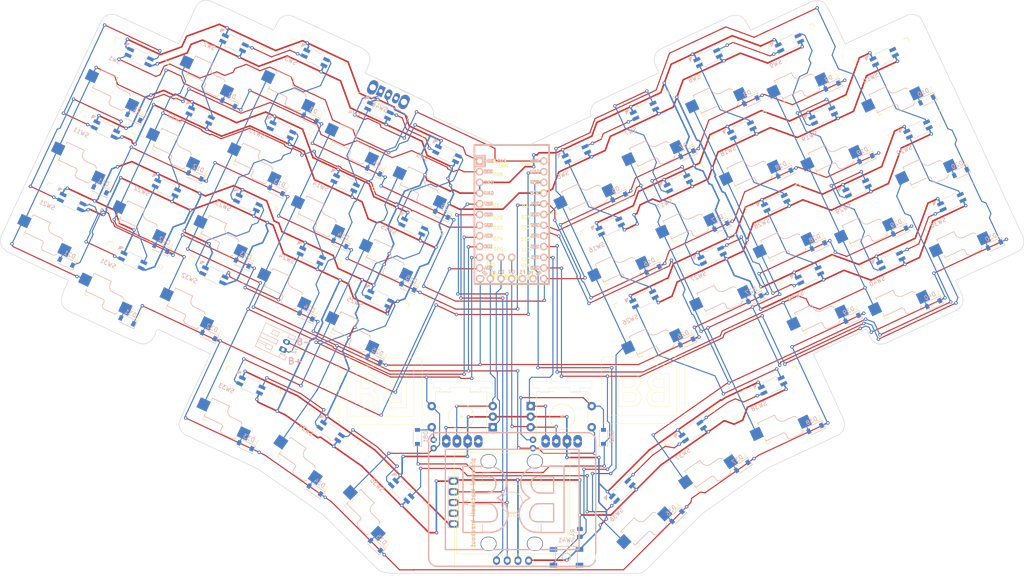
<source format=kicad_pcb>
(kicad_pcb (version 20171130) (host pcbnew "(5.1.9)-1")
  (layers (0 F.Cu signal) (31 B.Cu signal) (34 B.Paste user) (35 F.Paste user) (36 B.SilkS user) (37 F.SilkS user) (38 B.Mask user) (39 F.Mask user) (44 Edge.Cuts user))
  (net 0 "")
  (net 1 GND)
  (net 2 +5V)
  (net 3 "Net-(D1-Pad2)")
  (net 4 row0)
  (net 5 "Net-(D2-Pad2)")
  (net 6 "Net-(D3-Pad2)")
  (net 7 "Net-(D4-Pad2)")
  (net 8 "Net-(D5-Pad2)")
  (net 9 "Net-(D6-Pad2)")
  (net 10 "Net-(D7-Pad2)")
  (net 11 "Net-(D8-Pad2)")
  (net 12 "Net-(D9-Pad2)")
  (net 13 "Net-(D10-Pad2)")
  (net 14 "Net-(D11-Pad2)")
  (net 15 row1)
  (net 16 "Net-(D12-Pad2)")
  (net 17 "Net-(D13-Pad2)")
  (net 18 "Net-(D14-Pad2)")
  (net 19 "Net-(D15-Pad2)")
  (net 20 "Net-(D16-Pad2)")
  (net 21 "Net-(D17-Pad2)")
  (net 22 "Net-(D18-Pad2)")
  (net 23 "Net-(D19-Pad2)")
  (net 24 "Net-(D20-Pad2)")
  (net 25 "Net-(D21-Pad2)")
  (net 26 row2)
  (net 27 "Net-(D22-Pad2)")
  (net 28 "Net-(D23-Pad2)")
  (net 29 "Net-(D24-Pad2)")
  (net 30 "Net-(D25-Pad2)")
  (net 31 "Net-(D26-Pad2)")
  (net 32 "Net-(D27-Pad2)")
  (net 33 "Net-(D28-Pad2)")
  (net 34 "Net-(D29-Pad2)")
  (net 35 "Net-(D30-Pad2)")
  (net 36 "Net-(D31-Pad2)")
  (net 37 row3)
  (net 38 "Net-(D32-Pad2)")
  (net 39 "Net-(D33-Pad2)")
  (net 40 "Net-(D34-Pad2)")
  (net 41 "Net-(D35-Pad2)")
  (net 42 "Net-(D36-Pad2)")
  (net 43 "Net-(D37-Pad2)")
  (net 44 "Net-(D38-Pad2)")
  (net 45 "Net-(D39-Pad2)")
  (net 46 "Net-(D40-Pad2)")
  (net 47 led)
  (net 48 "Net-(D41-Pad2)")
  (net 49 "Net-(D42-Pad2)")
  (net 50 "Net-(D43-Pad2)")
  (net 51 "Net-(D44-Pad2)")
  (net 52 "Net-(D45-Pad2)")
  (net 53 "Net-(D46-Pad2)")
  (net 54 "Net-(D47-Pad2)")
  (net 55 "Net-(D48-Pad2)")
  (net 56 "Net-(D49-Pad2)")
  (net 57 "Net-(D50-Pad2)")
  (net 58 "Net-(D51-Pad2)")
  (net 59 "Net-(D52-Pad2)")
  (net 60 "Net-(D53-Pad2)")
  (net 61 "Net-(D54-Pad2)")
  (net 62 "Net-(D55-Pad2)")
  (net 63 "Net-(D56-Pad2)")
  (net 64 "Net-(D57-Pad2)")
  (net 65 "Net-(D58-Pad2)")
  (net 66 "Net-(D59-Pad2)")
  (net 67 "Net-(D60-Pad2)")
  (net 68 "Net-(D61-Pad2)")
  (net 69 "Net-(D62-Pad2)")
  (net 70 "Net-(D63-Pad2)")
  (net 71 "Net-(D64-Pad2)")
  (net 72 "Net-(D65-Pad2)")
  (net 73 "Net-(D66-Pad2)")
  (net 74 "Net-(D67-Pad2)")
  (net 75 "Net-(D68-Pad2)")
  (net 76 "Net-(D69-Pad2)")
  (net 77 "Net-(D70-Pad2)")
  (net 78 "Net-(D71-Pad2)")
  (net 79 "Net-(D72-Pad2)")
  (net 80 "Net-(D73-Pad2)")
  (net 81 "Net-(D74-Pad2)")
  (net 82 "Net-(D75-Pad2)")
  (net 83 "Net-(D76-Pad2)")
  (net 84 "Net-(D77-Pad2)")
  (net 85 "Net-(D78-Pad2)")
  (net 86 "Net-(D79-Pad2)")
  (net 87 "Net-(D80-Pad2)")
  (net 88 RESET)
  (net 89 col0)
  (net 90 col1)
  (net 91 col2)
  (net 92 col3)
  (net 93 col4)
  (net 94 col5)
  (net 95 col6)
  (net 96 col7)
  (net 97 col8)
  (net 98 sda)
  (net 99 scl)
  (net 100 "Net-(J1-Pad4)")
  (net 101 "Net-(D81-Pad2)")
  (net 102 "Net-(D82-Pad2)")
  (net 103 ENC1B)
  (net 104 ENC1A)
  (net 105 ENC2B)
  (net 106 ENC2A)
  (net 107 "Net-(U1-Pad29)")
  (net 108 "Net-(SW44-PadNC)")
  (net 109 "Net-(SW45-PadNC)")
  (net 110 "Net-(U1-Pad28)")
  (net 111 row4)
  (net 112 B-)
  (net 113 "Net-(J2-Pad1)")
  (net 114 B+)
  (module keyswitches:Kailh_socket_PG1350 (layer F.Cu) (at 229.014315 91.98187 25)
    (fp_text reference SW40 (at -5 -2 25) (layer B.SilkS) (effects (justify mirror)))
    (fp_text value SW_Push)
    (pad "" np_thru_hole circle (at -5.5 0 25) (size 1.7018 1.7018) (drill 1.7018) (layers *.Cu *.Mask))
    (pad "" np_thru_hole circle (at 5.5 0 25) (size 1.7018 1.7018) (drill 1.7018) (layers *.Cu *.Mask))
    (pad 1 smd rect (at 3.275 5.95 25) (size 2.6 2.6) (layers B.Cu B.Paste B.Mask) (net 46 "Net-(D40-Pad2)"))
    (pad "" np_thru_hole circle (at -5 3.75 25) (size 3 3) (drill 3) (layers *.Cu *.Mask))
    (pad "" np_thru_hole circle (at 0 0 25) (size 3.429 3.429) (drill 3.429) (layers *.Cu *.Mask))
    (pad "" np_thru_hole circle (at 0 5.95 25) (size 3 3) (drill 3) (layers *.Cu *.Mask))
    (pad 2 smd rect (at -8.275 3.75 25) (size 2.6 2.6) (layers B.Cu B.Paste B.Mask) (net 97 col8))
    (pad "" np_thru_hole circle (at 5.22 -4.2 25) (size 0.9906 0.9906) (drill 0.9906) (layers *.Cu *.Mask))
  )
  (module keyswitches:Kailh_socket_PG1350 (layer F.Cu) (at 209.681378 95.480075 25)
    (fp_text reference SW39 (at -5 -2 25) (layer B.SilkS) (effects (justify mirror)))
    (fp_text value SW_Push)
    (pad "" np_thru_hole circle (at -5.5 0 25) (size 1.7018 1.7018) (drill 1.7018) (layers *.Cu *.Mask))
    (pad "" np_thru_hole circle (at 5.5 0 25) (size 1.7018 1.7018) (drill 1.7018) (layers *.Cu *.Mask))
    (pad 1 smd rect (at 3.275 5.95 25) (size 2.6 2.6) (layers B.Cu B.Paste B.Mask) (net 45 "Net-(D39-Pad2)"))
    (pad "" np_thru_hole circle (at -5 3.75 25) (size 3 3) (drill 3) (layers *.Cu *.Mask))
    (pad "" np_thru_hole circle (at 0 0 25) (size 3.429 3.429) (drill 3.429) (layers *.Cu *.Mask))
    (pad "" np_thru_hole circle (at 0 5.95 25) (size 3 3) (drill 3) (layers *.Cu *.Mask))
    (pad 2 smd rect (at -8.275 3.75 25) (size 2.6 2.6) (layers B.Cu B.Paste B.Mask) (net 97 col8))
    (pad "" np_thru_hole circle (at 5.22 -4.2 25) (size 0.9906 0.9906) (drill 0.9906) (layers *.Cu *.Mask))
  )
  (module keyswitches:Kailh_socket_PG1350 (layer F.Cu) (at 200.913891 121.635978 25)
    (fp_text reference SW38 (at -5 -2 25) (layer B.SilkS) (effects (justify mirror)))
    (fp_text value SW_Push)
    (pad "" np_thru_hole circle (at -5.5 0 25) (size 1.7018 1.7018) (drill 1.7018) (layers *.Cu *.Mask))
    (pad "" np_thru_hole circle (at 5.5 0 25) (size 1.7018 1.7018) (drill 1.7018) (layers *.Cu *.Mask))
    (pad 1 smd rect (at 3.275 5.95 25) (size 2.6 2.6) (layers B.Cu B.Paste B.Mask) (net 44 "Net-(D38-Pad2)"))
    (pad "" np_thru_hole circle (at -5 3.75 25) (size 3 3) (drill 3) (layers *.Cu *.Mask))
    (pad "" np_thru_hole circle (at 0 0 25) (size 3.429 3.429) (drill 3.429) (layers *.Cu *.Mask))
    (pad "" np_thru_hole circle (at 0 5.95 25) (size 3 3) (drill 3) (layers *.Cu *.Mask))
    (pad 2 smd rect (at -8.275 3.75 25) (size 2.6 2.6) (layers B.Cu B.Paste B.Mask) (net 96 col7))
    (pad "" np_thru_hole circle (at 5.22 -4.2 25) (size 0.9906 0.9906) (drill 0.9906) (layers *.Cu *.Mask))
  )
  (module keyswitches:Kailh_socket_PG1350 (layer F.Cu) (at 182.727359 132.135979 35)
    (fp_text reference SW37 (at -5 -2 35) (layer B.SilkS) (effects (justify mirror)))
    (fp_text value SW_Push)
    (pad "" np_thru_hole circle (at -5.5 0 35) (size 1.7018 1.7018) (drill 1.7018) (layers *.Cu *.Mask))
    (pad "" np_thru_hole circle (at 5.5 0 35) (size 1.7018 1.7018) (drill 1.7018) (layers *.Cu *.Mask))
    (pad 1 smd rect (at 3.275 5.95 35) (size 2.6 2.6) (layers B.Cu B.Paste B.Mask) (net 43 "Net-(D37-Pad2)"))
    (pad "" np_thru_hole circle (at -5 3.75 35) (size 3 3) (drill 3) (layers *.Cu *.Mask))
    (pad "" np_thru_hole circle (at 0 0 35) (size 3.429 3.429) (drill 3.429) (layers *.Cu *.Mask))
    (pad "" np_thru_hole circle (at 0 5.95 35) (size 3 3) (drill 3) (layers *.Cu *.Mask))
    (pad 2 smd rect (at -8.275 3.75 35) (size 2.6 2.6) (layers B.Cu B.Paste B.Mask) (net 95 col6))
    (pad "" np_thru_hole circle (at 5.22 -4.2 35) (size 0.9906 0.9906) (drill 0.9906) (layers *.Cu *.Mask))
  )
  (module keyswitches:Kailh_socket_PG1350 (layer F.Cu) (at 166.64043 145.63452 45)
    (fp_text reference SW36 (at -5 -2 45) (layer B.SilkS) (effects (justify mirror)))
    (fp_text value SW_Push)
    (pad "" np_thru_hole circle (at -5.5 0 45) (size 1.7018 1.7018) (drill 1.7018) (layers *.Cu *.Mask))
    (pad "" np_thru_hole circle (at 5.5 0 45) (size 1.7018 1.7018) (drill 1.7018) (layers *.Cu *.Mask))
    (pad 1 smd rect (at 3.275 5.95 45) (size 2.6 2.6) (layers B.Cu B.Paste B.Mask) (net 42 "Net-(D36-Pad2)"))
    (pad "" np_thru_hole circle (at -5 3.75 45) (size 3 3) (drill 3) (layers *.Cu *.Mask))
    (pad "" np_thru_hole circle (at 0 0 45) (size 3.429 3.429) (drill 3.429) (layers *.Cu *.Mask))
    (pad "" np_thru_hole circle (at 0 5.95 45) (size 3 3) (drill 3) (layers *.Cu *.Mask))
    (pad 2 smd rect (at -8.275 3.75 45) (size 2.6 2.6) (layers B.Cu B.Paste B.Mask) (net 94 col5))
    (pad "" np_thru_hole circle (at 5.22 -4.2 45) (size 0.9906 0.9906) (drill 0.9906) (layers *.Cu *.Mask))
  )
  (module keyswitches:Kailh_socket_PG1350 (layer F.Cu) (at 106.966929 145.634519 315)
    (fp_text reference SW35 (at -5 -2 135) (layer B.SilkS) (effects (justify mirror)))
    (fp_text value SW_Push)
    (pad "" np_thru_hole circle (at -5.5 0 315) (size 1.7018 1.7018) (drill 1.7018) (layers *.Cu *.Mask))
    (pad "" np_thru_hole circle (at 5.5 0 315) (size 1.7018 1.7018) (drill 1.7018) (layers *.Cu *.Mask))
    (pad 1 smd rect (at 3.275 5.95 315) (size 2.6 2.6) (layers B.Cu B.Paste B.Mask) (net 41 "Net-(D35-Pad2)"))
    (pad "" np_thru_hole circle (at -5 3.75 315) (size 3 3) (drill 3) (layers *.Cu *.Mask))
    (pad "" np_thru_hole circle (at 0 0 315) (size 3.429 3.429) (drill 3.429) (layers *.Cu *.Mask))
    (pad "" np_thru_hole circle (at 0 5.95 315) (size 3 3) (drill 3) (layers *.Cu *.Mask))
    (pad 2 smd rect (at -8.275 3.75 315) (size 2.6 2.6) (layers B.Cu B.Paste B.Mask) (net 93 col4))
    (pad "" np_thru_hole circle (at 5.22 -4.2 315) (size 0.9906 0.9906) (drill 0.9906) (layers *.Cu *.Mask))
  )
  (module keyswitches:Kailh_socket_PG1350 (layer F.Cu) (at 90.879994 132.135979 325)
    (fp_text reference SW34 (at -5 -2 145) (layer B.SilkS) (effects (justify mirror)))
    (fp_text value SW_Push)
    (pad "" np_thru_hole circle (at -5.5 0 325) (size 1.7018 1.7018) (drill 1.7018) (layers *.Cu *.Mask))
    (pad "" np_thru_hole circle (at 5.5 0 325) (size 1.7018 1.7018) (drill 1.7018) (layers *.Cu *.Mask))
    (pad 1 smd rect (at 3.275 5.95 325) (size 2.6 2.6) (layers B.Cu B.Paste B.Mask) (net 40 "Net-(D34-Pad2)"))
    (pad "" np_thru_hole circle (at -5 3.75 325) (size 3 3) (drill 3) (layers *.Cu *.Mask))
    (pad "" np_thru_hole circle (at 0 0 325) (size 3.429 3.429) (drill 3.429) (layers *.Cu *.Mask))
    (pad "" np_thru_hole circle (at 0 5.95 325) (size 3 3) (drill 3) (layers *.Cu *.Mask))
    (pad 2 smd rect (at -8.275 3.75 325) (size 2.6 2.6) (layers B.Cu B.Paste B.Mask) (net 92 col3))
    (pad "" np_thru_hole circle (at 5.22 -4.2 325) (size 0.9906 0.9906) (drill 0.9906) (layers *.Cu *.Mask))
  )
  (module keyswitches:Kailh_socket_PG1350 (layer F.Cu) (at 72.69346 121.63598 335)
    (fp_text reference SW33 (at -5 -2 155) (layer B.SilkS) (effects (justify mirror)))
    (fp_text value SW_Push)
    (pad "" np_thru_hole circle (at -5.5 0 335) (size 1.7018 1.7018) (drill 1.7018) (layers *.Cu *.Mask))
    (pad "" np_thru_hole circle (at 5.5 0 335) (size 1.7018 1.7018) (drill 1.7018) (layers *.Cu *.Mask))
    (pad 1 smd rect (at 3.275 5.95 335) (size 2.6 2.6) (layers B.Cu B.Paste B.Mask) (net 39 "Net-(D33-Pad2)"))
    (pad "" np_thru_hole circle (at -5 3.75 335) (size 3 3) (drill 3) (layers *.Cu *.Mask))
    (pad "" np_thru_hole circle (at 0 0 335) (size 3.429 3.429) (drill 3.429) (layers *.Cu *.Mask))
    (pad "" np_thru_hole circle (at 0 5.95 335) (size 3 3) (drill 3) (layers *.Cu *.Mask))
    (pad 2 smd rect (at -8.275 3.75 335) (size 2.6 2.6) (layers B.Cu B.Paste B.Mask) (net 91 col2))
    (pad "" np_thru_hole circle (at 5.22 -4.2 335) (size 0.9906 0.9906) (drill 0.9906) (layers *.Cu *.Mask))
  )
  (module keyswitches:Kailh_socket_PG1350 (layer F.Cu) (at 63.925979 95.480078 335)
    (fp_text reference SW32 (at -5 -2 155) (layer B.SilkS) (effects (justify mirror)))
    (fp_text value SW_Push)
    (pad "" np_thru_hole circle (at -5.5 0 335) (size 1.7018 1.7018) (drill 1.7018) (layers *.Cu *.Mask))
    (pad "" np_thru_hole circle (at 5.5 0 335) (size 1.7018 1.7018) (drill 1.7018) (layers *.Cu *.Mask))
    (pad 1 smd rect (at 3.275 5.95 335) (size 2.6 2.6) (layers B.Cu B.Paste B.Mask) (net 38 "Net-(D32-Pad2)"))
    (pad "" np_thru_hole circle (at -5 3.75 335) (size 3 3) (drill 3) (layers *.Cu *.Mask))
    (pad "" np_thru_hole circle (at 0 0 335) (size 3.429 3.429) (drill 3.429) (layers *.Cu *.Mask))
    (pad "" np_thru_hole circle (at 0 5.95 335) (size 3 3) (drill 3) (layers *.Cu *.Mask))
    (pad 2 smd rect (at -8.275 3.75 335) (size 2.6 2.6) (layers B.Cu B.Paste B.Mask) (net 90 col1))
    (pad "" np_thru_hole circle (at 5.22 -4.2 335) (size 0.9906 0.9906) (drill 0.9906) (layers *.Cu *.Mask))
  )
  (module keyswitches:Kailh_socket_PG1350 (layer F.Cu) (at 44.593042 91.98187 335)
    (fp_text reference SW31 (at -5 -2 155) (layer B.SilkS) (effects (justify mirror)))
    (fp_text value SW_Push)
    (pad "" np_thru_hole circle (at -5.5 0 335) (size 1.7018 1.7018) (drill 1.7018) (layers *.Cu *.Mask))
    (pad "" np_thru_hole circle (at 5.5 0 335) (size 1.7018 1.7018) (drill 1.7018) (layers *.Cu *.Mask))
    (pad 1 smd rect (at 3.275 5.95 335) (size 2.6 2.6) (layers B.Cu B.Paste B.Mask) (net 36 "Net-(D31-Pad2)"))
    (pad "" np_thru_hole circle (at -5 3.75 335) (size 3 3) (drill 3) (layers *.Cu *.Mask))
    (pad "" np_thru_hole circle (at 0 0 335) (size 3.429 3.429) (drill 3.429) (layers *.Cu *.Mask))
    (pad "" np_thru_hole circle (at 0 5.95 335) (size 3 3) (drill 3) (layers *.Cu *.Mask))
    (pad 2 smd rect (at -8.275 3.75 335) (size 2.6 2.6) (layers B.Cu B.Paste B.Mask) (net 89 col0))
    (pad "" np_thru_hole circle (at 5.22 -4.2 335) (size 0.9906 0.9906) (drill 0.9906) (layers *.Cu *.Mask))
  )
  (module keyswitches:Kailh_socket_PG1350 (layer F.Cu) (at 243.487141 78.061122 25)
    (fp_text reference SW30 (at -5 -2 25) (layer B.SilkS) (effects (justify mirror)))
    (fp_text value SW_Push)
    (pad "" np_thru_hole circle (at -5.5 0 25) (size 1.7018 1.7018) (drill 1.7018) (layers *.Cu *.Mask))
    (pad "" np_thru_hole circle (at 5.5 0 25) (size 1.7018 1.7018) (drill 1.7018) (layers *.Cu *.Mask))
    (pad 1 smd rect (at 3.275 5.95 25) (size 2.6 2.6) (layers B.Cu B.Paste B.Mask) (net 35 "Net-(D30-Pad2)"))
    (pad "" np_thru_hole circle (at -5 3.75 25) (size 3 3) (drill 3) (layers *.Cu *.Mask))
    (pad "" np_thru_hole circle (at 0 0 25) (size 3.429 3.429) (drill 3.429) (layers *.Cu *.Mask))
    (pad "" np_thru_hole circle (at 0 5.95 25) (size 3 3) (drill 3) (layers *.Cu *.Mask))
    (pad 2 smd rect (at -8.275 3.75 25) (size 2.6 2.6) (layers B.Cu B.Paste B.Mask) (net 96 col7))
    (pad "" np_thru_hole circle (at 5.22 -4.2 25) (size 0.9906 0.9906) (drill 0.9906) (layers *.Cu *.Mask))
  )
  (module keyswitches:Kailh_socket_PG1350 (layer F.Cu) (at 220.984568 74.762023 25)
    (fp_text reference SW29 (at -5 -2 25) (layer B.SilkS) (effects (justify mirror)))
    (fp_text value SW_Push)
    (pad "" np_thru_hole circle (at -5.5 0 25) (size 1.7018 1.7018) (drill 1.7018) (layers *.Cu *.Mask))
    (pad "" np_thru_hole circle (at 5.5 0 25) (size 1.7018 1.7018) (drill 1.7018) (layers *.Cu *.Mask))
    (pad 1 smd rect (at 3.275 5.95 25) (size 2.6 2.6) (layers B.Cu B.Paste B.Mask) (net 34 "Net-(D29-Pad2)"))
    (pad "" np_thru_hole circle (at -5 3.75 25) (size 3 3) (drill 3) (layers *.Cu *.Mask))
    (pad "" np_thru_hole circle (at 0 0 25) (size 3.429 3.429) (drill 3.429) (layers *.Cu *.Mask))
    (pad "" np_thru_hole circle (at 0 5.95 25) (size 3 3) (drill 3) (layers *.Cu *.Mask))
    (pad 2 smd rect (at -8.275 3.75 25) (size 2.6 2.6) (layers B.Cu B.Paste B.Mask) (net 97 col8))
    (pad "" np_thru_hole circle (at 5.22 -4.2 25) (size 0.9906 0.9906) (drill 0.9906) (layers *.Cu *.Mask))
  )
  (module keyswitches:Kailh_socket_PG1350 (layer F.Cu) (at 201.65163 78.260233 25)
    (fp_text reference SW28 (at -5 -2 25) (layer B.SilkS) (effects (justify mirror)))
    (fp_text value SW_Push)
    (pad "" np_thru_hole circle (at -5.5 0 25) (size 1.7018 1.7018) (drill 1.7018) (layers *.Cu *.Mask))
    (pad "" np_thru_hole circle (at 5.5 0 25) (size 1.7018 1.7018) (drill 1.7018) (layers *.Cu *.Mask))
    (pad 1 smd rect (at 3.275 5.95 25) (size 2.6 2.6) (layers B.Cu B.Paste B.Mask) (net 33 "Net-(D28-Pad2)"))
    (pad "" np_thru_hole circle (at -5 3.75 25) (size 3 3) (drill 3) (layers *.Cu *.Mask))
    (pad "" np_thru_hole circle (at 0 0 25) (size 3.429 3.429) (drill 3.429) (layers *.Cu *.Mask))
    (pad "" np_thru_hole circle (at 0 5.95 25) (size 3 3) (drill 3) (layers *.Cu *.Mask))
    (pad 2 smd rect (at -8.275 3.75 25) (size 2.6 2.6) (layers B.Cu B.Paste B.Mask) (net 96 col7))
    (pad "" np_thru_hole circle (at 5.22 -4.2 25) (size 0.9906 0.9906) (drill 0.9906) (layers *.Cu *.Mask))
  )
  (module keyswitches:Kailh_socket_PG1350 (layer F.Cu) (at 186.544872 90.821515 25)
    (fp_text reference SW27 (at -5 -2 25) (layer B.SilkS) (effects (justify mirror)))
    (fp_text value SW_Push)
    (pad "" np_thru_hole circle (at -5.5 0 25) (size 1.7018 1.7018) (drill 1.7018) (layers *.Cu *.Mask))
    (pad "" np_thru_hole circle (at 5.5 0 25) (size 1.7018 1.7018) (drill 1.7018) (layers *.Cu *.Mask))
    (pad 1 smd rect (at 3.275 5.95 25) (size 2.6 2.6) (layers B.Cu B.Paste B.Mask) (net 32 "Net-(D27-Pad2)"))
    (pad "" np_thru_hole circle (at -5 3.75 25) (size 3 3) (drill 3) (layers *.Cu *.Mask))
    (pad "" np_thru_hole circle (at 0 0 25) (size 3.429 3.429) (drill 3.429) (layers *.Cu *.Mask))
    (pad "" np_thru_hole circle (at 0 5.95 25) (size 3 3) (drill 3) (layers *.Cu *.Mask))
    (pad 2 smd rect (at -8.275 3.75 25) (size 2.6 2.6) (layers B.Cu B.Paste B.Mask) (net 95 col6))
    (pad "" np_thru_hole circle (at 5.22 -4.2 25) (size 0.9906 0.9906) (drill 0.9906) (layers *.Cu *.Mask))
  )
  (module keyswitches:Kailh_socket_PG1350 (layer F.Cu) (at 170.38157 101.117033 25)
    (fp_text reference SW26 (at -5 -2 25) (layer B.SilkS) (effects (justify mirror)))
    (fp_text value SW_Push)
    (pad "" np_thru_hole circle (at -5.5 0 25) (size 1.7018 1.7018) (drill 1.7018) (layers *.Cu *.Mask))
    (pad "" np_thru_hole circle (at 5.5 0 25) (size 1.7018 1.7018) (drill 1.7018) (layers *.Cu *.Mask))
    (pad 1 smd rect (at 3.275 5.95 25) (size 2.6 2.6) (layers B.Cu B.Paste B.Mask) (net 31 "Net-(D26-Pad2)"))
    (pad "" np_thru_hole circle (at -5 3.75 25) (size 3 3) (drill 3) (layers *.Cu *.Mask))
    (pad "" np_thru_hole circle (at 0 0 25) (size 3.429 3.429) (drill 3.429) (layers *.Cu *.Mask))
    (pad "" np_thru_hole circle (at 0 5.95 25) (size 3 3) (drill 3) (layers *.Cu *.Mask))
    (pad 2 smd rect (at -8.275 3.75 25) (size 2.6 2.6) (layers B.Cu B.Paste B.Mask) (net 94 col5))
    (pad "" np_thru_hole circle (at 5.22 -4.2 25) (size 0.9906 0.9906) (drill 0.9906) (layers *.Cu *.Mask))
  )
  (module keyswitches:Kailh_socket_PG1350 (layer F.Cu) (at 103.225786 101.117032 335)
    (fp_text reference SW25 (at -5 -2 155) (layer B.SilkS) (effects (justify mirror)))
    (fp_text value SW_Push)
    (pad "" np_thru_hole circle (at -5.5 0 335) (size 1.7018 1.7018) (drill 1.7018) (layers *.Cu *.Mask))
    (pad "" np_thru_hole circle (at 5.5 0 335) (size 1.7018 1.7018) (drill 1.7018) (layers *.Cu *.Mask))
    (pad 1 smd rect (at 3.275 5.95 335) (size 2.6 2.6) (layers B.Cu B.Paste B.Mask) (net 30 "Net-(D25-Pad2)"))
    (pad "" np_thru_hole circle (at -5 3.75 335) (size 3 3) (drill 3) (layers *.Cu *.Mask))
    (pad "" np_thru_hole circle (at 0 0 335) (size 3.429 3.429) (drill 3.429) (layers *.Cu *.Mask))
    (pad "" np_thru_hole circle (at 0 5.95 335) (size 3 3) (drill 3) (layers *.Cu *.Mask))
    (pad 2 smd rect (at -8.275 3.75 335) (size 2.6 2.6) (layers B.Cu B.Paste B.Mask) (net 93 col4))
    (pad "" np_thru_hole circle (at 5.22 -4.2 335) (size 0.9906 0.9906) (drill 0.9906) (layers *.Cu *.Mask))
  )
  (module keyswitches:Kailh_socket_PG1350 (layer F.Cu) (at 87.062482 90.821516 335)
    (fp_text reference SW24 (at -5 -2 155) (layer B.SilkS) (effects (justify mirror)))
    (fp_text value SW_Push)
    (pad "" np_thru_hole circle (at -5.5 0 335) (size 1.7018 1.7018) (drill 1.7018) (layers *.Cu *.Mask))
    (pad "" np_thru_hole circle (at 5.5 0 335) (size 1.7018 1.7018) (drill 1.7018) (layers *.Cu *.Mask))
    (pad 1 smd rect (at 3.275 5.95 335) (size 2.6 2.6) (layers B.Cu B.Paste B.Mask) (net 29 "Net-(D24-Pad2)"))
    (pad "" np_thru_hole circle (at -5 3.75 335) (size 3 3) (drill 3) (layers *.Cu *.Mask))
    (pad "" np_thru_hole circle (at 0 0 335) (size 3.429 3.429) (drill 3.429) (layers *.Cu *.Mask))
    (pad "" np_thru_hole circle (at 0 5.95 335) (size 3 3) (drill 3) (layers *.Cu *.Mask))
    (pad 2 smd rect (at -8.275 3.75 335) (size 2.6 2.6) (layers B.Cu B.Paste B.Mask) (net 92 col3))
    (pad "" np_thru_hole circle (at 5.22 -4.2 335) (size 0.9906 0.9906) (drill 0.9906) (layers *.Cu *.Mask))
  )
  (module keyswitches:Kailh_socket_PG1350 (layer F.Cu) (at 71.955726 78.26023 335)
    (fp_text reference SW23 (at -5 -2 155) (layer B.SilkS) (effects (justify mirror)))
    (fp_text value SW_Push)
    (pad "" np_thru_hole circle (at -5.5 0 335) (size 1.7018 1.7018) (drill 1.7018) (layers *.Cu *.Mask))
    (pad "" np_thru_hole circle (at 5.5 0 335) (size 1.7018 1.7018) (drill 1.7018) (layers *.Cu *.Mask))
    (pad 1 smd rect (at 3.275 5.95 335) (size 2.6 2.6) (layers B.Cu B.Paste B.Mask) (net 28 "Net-(D23-Pad2)"))
    (pad "" np_thru_hole circle (at -5 3.75 335) (size 3 3) (drill 3) (layers *.Cu *.Mask))
    (pad "" np_thru_hole circle (at 0 0 335) (size 3.429 3.429) (drill 3.429) (layers *.Cu *.Mask))
    (pad "" np_thru_hole circle (at 0 5.95 335) (size 3 3) (drill 3) (layers *.Cu *.Mask))
    (pad 2 smd rect (at -8.275 3.75 335) (size 2.6 2.6) (layers B.Cu B.Paste B.Mask) (net 91 col2))
    (pad "" np_thru_hole circle (at 5.22 -4.2 335) (size 0.9906 0.9906) (drill 0.9906) (layers *.Cu *.Mask))
  )
  (module keyswitches:Kailh_socket_PG1350 (layer F.Cu) (at 52.622789 74.762024 335)
    (fp_text reference SW22 (at -5 -2 155) (layer B.SilkS) (effects (justify mirror)))
    (fp_text value SW_Push)
    (pad "" np_thru_hole circle (at -5.5 0 335) (size 1.7018 1.7018) (drill 1.7018) (layers *.Cu *.Mask))
    (pad "" np_thru_hole circle (at 5.5 0 335) (size 1.7018 1.7018) (drill 1.7018) (layers *.Cu *.Mask))
    (pad 1 smd rect (at 3.275 5.95 335) (size 2.6 2.6) (layers B.Cu B.Paste B.Mask) (net 27 "Net-(D22-Pad2)"))
    (pad "" np_thru_hole circle (at -5 3.75 335) (size 3 3) (drill 3) (layers *.Cu *.Mask))
    (pad "" np_thru_hole circle (at 0 0 335) (size 3.429 3.429) (drill 3.429) (layers *.Cu *.Mask))
    (pad "" np_thru_hole circle (at 0 5.95 335) (size 3 3) (drill 3) (layers *.Cu *.Mask))
    (pad 2 smd rect (at -8.275 3.75 335) (size 2.6 2.6) (layers B.Cu B.Paste B.Mask) (net 90 col1))
    (pad "" np_thru_hole circle (at 5.22 -4.2 335) (size 0.9906 0.9906) (drill 0.9906) (layers *.Cu *.Mask))
  )
  (module keyswitches:Kailh_socket_PG1350 (layer F.Cu) (at 30.120211 78.061123 335)
    (fp_text reference SW21 (at -5 -2 155) (layer B.SilkS) (effects (justify mirror)))
    (fp_text value SW_Push)
    (pad "" np_thru_hole circle (at -5.5 0 335) (size 1.7018 1.7018) (drill 1.7018) (layers *.Cu *.Mask))
    (pad "" np_thru_hole circle (at 5.5 0 335) (size 1.7018 1.7018) (drill 1.7018) (layers *.Cu *.Mask))
    (pad 1 smd rect (at 3.275 5.95 335) (size 2.6 2.6) (layers B.Cu B.Paste B.Mask) (net 25 "Net-(D21-Pad2)"))
    (pad "" np_thru_hole circle (at -5 3.75 335) (size 3 3) (drill 3) (layers *.Cu *.Mask))
    (pad "" np_thru_hole circle (at 0 0 335) (size 3.429 3.429) (drill 3.429) (layers *.Cu *.Mask))
    (pad "" np_thru_hole circle (at 0 5.95 335) (size 3 3) (drill 3) (layers *.Cu *.Mask))
    (pad 2 smd rect (at -8.275 3.75 335) (size 2.6 2.6) (layers B.Cu B.Paste B.Mask) (net 89 col0))
    (pad "" np_thru_hole circle (at 5.22 -4.2 335) (size 0.9906 0.9906) (drill 0.9906) (layers *.Cu *.Mask))
  )
  (module keyswitches:Kailh_socket_PG1350 (layer F.Cu) (at 235.457394 60.841275 25)
    (fp_text reference SW20 (at -5 -2 25) (layer B.SilkS) (effects (justify mirror)))
    (fp_text value SW_Push)
    (pad "" np_thru_hole circle (at -5.5 0 25) (size 1.7018 1.7018) (drill 1.7018) (layers *.Cu *.Mask))
    (pad "" np_thru_hole circle (at 5.5 0 25) (size 1.7018 1.7018) (drill 1.7018) (layers *.Cu *.Mask))
    (pad 1 smd rect (at 3.275 5.95 25) (size 2.6 2.6) (layers B.Cu B.Paste B.Mask) (net 24 "Net-(D20-Pad2)"))
    (pad "" np_thru_hole circle (at -5 3.75 25) (size 3 3) (drill 3) (layers *.Cu *.Mask))
    (pad "" np_thru_hole circle (at 0 0 25) (size 3.429 3.429) (drill 3.429) (layers *.Cu *.Mask))
    (pad "" np_thru_hole circle (at 0 5.95 25) (size 3 3) (drill 3) (layers *.Cu *.Mask))
    (pad 2 smd rect (at -8.275 3.75 25) (size 2.6 2.6) (layers B.Cu B.Paste B.Mask) (net 95 col6))
    (pad "" np_thru_hole circle (at 5.22 -4.2 25) (size 0.9906 0.9906) (drill 0.9906) (layers *.Cu *.Mask))
  )
  (module keyswitches:Kailh_socket_PG1350 (layer F.Cu) (at 212.954822 57.542174 25)
    (fp_text reference SW19 (at -5 -2 25) (layer B.SilkS) (effects (justify mirror)))
    (fp_text value SW_Push)
    (pad "" np_thru_hole circle (at -5.5 0 25) (size 1.7018 1.7018) (drill 1.7018) (layers *.Cu *.Mask))
    (pad "" np_thru_hole circle (at 5.5 0 25) (size 1.7018 1.7018) (drill 1.7018) (layers *.Cu *.Mask))
    (pad 1 smd rect (at 3.275 5.95 25) (size 2.6 2.6) (layers B.Cu B.Paste B.Mask) (net 23 "Net-(D19-Pad2)"))
    (pad "" np_thru_hole circle (at -5 3.75 25) (size 3 3) (drill 3) (layers *.Cu *.Mask))
    (pad "" np_thru_hole circle (at 0 0 25) (size 3.429 3.429) (drill 3.429) (layers *.Cu *.Mask))
    (pad "" np_thru_hole circle (at 0 5.95 25) (size 3 3) (drill 3) (layers *.Cu *.Mask))
    (pad 2 smd rect (at -8.275 3.75 25) (size 2.6 2.6) (layers B.Cu B.Paste B.Mask) (net 97 col8))
    (pad "" np_thru_hole circle (at 5.22 -4.2 25) (size 0.9906 0.9906) (drill 0.9906) (layers *.Cu *.Mask))
  )
  (module keyswitches:Kailh_socket_PG1350 (layer F.Cu) (at 193.621881 61.040384 25)
    (fp_text reference SW18 (at -5 -2 25) (layer B.SilkS) (effects (justify mirror)))
    (fp_text value SW_Push)
    (pad "" np_thru_hole circle (at -5.5 0 25) (size 1.7018 1.7018) (drill 1.7018) (layers *.Cu *.Mask))
    (pad "" np_thru_hole circle (at 5.5 0 25) (size 1.7018 1.7018) (drill 1.7018) (layers *.Cu *.Mask))
    (pad 1 smd rect (at 3.275 5.95 25) (size 2.6 2.6) (layers B.Cu B.Paste B.Mask) (net 22 "Net-(D18-Pad2)"))
    (pad "" np_thru_hole circle (at -5 3.75 25) (size 3 3) (drill 3) (layers *.Cu *.Mask))
    (pad "" np_thru_hole circle (at 0 0 25) (size 3.429 3.429) (drill 3.429) (layers *.Cu *.Mask))
    (pad "" np_thru_hole circle (at 0 5.95 25) (size 3 3) (drill 3) (layers *.Cu *.Mask))
    (pad 2 smd rect (at -8.275 3.75 25) (size 2.6 2.6) (layers B.Cu B.Paste B.Mask) (net 96 col7))
    (pad "" np_thru_hole circle (at 5.22 -4.2 25) (size 0.9906 0.9906) (drill 0.9906) (layers *.Cu *.Mask))
  )
  (module keyswitches:Kailh_socket_PG1350 (layer F.Cu) (at 178.515127 73.601671 25)
    (fp_text reference SW17 (at -5 -2 25) (layer B.SilkS) (effects (justify mirror)))
    (fp_text value SW_Push)
    (pad "" np_thru_hole circle (at -5.5 0 25) (size 1.7018 1.7018) (drill 1.7018) (layers *.Cu *.Mask))
    (pad "" np_thru_hole circle (at 5.5 0 25) (size 1.7018 1.7018) (drill 1.7018) (layers *.Cu *.Mask))
    (pad 1 smd rect (at 3.275 5.95 25) (size 2.6 2.6) (layers B.Cu B.Paste B.Mask) (net 21 "Net-(D17-Pad2)"))
    (pad "" np_thru_hole circle (at -5 3.75 25) (size 3 3) (drill 3) (layers *.Cu *.Mask))
    (pad "" np_thru_hole circle (at 0 0 25) (size 3.429 3.429) (drill 3.429) (layers *.Cu *.Mask))
    (pad "" np_thru_hole circle (at 0 5.95 25) (size 3 3) (drill 3) (layers *.Cu *.Mask))
    (pad 2 smd rect (at -8.275 3.75 25) (size 2.6 2.6) (layers B.Cu B.Paste B.Mask) (net 95 col6))
    (pad "" np_thru_hole circle (at 5.22 -4.2 25) (size 0.9906 0.9906) (drill 0.9906) (layers *.Cu *.Mask))
  )
  (module keyswitches:Kailh_socket_PG1350 (layer F.Cu) (at 162.351822 83.897186 25)
    (fp_text reference SW16 (at -5 -2 25) (layer B.SilkS) (effects (justify mirror)))
    (fp_text value SW_Push)
    (pad "" np_thru_hole circle (at -5.5 0 25) (size 1.7018 1.7018) (drill 1.7018) (layers *.Cu *.Mask))
    (pad "" np_thru_hole circle (at 5.5 0 25) (size 1.7018 1.7018) (drill 1.7018) (layers *.Cu *.Mask))
    (pad 1 smd rect (at 3.275 5.95 25) (size 2.6 2.6) (layers B.Cu B.Paste B.Mask) (net 20 "Net-(D16-Pad2)"))
    (pad "" np_thru_hole circle (at -5 3.75 25) (size 3 3) (drill 3) (layers *.Cu *.Mask))
    (pad "" np_thru_hole circle (at 0 0 25) (size 3.429 3.429) (drill 3.429) (layers *.Cu *.Mask))
    (pad "" np_thru_hole circle (at 0 5.95 25) (size 3 3) (drill 3) (layers *.Cu *.Mask))
    (pad 2 smd rect (at -8.275 3.75 25) (size 2.6 2.6) (layers B.Cu B.Paste B.Mask) (net 94 col5))
    (pad "" np_thru_hole circle (at 5.22 -4.2 25) (size 0.9906 0.9906) (drill 0.9906) (layers *.Cu *.Mask))
  )
  (module keyswitches:Kailh_socket_PG1350 (layer F.Cu) (at 111.255533 83.897189 335)
    (fp_text reference SW15 (at -5 -2 155) (layer B.SilkS) (effects (justify mirror)))
    (fp_text value SW_Push)
    (pad "" np_thru_hole circle (at -5.5 0 335) (size 1.7018 1.7018) (drill 1.7018) (layers *.Cu *.Mask))
    (pad "" np_thru_hole circle (at 5.5 0 335) (size 1.7018 1.7018) (drill 1.7018) (layers *.Cu *.Mask))
    (pad 1 smd rect (at 3.275 5.95 335) (size 2.6 2.6) (layers B.Cu B.Paste B.Mask) (net 19 "Net-(D15-Pad2)"))
    (pad "" np_thru_hole circle (at -5 3.75 335) (size 3 3) (drill 3) (layers *.Cu *.Mask))
    (pad "" np_thru_hole circle (at 0 0 335) (size 3.429 3.429) (drill 3.429) (layers *.Cu *.Mask))
    (pad "" np_thru_hole circle (at 0 5.95 335) (size 3 3) (drill 3) (layers *.Cu *.Mask))
    (pad 2 smd rect (at -8.275 3.75 335) (size 2.6 2.6) (layers B.Cu B.Paste B.Mask) (net 93 col4))
    (pad "" np_thru_hole circle (at 5.22 -4.2 335) (size 0.9906 0.9906) (drill 0.9906) (layers *.Cu *.Mask))
  )
  (module keyswitches:Kailh_socket_PG1350 (layer F.Cu) (at 95.092229 73.601669 335)
    (fp_text reference SW14 (at -5 -2 155) (layer B.SilkS) (effects (justify mirror)))
    (fp_text value SW_Push)
    (pad "" np_thru_hole circle (at -5.5 0 335) (size 1.7018 1.7018) (drill 1.7018) (layers *.Cu *.Mask))
    (pad "" np_thru_hole circle (at 5.5 0 335) (size 1.7018 1.7018) (drill 1.7018) (layers *.Cu *.Mask))
    (pad 1 smd rect (at 3.275 5.95 335) (size 2.6 2.6) (layers B.Cu B.Paste B.Mask) (net 18 "Net-(D14-Pad2)"))
    (pad "" np_thru_hole circle (at -5 3.75 335) (size 3 3) (drill 3) (layers *.Cu *.Mask))
    (pad "" np_thru_hole circle (at 0 0 335) (size 3.429 3.429) (drill 3.429) (layers *.Cu *.Mask))
    (pad "" np_thru_hole circle (at 0 5.95 335) (size 3 3) (drill 3) (layers *.Cu *.Mask))
    (pad 2 smd rect (at -8.275 3.75 335) (size 2.6 2.6) (layers B.Cu B.Paste B.Mask) (net 92 col3))
    (pad "" np_thru_hole circle (at 5.22 -4.2 335) (size 0.9906 0.9906) (drill 0.9906) (layers *.Cu *.Mask))
  )
  (module keyswitches:Kailh_socket_PG1350 (layer F.Cu) (at 79.985474 61.040384 335)
    (fp_text reference SW13 (at -5 -2 155) (layer B.SilkS) (effects (justify mirror)))
    (fp_text value SW_Push)
    (pad "" np_thru_hole circle (at -5.5 0 335) (size 1.7018 1.7018) (drill 1.7018) (layers *.Cu *.Mask))
    (pad "" np_thru_hole circle (at 5.5 0 335) (size 1.7018 1.7018) (drill 1.7018) (layers *.Cu *.Mask))
    (pad 1 smd rect (at 3.275 5.95 335) (size 2.6 2.6) (layers B.Cu B.Paste B.Mask) (net 17 "Net-(D13-Pad2)"))
    (pad "" np_thru_hole circle (at -5 3.75 335) (size 3 3) (drill 3) (layers *.Cu *.Mask))
    (pad "" np_thru_hole circle (at 0 0 335) (size 3.429 3.429) (drill 3.429) (layers *.Cu *.Mask))
    (pad "" np_thru_hole circle (at 0 5.95 335) (size 3 3) (drill 3) (layers *.Cu *.Mask))
    (pad 2 smd rect (at -8.275 3.75 335) (size 2.6 2.6) (layers B.Cu B.Paste B.Mask) (net 91 col2))
    (pad "" np_thru_hole circle (at 5.22 -4.2 335) (size 0.9906 0.9906) (drill 0.9906) (layers *.Cu *.Mask))
  )
  (module keyswitches:Kailh_socket_PG1350 (layer F.Cu) (at 60.652536 57.542176 335)
    (fp_text reference SW12 (at -5 -2 155) (layer B.SilkS) (effects (justify mirror)))
    (fp_text value SW_Push)
    (pad "" np_thru_hole circle (at -5.5 0 335) (size 1.7018 1.7018) (drill 1.7018) (layers *.Cu *.Mask))
    (pad "" np_thru_hole circle (at 5.5 0 335) (size 1.7018 1.7018) (drill 1.7018) (layers *.Cu *.Mask))
    (pad 1 smd rect (at 3.275 5.95 335) (size 2.6 2.6) (layers B.Cu B.Paste B.Mask) (net 16 "Net-(D12-Pad2)"))
    (pad "" np_thru_hole circle (at -5 3.75 335) (size 3 3) (drill 3) (layers *.Cu *.Mask))
    (pad "" np_thru_hole circle (at 0 0 335) (size 3.429 3.429) (drill 3.429) (layers *.Cu *.Mask))
    (pad "" np_thru_hole circle (at 0 5.95 335) (size 3 3) (drill 3) (layers *.Cu *.Mask))
    (pad 2 smd rect (at -8.275 3.75 335) (size 2.6 2.6) (layers B.Cu B.Paste B.Mask) (net 90 col1))
    (pad "" np_thru_hole circle (at 5.22 -4.2 335) (size 0.9906 0.9906) (drill 0.9906) (layers *.Cu *.Mask))
  )
  (module keyswitches:Kailh_socket_PG1350 (layer F.Cu) (at 38.149961 60.841276 335)
    (fp_text reference SW11 (at -5 -2 155) (layer B.SilkS) (effects (justify mirror)))
    (fp_text value SW_Push)
    (pad "" np_thru_hole circle (at -5.5 0 335) (size 1.7018 1.7018) (drill 1.7018) (layers *.Cu *.Mask))
    (pad "" np_thru_hole circle (at 5.5 0 335) (size 1.7018 1.7018) (drill 1.7018) (layers *.Cu *.Mask))
    (pad 1 smd rect (at 3.275 5.95 335) (size 2.6 2.6) (layers B.Cu B.Paste B.Mask) (net 14 "Net-(D11-Pad2)"))
    (pad "" np_thru_hole circle (at -5 3.75 335) (size 3 3) (drill 3) (layers *.Cu *.Mask))
    (pad "" np_thru_hole circle (at 0 0 335) (size 3.429 3.429) (drill 3.429) (layers *.Cu *.Mask))
    (pad "" np_thru_hole circle (at 0 5.95 335) (size 3 3) (drill 3) (layers *.Cu *.Mask))
    (pad 2 smd rect (at -8.275 3.75 335) (size 2.6 2.6) (layers B.Cu B.Paste B.Mask) (net 89 col0))
    (pad "" np_thru_hole circle (at 5.22 -4.2 335) (size 0.9906 0.9906) (drill 0.9906) (layers *.Cu *.Mask))
  )
  (module keyswitches:Kailh_socket_PG1350 (layer F.Cu) (at 227.427648 43.621428 25)
    (fp_text reference SW10 (at -5 -2 25) (layer B.SilkS) (effects (justify mirror)))
    (fp_text value SW_Push)
    (pad "" np_thru_hole circle (at -5.5 0 25) (size 1.7018 1.7018) (drill 1.7018) (layers *.Cu *.Mask))
    (pad "" np_thru_hole circle (at 5.5 0 25) (size 1.7018 1.7018) (drill 1.7018) (layers *.Cu *.Mask))
    (pad 1 smd rect (at 3.275 5.95 25) (size 2.6 2.6) (layers B.Cu B.Paste B.Mask) (net 13 "Net-(D10-Pad2)"))
    (pad "" np_thru_hole circle (at -5 3.75 25) (size 3 3) (drill 3) (layers *.Cu *.Mask))
    (pad "" np_thru_hole circle (at 0 0 25) (size 3.429 3.429) (drill 3.429) (layers *.Cu *.Mask))
    (pad "" np_thru_hole circle (at 0 5.95 25) (size 3 3) (drill 3) (layers *.Cu *.Mask))
    (pad 2 smd rect (at -8.275 3.75 25) (size 2.6 2.6) (layers B.Cu B.Paste B.Mask) (net 94 col5))
    (pad "" np_thru_hole circle (at 5.22 -4.2 25) (size 0.9906 0.9906) (drill 0.9906) (layers *.Cu *.Mask))
  )
  (module keyswitches:Kailh_socket_PG1350 (layer F.Cu) (at 204.925073 40.322329 25)
    (fp_text reference SW9 (at -5 -2 25) (layer B.SilkS) (effects (justify mirror)))
    (fp_text value SW_Push)
    (pad "" np_thru_hole circle (at -5.5 0 25) (size 1.7018 1.7018) (drill 1.7018) (layers *.Cu *.Mask))
    (pad "" np_thru_hole circle (at 5.5 0 25) (size 1.7018 1.7018) (drill 1.7018) (layers *.Cu *.Mask))
    (pad 1 smd rect (at 3.275 5.95 25) (size 2.6 2.6) (layers B.Cu B.Paste B.Mask) (net 12 "Net-(D9-Pad2)"))
    (pad "" np_thru_hole circle (at -5 3.75 25) (size 3 3) (drill 3) (layers *.Cu *.Mask))
    (pad "" np_thru_hole circle (at 0 0 25) (size 3.429 3.429) (drill 3.429) (layers *.Cu *.Mask))
    (pad "" np_thru_hole circle (at 0 5.95 25) (size 3 3) (drill 3) (layers *.Cu *.Mask))
    (pad 2 smd rect (at -8.275 3.75 25) (size 2.6 2.6) (layers B.Cu B.Paste B.Mask) (net 97 col8))
    (pad "" np_thru_hole circle (at 5.22 -4.2 25) (size 0.9906 0.9906) (drill 0.9906) (layers *.Cu *.Mask))
  )
  (module keyswitches:Kailh_socket_PG1350 (layer F.Cu) (at 185.592135 43.820538 25)
    (fp_text reference SW8 (at -5 -2 25) (layer B.SilkS) (effects (justify mirror)))
    (fp_text value SW_Push)
    (pad "" np_thru_hole circle (at -5.5 0 25) (size 1.7018 1.7018) (drill 1.7018) (layers *.Cu *.Mask))
    (pad "" np_thru_hole circle (at 5.5 0 25) (size 1.7018 1.7018) (drill 1.7018) (layers *.Cu *.Mask))
    (pad 1 smd rect (at 3.275 5.95 25) (size 2.6 2.6) (layers B.Cu B.Paste B.Mask) (net 11 "Net-(D8-Pad2)"))
    (pad "" np_thru_hole circle (at -5 3.75 25) (size 3 3) (drill 3) (layers *.Cu *.Mask))
    (pad "" np_thru_hole circle (at 0 0 25) (size 3.429 3.429) (drill 3.429) (layers *.Cu *.Mask))
    (pad "" np_thru_hole circle (at 0 5.95 25) (size 3 3) (drill 3) (layers *.Cu *.Mask))
    (pad 2 smd rect (at -8.275 3.75 25) (size 2.6 2.6) (layers B.Cu B.Paste B.Mask) (net 96 col7))
    (pad "" np_thru_hole circle (at 5.22 -4.2 25) (size 0.9906 0.9906) (drill 0.9906) (layers *.Cu *.Mask))
  )
  (module keyswitches:Kailh_socket_PG1350 (layer F.Cu) (at 170.48538 56.381821 25)
    (fp_text reference SW7 (at -5 -2 25) (layer B.SilkS) (effects (justify mirror)))
    (fp_text value SW_Push)
    (pad "" np_thru_hole circle (at -5.5 0 25) (size 1.7018 1.7018) (drill 1.7018) (layers *.Cu *.Mask))
    (pad "" np_thru_hole circle (at 5.5 0 25) (size 1.7018 1.7018) (drill 1.7018) (layers *.Cu *.Mask))
    (pad 1 smd rect (at 3.275 5.95 25) (size 2.6 2.6) (layers B.Cu B.Paste B.Mask) (net 10 "Net-(D7-Pad2)"))
    (pad "" np_thru_hole circle (at -5 3.75 25) (size 3 3) (drill 3) (layers *.Cu *.Mask))
    (pad "" np_thru_hole circle (at 0 0 25) (size 3.429 3.429) (drill 3.429) (layers *.Cu *.Mask))
    (pad "" np_thru_hole circle (at 0 5.95 25) (size 3 3) (drill 3) (layers *.Cu *.Mask))
    (pad 2 smd rect (at -8.275 3.75 25) (size 2.6 2.6) (layers B.Cu B.Paste B.Mask) (net 95 col6))
    (pad "" np_thru_hole circle (at 5.22 -4.2 25) (size 0.9906 0.9906) (drill 0.9906) (layers *.Cu *.Mask))
  )
  (module keyswitches:Kailh_socket_PG1350 (layer F.Cu) (at 154.322076 66.677335 25)
    (fp_text reference SW6 (at -5 -2 25) (layer B.SilkS) (effects (justify mirror)))
    (fp_text value SW_Push)
    (pad "" np_thru_hole circle (at -5.5 0 25) (size 1.7018 1.7018) (drill 1.7018) (layers *.Cu *.Mask))
    (pad "" np_thru_hole circle (at 5.5 0 25) (size 1.7018 1.7018) (drill 1.7018) (layers *.Cu *.Mask))
    (pad 1 smd rect (at 3.275 5.95 25) (size 2.6 2.6) (layers B.Cu B.Paste B.Mask) (net 9 "Net-(D6-Pad2)"))
    (pad "" np_thru_hole circle (at -5 3.75 25) (size 3 3) (drill 3) (layers *.Cu *.Mask))
    (pad "" np_thru_hole circle (at 0 0 25) (size 3.429 3.429) (drill 3.429) (layers *.Cu *.Mask))
    (pad "" np_thru_hole circle (at 0 5.95 25) (size 3 3) (drill 3) (layers *.Cu *.Mask))
    (pad 2 smd rect (at -8.275 3.75 25) (size 2.6 2.6) (layers B.Cu B.Paste B.Mask) (net 94 col5))
    (pad "" np_thru_hole circle (at 5.22 -4.2 25) (size 0.9906 0.9906) (drill 0.9906) (layers *.Cu *.Mask))
  )
  (module keyswitches:Kailh_socket_PG1350 (layer F.Cu) (at 119.285277 66.677339 335)
    (fp_text reference SW5 (at -5 -2 155) (layer B.SilkS) (effects (justify mirror)))
    (fp_text value SW_Push)
    (pad "" np_thru_hole circle (at -5.5 0 335) (size 1.7018 1.7018) (drill 1.7018) (layers *.Cu *.Mask))
    (pad "" np_thru_hole circle (at 5.5 0 335) (size 1.7018 1.7018) (drill 1.7018) (layers *.Cu *.Mask))
    (pad 1 smd rect (at 3.275 5.95 335) (size 2.6 2.6) (layers B.Cu B.Paste B.Mask) (net 8 "Net-(D5-Pad2)"))
    (pad "" np_thru_hole circle (at -5 3.75 335) (size 3 3) (drill 3) (layers *.Cu *.Mask))
    (pad "" np_thru_hole circle (at 0 0 335) (size 3.429 3.429) (drill 3.429) (layers *.Cu *.Mask))
    (pad "" np_thru_hole circle (at 0 5.95 335) (size 3 3) (drill 3) (layers *.Cu *.Mask))
    (pad 2 smd rect (at -8.275 3.75 335) (size 2.6 2.6) (layers B.Cu B.Paste B.Mask) (net 93 col4))
    (pad "" np_thru_hole circle (at 5.22 -4.2 335) (size 0.9906 0.9906) (drill 0.9906) (layers *.Cu *.Mask))
  )
  (module keyswitches:Kailh_socket_PG1350 (layer F.Cu) (at 103.121976 56.38182 335)
    (fp_text reference SW4 (at -5 -2 155) (layer B.SilkS) (effects (justify mirror)))
    (fp_text value SW_Push)
    (pad "" np_thru_hole circle (at -5.5 0 335) (size 1.7018 1.7018) (drill 1.7018) (layers *.Cu *.Mask))
    (pad "" np_thru_hole circle (at 5.5 0 335) (size 1.7018 1.7018) (drill 1.7018) (layers *.Cu *.Mask))
    (pad 1 smd rect (at 3.275 5.95 335) (size 2.6 2.6) (layers B.Cu B.Paste B.Mask) (net 7 "Net-(D4-Pad2)"))
    (pad "" np_thru_hole circle (at -5 3.75 335) (size 3 3) (drill 3) (layers *.Cu *.Mask))
    (pad "" np_thru_hole circle (at 0 0 335) (size 3.429 3.429) (drill 3.429) (layers *.Cu *.Mask))
    (pad "" np_thru_hole circle (at 0 5.95 335) (size 3 3) (drill 3) (layers *.Cu *.Mask))
    (pad 2 smd rect (at -8.275 3.75 335) (size 2.6 2.6) (layers B.Cu B.Paste B.Mask) (net 92 col3))
    (pad "" np_thru_hole circle (at 5.22 -4.2 335) (size 0.9906 0.9906) (drill 0.9906) (layers *.Cu *.Mask))
  )
  (module keyswitches:Kailh_socket_PG1350 (layer F.Cu) (at 88.01522 43.820537 335)
    (fp_text reference SW3 (at -5 -2 155) (layer B.SilkS) (effects (justify mirror)))
    (fp_text value SW_Push)
    (pad "" np_thru_hole circle (at -5.5 0 335) (size 1.7018 1.7018) (drill 1.7018) (layers *.Cu *.Mask))
    (pad "" np_thru_hole circle (at 5.5 0 335) (size 1.7018 1.7018) (drill 1.7018) (layers *.Cu *.Mask))
    (pad 1 smd rect (at 3.275 5.95 335) (size 2.6 2.6) (layers B.Cu B.Paste B.Mask) (net 6 "Net-(D3-Pad2)"))
    (pad "" np_thru_hole circle (at -5 3.75 335) (size 3 3) (drill 3) (layers *.Cu *.Mask))
    (pad "" np_thru_hole circle (at 0 0 335) (size 3.429 3.429) (drill 3.429) (layers *.Cu *.Mask))
    (pad "" np_thru_hole circle (at 0 5.95 335) (size 3 3) (drill 3) (layers *.Cu *.Mask))
    (pad 2 smd rect (at -8.275 3.75 335) (size 2.6 2.6) (layers B.Cu B.Paste B.Mask) (net 91 col2))
    (pad "" np_thru_hole circle (at 5.22 -4.2 335) (size 0.9906 0.9906) (drill 0.9906) (layers *.Cu *.Mask))
  )
  (module keyswitches:Kailh_socket_PG1350 (layer F.Cu) (at 68.682282 40.32233 335)
    (fp_text reference SW2 (at -5 -2 155) (layer B.SilkS) (effects (justify mirror)))
    (fp_text value SW_Push)
    (pad "" np_thru_hole circle (at -5.5 0 335) (size 1.7018 1.7018) (drill 1.7018) (layers *.Cu *.Mask))
    (pad "" np_thru_hole circle (at 5.5 0 335) (size 1.7018 1.7018) (drill 1.7018) (layers *.Cu *.Mask))
    (pad 1 smd rect (at 3.275 5.95 335) (size 2.6 2.6) (layers B.Cu B.Paste B.Mask) (net 5 "Net-(D2-Pad2)"))
    (pad "" np_thru_hole circle (at -5 3.75 335) (size 3 3) (drill 3) (layers *.Cu *.Mask))
    (pad "" np_thru_hole circle (at 0 0 335) (size 3.429 3.429) (drill 3.429) (layers *.Cu *.Mask))
    (pad "" np_thru_hole circle (at 0 5.95 335) (size 3 3) (drill 3) (layers *.Cu *.Mask))
    (pad 2 smd rect (at -8.275 3.75 335) (size 2.6 2.6) (layers B.Cu B.Paste B.Mask) (net 90 col1))
    (pad "" np_thru_hole circle (at 5.22 -4.2 335) (size 0.9906 0.9906) (drill 0.9906) (layers *.Cu *.Mask))
  )
  (module keyswitches:Kailh_socket_PG1350 (layer F.Cu) (at 46.179707 43.621429 335)
    (fp_text reference SW1 (at -5 -2 155) (layer B.SilkS) (effects (justify mirror)))
    (fp_text value SW_Push)
    (pad "" np_thru_hole circle (at -5.5 0 335) (size 1.7018 1.7018) (drill 1.7018) (layers *.Cu *.Mask))
    (pad "" np_thru_hole circle (at 5.5 0 335) (size 1.7018 1.7018) (drill 1.7018) (layers *.Cu *.Mask))
    (pad 1 smd rect (at 3.275 5.95 335) (size 2.6 2.6) (layers B.Cu B.Paste B.Mask) (net 3 "Net-(D1-Pad2)"))
    (pad "" np_thru_hole circle (at -5 3.75 335) (size 3 3) (drill 3) (layers *.Cu *.Mask))
    (pad "" np_thru_hole circle (at 0 0 335) (size 3.429 3.429) (drill 3.429) (layers *.Cu *.Mask))
    (pad "" np_thru_hole circle (at 0 5.95 335) (size 3 3) (drill 3) (layers *.Cu *.Mask))
    (pad 2 smd rect (at -8.275 3.75 335) (size 2.6 2.6) (layers B.Cu B.Paste B.Mask) (net 89 col0))
    (pad "" np_thru_hole circle (at 5.22 -4.2 335) (size 0.9906 0.9906) (drill 0.9906) (layers *.Cu *.Mask))
  )
  (module MountingHole:MountingHole_3.5mm (layer F.Cu) (at 189.803891 123.23598)
    (fp_text reference "" (at 0 -4.5) (layer F.SilkS))
    (fp_text value "")
    (pad 1 np_thru_hole circle (at 0 0) (size 3.5 3.5) (drill 3.5) (layers *.Cu *.Mask))
  )
  (module MountingHole:MountingHole_3.5mm (layer F.Cu) (at 231.607143 73.631122)
    (fp_text reference "" (at 0 -4.5) (layer F.SilkS))
    (fp_text value "")
    (pad 1 np_thru_hole circle (at 0 0) (size 3.5 3.5) (drill 3.5) (layers *.Cu *.Mask))
  )
  (module MountingHole:MountingHole_3.5mm (layer F.Cu) (at 215.607648 39.031429)
    (fp_text reference "" (at 0 -4.5) (layer F.SilkS))
    (fp_text value "")
    (pad 1 np_thru_hole circle (at 0 0) (size 3.5 3.5) (drill 3.5) (layers *.Cu *.Mask))
  )
  (module MountingHole:MountingHole_3.5mm (layer F.Cu) (at 169.401824 76.437184)
    (fp_text reference "" (at 0 -4.5) (layer F.SilkS))
    (fp_text value "")
    (pad 1 np_thru_hole circle (at 0 0) (size 3.5 3.5) (drill 3.5) (layers *.Cu *.Mask))
  )
  (module MountingHole:MountingHole_3.5mm (layer F.Cu) (at 158.410426 157.834521)
    (fp_text reference "" (at 0 -4.5) (layer F.SilkS))
    (fp_text value "")
    (pad 1 np_thru_hole circle (at 0 0) (size 3.5 3.5) (drill 3.5) (layers *.Cu *.Mask))
  )
  (module MountingHole:MountingHole_3.5mm (layer F.Cu) (at 114.006929 158.234518)
    (fp_text reference "" (at 0 -4.5) (layer F.SilkS))
    (fp_text value "")
    (pad 1 np_thru_hole circle (at 0 0) (size 3.5 3.5) (drill 3.5) (layers *.Cu *.Mask))
  )
  (module MountingHole:MountingHole_3.5mm (layer F.Cu) (at 84.403462 121.635977)
    (fp_text reference "" (at 0 -4.5) (layer F.SilkS))
    (fp_text value "")
    (pad 1 np_thru_hole circle (at 0 0) (size 3.5 3.5) (drill 3.5) (layers *.Cu *.Mask))
  )
  (module MountingHole:MountingHole_3.5mm (layer F.Cu) (at 104.605531 75.837184)
    (fp_text reference "" (at 0 -4.5) (layer F.SilkS))
    (fp_text value "")
    (pad 1 np_thru_hole circle (at 0 0) (size 3.5 3.5) (drill 3.5) (layers *.Cu *.Mask))
  )
  (module MountingHole:MountingHole_3.5mm (layer F.Cu) (at 39.610214 80.431123)
    (fp_text reference "" (at 0 -4.5) (layer F.SilkS))
    (fp_text value "")
    (pad 1 np_thru_hole circle (at 0 0) (size 3.5 3.5) (drill 3.5) (layers *.Cu *.Mask))
  )
  (module MountingHole:MountingHole_3.5mm (layer F.Cu) (at 56.409707 45.231429)
    (fp_text reference "" (at 0 -4.5) (layer F.SilkS))
    (fp_text value "")
    (pad 1 np_thru_hole circle (at 0 0) (size 3.5 3.5) (drill 3.5) (layers *.Cu *.Mask))
  )
  (module Button_Switch_THT:SW_CuK_OS102011MA1QN1_SPDT_Angled (layer B.Cu) (at 105.691272 47.094525 335)
    (fp_text reference SW46 (at 1.4 3.6 155) (layer B.SilkS) (effects (justify mirror)))
    (fp_text value SW_DIP_x01)
    (pad "" thru_hole oval (at 6.1 0 335) (size 2.2 3.5) (drill 1.5) (layers *.Cu *.Mask))
    (pad "" thru_hole oval (at -2.1 0 335) (size 2.2 3.5) (drill 1.5) (layers *.Cu *.Mask))
    (pad 3 thru_hole oval (at 4 0 335) (size 1.5 2.5) (drill 0.9) (layers *.Cu *.Mask))
    (pad 2 thru_hole oval (at 2 0 335) (size 1.5 2.5) (drill 0.9) (layers *.Cu *.Mask) (net 113 "Net-(J2-Pad1)"))
    (pad 1 thru_hole rect (at 0 0 335) (size 1.5 2.5) (drill 0.9) (layers *.Cu *.Mask) (net 114 B+))
  )
  (module Connector_JST:JST_PH_S2B-PH-K_1x02_P2.00mm_Horizontal (layer B.Cu) (at 82.47567 108.511725 65)
    (fp_text reference J2 (at 1 2.55 65) (layer B.SilkS) (effects (justify mirror)))
    (fp_text value Conn_01x02_Female)
    (pad 2 thru_hole oval (at 2 0 65) (size 1.2 1.75) (drill 0.75) (layers *.Cu *.Mask) (net 112 B-))
    (pad 1 thru_hole roundrect (at 0 0 65) (size 1.2 1.75) (drill 0.75) (layers *.Cu *.Mask) (roundrect_rratio 0.208333) (net 113 "Net-(J2-Pad1)"))
  )
  (module kicad-keyboard-parts:MX_SK6812MINI-E (layer F.Cu) (at 111.255533 83.897189 155)
    (fp_text reference D56 hide)
    (fp_text value SK6812MINI-E)
    (fp_line (start -1.699999 5.782841) (end -1.699999 4.377157) (layer Edge.Cuts) (width 0.1))
    (fp_line (start -0.794452 3.58) (end 0.794453 3.58) (layer Edge.Cuts) (width 0.1))
    (fp_line (start 1.699999 4.377157) (end 1.699999 5.782841) (layer Edge.Cuts) (width 0.1))
    (fp_line (start 0.794452 6.579999) (end -0.794452 6.579999) (layer Edge.Cuts) (width 0.1))
    (fp_arc (start -0.794452 7.079999) (end -0.794452 6.579999) (angle -30.2992623) (layer Edge.Cuts) (width 0.1))
    (fp_arc (start 0.794452 7.079999) (end 1.046711 6.648298) (angle -30.29933433) (layer Edge.Cuts) (width 0.1))
    (fp_arc (start 1.298969 6.216597) (end 1.046711 6.648298) (angle -146.0055121) (layer Edge.Cuts) (width 0.1))
    (fp_arc (start 2.199999 5.782841) (end 1.699999 5.782841) (angle -25.70617777) (layer Edge.Cuts) (width 0.1))
    (fp_arc (start 2.199999 4.377157) (end 1.749484 4.160279) (angle -25.70608136) (layer Edge.Cuts) (width 0.1))
    (fp_arc (start 1.298969 3.943402) (end 1.749484 4.160279) (angle -146.0053097) (layer Edge.Cuts) (width 0.1))
    (fp_arc (start 0.794453 3.08) (end 0.794453 3.58) (angle -30.29922831) (layer Edge.Cuts) (width 0.1))
    (fp_arc (start -0.794452 3.08) (end -1.046711 3.5117) (angle -30.29928212) (layer Edge.Cuts) (width 0.1))
    (fp_arc (start -1.298969 3.943401) (end -1.046711 3.5117) (angle -146.0054017) (layer Edge.Cuts) (width 0.1))
    (fp_arc (start -2.199999 4.377157) (end -1.699999 4.377157) (angle -25.70611954) (layer Edge.Cuts) (width 0.1))
    (fp_arc (start -2.199999 5.782841) (end -1.749484 5.999719) (angle -25.70611205) (layer Edge.Cuts) (width 0.1))
    (fp_arc (start -1.298969 6.216596) (end -1.749484 5.999719) (angle -146.0053744) (layer Edge.Cuts) (width 0.1))
    (pad 3 smd roundrect (at 2.6 5.829999 65) (size 0.82 1.6) (layers B.Cu B.Paste B.Mask) (roundrect_rratio 0.1) (net 1 GND))
    (pad 4 smd roundrect (at 2.6 4.329999 65) (size 0.82 1.6) (layers B.Cu B.Paste B.Mask) (roundrect_rratio 0.1) (net 62 "Net-(D55-Pad2)"))
    (pad 2 smd roundrect (at -2.6 5.829999 65) (size 0.82 1.6) (layers B.Cu B.Paste B.Mask) (roundrect_rratio 0.1) (net 63 "Net-(D56-Pad2)"))
    (pad 1 smd roundrect (at -2.6 4.329999 65) (size 0.82 1.6) (layers B.Cu B.Paste B.Mask) (roundrect_rratio 0.1) (net 2 +5V))
  )
  (module Keebio-Parts:nice_nano (layer F.Cu) (at 136.806271 77.676125 270)
    (fp_text reference U2 hide)
    (fp_text value nice_nano hide)
    (fp_text user nice!nano (at 13.462 -0.254) (layer F.SilkS) (effects (font (size 1.5 1.5) (thickness 0.3))))
    (fp_text user 008 (at -11.5 5.53719) (layer B.SilkS) (effects (font (size 0.8 0.8)) (justify mirror)))
    (fp_text user 020 (at -1.2 5.53719) (layer B.SilkS) (effects (font (size 0.8 0.8)) (justify mirror)))
    (fp_text user 017 (at -3.81 5.53719) (layer B.SilkS) (effects (font (size 0.8 0.8)) (justify mirror)))
    (fp_text user GND (at -6.35 5.461) (layer B.SilkS) (effects (font (size 0.8 0.8)) (justify mirror)))
    (fp_text user GND (at -8.89 5.461) (layer B.SilkS) (effects (font (size 0.8 0.8)) (justify mirror)))
    (fp_text user 022 (at 1.3 5.53719) (layer B.SilkS) (effects (font (size 0.8 0.8)) (justify mirror)))
    (fp_text user 024 (at 3.8 5.53719) (layer B.SilkS) (effects (font (size 0.8 0.8)) (justify mirror)))
    (fp_text user 100 (at 6.35 5.53719) (layer B.SilkS) (effects (font (size 0.8 0.8)) (justify mirror)))
    (fp_text user 104 (at 11.43 5.53719) (layer B.SilkS) (effects (font (size 0.8 0.8)) (justify mirror)))
    (fp_text user 010 (at 10.848 -3.38) (layer F.SilkS) (effects (font (size 0.8 0.8))))
    (fp_text user 111 (at 8.89 -5.537191) (layer B.SilkS) (effects (font (size 0.8 0.8)) (justify mirror)))
    (fp_text user 113 (at 6.35 -5.537191) (layer B.SilkS) (effects (font (size 0.8 0.8)) (justify mirror)))
    (fp_text user 115 (at 4.568 -3.34) (layer F.SilkS) (effects (font (size 0.8 0.8))))
    (fp_text user 002 (at 1.708 -3.34) (layer F.SilkS) (effects (font (size 0.8 0.8))))
    (fp_text user 029 (at -0.612 -3.41) (layer F.SilkS) (effects (font (size 0.8 0.8))))
    (fp_text user 031 (at -3.81 -5.537191) (layer B.SilkS) (effects (font (size 0.8 0.8)) (justify mirror)))
    (fp_text user VCC (at -6.35 -5.537191) (layer B.SilkS) (effects (font (size 0.8 0.8)) (justify mirror)))
    (fp_text user GND (at -11.43 -5.454667) (layer B.SilkS) (effects (font (size 0.8 0.8)) (justify mirror)))
    (fp_text user RAW (at -13.97 -5.473715) (layer B.SilkS) (effects (font (size 0.8 0.8)) (justify mirror)))
    (fp_text user RAW (at -13.242 -3.16) (layer F.SilkS) (effects (font (size 0.8 0.8))))
    (fp_text user GND (at -11.43 -5.454667) (layer F.SilkS) (effects (font (size 0.8 0.8))))
    (fp_text user RST (at -8.89 -5.588) (layer F.SilkS) (effects (font (size 0.8 0.8))))
    (fp_text user VCC (at -6.35 -5.537191) (layer F.SilkS) (effects (font (size 0.8 0.8))))
    (fp_text user 031 (at -3.252 -3.55) (layer F.SilkS) (effects (font (size 0.8 0.8))))
    (fp_text user 029 (at -1.27 -5.537191) (layer B.SilkS) (effects (font (size 0.8 0.8)) (justify mirror)))
    (fp_text user 002 (at 1.27 -5.537191) (layer B.SilkS) (effects (font (size 0.8 0.8)) (justify mirror)))
    (fp_text user 115 (at 3.81 -5.537191) (layer B.SilkS) (effects (font (size 0.8 0.8)) (justify mirror)))
    (fp_text user 113 (at 7.058 -3.41) (layer F.SilkS) (effects (font (size 0.8 0.8))))
    (fp_text user 111 (at 9.378 -3.38) (layer F.SilkS) (effects (font (size 0.8 0.8))))
    (fp_text user 010 (at 11.43 -5.537191) (layer B.SilkS) (effects (font (size 0.8 0.8)) (justify mirror)))
    (fp_text user 104 (at 10.458 4.9) (layer F.SilkS) (effects (font (size 0.8 0.8))))
    (fp_text user 100 (at 6.918 3.16) (layer F.SilkS) (effects (font (size 0.8 0.8))))
    (fp_text user 024 (at 4.498 3.23) (layer F.SilkS) (effects (font (size 0.8 0.8))))
    (fp_text user 022 (at 1.888 3.26) (layer F.SilkS) (effects (font (size 0.8 0.8))))
    (fp_text user GND (at -8.89 5.461) (layer F.SilkS) (effects (font (size 0.8 0.8))))
    (fp_text user GND (at -6.35 5.461) (layer F.SilkS) (effects (font (size 0.8 0.8))))
    (fp_text user 017 (at -3.392 3.3) (layer F.SilkS) (effects (font (size 0.8 0.8))))
    (fp_text user 020 (at -0.542 3.33) (layer F.SilkS) (effects (font (size 0.8 0.8))))
    (fp_text user 008 (at -10.782 3.26) (layer F.SilkS) (effects (font (size 0.8 0.8))))
    (fp_text user 006 (at -13.97 5.53719) (layer B.SilkS) (effects (font (size 0.8 0.8)) (justify mirror)))
    (fp_text user 006 (at -12.922 1.94) (layer F.SilkS) (effects (font (size 0.8 0.8))))
    (fp_text user RST (at -8.89 -5.588) (layer B.SilkS) (effects (font (size 0.8 0.8)) (justify mirror)))
    (pad 1 thru_hole circle (at -13.97 7.62 270) (size 1.7526 1.7526) (drill 1.0922) (layers *.Cu *.SilkS *.Mask) (net 47 led))
    (pad 2 thru_hole circle (at -11.43 7.62 270) (size 1.7526 1.7526) (drill 1.0922) (layers *.Cu *.SilkS *.Mask) (net 89 col0))
    (pad 3 thru_hole circle (at -8.89 7.62 270) (size 1.7526 1.7526) (drill 1.0922) (layers *.Cu *.SilkS *.Mask) (net 1 GND))
    (pad 4 thru_hole circle (at -6.35 7.62 270) (size 1.7526 1.7526) (drill 1.0922) (layers *.Cu *.SilkS *.Mask) (net 1 GND))
    (pad 5 thru_hole circle (at -3.81 7.62 270) (size 1.7526 1.7526) (drill 1.0922) (layers *.Cu *.SilkS *.Mask) (net 98 sda))
    (pad 6 thru_hole circle (at -1.27 7.62 270) (size 1.7526 1.7526) (drill 1.0922) (layers *.Cu *.SilkS *.Mask) (net 99 scl))
    (pad 7 thru_hole circle (at 1.27 7.62 270) (size 1.7526 1.7526) (drill 1.0922) (layers *.Cu *.SilkS *.Mask) (net 90 col1))
    (pad 8 thru_hole circle (at 3.81 7.62 270) (size 1.7526 1.7526) (drill 1.0922) (layers *.Cu *.SilkS *.Mask) (net 91 col2))
    (pad 9 thru_hole circle (at 6.35 7.62 270) (size 1.7526 1.7526) (drill 1.0922) (layers *.Cu *.SilkS *.Mask) (net 92 col3))
    (pad 10 thru_hole circle (at 8.89 7.62 270) (size 1.7526 1.7526) (drill 1.0922) (layers *.Cu *.SilkS *.Mask) (net 93 col4))
    (pad 11 thru_hole circle (at 11.43 7.62 270) (size 1.7526 1.7526) (drill 1.0922) (layers *.Cu *.SilkS *.Mask) (net 37 row3))
    (pad 13 thru_hole circle (at 13.97 -7.62 270) (size 1.7526 1.7526) (drill 1.0922) (layers *.Cu *.SilkS *.Mask) (net 4 row0))
    (pad 14 thru_hole circle (at 11.43 -7.62 270) (size 1.7526 1.7526) (drill 1.0922) (layers *.Cu *.SilkS *.Mask) (net 111 row4))
    (pad 15 thru_hole circle (at 8.89 -7.62 270) (size 1.7526 1.7526) (drill 1.0922) (layers *.Cu *.SilkS *.Mask) (net 106 ENC2A))
    (pad 16 thru_hole circle (at 6.35 -7.62 270) (size 1.7526 1.7526) (drill 1.0922) (layers *.Cu *.SilkS *.Mask) (net 97 col8))
    (pad 17 thru_hole circle (at 3.81 -7.62 270) (size 1.7526 1.7526) (drill 1.0922) (layers *.Cu *.SilkS *.Mask) (net 96 col7))
    (pad 18 thru_hole circle (at 1.27 -7.62 270) (size 1.7526 1.7526) (drill 1.0922) (layers *.Cu *.SilkS *.Mask) (net 95 col6))
    (pad 19 thru_hole circle (at -1.27 -7.62 270) (size 1.7526 1.7526) (drill 1.0922) (layers *.Cu *.SilkS *.Mask) (net 94 col5))
    (pad 20 thru_hole circle (at -3.81 -7.62 270) (size 1.7526 1.7526) (drill 1.0922) (layers *.Cu *.SilkS *.Mask) (net 15 row1))
    (pad 21 thru_hole circle (at -6.35 -7.62 270) (size 1.7526 1.7526) (drill 1.0922) (layers *.Cu *.SilkS *.Mask) (net 2 +5V))
    (pad 22 thru_hole circle (at -8.89 -7.62 270) (size 1.7526 1.7526) (drill 1.0922) (layers *.Cu *.SilkS *.Mask) (net 88 RESET))
    (pad 23 thru_hole circle (at -11.43 -7.62 270) (size 1.7526 1.7526) (drill 1.0922) (layers *.Cu *.SilkS *.Mask) (net 112 B-))
    (pad 12 thru_hole circle (at 13.97 7.62 270) (size 1.7526 1.7526) (drill 1.0922) (layers *.Cu *.SilkS *.Mask) (net 26 row2))
    (pad 24 thru_hole circle (at -13.97 -7.62 270) (size 1.7526 1.7526) (drill 1.0922) (layers *.Cu *.SilkS *.Mask) (net 114 B+))
    (pad 31 thru_hole circle (at 8.89 5.08 270) (size 1.7526 1.7526) (drill 1.0922) (layers *.Cu *.SilkS *.Mask) (net 103 ENC1B))
    (pad 32 thru_hole circle (at 8.89 2.54 270) (size 1.7526 1.7526) (drill 1.0922) (layers *.Cu *.SilkS *.Mask) (net 104 ENC1A))
    (pad 33 thru_hole circle (at 8.89 0 270) (size 1.7526 1.7526) (drill 1.0922) (layers *.Cu *.SilkS *.Mask) (net 105 ENC2B))
  )
  (module Keebio-Parts:Elite-C (layer F.Cu) (at 136.806271 77.676125 270)
    (fp_text reference U1 hide)
    (fp_text value Elite-C hide)
    (fp_text user D5 (at 12.4 2.54) (layer B.SilkS) (effects (font (size 0.8 0.8)) (justify mirror)))
    (fp_text user D5 (at 12.4 2.54) (layer F.SilkS) (effects (font (size 0.8 0.8))))
    (fp_text user F1 (at 12.4 -2.54) (layer F.SilkS) (effects (font (size 0.8 0.8))))
    (fp_text user F1 (at 12.4 -2.54) (layer B.SilkS) (effects (font (size 0.8 0.8)) (justify mirror)))
    (fp_text user C7 (at 12.4 0) (layer B.SilkS) (effects (font (size 0.8 0.8)) (justify mirror)))
    (fp_text user C7 (at 12.4 0) (layer F.SilkS) (effects (font (size 0.8 0.8))))
    (fp_text user B6 (at 12.7 -6.4 45 unlocked) (layer B.SilkS) (effects (font (size 0.7 0.7)) (justify mirror)))
    (fp_text user B6 (at 12.7 -6.4 45 unlocked) (layer F.SilkS) (effects (font (size 0.7 0.7))))
    (fp_text user F0 (at 12.6 -4.5) (layer F.SilkS) (effects (font (size 0.7 0.7))))
    (fp_text user F0 (at 12.6 -4.5) (layer B.SilkS) (effects (font (size 0.7 0.7)) (justify mirror)))
    (fp_text user B7 (at 12.6 4.5) (layer B.SilkS) (effects (font (size 0.7 0.7)) (justify mirror)))
    (fp_text user B7 (at 12.6 4.5) (layer F.SilkS) (effects (font (size 0.7 0.7))))
    (fp_text user ST (at -8.91 -5.04) (layer B.SilkS) (effects (font (size 0.8 0.8)) (justify mirror)))
    (fp_text user TX0/D3 (at -13.97 3.571872) (layer F.SilkS) (effects (font (size 0.8 0.8))))
    (fp_text user TX0/D3 (at -13.97 3.571872) (layer B.SilkS) (effects (font (size 0.8 0.8)) (justify mirror)))
    (fp_text user D2 (at -11.43 5.461) (layer F.SilkS) (effects (font (size 0.8 0.8))))
    (fp_text user D0 (at -1.27 5.461) (layer F.SilkS) (effects (font (size 0.8 0.8))))
    (fp_text user D1 (at -3.81 5.461) (layer F.SilkS) (effects (font (size 0.8 0.8))))
    (fp_text user GND (at -6.35 5.461) (layer F.SilkS) (effects (font (size 0.8 0.8))))
    (fp_text user GND (at -8.89 5.461) (layer F.SilkS) (effects (font (size 0.8 0.8))))
    (fp_text user D4 (at 1.27 5.461) (layer F.SilkS) (effects (font (size 0.8 0.8))))
    (fp_text user C6 (at 3.81 5.461) (layer F.SilkS) (effects (font (size 0.8 0.8))))
    (fp_text user D7 (at 6.35 5.461) (layer F.SilkS) (effects (font (size 0.8 0.8))))
    (fp_text user E6 (at 8.89 5.461) (layer F.SilkS) (effects (font (size 0.8 0.8))))
    (fp_text user B4 (at 11.43 5.461) (layer F.SilkS) (effects (font (size 0.8 0.8))))
    (fp_text user B5 (at 12.7 6.4 135) (layer F.SilkS) (effects (font (size 0.7 0.7))))
    (fp_text user B2 (at 11.43 -5.461) (layer B.SilkS) (effects (font (size 0.8 0.8)) (justify mirror)))
    (fp_text user B3 (at 8.89 -5.461) (layer F.SilkS) (effects (font (size 0.8 0.8))))
    (fp_text user B1 (at 6.35 -5.461) (layer F.SilkS) (effects (font (size 0.8 0.8))))
    (fp_text user F7 (at 3.81 -5.461) (layer B.SilkS) (effects (font (size 0.8 0.8)) (justify mirror)))
    (fp_text user F6 (at 1.27 -5.461) (layer B.SilkS) (effects (font (size 0.8 0.8)) (justify mirror)))
    (fp_text user F5 (at -1.27 -5.461) (layer B.SilkS) (effects (font (size 0.8 0.8)) (justify mirror)))
    (fp_text user F4 (at -3.81 -5.461) (layer F.SilkS) (effects (font (size 0.8 0.8))))
    (fp_text user VCC (at -6.35 -5.461) (layer F.SilkS) (effects (font (size 0.8 0.8))))
    (fp_text user GND (at -11.43 -5.461) (layer F.SilkS) (effects (font (size 0.8 0.8))))
    (fp_text user B0 (at -13.97 -5.461) (layer F.SilkS) (effects (font (size 0.8 0.8))))
    (fp_text user B0 (at -13.97 -5.461) (layer B.SilkS) (effects (font (size 0.8 0.8)) (justify mirror)))
    (fp_text user GND (at -11.43 -5.461) (layer B.SilkS) (effects (font (size 0.8 0.8)) (justify mirror)))
    (fp_text user VCC (at -6.35 -5.461) (layer B.SilkS) (effects (font (size 0.8 0.8)) (justify mirror)))
    (fp_text user F4 (at -3.81 -5.461) (layer B.SilkS) (effects (font (size 0.8 0.8)) (justify mirror)))
    (fp_text user F5 (at -1.27 -5.461) (layer F.SilkS) (effects (font (size 0.8 0.8))))
    (fp_text user F6 (at 1.27 -5.461) (layer F.SilkS) (effects (font (size 0.8 0.8))))
    (fp_text user F7 (at 3.81 -5.461) (layer F.SilkS) (effects (font (size 0.8 0.8))))
    (fp_text user B1 (at 6.35 -5.461) (layer B.SilkS) (effects (font (size 0.8 0.8)) (justify mirror)))
    (fp_text user B3 (at 8.89 -5.461) (layer B.SilkS) (effects (font (size 0.8 0.8)) (justify mirror)))
    (fp_text user B2 (at 11.43 -5.461) (layer F.SilkS) (effects (font (size 0.8 0.8))))
    (fp_text user B5 (at 12.7 6.4 135) (layer B.SilkS) (effects (font (size 0.7 0.7)) (justify mirror)))
    (fp_text user B4 (at 11.43 5.461) (layer B.SilkS) (effects (font (size 0.8 0.8)) (justify mirror)))
    (fp_text user E6 (at 8.89 5.461) (layer B.SilkS) (effects (font (size 0.8 0.8)) (justify mirror)))
    (fp_text user D7 (at 6.35 5.461) (layer B.SilkS) (effects (font (size 0.8 0.8)) (justify mirror)))
    (fp_text user C6 (at 3.81 5.461) (layer B.SilkS) (effects (font (size 0.8 0.8)) (justify mirror)))
    (fp_text user D4 (at 1.27 5.461) (layer B.SilkS) (effects (font (size 0.8 0.8)) (justify mirror)))
    (fp_text user GND (at -8.89 5.461) (layer B.SilkS) (effects (font (size 0.8 0.8)) (justify mirror)))
    (fp_text user GND (at -6.35 5.461) (layer B.SilkS) (effects (font (size 0.8 0.8)) (justify mirror)))
    (fp_text user D1 (at -3.81 5.461) (layer B.SilkS) (effects (font (size 0.8 0.8)) (justify mirror)))
    (fp_text user D0 (at -1.27 5.461) (layer B.SilkS) (effects (font (size 0.8 0.8)) (justify mirror)))
    (fp_text user D2 (at -11.43 5.461) (layer B.SilkS) (effects (font (size 0.8 0.8)) (justify mirror)))
    (pad 25 thru_hole circle (at 13.97 5.08 270) (size 1.7526 1.7526) (drill 1.0922) (layers *.Cu *.SilkS *.Mask) (net 103 ENC1B))
    (pad 26 thru_hole circle (at 13.97 2.54 270) (size 1.7526 1.7526) (drill 1.0922) (layers *.Cu *.SilkS *.Mask) (net 104 ENC1A))
    (pad 27 thru_hole circle (at 13.97 0 270) (size 1.7526 1.7526) (drill 1.0922) (layers *.Cu *.SilkS *.Mask) (net 105 ENC2B))
    (pad 28 thru_hole circle (at 13.97 -2.54 270) (size 1.7526 1.7526) (drill 1.0922) (layers *.Cu *.SilkS *.Mask) (net 110 "Net-(U1-Pad28)"))
    (pad 29 thru_hole circle (at 13.97 -5.08 270) (size 1.7526 1.7526) (drill 1.0922) (layers *.Cu *.SilkS *.Mask) (net 107 "Net-(U1-Pad29)"))
    (pad 24 thru_hole circle (at -13.97 -7.62 270) (size 1.7526 1.7526) (drill 1.0922) (layers *.Cu *.SilkS *.Mask) (net 114 B+))
    (pad 12 thru_hole circle (at 13.97 7.3914 270) (size 1.7526 1.7526) (drill 1.0922) (layers *.Cu *.SilkS *.Mask) (net 26 row2))
    (pad 23 thru_hole circle (at -11.43 -7.62 270) (size 1.7526 1.7526) (drill 1.0922) (layers *.Cu *.SilkS *.Mask) (net 112 B-))
    (pad 22 thru_hole circle (at -8.89 -7.62 270) (size 1.7526 1.7526) (drill 1.0922) (layers *.Cu *.SilkS *.Mask) (net 88 RESET))
    (pad 21 thru_hole circle (at -6.35 -7.62 270) (size 1.7526 1.7526) (drill 1.0922) (layers *.Cu *.SilkS *.Mask) (net 2 +5V))
    (pad 20 thru_hole circle (at -3.81 -7.62 270) (size 1.7526 1.7526) (drill 1.0922) (layers *.Cu *.SilkS *.Mask) (net 15 row1))
    (pad 19 thru_hole circle (at -1.27 -7.62 270) (size 1.7526 1.7526) (drill 1.0922) (layers *.Cu *.SilkS *.Mask) (net 94 col5))
    (pad 18 thru_hole circle (at 1.27 -7.62 270) (size 1.7526 1.7526) (drill 1.0922) (layers *.Cu *.SilkS *.Mask) (net 95 col6))
    (pad 17 thru_hole circle (at 3.81 -7.62 270) (size 1.7526 1.7526) (drill 1.0922) (layers *.Cu *.SilkS *.Mask) (net 96 col7))
    (pad 16 thru_hole circle (at 6.35 -7.62 270) (size 1.7526 1.7526) (drill 1.0922) (layers *.Cu *.SilkS *.Mask) (net 97 col8))
    (pad 15 thru_hole circle (at 8.89 -7.62 270) (size 1.7526 1.7526) (drill 1.0922) (layers *.Cu *.SilkS *.Mask) (net 106 ENC2A))
    (pad 14 thru_hole circle (at 11.43 -7.62 270) (size 1.7526 1.7526) (drill 1.0922) (layers *.Cu *.SilkS *.Mask) (net 111 row4))
    (pad 13 thru_hole circle (at 13.97 -7.62 270) (size 1.7526 1.7526) (drill 1.0922) (layers *.Cu *.SilkS *.Mask) (net 4 row0))
    (pad 11 thru_hole circle (at 11.43 7.62 270) (size 1.7526 1.7526) (drill 1.0922) (layers *.Cu *.SilkS *.Mask) (net 37 row3))
    (pad 10 thru_hole circle (at 8.89 7.62 270) (size 1.7526 1.7526) (drill 1.0922) (layers *.Cu *.SilkS *.Mask) (net 93 col4))
    (pad 9 thru_hole circle (at 6.35 7.62 270) (size 1.7526 1.7526) (drill 1.0922) (layers *.Cu *.SilkS *.Mask) (net 92 col3))
    (pad 8 thru_hole circle (at 3.81 7.62 270) (size 1.7526 1.7526) (drill 1.0922) (layers *.Cu *.SilkS *.Mask) (net 91 col2))
    (pad 7 thru_hole circle (at 1.27 7.62 270) (size 1.7526 1.7526) (drill 1.0922) (layers *.Cu *.SilkS *.Mask) (net 90 col1))
    (pad 6 thru_hole circle (at -1.27 7.62 270) (size 1.7526 1.7526) (drill 1.0922) (layers *.Cu *.SilkS *.Mask) (net 99 scl))
    (pad 5 thru_hole circle (at -3.81 7.62 270) (size 1.7526 1.7526) (drill 1.0922) (layers *.Cu *.SilkS *.Mask) (net 98 sda))
    (pad 4 thru_hole circle (at -6.35 7.62 270) (size 1.7526 1.7526) (drill 1.0922) (layers *.Cu *.SilkS *.Mask) (net 1 GND))
    (pad 3 thru_hole circle (at -8.89 7.62 270) (size 1.7526 1.7526) (drill 1.0922) (layers *.Cu *.SilkS *.Mask) (net 1 GND))
    (pad 2 thru_hole circle (at -11.43 7.62 270) (size 1.7526 1.7526) (drill 1.0922) (layers *.Cu *.SilkS *.Mask) (net 89 col0))
    (pad 1 thru_hole rect (at -13.97 7.62 270) (size 1.7526 1.7526) (drill 1.0922) (layers *.Cu *.SilkS *.Mask) (net 47 led))
  )
  (module kicad-keyboard-parts:MX_SK6812MINI-E (layer F.Cu) (at 90.879994 132.135979 145)
    (fp_text reference D59 hide)
    (fp_text value SK6812MINI-E)
    (fp_line (start -1.699999 5.782841) (end -1.699999 4.377157) (layer Edge.Cuts) (width 0.1))
    (fp_line (start -0.794452 3.58) (end 0.794453 3.58) (layer Edge.Cuts) (width 0.1))
    (fp_line (start 1.699999 4.377157) (end 1.699999 5.782841) (layer Edge.Cuts) (width 0.1))
    (fp_line (start 0.794452 6.579999) (end -0.794452 6.579999) (layer Edge.Cuts) (width 0.1))
    (fp_arc (start -0.794452 7.079999) (end -0.794452 6.579999) (angle -30.2992623) (layer Edge.Cuts) (width 0.1))
    (fp_arc (start 0.794452 7.079999) (end 1.046711 6.648298) (angle -30.29933433) (layer Edge.Cuts) (width 0.1))
    (fp_arc (start 1.298969 6.216597) (end 1.046711 6.648298) (angle -146.0055121) (layer Edge.Cuts) (width 0.1))
    (fp_arc (start 2.199999 5.782841) (end 1.699999 5.782841) (angle -25.70617777) (layer Edge.Cuts) (width 0.1))
    (fp_arc (start 2.199999 4.377157) (end 1.749484 4.160279) (angle -25.70608136) (layer Edge.Cuts) (width 0.1))
    (fp_arc (start 1.298969 3.943402) (end 1.749484 4.160279) (angle -146.0053097) (layer Edge.Cuts) (width 0.1))
    (fp_arc (start 0.794453 3.08) (end 0.794453 3.58) (angle -30.29922831) (layer Edge.Cuts) (width 0.1))
    (fp_arc (start -0.794452 3.08) (end -1.046711 3.5117) (angle -30.29928212) (layer Edge.Cuts) (width 0.1))
    (fp_arc (start -1.298969 3.943401) (end -1.046711 3.5117) (angle -146.0054017) (layer Edge.Cuts) (width 0.1))
    (fp_arc (start -2.199999 4.377157) (end -1.699999 4.377157) (angle -25.70611954) (layer Edge.Cuts) (width 0.1))
    (fp_arc (start -2.199999 5.782841) (end -1.749484 5.999719) (angle -25.70611205) (layer Edge.Cuts) (width 0.1))
    (fp_arc (start -1.298969 6.216596) (end -1.749484 5.999719) (angle -146.0053744) (layer Edge.Cuts) (width 0.1))
    (pad 3 smd roundrect (at 2.6 5.829999 55) (size 0.82 1.6) (layers B.Cu B.Paste B.Mask) (roundrect_rratio 0.1) (net 1 GND))
    (pad 4 smd roundrect (at 2.6 4.329999 55) (size 0.82 1.6) (layers B.Cu B.Paste B.Mask) (roundrect_rratio 0.1) (net 65 "Net-(D58-Pad2)"))
    (pad 2 smd roundrect (at -2.6 5.829999 55) (size 0.82 1.6) (layers B.Cu B.Paste B.Mask) (roundrect_rratio 0.1) (net 66 "Net-(D59-Pad2)"))
    (pad 1 smd roundrect (at -2.6 4.329999 55) (size 0.82 1.6) (layers B.Cu B.Paste B.Mask) (roundrect_rratio 0.1) (net 2 +5V))
  )
  (module other_parts:EVQWGD001 (layer F.Cu) (at 148.806272 124.434125 180)
    (fp_text reference SW45 hide)
    (fp_text value EVQWGD001)
    (fp_line (start 4.85 5.85) (end 3.75 5.85) (layer Edge.Cuts) (width 0.05))
    (fp_line (start -2.4 5.85) (end -3.5 5.85) (layer Edge.Cuts) (width 0.05))
    (fp_line (start -6.94997 7.450024) (end -6.95 7.85) (layer Edge.Cuts) (width 0.05))
    (fp_line (start 6.95 7.45) (end 6.95 7.85) (layer Edge.Cuts) (width 0.05))
    (fp_line (start 5.6 6.9) (end 6.4 6.9) (layer Edge.Cuts) (width 0.05))
    (fp_line (start -4.05 6.7) (end -4.05 6.4) (layer Edge.Cuts) (width 0.05))
    (fp_line (start -1.85 6.7) (end -1.85 6.4) (layer Edge.Cuts) (width 0.05))
    (fp_line (start -1.65 6.9) (end 3 6.9) (layer Edge.Cuts) (width 0.05))
    (fp_line (start 3.2 6.7) (end 3.2 6.4) (layer Edge.Cuts) (width 0.05))
    (fp_line (start 5.4 6.7) (end 5.4 6.4) (layer Edge.Cuts) (width 0.05))
    (fp_line (start -6.4 6.900001) (end -4.25 6.9) (layer Edge.Cuts) (width 0.05))
    (fp_line (start -6.4 8.4) (end 6.4 8.4) (layer Edge.Cuts) (width 0.05))
    (fp_arc (start -4.25 6.7) (end -4.25 6.9) (angle -90) (layer Edge.Cuts) (width 0.05))
    (fp_arc (start -1.65 6.7) (end -1.85 6.7) (angle -90) (layer Edge.Cuts) (width 0.05))
    (fp_arc (start 3 6.7) (end 3 6.9) (angle -90) (layer Edge.Cuts) (width 0.05))
    (fp_arc (start 5.6 6.7) (end 5.4 6.7) (angle -90) (layer Edge.Cuts) (width 0.05))
    (fp_arc (start -3.8 6.1) (end -3.5 5.85) (angle -190.3888578) (layer Edge.Cuts) (width 0.05))
    (fp_arc (start -2.1 6.1) (end -1.85 6.4) (angle -190.3888578) (layer Edge.Cuts) (width 0.05))
    (fp_arc (start 3.45 6.1) (end 3.75 5.85) (angle -190.3888578) (layer Edge.Cuts) (width 0.05))
    (fp_arc (start 5.15 6.1) (end 5.4 6.4) (angle -190.3888578) (layer Edge.Cuts) (width 0.05))
    (fp_arc (start 6.7 7.15) (end 6.95 7.45) (angle -190.3888578) (layer Edge.Cuts) (width 0.05))
    (fp_arc (start 6.7 8.15) (end 6.4 8.4) (angle -190.3888578) (layer Edge.Cuts) (width 0.05))
    (fp_arc (start -6.7 8.15) (end -6.95 7.85) (angle -190.3888578) (layer Edge.Cuts) (width 0.05))
    (fp_arc (start -6.7 7.15) (end -6.4 6.900001) (angle -190.3946062) (layer Edge.Cuts) (width 0.05))
    (pad "" np_thru_hole circle (at -6.21 -5.85 180) (size 1.6 1.6) (drill 1.6) (layers *.Cu))
    (pad NC thru_hole oval (at -3.67 -5.85 180) (size 2 3) (drill 1) (layers *.Cu B.Mask) (net 109 "Net-(SW45-PadNC)"))
    (pad C thru_hole oval (at -1.13 -5.85 180) (size 2 3) (drill 1) (layers *.Cu B.Mask) (net 1 GND))
    (pad B thru_hole oval (at 1.41 -5.85 180) (size 2 3) (drill 1) (layers *.Cu B.Mask) (net 105 ENC2B))
    (pad A thru_hole oval (at 3.95 -5.85 180) (size 2 3) (drill 1) (layers *.Cu B.Mask) (net 106 ENC2A))
    (pad S2 thru_hole oval (at 6.95 -5.5 180) (size 1.524 1.524) (drill 0.762) (layers *.Cu B.Mask) (net 102 "Net-(D82-Pad2)"))
    (pad S1 thru_hole circle (at 6.95 -7.5 180) (size 1.524 1.524) (drill 0.762) (layers *.Cu B.Mask) (net 92 col3))
  )
  (module Keebio-Parts:RotaryEncoder_EC11-no-legs (layer F.Cu) (at 148.806272 124.434125)
    (fp_text reference SW43)
    (fp_text value RotaryEncoder_Switch)
    (pad A thru_hole rect (at -7.5 -2.5) (size 2 2) (drill 1) (layers *.Cu *.Mask) (net 106 ENC2A))
    (pad C thru_hole circle (at -7.5 0) (size 2 2) (drill 1) (layers *.Cu *.Mask) (net 1 GND))
    (pad B thru_hole circle (at -7.5 2.5) (size 2 2) (drill 1) (layers *.Cu *.Mask) (net 105 ENC2B))
    (pad S2 thru_hole circle (at 7 -2.5) (size 2 2) (drill 1) (layers *.Cu *.Mask) (net 102 "Net-(D82-Pad2)"))
    (pad S1 thru_hole circle (at 7 2.5) (size 2 2) (drill 1) (layers *.Cu *.Mask) (net 92 col3))
  )
  (module Keebio-Parts:RotaryEncoder_EC11-no-legs (layer F.Cu) (at 124.80627 124.434125 180)
    (fp_text reference SW42)
    (fp_text value RotaryEncoder_Switch)
    (pad A thru_hole rect (at -7.5 -2.5 180) (size 2 2) (drill 1) (layers *.Cu *.Mask) (net 104 ENC1A))
    (pad C thru_hole circle (at -7.5 0 180) (size 2 2) (drill 1) (layers *.Cu *.Mask) (net 1 GND))
    (pad B thru_hole circle (at -7.5 2.5 180) (size 2 2) (drill 1) (layers *.Cu *.Mask) (net 103 ENC1B))
    (pad S2 thru_hole circle (at 7 -2.5 180) (size 2 2) (drill 1) (layers *.Cu *.Mask) (net 101 "Net-(D81-Pad2)"))
    (pad S1 thru_hole circle (at 7 2.5 180) (size 2 2) (drill 1) (layers *.Cu *.Mask) (net 93 col4))
  )
  (module other_parts:EVQWGD001 (layer F.Cu) (at 125.206268 124.434125 180)
    (fp_text reference SW44 hide)
    (fp_text value EVQWGD001)
    (fp_line (start 4.85 5.85) (end 3.75 5.85) (layer Edge.Cuts) (width 0.05))
    (fp_line (start -2.4 5.85) (end -3.5 5.85) (layer Edge.Cuts) (width 0.05))
    (fp_line (start -6.94997 7.450024) (end -6.95 7.85) (layer Edge.Cuts) (width 0.05))
    (fp_line (start 6.95 7.45) (end 6.95 7.85) (layer Edge.Cuts) (width 0.05))
    (fp_line (start 5.6 6.9) (end 6.4 6.9) (layer Edge.Cuts) (width 0.05))
    (fp_line (start -4.05 6.7) (end -4.05 6.4) (layer Edge.Cuts) (width 0.05))
    (fp_line (start -1.85 6.7) (end -1.85 6.4) (layer Edge.Cuts) (width 0.05))
    (fp_line (start -1.65 6.9) (end 3 6.9) (layer Edge.Cuts) (width 0.05))
    (fp_line (start 3.2 6.7) (end 3.2 6.4) (layer Edge.Cuts) (width 0.05))
    (fp_line (start 5.4 6.7) (end 5.4 6.4) (layer Edge.Cuts) (width 0.05))
    (fp_line (start -6.4 6.900001) (end -4.25 6.9) (layer Edge.Cuts) (width 0.05))
    (fp_line (start -6.4 8.4) (end 6.4 8.4) (layer Edge.Cuts) (width 0.05))
    (fp_arc (start -4.25 6.7) (end -4.25 6.9) (angle -90) (layer Edge.Cuts) (width 0.05))
    (fp_arc (start -1.65 6.7) (end -1.85 6.7) (angle -90) (layer Edge.Cuts) (width 0.05))
    (fp_arc (start 3 6.7) (end 3 6.9) (angle -90) (layer Edge.Cuts) (width 0.05))
    (fp_arc (start 5.6 6.7) (end 5.4 6.7) (angle -90) (layer Edge.Cuts) (width 0.05))
    (fp_arc (start -3.8 6.1) (end -3.5 5.85) (angle -190.3888578) (layer Edge.Cuts) (width 0.05))
    (fp_arc (start -2.1 6.1) (end -1.85 6.4) (angle -190.3888578) (layer Edge.Cuts) (width 0.05))
    (fp_arc (start 3.45 6.1) (end 3.75 5.85) (angle -190.3888578) (layer Edge.Cuts) (width 0.05))
    (fp_arc (start 5.15 6.1) (end 5.4 6.4) (angle -190.3888578) (layer Edge.Cuts) (width 0.05))
    (fp_arc (start 6.7 7.15) (end 6.95 7.45) (angle -190.3888578) (layer Edge.Cuts) (width 0.05))
    (fp_arc (start 6.7 8.15) (end 6.4 8.4) (angle -190.3888578) (layer Edge.Cuts) (width 0.05))
    (fp_arc (start -6.7 8.15) (end -6.95 7.85) (angle -190.3888578) (layer Edge.Cuts) (width 0.05))
    (fp_arc (start -6.7 7.15) (end -6.4 6.900001) (angle -190.3946062) (layer Edge.Cuts) (width 0.05))
    (pad "" np_thru_hole circle (at -6.21 -5.85 180) (size 1.6 1.6) (drill 1.6) (layers *.Cu))
    (pad NC thru_hole oval (at -3.67 -5.85 180) (size 2 3) (drill 1) (layers *.Cu B.Mask) (net 108 "Net-(SW44-PadNC)"))
    (pad C thru_hole oval (at -1.13 -5.85 180) (size 2 3) (drill 1) (layers *.Cu B.Mask) (net 1 GND))
    (pad B thru_hole oval (at 1.41 -5.85 180) (size 2 3) (drill 1) (layers *.Cu B.Mask) (net 103 ENC1B))
    (pad A thru_hole oval (at 3.95 -5.85 180) (size 2 3) (drill 1) (layers *.Cu B.Mask) (net 104 ENC1A))
    (pad S2 thru_hole oval (at 6.95 -5.5 180) (size 1.524 1.524) (drill 0.762) (layers *.Cu B.Mask) (net 101 "Net-(D81-Pad2)"))
    (pad S1 thru_hole circle (at 6.95 -7.5 180) (size 1.524 1.524) (drill 0.762) (layers *.Cu B.Mask) (net 93 col4))
  )
  (module SSD1306:128x64OLED (layer F.Cu) (at 137.206272 148.034123 180)
    (fp_text reference Brd1 (at 0 0.254) (layer F.SilkS))
    (fp_text value SSD1306)
    (pad 2 thru_hole oval (at -1.08 -10.6 270) (size 2 1.6) (drill 1) (layers *.Cu *.Mask) (net 2 +5V))
    (pad 1 thru_hole oval (at -3.62 -10.6 270) (size 2 1.6) (drill 1) (layers *.Cu *.Mask) (net 1 GND))
    (pad 3 thru_hole oval (at 1.46 -10.6 270) (size 2 1.6) (drill 1) (layers *.Cu *.Mask) (net 99 scl))
    (pad 4 thru_hole oval (at 4 -10.6 270) (size 2 1.6) (drill 1) (layers *.Cu *.Mask) (net 98 sda))
  )
  (module Diode_SMD:D_SOD-123 (layer B.Cu) (at 158.606269 129.234124 90)
    (fp_text reference D82 (at 0 2 90) (layer B.SilkS) (effects (justify mirror)))
    (fp_text value 1N4148W)
    (pad 2 smd rect (at 1.65 0 90) (size 0.9 1.2) (layers B.Cu B.Paste B.Mask) (net 102 "Net-(D82-Pad2)"))
    (pad 1 smd rect (at -1.65 0 90) (size 0.9 1.2) (layers B.Cu B.Paste B.Mask) (net 111 row4))
  )
  (module Diode_SMD:D_SOD-123 (layer B.Cu) (at 114.406272 129.234121 90)
    (fp_text reference D81 (at 0 2 270) (layer B.SilkS) (effects (justify mirror)))
    (fp_text value 1N4148W)
    (pad 2 smd rect (at 1.65 0 90) (size 0.9 1.2) (layers B.Cu B.Paste B.Mask) (net 101 "Net-(D81-Pad2)"))
    (pad 1 smd rect (at -1.65 0 90) (size 0.9 1.2) (layers B.Cu B.Paste B.Mask) (net 111 row4))
  )
  (module other_parts:pimoroni (layer B.Cu) (at 136.80627 144.834124 270)
    (fp_text reference J1 (at 0 11 90) (layer B.SilkS) (effects (justify mirror)))
    (fp_text value Pimoroni)
    (fp_text user "pimoroni trackball breakout" (at 0 9.2 270) (layer F.SilkS))
    (fp_text user "pimoroni trackball breakout" (at 0 9.2 270) (layer B.SilkS) (effects (justify mirror)))
    (pad 9 thru_hole oval (at -9.8 5.5 180) (size 3.8 3.3) (drill oval 3.5 3) (layers *.Cu *.Mask))
    (pad 8 thru_hole oval (at -9.8 -5.5 180) (size 3.8 3.3) (drill oval 3.5 3) (layers *.Cu *.Mask))
    (pad 7 thru_hole oval (at 9.8 -5.5 180) (size 3.8 3.3) (drill oval 3.5 3) (layers *.Cu *.Mask))
    (pad 6 thru_hole oval (at 9.8 5.5 180) (size 3.8 3.3) (drill oval 3.5 3) (layers *.Cu *.Mask))
    (pad 1 thru_hole roundrect (at -5.08 13.824 180) (size 2.2 1.7) (drill oval 1.5 1) (layers *.Cu *.Mask) (net 2 +5V))
    (pad 2 thru_hole roundrect (at -2.54 13.824 90) (size 1.7 2.2) (drill oval 1 1.5) (layers *.Cu *.Mask) (net 98 sda))
    (pad 3 thru_hole roundrect (at 0 13.824 90) (size 1.7 2.2) (drill oval 1 1.5) (layers *.Cu *.Mask) (net 99 scl))
    (pad 4 thru_hole roundrect (at 2.54 13.824 90) (size 1.7 2.2) (drill oval 1 1.5) (layers *.Cu *.Mask) (net 100 "Net-(J1-Pad4)"))
    (pad 5 thru_hole roundrect (at 5.08 13.824 90) (size 1.7 2.2) (drill oval 1 1.5) (layers *.Cu *.Mask) (net 1 GND))
  )
  (module kicad-keyboard-parts:MX_SK6812MINI-E (layer F.Cu) (at 103.225786 101.117032 155)
    (fp_text reference D57 hide)
    (fp_text value SK6812MINI-E)
    (fp_line (start -1.699999 5.782841) (end -1.699999 4.377157) (layer Edge.Cuts) (width 0.1))
    (fp_line (start -0.794452 3.58) (end 0.794453 3.58) (layer Edge.Cuts) (width 0.1))
    (fp_line (start 1.699999 4.377157) (end 1.699999 5.782841) (layer Edge.Cuts) (width 0.1))
    (fp_line (start 0.794452 6.579999) (end -0.794452 6.579999) (layer Edge.Cuts) (width 0.1))
    (fp_arc (start -0.794452 7.079999) (end -0.794452 6.579999) (angle -30.2992623) (layer Edge.Cuts) (width 0.1))
    (fp_arc (start 0.794452 7.079999) (end 1.046711 6.648298) (angle -30.29933433) (layer Edge.Cuts) (width 0.1))
    (fp_arc (start 1.298969 6.216597) (end 1.046711 6.648298) (angle -146.0055121) (layer Edge.Cuts) (width 0.1))
    (fp_arc (start 2.199999 5.782841) (end 1.699999 5.782841) (angle -25.70617777) (layer Edge.Cuts) (width 0.1))
    (fp_arc (start 2.199999 4.377157) (end 1.749484 4.160279) (angle -25.70608136) (layer Edge.Cuts) (width 0.1))
    (fp_arc (start 1.298969 3.943402) (end 1.749484 4.160279) (angle -146.0053097) (layer Edge.Cuts) (width 0.1))
    (fp_arc (start 0.794453 3.08) (end 0.794453 3.58) (angle -30.29922831) (layer Edge.Cuts) (width 0.1))
    (fp_arc (start -0.794452 3.08) (end -1.046711 3.5117) (angle -30.29928212) (layer Edge.Cuts) (width 0.1))
    (fp_arc (start -1.298969 3.943401) (end -1.046711 3.5117) (angle -146.0054017) (layer Edge.Cuts) (width 0.1))
    (fp_arc (start -2.199999 4.377157) (end -1.699999 4.377157) (angle -25.70611954) (layer Edge.Cuts) (width 0.1))
    (fp_arc (start -2.199999 5.782841) (end -1.749484 5.999719) (angle -25.70611205) (layer Edge.Cuts) (width 0.1))
    (fp_arc (start -1.298969 6.216596) (end -1.749484 5.999719) (angle -146.0053744) (layer Edge.Cuts) (width 0.1))
    (pad 3 smd roundrect (at 2.6 5.829999 65) (size 0.82 1.6) (layers B.Cu B.Paste B.Mask) (roundrect_rratio 0.1) (net 1 GND))
    (pad 4 smd roundrect (at 2.6 4.329999 65) (size 0.82 1.6) (layers B.Cu B.Paste B.Mask) (roundrect_rratio 0.1) (net 63 "Net-(D56-Pad2)"))
    (pad 2 smd roundrect (at -2.6 5.829999 65) (size 0.82 1.6) (layers B.Cu B.Paste B.Mask) (roundrect_rratio 0.1) (net 64 "Net-(D57-Pad2)"))
    (pad 1 smd roundrect (at -2.6 4.329999 65) (size 0.82 1.6) (layers B.Cu B.Paste B.Mask) (roundrect_rratio 0.1) (net 2 +5V))
  )
  (module kicad-keyboard-parts:MX_SK6812MINI-E (layer F.Cu) (at 52.622789 74.762024 155)
    (fp_text reference D45 hide)
    (fp_text value SK6812MINI-E)
    (fp_line (start -1.699999 5.782841) (end -1.699999 4.377157) (layer Edge.Cuts) (width 0.1))
    (fp_line (start -0.794452 3.58) (end 0.794453 3.58) (layer Edge.Cuts) (width 0.1))
    (fp_line (start 1.699999 4.377157) (end 1.699999 5.782841) (layer Edge.Cuts) (width 0.1))
    (fp_line (start 0.794452 6.579999) (end -0.794452 6.579999) (layer Edge.Cuts) (width 0.1))
    (fp_arc (start -0.794452 7.079999) (end -0.794452 6.579999) (angle -30.2992623) (layer Edge.Cuts) (width 0.1))
    (fp_arc (start 0.794452 7.079999) (end 1.046711 6.648298) (angle -30.29933433) (layer Edge.Cuts) (width 0.1))
    (fp_arc (start 1.298969 6.216597) (end 1.046711 6.648298) (angle -146.0055121) (layer Edge.Cuts) (width 0.1))
    (fp_arc (start 2.199999 5.782841) (end 1.699999 5.782841) (angle -25.70617777) (layer Edge.Cuts) (width 0.1))
    (fp_arc (start 2.199999 4.377157) (end 1.749484 4.160279) (angle -25.70608136) (layer Edge.Cuts) (width 0.1))
    (fp_arc (start 1.298969 3.943402) (end 1.749484 4.160279) (angle -146.0053097) (layer Edge.Cuts) (width 0.1))
    (fp_arc (start 0.794453 3.08) (end 0.794453 3.58) (angle -30.29922831) (layer Edge.Cuts) (width 0.1))
    (fp_arc (start -0.794452 3.08) (end -1.046711 3.5117) (angle -30.29928212) (layer Edge.Cuts) (width 0.1))
    (fp_arc (start -1.298969 3.943401) (end -1.046711 3.5117) (angle -146.0054017) (layer Edge.Cuts) (width 0.1))
    (fp_arc (start -2.199999 4.377157) (end -1.699999 4.377157) (angle -25.70611954) (layer Edge.Cuts) (width 0.1))
    (fp_arc (start -2.199999 5.782841) (end -1.749484 5.999719) (angle -25.70611205) (layer Edge.Cuts) (width 0.1))
    (fp_arc (start -1.298969 6.216596) (end -1.749484 5.999719) (angle -146.0053744) (layer Edge.Cuts) (width 0.1))
    (pad 3 smd roundrect (at 2.6 5.829999 65) (size 0.82 1.6) (layers B.Cu B.Paste B.Mask) (roundrect_rratio 0.1) (net 1 GND))
    (pad 4 smd roundrect (at 2.6 4.329999 65) (size 0.82 1.6) (layers B.Cu B.Paste B.Mask) (roundrect_rratio 0.1) (net 51 "Net-(D44-Pad2)"))
    (pad 2 smd roundrect (at -2.6 5.829999 65) (size 0.82 1.6) (layers B.Cu B.Paste B.Mask) (roundrect_rratio 0.1) (net 52 "Net-(D45-Pad2)"))
    (pad 1 smd roundrect (at -2.6 4.329999 65) (size 0.82 1.6) (layers B.Cu B.Paste B.Mask) (roundrect_rratio 0.1) (net 2 +5V))
  )
  (module kicad-keyboard-parts:MX_SK6812MINI-E (layer F.Cu) (at 162.351822 83.897186 205)
    (fp_text reference D65 hide)
    (fp_text value SK6812MINI-E)
    (fp_line (start -1.699999 5.782841) (end -1.699999 4.377157) (layer Edge.Cuts) (width 0.1))
    (fp_line (start -0.794452 3.58) (end 0.794453 3.58) (layer Edge.Cuts) (width 0.1))
    (fp_line (start 1.699999 4.377157) (end 1.699999 5.782841) (layer Edge.Cuts) (width 0.1))
    (fp_line (start 0.794452 6.579999) (end -0.794452 6.579999) (layer Edge.Cuts) (width 0.1))
    (fp_arc (start -0.794452 7.079999) (end -0.794452 6.579999) (angle -30.2992623) (layer Edge.Cuts) (width 0.1))
    (fp_arc (start 0.794452 7.079999) (end 1.046711 6.648298) (angle -30.29933433) (layer Edge.Cuts) (width 0.1))
    (fp_arc (start 1.298969 6.216597) (end 1.046711 6.648298) (angle -146.0055121) (layer Edge.Cuts) (width 0.1))
    (fp_arc (start 2.199999 5.782841) (end 1.699999 5.782841) (angle -25.70617777) (layer Edge.Cuts) (width 0.1))
    (fp_arc (start 2.199999 4.377157) (end 1.749484 4.160279) (angle -25.70608136) (layer Edge.Cuts) (width 0.1))
    (fp_arc (start 1.298969 3.943402) (end 1.749484 4.160279) (angle -146.0053097) (layer Edge.Cuts) (width 0.1))
    (fp_arc (start 0.794453 3.08) (end 0.794453 3.58) (angle -30.29922831) (layer Edge.Cuts) (width 0.1))
    (fp_arc (start -0.794452 3.08) (end -1.046711 3.5117) (angle -30.29928212) (layer Edge.Cuts) (width 0.1))
    (fp_arc (start -1.298969 3.943401) (end -1.046711 3.5117) (angle -146.0054017) (layer Edge.Cuts) (width 0.1))
    (fp_arc (start -2.199999 4.377157) (end -1.699999 4.377157) (angle -25.70611954) (layer Edge.Cuts) (width 0.1))
    (fp_arc (start -2.199999 5.782841) (end -1.749484 5.999719) (angle -25.70611205) (layer Edge.Cuts) (width 0.1))
    (fp_arc (start -1.298969 6.216596) (end -1.749484 5.999719) (angle -146.0053744) (layer Edge.Cuts) (width 0.1))
    (pad 3 smd roundrect (at 2.6 5.829999 115) (size 0.82 1.6) (layers B.Cu B.Paste B.Mask) (roundrect_rratio 0.1) (net 1 GND))
    (pad 4 smd roundrect (at 2.6 4.329999 115) (size 0.82 1.6) (layers B.Cu B.Paste B.Mask) (roundrect_rratio 0.1) (net 71 "Net-(D64-Pad2)"))
    (pad 2 smd roundrect (at -2.6 5.829999 115) (size 0.82 1.6) (layers B.Cu B.Paste B.Mask) (roundrect_rratio 0.1) (net 72 "Net-(D65-Pad2)"))
    (pad 1 smd roundrect (at -2.6 4.329999 115) (size 0.82 1.6) (layers B.Cu B.Paste B.Mask) (roundrect_rratio 0.1) (net 2 +5V))
  )
  (module kicad-keyboard-parts:MX_SK6812MINI-E (layer F.Cu) (at 95.092229 73.601669 155)
    (fp_text reference D53 hide)
    (fp_text value SK6812MINI-E)
    (fp_line (start -1.699999 5.782841) (end -1.699999 4.377157) (layer Edge.Cuts) (width 0.1))
    (fp_line (start -0.794452 3.58) (end 0.794453 3.58) (layer Edge.Cuts) (width 0.1))
    (fp_line (start 1.699999 4.377157) (end 1.699999 5.782841) (layer Edge.Cuts) (width 0.1))
    (fp_line (start 0.794452 6.579999) (end -0.794452 6.579999) (layer Edge.Cuts) (width 0.1))
    (fp_arc (start -0.794452 7.079999) (end -0.794452 6.579999) (angle -30.2992623) (layer Edge.Cuts) (width 0.1))
    (fp_arc (start 0.794452 7.079999) (end 1.046711 6.648298) (angle -30.29933433) (layer Edge.Cuts) (width 0.1))
    (fp_arc (start 1.298969 6.216597) (end 1.046711 6.648298) (angle -146.0055121) (layer Edge.Cuts) (width 0.1))
    (fp_arc (start 2.199999 5.782841) (end 1.699999 5.782841) (angle -25.70617777) (layer Edge.Cuts) (width 0.1))
    (fp_arc (start 2.199999 4.377157) (end 1.749484 4.160279) (angle -25.70608136) (layer Edge.Cuts) (width 0.1))
    (fp_arc (start 1.298969 3.943402) (end 1.749484 4.160279) (angle -146.0053097) (layer Edge.Cuts) (width 0.1))
    (fp_arc (start 0.794453 3.08) (end 0.794453 3.58) (angle -30.29922831) (layer Edge.Cuts) (width 0.1))
    (fp_arc (start -0.794452 3.08) (end -1.046711 3.5117) (angle -30.29928212) (layer Edge.Cuts) (width 0.1))
    (fp_arc (start -1.298969 3.943401) (end -1.046711 3.5117) (angle -146.0054017) (layer Edge.Cuts) (width 0.1))
    (fp_arc (start -2.199999 4.377157) (end -1.699999 4.377157) (angle -25.70611954) (layer Edge.Cuts) (width 0.1))
    (fp_arc (start -2.199999 5.782841) (end -1.749484 5.999719) (angle -25.70611205) (layer Edge.Cuts) (width 0.1))
    (fp_arc (start -1.298969 6.216596) (end -1.749484 5.999719) (angle -146.0053744) (layer Edge.Cuts) (width 0.1))
    (pad 3 smd roundrect (at 2.6 5.829999 65) (size 0.82 1.6) (layers B.Cu B.Paste B.Mask) (roundrect_rratio 0.1) (net 1 GND))
    (pad 4 smd roundrect (at 2.6 4.329999 65) (size 0.82 1.6) (layers B.Cu B.Paste B.Mask) (roundrect_rratio 0.1) (net 59 "Net-(D52-Pad2)"))
    (pad 2 smd roundrect (at -2.6 5.829999 65) (size 0.82 1.6) (layers B.Cu B.Paste B.Mask) (roundrect_rratio 0.1) (net 60 "Net-(D53-Pad2)"))
    (pad 1 smd roundrect (at -2.6 4.329999 65) (size 0.82 1.6) (layers B.Cu B.Paste B.Mask) (roundrect_rratio 0.1) (net 2 +5V))
  )
  (module kicad-keyboard-parts:MX_SK6812MINI-E (layer F.Cu) (at 87.062482 90.821516 155)
    (fp_text reference D52 hide)
    (fp_text value SK6812MINI-E)
    (fp_line (start -1.699999 5.782841) (end -1.699999 4.377157) (layer Edge.Cuts) (width 0.1))
    (fp_line (start -0.794452 3.58) (end 0.794453 3.58) (layer Edge.Cuts) (width 0.1))
    (fp_line (start 1.699999 4.377157) (end 1.699999 5.782841) (layer Edge.Cuts) (width 0.1))
    (fp_line (start 0.794452 6.579999) (end -0.794452 6.579999) (layer Edge.Cuts) (width 0.1))
    (fp_arc (start -0.794452 7.079999) (end -0.794452 6.579999) (angle -30.2992623) (layer Edge.Cuts) (width 0.1))
    (fp_arc (start 0.794452 7.079999) (end 1.046711 6.648298) (angle -30.29933433) (layer Edge.Cuts) (width 0.1))
    (fp_arc (start 1.298969 6.216597) (end 1.046711 6.648298) (angle -146.0055121) (layer Edge.Cuts) (width 0.1))
    (fp_arc (start 2.199999 5.782841) (end 1.699999 5.782841) (angle -25.70617777) (layer Edge.Cuts) (width 0.1))
    (fp_arc (start 2.199999 4.377157) (end 1.749484 4.160279) (angle -25.70608136) (layer Edge.Cuts) (width 0.1))
    (fp_arc (start 1.298969 3.943402) (end 1.749484 4.160279) (angle -146.0053097) (layer Edge.Cuts) (width 0.1))
    (fp_arc (start 0.794453 3.08) (end 0.794453 3.58) (angle -30.29922831) (layer Edge.Cuts) (width 0.1))
    (fp_arc (start -0.794452 3.08) (end -1.046711 3.5117) (angle -30.29928212) (layer Edge.Cuts) (width 0.1))
    (fp_arc (start -1.298969 3.943401) (end -1.046711 3.5117) (angle -146.0054017) (layer Edge.Cuts) (width 0.1))
    (fp_arc (start -2.199999 4.377157) (end -1.699999 4.377157) (angle -25.70611954) (layer Edge.Cuts) (width 0.1))
    (fp_arc (start -2.199999 5.782841) (end -1.749484 5.999719) (angle -25.70611205) (layer Edge.Cuts) (width 0.1))
    (fp_arc (start -1.298969 6.216596) (end -1.749484 5.999719) (angle -146.0053744) (layer Edge.Cuts) (width 0.1))
    (pad 3 smd roundrect (at 2.6 5.829999 65) (size 0.82 1.6) (layers B.Cu B.Paste B.Mask) (roundrect_rratio 0.1) (net 1 GND))
    (pad 4 smd roundrect (at 2.6 4.329999 65) (size 0.82 1.6) (layers B.Cu B.Paste B.Mask) (roundrect_rratio 0.1) (net 58 "Net-(D51-Pad2)"))
    (pad 2 smd roundrect (at -2.6 5.829999 65) (size 0.82 1.6) (layers B.Cu B.Paste B.Mask) (roundrect_rratio 0.1) (net 59 "Net-(D52-Pad2)"))
    (pad 1 smd roundrect (at -2.6 4.329999 65) (size 0.82 1.6) (layers B.Cu B.Paste B.Mask) (roundrect_rratio 0.1) (net 2 +5V))
  )
  (module kicad-keyboard-parts:MX_SK6812MINI-E (layer F.Cu) (at 103.121976 56.38182 155)
    (fp_text reference D54 hide)
    (fp_text value SK6812MINI-E)
    (fp_line (start -1.699999 5.782841) (end -1.699999 4.377157) (layer Edge.Cuts) (width 0.1))
    (fp_line (start -0.794452 3.58) (end 0.794453 3.58) (layer Edge.Cuts) (width 0.1))
    (fp_line (start 1.699999 4.377157) (end 1.699999 5.782841) (layer Edge.Cuts) (width 0.1))
    (fp_line (start 0.794452 6.579999) (end -0.794452 6.579999) (layer Edge.Cuts) (width 0.1))
    (fp_arc (start -0.794452 7.079999) (end -0.794452 6.579999) (angle -30.2992623) (layer Edge.Cuts) (width 0.1))
    (fp_arc (start 0.794452 7.079999) (end 1.046711 6.648298) (angle -30.29933433) (layer Edge.Cuts) (width 0.1))
    (fp_arc (start 1.298969 6.216597) (end 1.046711 6.648298) (angle -146.0055121) (layer Edge.Cuts) (width 0.1))
    (fp_arc (start 2.199999 5.782841) (end 1.699999 5.782841) (angle -25.70617777) (layer Edge.Cuts) (width 0.1))
    (fp_arc (start 2.199999 4.377157) (end 1.749484 4.160279) (angle -25.70608136) (layer Edge.Cuts) (width 0.1))
    (fp_arc (start 1.298969 3.943402) (end 1.749484 4.160279) (angle -146.0053097) (layer Edge.Cuts) (width 0.1))
    (fp_arc (start 0.794453 3.08) (end 0.794453 3.58) (angle -30.29922831) (layer Edge.Cuts) (width 0.1))
    (fp_arc (start -0.794452 3.08) (end -1.046711 3.5117) (angle -30.29928212) (layer Edge.Cuts) (width 0.1))
    (fp_arc (start -1.298969 3.943401) (end -1.046711 3.5117) (angle -146.0054017) (layer Edge.Cuts) (width 0.1))
    (fp_arc (start -2.199999 4.377157) (end -1.699999 4.377157) (angle -25.70611954) (layer Edge.Cuts) (width 0.1))
    (fp_arc (start -2.199999 5.782841) (end -1.749484 5.999719) (angle -25.70611205) (layer Edge.Cuts) (width 0.1))
    (fp_arc (start -1.298969 6.216596) (end -1.749484 5.999719) (angle -146.0053744) (layer Edge.Cuts) (width 0.1))
    (pad 3 smd roundrect (at 2.6 5.829999 65) (size 0.82 1.6) (layers B.Cu B.Paste B.Mask) (roundrect_rratio 0.1) (net 1 GND))
    (pad 4 smd roundrect (at 2.6 4.329999 65) (size 0.82 1.6) (layers B.Cu B.Paste B.Mask) (roundrect_rratio 0.1) (net 60 "Net-(D53-Pad2)"))
    (pad 2 smd roundrect (at -2.6 5.829999 65) (size 0.82 1.6) (layers B.Cu B.Paste B.Mask) (roundrect_rratio 0.1) (net 61 "Net-(D54-Pad2)"))
    (pad 1 smd roundrect (at -2.6 4.329999 65) (size 0.82 1.6) (layers B.Cu B.Paste B.Mask) (roundrect_rratio 0.1) (net 2 +5V))
  )
  (module random-keyboard-parts:SKQG-1155865 (layer B.Cu) (at 149.810427 157.83452)
    (fp_text reference SW41 (at 0 -4.064) (layer B.SilkS) (effects (justify mirror)))
    (fp_text value SW_Push)
    (pad 4 smd rect (at -3.1 -1.85) (size 1.8 1.1) (layers B.Cu B.Paste B.Mask))
    (pad 3 smd rect (at 3.1 1.85) (size 1.8 1.1) (layers B.Cu B.Paste B.Mask))
    (pad 2 smd rect (at -3.1 1.85) (size 1.8 1.1) (layers B.Cu B.Paste B.Mask) (net 88 RESET))
    (pad 1 smd rect (at 3.1 -1.85) (size 1.8 1.1) (layers B.Cu B.Paste B.Mask) (net 1 GND))
  )
  (module Resistor_SMD:R_0805_2012Metric (layer B.Cu) (at 153.010428 152.034519 270)
    (fp_text reference R4 (at 0 1.65 90) (layer B.SilkS) (effects (justify mirror)))
    (fp_text value 10k)
    (pad 2 smd roundrect (at 0.9125 0 270) (size 1.025 1.4) (layers B.Cu B.Paste B.Mask) (roundrect_rratio 0.2439004878048781) (net 88 RESET))
    (pad 1 smd roundrect (at -0.9125 0 270) (size 1.025 1.4) (layers B.Cu B.Paste B.Mask) (roundrect_rratio 0.2439004878048781) (net 2 +5V))
  )
  (module kicad-keyboard-parts:MX_SK6812MINI-E (layer F.Cu) (at 229.014315 91.98187 205)
    (fp_text reference D77 hide)
    (fp_text value SK6812MINI-E)
    (fp_line (start -1.699999 5.782841) (end -1.699999 4.377157) (layer Edge.Cuts) (width 0.1))
    (fp_line (start -0.794452 3.58) (end 0.794453 3.58) (layer Edge.Cuts) (width 0.1))
    (fp_line (start 1.699999 4.377157) (end 1.699999 5.782841) (layer Edge.Cuts) (width 0.1))
    (fp_line (start 0.794452 6.579999) (end -0.794452 6.579999) (layer Edge.Cuts) (width 0.1))
    (fp_arc (start -0.794452 7.079999) (end -0.794452 6.579999) (angle -30.2992623) (layer Edge.Cuts) (width 0.1))
    (fp_arc (start 0.794452 7.079999) (end 1.046711 6.648298) (angle -30.29933433) (layer Edge.Cuts) (width 0.1))
    (fp_arc (start 1.298969 6.216597) (end 1.046711 6.648298) (angle -146.0055121) (layer Edge.Cuts) (width 0.1))
    (fp_arc (start 2.199999 5.782841) (end 1.699999 5.782841) (angle -25.70617777) (layer Edge.Cuts) (width 0.1))
    (fp_arc (start 2.199999 4.377157) (end 1.749484 4.160279) (angle -25.70608136) (layer Edge.Cuts) (width 0.1))
    (fp_arc (start 1.298969 3.943402) (end 1.749484 4.160279) (angle -146.0053097) (layer Edge.Cuts) (width 0.1))
    (fp_arc (start 0.794453 3.08) (end 0.794453 3.58) (angle -30.29922831) (layer Edge.Cuts) (width 0.1))
    (fp_arc (start -0.794452 3.08) (end -1.046711 3.5117) (angle -30.29928212) (layer Edge.Cuts) (width 0.1))
    (fp_arc (start -1.298969 3.943401) (end -1.046711 3.5117) (angle -146.0054017) (layer Edge.Cuts) (width 0.1))
    (fp_arc (start -2.199999 4.377157) (end -1.699999 4.377157) (angle -25.70611954) (layer Edge.Cuts) (width 0.1))
    (fp_arc (start -2.199999 5.782841) (end -1.749484 5.999719) (angle -25.70611205) (layer Edge.Cuts) (width 0.1))
    (fp_arc (start -1.298969 6.216596) (end -1.749484 5.999719) (angle -146.0053744) (layer Edge.Cuts) (width 0.1))
    (pad 3 smd roundrect (at 2.6 5.829999 115) (size 0.82 1.6) (layers B.Cu B.Paste B.Mask) (roundrect_rratio 0.1) (net 1 GND))
    (pad 4 smd roundrect (at 2.6 4.329999 115) (size 0.82 1.6) (layers B.Cu B.Paste B.Mask) (roundrect_rratio 0.1) (net 83 "Net-(D76-Pad2)"))
    (pad 2 smd roundrect (at -2.6 5.829999 115) (size 0.82 1.6) (layers B.Cu B.Paste B.Mask) (roundrect_rratio 0.1) (net 84 "Net-(D77-Pad2)"))
    (pad 1 smd roundrect (at -2.6 4.329999 115) (size 0.82 1.6) (layers B.Cu B.Paste B.Mask) (roundrect_rratio 0.1) (net 2 +5V))
  )
  (module kicad-keyboard-parts:MX_SK6812MINI-E (layer F.Cu) (at 209.681378 95.480075 205)
    (fp_text reference D70 hide)
    (fp_text value SK6812MINI-E)
    (fp_line (start -1.699999 5.782841) (end -1.699999 4.377157) (layer Edge.Cuts) (width 0.1))
    (fp_line (start -0.794452 3.58) (end 0.794453 3.58) (layer Edge.Cuts) (width 0.1))
    (fp_line (start 1.699999 4.377157) (end 1.699999 5.782841) (layer Edge.Cuts) (width 0.1))
    (fp_line (start 0.794452 6.579999) (end -0.794452 6.579999) (layer Edge.Cuts) (width 0.1))
    (fp_arc (start -0.794452 7.079999) (end -0.794452 6.579999) (angle -30.2992623) (layer Edge.Cuts) (width 0.1))
    (fp_arc (start 0.794452 7.079999) (end 1.046711 6.648298) (angle -30.29933433) (layer Edge.Cuts) (width 0.1))
    (fp_arc (start 1.298969 6.216597) (end 1.046711 6.648298) (angle -146.0055121) (layer Edge.Cuts) (width 0.1))
    (fp_arc (start 2.199999 5.782841) (end 1.699999 5.782841) (angle -25.70617777) (layer Edge.Cuts) (width 0.1))
    (fp_arc (start 2.199999 4.377157) (end 1.749484 4.160279) (angle -25.70608136) (layer Edge.Cuts) (width 0.1))
    (fp_arc (start 1.298969 3.943402) (end 1.749484 4.160279) (angle -146.0053097) (layer Edge.Cuts) (width 0.1))
    (fp_arc (start 0.794453 3.08) (end 0.794453 3.58) (angle -30.29922831) (layer Edge.Cuts) (width 0.1))
    (fp_arc (start -0.794452 3.08) (end -1.046711 3.5117) (angle -30.29928212) (layer Edge.Cuts) (width 0.1))
    (fp_arc (start -1.298969 3.943401) (end -1.046711 3.5117) (angle -146.0054017) (layer Edge.Cuts) (width 0.1))
    (fp_arc (start -2.199999 4.377157) (end -1.699999 4.377157) (angle -25.70611954) (layer Edge.Cuts) (width 0.1))
    (fp_arc (start -2.199999 5.782841) (end -1.749484 5.999719) (angle -25.70611205) (layer Edge.Cuts) (width 0.1))
    (fp_arc (start -1.298969 6.216596) (end -1.749484 5.999719) (angle -146.0053744) (layer Edge.Cuts) (width 0.1))
    (pad 3 smd roundrect (at 2.6 5.829999 115) (size 0.82 1.6) (layers B.Cu B.Paste B.Mask) (roundrect_rratio 0.1) (net 1 GND))
    (pad 4 smd roundrect (at 2.6 4.329999 115) (size 0.82 1.6) (layers B.Cu B.Paste B.Mask) (roundrect_rratio 0.1) (net 76 "Net-(D69-Pad2)"))
    (pad 2 smd roundrect (at -2.6 5.829999 115) (size 0.82 1.6) (layers B.Cu B.Paste B.Mask) (roundrect_rratio 0.1) (net 77 "Net-(D70-Pad2)"))
    (pad 1 smd roundrect (at -2.6 4.329999 115) (size 0.82 1.6) (layers B.Cu B.Paste B.Mask) (roundrect_rratio 0.1) (net 2 +5V))
  )
  (module kicad-keyboard-parts:MX_SK6812MINI-E (layer F.Cu) (at 200.913891 121.635978 205)
    (fp_text reference D63 hide)
    (fp_text value SK6812MINI-E)
    (fp_line (start -1.699999 5.782841) (end -1.699999 4.377157) (layer Edge.Cuts) (width 0.1))
    (fp_line (start -0.794452 3.58) (end 0.794453 3.58) (layer Edge.Cuts) (width 0.1))
    (fp_line (start 1.699999 4.377157) (end 1.699999 5.782841) (layer Edge.Cuts) (width 0.1))
    (fp_line (start 0.794452 6.579999) (end -0.794452 6.579999) (layer Edge.Cuts) (width 0.1))
    (fp_arc (start -0.794452 7.079999) (end -0.794452 6.579999) (angle -30.2992623) (layer Edge.Cuts) (width 0.1))
    (fp_arc (start 0.794452 7.079999) (end 1.046711 6.648298) (angle -30.29933433) (layer Edge.Cuts) (width 0.1))
    (fp_arc (start 1.298969 6.216597) (end 1.046711 6.648298) (angle -146.0055121) (layer Edge.Cuts) (width 0.1))
    (fp_arc (start 2.199999 5.782841) (end 1.699999 5.782841) (angle -25.70617777) (layer Edge.Cuts) (width 0.1))
    (fp_arc (start 2.199999 4.377157) (end 1.749484 4.160279) (angle -25.70608136) (layer Edge.Cuts) (width 0.1))
    (fp_arc (start 1.298969 3.943402) (end 1.749484 4.160279) (angle -146.0053097) (layer Edge.Cuts) (width 0.1))
    (fp_arc (start 0.794453 3.08) (end 0.794453 3.58) (angle -30.29922831) (layer Edge.Cuts) (width 0.1))
    (fp_arc (start -0.794452 3.08) (end -1.046711 3.5117) (angle -30.29928212) (layer Edge.Cuts) (width 0.1))
    (fp_arc (start -1.298969 3.943401) (end -1.046711 3.5117) (angle -146.0054017) (layer Edge.Cuts) (width 0.1))
    (fp_arc (start -2.199999 4.377157) (end -1.699999 4.377157) (angle -25.70611954) (layer Edge.Cuts) (width 0.1))
    (fp_arc (start -2.199999 5.782841) (end -1.749484 5.999719) (angle -25.70611205) (layer Edge.Cuts) (width 0.1))
    (fp_arc (start -1.298969 6.216596) (end -1.749484 5.999719) (angle -146.0053744) (layer Edge.Cuts) (width 0.1))
    (pad 3 smd roundrect (at 2.6 5.829999 115) (size 0.82 1.6) (layers B.Cu B.Paste B.Mask) (roundrect_rratio 0.1) (net 1 GND))
    (pad 4 smd roundrect (at 2.6 4.329999 115) (size 0.82 1.6) (layers B.Cu B.Paste B.Mask) (roundrect_rratio 0.1) (net 69 "Net-(D62-Pad2)"))
    (pad 2 smd roundrect (at -2.6 5.829999 115) (size 0.82 1.6) (layers B.Cu B.Paste B.Mask) (roundrect_rratio 0.1) (net 70 "Net-(D63-Pad2)"))
    (pad 1 smd roundrect (at -2.6 4.329999 115) (size 0.82 1.6) (layers B.Cu B.Paste B.Mask) (roundrect_rratio 0.1) (net 2 +5V))
  )
  (module kicad-keyboard-parts:MX_SK6812MINI-E (layer F.Cu) (at 182.727359 132.135979 215)
    (fp_text reference D62 hide)
    (fp_text value SK6812MINI-E)
    (fp_line (start -1.699999 5.782841) (end -1.699999 4.377157) (layer Edge.Cuts) (width 0.1))
    (fp_line (start -0.794452 3.58) (end 0.794453 3.58) (layer Edge.Cuts) (width 0.1))
    (fp_line (start 1.699999 4.377157) (end 1.699999 5.782841) (layer Edge.Cuts) (width 0.1))
    (fp_line (start 0.794452 6.579999) (end -0.794452 6.579999) (layer Edge.Cuts) (width 0.1))
    (fp_arc (start -0.794452 7.079999) (end -0.794452 6.579999) (angle -30.2992623) (layer Edge.Cuts) (width 0.1))
    (fp_arc (start 0.794452 7.079999) (end 1.046711 6.648298) (angle -30.29933433) (layer Edge.Cuts) (width 0.1))
    (fp_arc (start 1.298969 6.216597) (end 1.046711 6.648298) (angle -146.0055121) (layer Edge.Cuts) (width 0.1))
    (fp_arc (start 2.199999 5.782841) (end 1.699999 5.782841) (angle -25.70617777) (layer Edge.Cuts) (width 0.1))
    (fp_arc (start 2.199999 4.377157) (end 1.749484 4.160279) (angle -25.70608136) (layer Edge.Cuts) (width 0.1))
    (fp_arc (start 1.298969 3.943402) (end 1.749484 4.160279) (angle -146.0053097) (layer Edge.Cuts) (width 0.1))
    (fp_arc (start 0.794453 3.08) (end 0.794453 3.58) (angle -30.29922831) (layer Edge.Cuts) (width 0.1))
    (fp_arc (start -0.794452 3.08) (end -1.046711 3.5117) (angle -30.29928212) (layer Edge.Cuts) (width 0.1))
    (fp_arc (start -1.298969 3.943401) (end -1.046711 3.5117) (angle -146.0054017) (layer Edge.Cuts) (width 0.1))
    (fp_arc (start -2.199999 4.377157) (end -1.699999 4.377157) (angle -25.70611954) (layer Edge.Cuts) (width 0.1))
    (fp_arc (start -2.199999 5.782841) (end -1.749484 5.999719) (angle -25.70611205) (layer Edge.Cuts) (width 0.1))
    (fp_arc (start -1.298969 6.216596) (end -1.749484 5.999719) (angle -146.0053744) (layer Edge.Cuts) (width 0.1))
    (pad 3 smd roundrect (at 2.6 5.829999 125) (size 0.82 1.6) (layers B.Cu B.Paste B.Mask) (roundrect_rratio 0.1) (net 1 GND))
    (pad 4 smd roundrect (at 2.6 4.329999 125) (size 0.82 1.6) (layers B.Cu B.Paste B.Mask) (roundrect_rratio 0.1) (net 68 "Net-(D61-Pad2)"))
    (pad 2 smd roundrect (at -2.6 5.829999 125) (size 0.82 1.6) (layers B.Cu B.Paste B.Mask) (roundrect_rratio 0.1) (net 69 "Net-(D62-Pad2)"))
    (pad 1 smd roundrect (at -2.6 4.329999 125) (size 0.82 1.6) (layers B.Cu B.Paste B.Mask) (roundrect_rratio 0.1) (net 2 +5V))
  )
  (module kicad-keyboard-parts:MX_SK6812MINI-E (layer F.Cu) (at 166.64043 145.63452 225)
    (fp_text reference D61 hide)
    (fp_text value SK6812MINI-E)
    (fp_line (start -1.699999 5.782841) (end -1.699999 4.377157) (layer Edge.Cuts) (width 0.1))
    (fp_line (start -0.794452 3.58) (end 0.794453 3.58) (layer Edge.Cuts) (width 0.1))
    (fp_line (start 1.699999 4.377157) (end 1.699999 5.782841) (layer Edge.Cuts) (width 0.1))
    (fp_line (start 0.794452 6.579999) (end -0.794452 6.579999) (layer Edge.Cuts) (width 0.1))
    (fp_arc (start -0.794452 7.079999) (end -0.794452 6.579999) (angle -30.2992623) (layer Edge.Cuts) (width 0.1))
    (fp_arc (start 0.794452 7.079999) (end 1.046711 6.648298) (angle -30.29933433) (layer Edge.Cuts) (width 0.1))
    (fp_arc (start 1.298969 6.216597) (end 1.046711 6.648298) (angle -146.0055121) (layer Edge.Cuts) (width 0.1))
    (fp_arc (start 2.199999 5.782841) (end 1.699999 5.782841) (angle -25.70617777) (layer Edge.Cuts) (width 0.1))
    (fp_arc (start 2.199999 4.377157) (end 1.749484 4.160279) (angle -25.70608136) (layer Edge.Cuts) (width 0.1))
    (fp_arc (start 1.298969 3.943402) (end 1.749484 4.160279) (angle -146.0053097) (layer Edge.Cuts) (width 0.1))
    (fp_arc (start 0.794453 3.08) (end 0.794453 3.58) (angle -30.29922831) (layer Edge.Cuts) (width 0.1))
    (fp_arc (start -0.794452 3.08) (end -1.046711 3.5117) (angle -30.29928212) (layer Edge.Cuts) (width 0.1))
    (fp_arc (start -1.298969 3.943401) (end -1.046711 3.5117) (angle -146.0054017) (layer Edge.Cuts) (width 0.1))
    (fp_arc (start -2.199999 4.377157) (end -1.699999 4.377157) (angle -25.70611954) (layer Edge.Cuts) (width 0.1))
    (fp_arc (start -2.199999 5.782841) (end -1.749484 5.999719) (angle -25.70611205) (layer Edge.Cuts) (width 0.1))
    (fp_arc (start -1.298969 6.216596) (end -1.749484 5.999719) (angle -146.0053744) (layer Edge.Cuts) (width 0.1))
    (pad 3 smd roundrect (at 2.6 5.829999 135) (size 0.82 1.6) (layers B.Cu B.Paste B.Mask) (roundrect_rratio 0.1) (net 1 GND))
    (pad 4 smd roundrect (at 2.6 4.329999 135) (size 0.82 1.6) (layers B.Cu B.Paste B.Mask) (roundrect_rratio 0.1) (net 67 "Net-(D60-Pad2)"))
    (pad 2 smd roundrect (at -2.6 5.829999 135) (size 0.82 1.6) (layers B.Cu B.Paste B.Mask) (roundrect_rratio 0.1) (net 68 "Net-(D61-Pad2)"))
    (pad 1 smd roundrect (at -2.6 4.329999 135) (size 0.82 1.6) (layers B.Cu B.Paste B.Mask) (roundrect_rratio 0.1) (net 2 +5V))
  )
  (module kicad-keyboard-parts:MX_SK6812MINI-E (layer F.Cu) (at 106.966929 145.634519 135)
    (fp_text reference D60 hide)
    (fp_text value SK6812MINI-E)
    (fp_line (start -1.699999 5.782841) (end -1.699999 4.377157) (layer Edge.Cuts) (width 0.1))
    (fp_line (start -0.794452 3.58) (end 0.794453 3.58) (layer Edge.Cuts) (width 0.1))
    (fp_line (start 1.699999 4.377157) (end 1.699999 5.782841) (layer Edge.Cuts) (width 0.1))
    (fp_line (start 0.794452 6.579999) (end -0.794452 6.579999) (layer Edge.Cuts) (width 0.1))
    (fp_arc (start -0.794452 7.079999) (end -0.794452 6.579999) (angle -30.2992623) (layer Edge.Cuts) (width 0.1))
    (fp_arc (start 0.794452 7.079999) (end 1.046711 6.648298) (angle -30.29933433) (layer Edge.Cuts) (width 0.1))
    (fp_arc (start 1.298969 6.216597) (end 1.046711 6.648298) (angle -146.0055121) (layer Edge.Cuts) (width 0.1))
    (fp_arc (start 2.199999 5.782841) (end 1.699999 5.782841) (angle -25.70617777) (layer Edge.Cuts) (width 0.1))
    (fp_arc (start 2.199999 4.377157) (end 1.749484 4.160279) (angle -25.70608136) (layer Edge.Cuts) (width 0.1))
    (fp_arc (start 1.298969 3.943402) (end 1.749484 4.160279) (angle -146.0053097) (layer Edge.Cuts) (width 0.1))
    (fp_arc (start 0.794453 3.08) (end 0.794453 3.58) (angle -30.29922831) (layer Edge.Cuts) (width 0.1))
    (fp_arc (start -0.794452 3.08) (end -1.046711 3.5117) (angle -30.29928212) (layer Edge.Cuts) (width 0.1))
    (fp_arc (start -1.298969 3.943401) (end -1.046711 3.5117) (angle -146.0054017) (layer Edge.Cuts) (width 0.1))
    (fp_arc (start -2.199999 4.377157) (end -1.699999 4.377157) (angle -25.70611954) (layer Edge.Cuts) (width 0.1))
    (fp_arc (start -2.199999 5.782841) (end -1.749484 5.999719) (angle -25.70611205) (layer Edge.Cuts) (width 0.1))
    (fp_arc (start -1.298969 6.216596) (end -1.749484 5.999719) (angle -146.0053744) (layer Edge.Cuts) (width 0.1))
    (pad 3 smd roundrect (at 2.6 5.829999 45) (size 0.82 1.6) (layers B.Cu B.Paste B.Mask) (roundrect_rratio 0.1) (net 1 GND))
    (pad 4 smd roundrect (at 2.6 4.329999 45) (size 0.82 1.6) (layers B.Cu B.Paste B.Mask) (roundrect_rratio 0.1) (net 66 "Net-(D59-Pad2)"))
    (pad 2 smd roundrect (at -2.6 5.829999 45) (size 0.82 1.6) (layers B.Cu B.Paste B.Mask) (roundrect_rratio 0.1) (net 67 "Net-(D60-Pad2)"))
    (pad 1 smd roundrect (at -2.6 4.329999 45) (size 0.82 1.6) (layers B.Cu B.Paste B.Mask) (roundrect_rratio 0.1) (net 2 +5V))
  )
  (module kicad-keyboard-parts:MX_SK6812MINI-E (layer F.Cu) (at 72.69346 121.63598 155)
    (fp_text reference D58 hide)
    (fp_text value SK6812MINI-E)
    (fp_line (start -1.699999 5.782841) (end -1.699999 4.377157) (layer Edge.Cuts) (width 0.1))
    (fp_line (start -0.794452 3.58) (end 0.794453 3.58) (layer Edge.Cuts) (width 0.1))
    (fp_line (start 1.699999 4.377157) (end 1.699999 5.782841) (layer Edge.Cuts) (width 0.1))
    (fp_line (start 0.794452 6.579999) (end -0.794452 6.579999) (layer Edge.Cuts) (width 0.1))
    (fp_arc (start -0.794452 7.079999) (end -0.794452 6.579999) (angle -30.2992623) (layer Edge.Cuts) (width 0.1))
    (fp_arc (start 0.794452 7.079999) (end 1.046711 6.648298) (angle -30.29933433) (layer Edge.Cuts) (width 0.1))
    (fp_arc (start 1.298969 6.216597) (end 1.046711 6.648298) (angle -146.0055121) (layer Edge.Cuts) (width 0.1))
    (fp_arc (start 2.199999 5.782841) (end 1.699999 5.782841) (angle -25.70617777) (layer Edge.Cuts) (width 0.1))
    (fp_arc (start 2.199999 4.377157) (end 1.749484 4.160279) (angle -25.70608136) (layer Edge.Cuts) (width 0.1))
    (fp_arc (start 1.298969 3.943402) (end 1.749484 4.160279) (angle -146.0053097) (layer Edge.Cuts) (width 0.1))
    (fp_arc (start 0.794453 3.08) (end 0.794453 3.58) (angle -30.29922831) (layer Edge.Cuts) (width 0.1))
    (fp_arc (start -0.794452 3.08) (end -1.046711 3.5117) (angle -30.29928212) (layer Edge.Cuts) (width 0.1))
    (fp_arc (start -1.298969 3.943401) (end -1.046711 3.5117) (angle -146.0054017) (layer Edge.Cuts) (width 0.1))
    (fp_arc (start -2.199999 4.377157) (end -1.699999 4.377157) (angle -25.70611954) (layer Edge.Cuts) (width 0.1))
    (fp_arc (start -2.199999 5.782841) (end -1.749484 5.999719) (angle -25.70611205) (layer Edge.Cuts) (width 0.1))
    (fp_arc (start -1.298969 6.216596) (end -1.749484 5.999719) (angle -146.0053744) (layer Edge.Cuts) (width 0.1))
    (pad 3 smd roundrect (at 2.6 5.829999 65) (size 0.82 1.6) (layers B.Cu B.Paste B.Mask) (roundrect_rratio 0.1) (net 1 GND))
    (pad 4 smd roundrect (at 2.6 4.329999 65) (size 0.82 1.6) (layers B.Cu B.Paste B.Mask) (roundrect_rratio 0.1) (net 64 "Net-(D57-Pad2)"))
    (pad 2 smd roundrect (at -2.6 5.829999 65) (size 0.82 1.6) (layers B.Cu B.Paste B.Mask) (roundrect_rratio 0.1) (net 65 "Net-(D58-Pad2)"))
    (pad 1 smd roundrect (at -2.6 4.329999 65) (size 0.82 1.6) (layers B.Cu B.Paste B.Mask) (roundrect_rratio 0.1) (net 2 +5V))
  )
  (module kicad-keyboard-parts:MX_SK6812MINI-E (layer F.Cu) (at 63.925979 95.480078 155)
    (fp_text reference D51 hide)
    (fp_text value SK6812MINI-E)
    (fp_line (start -1.699999 5.782841) (end -1.699999 4.377157) (layer Edge.Cuts) (width 0.1))
    (fp_line (start -0.794452 3.58) (end 0.794453 3.58) (layer Edge.Cuts) (width 0.1))
    (fp_line (start 1.699999 4.377157) (end 1.699999 5.782841) (layer Edge.Cuts) (width 0.1))
    (fp_line (start 0.794452 6.579999) (end -0.794452 6.579999) (layer Edge.Cuts) (width 0.1))
    (fp_arc (start -0.794452 7.079999) (end -0.794452 6.579999) (angle -30.2992623) (layer Edge.Cuts) (width 0.1))
    (fp_arc (start 0.794452 7.079999) (end 1.046711 6.648298) (angle -30.29933433) (layer Edge.Cuts) (width 0.1))
    (fp_arc (start 1.298969 6.216597) (end 1.046711 6.648298) (angle -146.0055121) (layer Edge.Cuts) (width 0.1))
    (fp_arc (start 2.199999 5.782841) (end 1.699999 5.782841) (angle -25.70617777) (layer Edge.Cuts) (width 0.1))
    (fp_arc (start 2.199999 4.377157) (end 1.749484 4.160279) (angle -25.70608136) (layer Edge.Cuts) (width 0.1))
    (fp_arc (start 1.298969 3.943402) (end 1.749484 4.160279) (angle -146.0053097) (layer Edge.Cuts) (width 0.1))
    (fp_arc (start 0.794453 3.08) (end 0.794453 3.58) (angle -30.29922831) (layer Edge.Cuts) (width 0.1))
    (fp_arc (start -0.794452 3.08) (end -1.046711 3.5117) (angle -30.29928212) (layer Edge.Cuts) (width 0.1))
    (fp_arc (start -1.298969 3.943401) (end -1.046711 3.5117) (angle -146.0054017) (layer Edge.Cuts) (width 0.1))
    (fp_arc (start -2.199999 4.377157) (end -1.699999 4.377157) (angle -25.70611954) (layer Edge.Cuts) (width 0.1))
    (fp_arc (start -2.199999 5.782841) (end -1.749484 5.999719) (angle -25.70611205) (layer Edge.Cuts) (width 0.1))
    (fp_arc (start -1.298969 6.216596) (end -1.749484 5.999719) (angle -146.0053744) (layer Edge.Cuts) (width 0.1))
    (pad 3 smd roundrect (at 2.6 5.829999 65) (size 0.82 1.6) (layers B.Cu B.Paste B.Mask) (roundrect_rratio 0.1) (net 1 GND))
    (pad 4 smd roundrect (at 2.6 4.329999 65) (size 0.82 1.6) (layers B.Cu B.Paste B.Mask) (roundrect_rratio 0.1) (net 57 "Net-(D50-Pad2)"))
    (pad 2 smd roundrect (at -2.6 5.829999 65) (size 0.82 1.6) (layers B.Cu B.Paste B.Mask) (roundrect_rratio 0.1) (net 58 "Net-(D51-Pad2)"))
    (pad 1 smd roundrect (at -2.6 4.329999 65) (size 0.82 1.6) (layers B.Cu B.Paste B.Mask) (roundrect_rratio 0.1) (net 2 +5V))
  )
  (module kicad-keyboard-parts:MX_SK6812MINI-E (layer F.Cu) (at 44.593042 91.98187 155)
    (fp_text reference D44 hide)
    (fp_text value SK6812MINI-E)
    (fp_line (start -1.699999 5.782841) (end -1.699999 4.377157) (layer Edge.Cuts) (width 0.1))
    (fp_line (start -0.794452 3.58) (end 0.794453 3.58) (layer Edge.Cuts) (width 0.1))
    (fp_line (start 1.699999 4.377157) (end 1.699999 5.782841) (layer Edge.Cuts) (width 0.1))
    (fp_line (start 0.794452 6.579999) (end -0.794452 6.579999) (layer Edge.Cuts) (width 0.1))
    (fp_arc (start -0.794452 7.079999) (end -0.794452 6.579999) (angle -30.2992623) (layer Edge.Cuts) (width 0.1))
    (fp_arc (start 0.794452 7.079999) (end 1.046711 6.648298) (angle -30.29933433) (layer Edge.Cuts) (width 0.1))
    (fp_arc (start 1.298969 6.216597) (end 1.046711 6.648298) (angle -146.0055121) (layer Edge.Cuts) (width 0.1))
    (fp_arc (start 2.199999 5.782841) (end 1.699999 5.782841) (angle -25.70617777) (layer Edge.Cuts) (width 0.1))
    (fp_arc (start 2.199999 4.377157) (end 1.749484 4.160279) (angle -25.70608136) (layer Edge.Cuts) (width 0.1))
    (fp_arc (start 1.298969 3.943402) (end 1.749484 4.160279) (angle -146.0053097) (layer Edge.Cuts) (width 0.1))
    (fp_arc (start 0.794453 3.08) (end 0.794453 3.58) (angle -30.29922831) (layer Edge.Cuts) (width 0.1))
    (fp_arc (start -0.794452 3.08) (end -1.046711 3.5117) (angle -30.29928212) (layer Edge.Cuts) (width 0.1))
    (fp_arc (start -1.298969 3.943401) (end -1.046711 3.5117) (angle -146.0054017) (layer Edge.Cuts) (width 0.1))
    (fp_arc (start -2.199999 4.377157) (end -1.699999 4.377157) (angle -25.70611954) (layer Edge.Cuts) (width 0.1))
    (fp_arc (start -2.199999 5.782841) (end -1.749484 5.999719) (angle -25.70611205) (layer Edge.Cuts) (width 0.1))
    (fp_arc (start -1.298969 6.216596) (end -1.749484 5.999719) (angle -146.0053744) (layer Edge.Cuts) (width 0.1))
    (pad 3 smd roundrect (at 2.6 5.829999 65) (size 0.82 1.6) (layers B.Cu B.Paste B.Mask) (roundrect_rratio 0.1) (net 1 GND))
    (pad 4 smd roundrect (at 2.6 4.329999 65) (size 0.82 1.6) (layers B.Cu B.Paste B.Mask) (roundrect_rratio 0.1) (net 50 "Net-(D43-Pad2)"))
    (pad 2 smd roundrect (at -2.6 5.829999 65) (size 0.82 1.6) (layers B.Cu B.Paste B.Mask) (roundrect_rratio 0.1) (net 51 "Net-(D44-Pad2)"))
    (pad 1 smd roundrect (at -2.6 4.329999 65) (size 0.82 1.6) (layers B.Cu B.Paste B.Mask) (roundrect_rratio 0.1) (net 2 +5V))
  )
  (module kicad-keyboard-parts:MX_SK6812MINI-E (layer F.Cu) (at 243.487141 78.061122 205)
    (fp_text reference D78 hide)
    (fp_text value SK6812MINI-E)
    (fp_line (start -1.699999 5.782841) (end -1.699999 4.377157) (layer Edge.Cuts) (width 0.1))
    (fp_line (start -0.794452 3.58) (end 0.794453 3.58) (layer Edge.Cuts) (width 0.1))
    (fp_line (start 1.699999 4.377157) (end 1.699999 5.782841) (layer Edge.Cuts) (width 0.1))
    (fp_line (start 0.794452 6.579999) (end -0.794452 6.579999) (layer Edge.Cuts) (width 0.1))
    (fp_arc (start -0.794452 7.079999) (end -0.794452 6.579999) (angle -30.2992623) (layer Edge.Cuts) (width 0.1))
    (fp_arc (start 0.794452 7.079999) (end 1.046711 6.648298) (angle -30.29933433) (layer Edge.Cuts) (width 0.1))
    (fp_arc (start 1.298969 6.216597) (end 1.046711 6.648298) (angle -146.0055121) (layer Edge.Cuts) (width 0.1))
    (fp_arc (start 2.199999 5.782841) (end 1.699999 5.782841) (angle -25.70617777) (layer Edge.Cuts) (width 0.1))
    (fp_arc (start 2.199999 4.377157) (end 1.749484 4.160279) (angle -25.70608136) (layer Edge.Cuts) (width 0.1))
    (fp_arc (start 1.298969 3.943402) (end 1.749484 4.160279) (angle -146.0053097) (layer Edge.Cuts) (width 0.1))
    (fp_arc (start 0.794453 3.08) (end 0.794453 3.58) (angle -30.29922831) (layer Edge.Cuts) (width 0.1))
    (fp_arc (start -0.794452 3.08) (end -1.046711 3.5117) (angle -30.29928212) (layer Edge.Cuts) (width 0.1))
    (fp_arc (start -1.298969 3.943401) (end -1.046711 3.5117) (angle -146.0054017) (layer Edge.Cuts) (width 0.1))
    (fp_arc (start -2.199999 4.377157) (end -1.699999 4.377157) (angle -25.70611954) (layer Edge.Cuts) (width 0.1))
    (fp_arc (start -2.199999 5.782841) (end -1.749484 5.999719) (angle -25.70611205) (layer Edge.Cuts) (width 0.1))
    (fp_arc (start -1.298969 6.216596) (end -1.749484 5.999719) (angle -146.0053744) (layer Edge.Cuts) (width 0.1))
    (pad 3 smd roundrect (at 2.6 5.829999 115) (size 0.82 1.6) (layers B.Cu B.Paste B.Mask) (roundrect_rratio 0.1) (net 1 GND))
    (pad 4 smd roundrect (at 2.6 4.329999 115) (size 0.82 1.6) (layers B.Cu B.Paste B.Mask) (roundrect_rratio 0.1) (net 84 "Net-(D77-Pad2)"))
    (pad 2 smd roundrect (at -2.6 5.829999 115) (size 0.82 1.6) (layers B.Cu B.Paste B.Mask) (roundrect_rratio 0.1) (net 85 "Net-(D78-Pad2)"))
    (pad 1 smd roundrect (at -2.6 4.329999 115) (size 0.82 1.6) (layers B.Cu B.Paste B.Mask) (roundrect_rratio 0.1) (net 2 +5V))
  )
  (module kicad-keyboard-parts:MX_SK6812MINI-E (layer F.Cu) (at 220.984568 74.762023 205)
    (fp_text reference D76 hide)
    (fp_text value SK6812MINI-E)
    (fp_line (start -1.699999 5.782841) (end -1.699999 4.377157) (layer Edge.Cuts) (width 0.1))
    (fp_line (start -0.794452 3.58) (end 0.794453 3.58) (layer Edge.Cuts) (width 0.1))
    (fp_line (start 1.699999 4.377157) (end 1.699999 5.782841) (layer Edge.Cuts) (width 0.1))
    (fp_line (start 0.794452 6.579999) (end -0.794452 6.579999) (layer Edge.Cuts) (width 0.1))
    (fp_arc (start -0.794452 7.079999) (end -0.794452 6.579999) (angle -30.2992623) (layer Edge.Cuts) (width 0.1))
    (fp_arc (start 0.794452 7.079999) (end 1.046711 6.648298) (angle -30.29933433) (layer Edge.Cuts) (width 0.1))
    (fp_arc (start 1.298969 6.216597) (end 1.046711 6.648298) (angle -146.0055121) (layer Edge.Cuts) (width 0.1))
    (fp_arc (start 2.199999 5.782841) (end 1.699999 5.782841) (angle -25.70617777) (layer Edge.Cuts) (width 0.1))
    (fp_arc (start 2.199999 4.377157) (end 1.749484 4.160279) (angle -25.70608136) (layer Edge.Cuts) (width 0.1))
    (fp_arc (start 1.298969 3.943402) (end 1.749484 4.160279) (angle -146.0053097) (layer Edge.Cuts) (width 0.1))
    (fp_arc (start 0.794453 3.08) (end 0.794453 3.58) (angle -30.29922831) (layer Edge.Cuts) (width 0.1))
    (fp_arc (start -0.794452 3.08) (end -1.046711 3.5117) (angle -30.29928212) (layer Edge.Cuts) (width 0.1))
    (fp_arc (start -1.298969 3.943401) (end -1.046711 3.5117) (angle -146.0054017) (layer Edge.Cuts) (width 0.1))
    (fp_arc (start -2.199999 4.377157) (end -1.699999 4.377157) (angle -25.70611954) (layer Edge.Cuts) (width 0.1))
    (fp_arc (start -2.199999 5.782841) (end -1.749484 5.999719) (angle -25.70611205) (layer Edge.Cuts) (width 0.1))
    (fp_arc (start -1.298969 6.216596) (end -1.749484 5.999719) (angle -146.0053744) (layer Edge.Cuts) (width 0.1))
    (pad 3 smd roundrect (at 2.6 5.829999 115) (size 0.82 1.6) (layers B.Cu B.Paste B.Mask) (roundrect_rratio 0.1) (net 1 GND))
    (pad 4 smd roundrect (at 2.6 4.329999 115) (size 0.82 1.6) (layers B.Cu B.Paste B.Mask) (roundrect_rratio 0.1) (net 82 "Net-(D75-Pad2)"))
    (pad 2 smd roundrect (at -2.6 5.829999 115) (size 0.82 1.6) (layers B.Cu B.Paste B.Mask) (roundrect_rratio 0.1) (net 83 "Net-(D76-Pad2)"))
    (pad 1 smd roundrect (at -2.6 4.329999 115) (size 0.82 1.6) (layers B.Cu B.Paste B.Mask) (roundrect_rratio 0.1) (net 2 +5V))
  )
  (module kicad-keyboard-parts:MX_SK6812MINI-E (layer F.Cu) (at 201.65163 78.260233 205)
    (fp_text reference D71 hide)
    (fp_text value SK6812MINI-E)
    (fp_line (start -1.699999 5.782841) (end -1.699999 4.377157) (layer Edge.Cuts) (width 0.1))
    (fp_line (start -0.794452 3.58) (end 0.794453 3.58) (layer Edge.Cuts) (width 0.1))
    (fp_line (start 1.699999 4.377157) (end 1.699999 5.782841) (layer Edge.Cuts) (width 0.1))
    (fp_line (start 0.794452 6.579999) (end -0.794452 6.579999) (layer Edge.Cuts) (width 0.1))
    (fp_arc (start -0.794452 7.079999) (end -0.794452 6.579999) (angle -30.2992623) (layer Edge.Cuts) (width 0.1))
    (fp_arc (start 0.794452 7.079999) (end 1.046711 6.648298) (angle -30.29933433) (layer Edge.Cuts) (width 0.1))
    (fp_arc (start 1.298969 6.216597) (end 1.046711 6.648298) (angle -146.0055121) (layer Edge.Cuts) (width 0.1))
    (fp_arc (start 2.199999 5.782841) (end 1.699999 5.782841) (angle -25.70617777) (layer Edge.Cuts) (width 0.1))
    (fp_arc (start 2.199999 4.377157) (end 1.749484 4.160279) (angle -25.70608136) (layer Edge.Cuts) (width 0.1))
    (fp_arc (start 1.298969 3.943402) (end 1.749484 4.160279) (angle -146.0053097) (layer Edge.Cuts) (width 0.1))
    (fp_arc (start 0.794453 3.08) (end 0.794453 3.58) (angle -30.29922831) (layer Edge.Cuts) (width 0.1))
    (fp_arc (start -0.794452 3.08) (end -1.046711 3.5117) (angle -30.29928212) (layer Edge.Cuts) (width 0.1))
    (fp_arc (start -1.298969 3.943401) (end -1.046711 3.5117) (angle -146.0054017) (layer Edge.Cuts) (width 0.1))
    (fp_arc (start -2.199999 4.377157) (end -1.699999 4.377157) (angle -25.70611954) (layer Edge.Cuts) (width 0.1))
    (fp_arc (start -2.199999 5.782841) (end -1.749484 5.999719) (angle -25.70611205) (layer Edge.Cuts) (width 0.1))
    (fp_arc (start -1.298969 6.216596) (end -1.749484 5.999719) (angle -146.0053744) (layer Edge.Cuts) (width 0.1))
    (pad 3 smd roundrect (at 2.6 5.829999 115) (size 0.82 1.6) (layers B.Cu B.Paste B.Mask) (roundrect_rratio 0.1) (net 1 GND))
    (pad 4 smd roundrect (at 2.6 4.329999 115) (size 0.82 1.6) (layers B.Cu B.Paste B.Mask) (roundrect_rratio 0.1) (net 77 "Net-(D70-Pad2)"))
    (pad 2 smd roundrect (at -2.6 5.829999 115) (size 0.82 1.6) (layers B.Cu B.Paste B.Mask) (roundrect_rratio 0.1) (net 78 "Net-(D71-Pad2)"))
    (pad 1 smd roundrect (at -2.6 4.329999 115) (size 0.82 1.6) (layers B.Cu B.Paste B.Mask) (roundrect_rratio 0.1) (net 2 +5V))
  )
  (module kicad-keyboard-parts:MX_SK6812MINI-E (layer F.Cu) (at 186.544872 90.821515 205)
    (fp_text reference D69 hide)
    (fp_text value SK6812MINI-E)
    (fp_line (start -1.699999 5.782841) (end -1.699999 4.377157) (layer Edge.Cuts) (width 0.1))
    (fp_line (start -0.794452 3.58) (end 0.794453 3.58) (layer Edge.Cuts) (width 0.1))
    (fp_line (start 1.699999 4.377157) (end 1.699999 5.782841) (layer Edge.Cuts) (width 0.1))
    (fp_line (start 0.794452 6.579999) (end -0.794452 6.579999) (layer Edge.Cuts) (width 0.1))
    (fp_arc (start -0.794452 7.079999) (end -0.794452 6.579999) (angle -30.2992623) (layer Edge.Cuts) (width 0.1))
    (fp_arc (start 0.794452 7.079999) (end 1.046711 6.648298) (angle -30.29933433) (layer Edge.Cuts) (width 0.1))
    (fp_arc (start 1.298969 6.216597) (end 1.046711 6.648298) (angle -146.0055121) (layer Edge.Cuts) (width 0.1))
    (fp_arc (start 2.199999 5.782841) (end 1.699999 5.782841) (angle -25.70617777) (layer Edge.Cuts) (width 0.1))
    (fp_arc (start 2.199999 4.377157) (end 1.749484 4.160279) (angle -25.70608136) (layer Edge.Cuts) (width 0.1))
    (fp_arc (start 1.298969 3.943402) (end 1.749484 4.160279) (angle -146.0053097) (layer Edge.Cuts) (width 0.1))
    (fp_arc (start 0.794453 3.08) (end 0.794453 3.58) (angle -30.29922831) (layer Edge.Cuts) (width 0.1))
    (fp_arc (start -0.794452 3.08) (end -1.046711 3.5117) (angle -30.29928212) (layer Edge.Cuts) (width 0.1))
    (fp_arc (start -1.298969 3.943401) (end -1.046711 3.5117) (angle -146.0054017) (layer Edge.Cuts) (width 0.1))
    (fp_arc (start -2.199999 4.377157) (end -1.699999 4.377157) (angle -25.70611954) (layer Edge.Cuts) (width 0.1))
    (fp_arc (start -2.199999 5.782841) (end -1.749484 5.999719) (angle -25.70611205) (layer Edge.Cuts) (width 0.1))
    (fp_arc (start -1.298969 6.216596) (end -1.749484 5.999719) (angle -146.0053744) (layer Edge.Cuts) (width 0.1))
    (pad 3 smd roundrect (at 2.6 5.829999 115) (size 0.82 1.6) (layers B.Cu B.Paste B.Mask) (roundrect_rratio 0.1) (net 1 GND))
    (pad 4 smd roundrect (at 2.6 4.329999 115) (size 0.82 1.6) (layers B.Cu B.Paste B.Mask) (roundrect_rratio 0.1) (net 75 "Net-(D68-Pad2)"))
    (pad 2 smd roundrect (at -2.6 5.829999 115) (size 0.82 1.6) (layers B.Cu B.Paste B.Mask) (roundrect_rratio 0.1) (net 76 "Net-(D69-Pad2)"))
    (pad 1 smd roundrect (at -2.6 4.329999 115) (size 0.82 1.6) (layers B.Cu B.Paste B.Mask) (roundrect_rratio 0.1) (net 2 +5V))
  )
  (module kicad-keyboard-parts:MX_SK6812MINI-E (layer F.Cu) (at 170.38157 101.117033 205)
    (fp_text reference D64 hide)
    (fp_text value SK6812MINI-E)
    (fp_line (start -1.699999 5.782841) (end -1.699999 4.377157) (layer Edge.Cuts) (width 0.1))
    (fp_line (start -0.794452 3.58) (end 0.794453 3.58) (layer Edge.Cuts) (width 0.1))
    (fp_line (start 1.699999 4.377157) (end 1.699999 5.782841) (layer Edge.Cuts) (width 0.1))
    (fp_line (start 0.794452 6.579999) (end -0.794452 6.579999) (layer Edge.Cuts) (width 0.1))
    (fp_arc (start -0.794452 7.079999) (end -0.794452 6.579999) (angle -30.2992623) (layer Edge.Cuts) (width 0.1))
    (fp_arc (start 0.794452 7.079999) (end 1.046711 6.648298) (angle -30.29933433) (layer Edge.Cuts) (width 0.1))
    (fp_arc (start 1.298969 6.216597) (end 1.046711 6.648298) (angle -146.0055121) (layer Edge.Cuts) (width 0.1))
    (fp_arc (start 2.199999 5.782841) (end 1.699999 5.782841) (angle -25.70617777) (layer Edge.Cuts) (width 0.1))
    (fp_arc (start 2.199999 4.377157) (end 1.749484 4.160279) (angle -25.70608136) (layer Edge.Cuts) (width 0.1))
    (fp_arc (start 1.298969 3.943402) (end 1.749484 4.160279) (angle -146.0053097) (layer Edge.Cuts) (width 0.1))
    (fp_arc (start 0.794453 3.08) (end 0.794453 3.58) (angle -30.29922831) (layer Edge.Cuts) (width 0.1))
    (fp_arc (start -0.794452 3.08) (end -1.046711 3.5117) (angle -30.29928212) (layer Edge.Cuts) (width 0.1))
    (fp_arc (start -1.298969 3.943401) (end -1.046711 3.5117) (angle -146.0054017) (layer Edge.Cuts) (width 0.1))
    (fp_arc (start -2.199999 4.377157) (end -1.699999 4.377157) (angle -25.70611954) (layer Edge.Cuts) (width 0.1))
    (fp_arc (start -2.199999 5.782841) (end -1.749484 5.999719) (angle -25.70611205) (layer Edge.Cuts) (width 0.1))
    (fp_arc (start -1.298969 6.216596) (end -1.749484 5.999719) (angle -146.0053744) (layer Edge.Cuts) (width 0.1))
    (pad 3 smd roundrect (at 2.6 5.829999 115) (size 0.82 1.6) (layers B.Cu B.Paste B.Mask) (roundrect_rratio 0.1) (net 1 GND))
    (pad 4 smd roundrect (at 2.6 4.329999 115) (size 0.82 1.6) (layers B.Cu B.Paste B.Mask) (roundrect_rratio 0.1) (net 70 "Net-(D63-Pad2)"))
    (pad 2 smd roundrect (at -2.6 5.829999 115) (size 0.82 1.6) (layers B.Cu B.Paste B.Mask) (roundrect_rratio 0.1) (net 71 "Net-(D64-Pad2)"))
    (pad 1 smd roundrect (at -2.6 4.329999 115) (size 0.82 1.6) (layers B.Cu B.Paste B.Mask) (roundrect_rratio 0.1) (net 2 +5V))
  )
  (module kicad-keyboard-parts:MX_SK6812MINI-E (layer F.Cu) (at 71.955726 78.26023 155)
    (fp_text reference D50 hide)
    (fp_text value SK6812MINI-E)
    (fp_line (start -1.699999 5.782841) (end -1.699999 4.377157) (layer Edge.Cuts) (width 0.1))
    (fp_line (start -0.794452 3.58) (end 0.794453 3.58) (layer Edge.Cuts) (width 0.1))
    (fp_line (start 1.699999 4.377157) (end 1.699999 5.782841) (layer Edge.Cuts) (width 0.1))
    (fp_line (start 0.794452 6.579999) (end -0.794452 6.579999) (layer Edge.Cuts) (width 0.1))
    (fp_arc (start -0.794452 7.079999) (end -0.794452 6.579999) (angle -30.2992623) (layer Edge.Cuts) (width 0.1))
    (fp_arc (start 0.794452 7.079999) (end 1.046711 6.648298) (angle -30.29933433) (layer Edge.Cuts) (width 0.1))
    (fp_arc (start 1.298969 6.216597) (end 1.046711 6.648298) (angle -146.0055121) (layer Edge.Cuts) (width 0.1))
    (fp_arc (start 2.199999 5.782841) (end 1.699999 5.782841) (angle -25.70617777) (layer Edge.Cuts) (width 0.1))
    (fp_arc (start 2.199999 4.377157) (end 1.749484 4.160279) (angle -25.70608136) (layer Edge.Cuts) (width 0.1))
    (fp_arc (start 1.298969 3.943402) (end 1.749484 4.160279) (angle -146.0053097) (layer Edge.Cuts) (width 0.1))
    (fp_arc (start 0.794453 3.08) (end 0.794453 3.58) (angle -30.29922831) (layer Edge.Cuts) (width 0.1))
    (fp_arc (start -0.794452 3.08) (end -1.046711 3.5117) (angle -30.29928212) (layer Edge.Cuts) (width 0.1))
    (fp_arc (start -1.298969 3.943401) (end -1.046711 3.5117) (angle -146.0054017) (layer Edge.Cuts) (width 0.1))
    (fp_arc (start -2.199999 4.377157) (end -1.699999 4.377157) (angle -25.70611954) (layer Edge.Cuts) (width 0.1))
    (fp_arc (start -2.199999 5.782841) (end -1.749484 5.999719) (angle -25.70611205) (layer Edge.Cuts) (width 0.1))
    (fp_arc (start -1.298969 6.216596) (end -1.749484 5.999719) (angle -146.0053744) (layer Edge.Cuts) (width 0.1))
    (pad 3 smd roundrect (at 2.6 5.829999 65) (size 0.82 1.6) (layers B.Cu B.Paste B.Mask) (roundrect_rratio 0.1) (net 1 GND))
    (pad 4 smd roundrect (at 2.6 4.329999 65) (size 0.82 1.6) (layers B.Cu B.Paste B.Mask) (roundrect_rratio 0.1) (net 56 "Net-(D49-Pad2)"))
    (pad 2 smd roundrect (at -2.6 5.829999 65) (size 0.82 1.6) (layers B.Cu B.Paste B.Mask) (roundrect_rratio 0.1) (net 57 "Net-(D50-Pad2)"))
    (pad 1 smd roundrect (at -2.6 4.329999 65) (size 0.82 1.6) (layers B.Cu B.Paste B.Mask) (roundrect_rratio 0.1) (net 2 +5V))
  )
  (module kicad-keyboard-parts:MX_SK6812MINI-E (layer F.Cu) (at 30.120211 78.061123 155)
    (fp_text reference D43 hide)
    (fp_text value SK6812MINI-E)
    (fp_line (start -1.699999 5.782841) (end -1.699999 4.377157) (layer Edge.Cuts) (width 0.1))
    (fp_line (start -0.794452 3.58) (end 0.794453 3.58) (layer Edge.Cuts) (width 0.1))
    (fp_line (start 1.699999 4.377157) (end 1.699999 5.782841) (layer Edge.Cuts) (width 0.1))
    (fp_line (start 0.794452 6.579999) (end -0.794452 6.579999) (layer Edge.Cuts) (width 0.1))
    (fp_arc (start -0.794452 7.079999) (end -0.794452 6.579999) (angle -30.2992623) (layer Edge.Cuts) (width 0.1))
    (fp_arc (start 0.794452 7.079999) (end 1.046711 6.648298) (angle -30.29933433) (layer Edge.Cuts) (width 0.1))
    (fp_arc (start 1.298969 6.216597) (end 1.046711 6.648298) (angle -146.0055121) (layer Edge.Cuts) (width 0.1))
    (fp_arc (start 2.199999 5.782841) (end 1.699999 5.782841) (angle -25.70617777) (layer Edge.Cuts) (width 0.1))
    (fp_arc (start 2.199999 4.377157) (end 1.749484 4.160279) (angle -25.70608136) (layer Edge.Cuts) (width 0.1))
    (fp_arc (start 1.298969 3.943402) (end 1.749484 4.160279) (angle -146.0053097) (layer Edge.Cuts) (width 0.1))
    (fp_arc (start 0.794453 3.08) (end 0.794453 3.58) (angle -30.29922831) (layer Edge.Cuts) (width 0.1))
    (fp_arc (start -0.794452 3.08) (end -1.046711 3.5117) (angle -30.29928212) (layer Edge.Cuts) (width 0.1))
    (fp_arc (start -1.298969 3.943401) (end -1.046711 3.5117) (angle -146.0054017) (layer Edge.Cuts) (width 0.1))
    (fp_arc (start -2.199999 4.377157) (end -1.699999 4.377157) (angle -25.70611954) (layer Edge.Cuts) (width 0.1))
    (fp_arc (start -2.199999 5.782841) (end -1.749484 5.999719) (angle -25.70611205) (layer Edge.Cuts) (width 0.1))
    (fp_arc (start -1.298969 6.216596) (end -1.749484 5.999719) (angle -146.0053744) (layer Edge.Cuts) (width 0.1))
    (pad 3 smd roundrect (at 2.6 5.829999 65) (size 0.82 1.6) (layers B.Cu B.Paste B.Mask) (roundrect_rratio 0.1) (net 1 GND))
    (pad 4 smd roundrect (at 2.6 4.329999 65) (size 0.82 1.6) (layers B.Cu B.Paste B.Mask) (roundrect_rratio 0.1) (net 49 "Net-(D42-Pad2)"))
    (pad 2 smd roundrect (at -2.6 5.829999 65) (size 0.82 1.6) (layers B.Cu B.Paste B.Mask) (roundrect_rratio 0.1) (net 50 "Net-(D43-Pad2)"))
    (pad 1 smd roundrect (at -2.6 4.329999 65) (size 0.82 1.6) (layers B.Cu B.Paste B.Mask) (roundrect_rratio 0.1) (net 2 +5V))
  )
  (module kicad-keyboard-parts:MX_SK6812MINI-E (layer F.Cu) (at 235.457394 60.841275 205)
    (fp_text reference D79 hide)
    (fp_text value SK6812MINI-E)
    (fp_line (start -1.699999 5.782841) (end -1.699999 4.377157) (layer Edge.Cuts) (width 0.1))
    (fp_line (start -0.794452 3.58) (end 0.794453 3.58) (layer Edge.Cuts) (width 0.1))
    (fp_line (start 1.699999 4.377157) (end 1.699999 5.782841) (layer Edge.Cuts) (width 0.1))
    (fp_line (start 0.794452 6.579999) (end -0.794452 6.579999) (layer Edge.Cuts) (width 0.1))
    (fp_arc (start -0.794452 7.079999) (end -0.794452 6.579999) (angle -30.2992623) (layer Edge.Cuts) (width 0.1))
    (fp_arc (start 0.794452 7.079999) (end 1.046711 6.648298) (angle -30.29933433) (layer Edge.Cuts) (width 0.1))
    (fp_arc (start 1.298969 6.216597) (end 1.046711 6.648298) (angle -146.0055121) (layer Edge.Cuts) (width 0.1))
    (fp_arc (start 2.199999 5.782841) (end 1.699999 5.782841) (angle -25.70617777) (layer Edge.Cuts) (width 0.1))
    (fp_arc (start 2.199999 4.377157) (end 1.749484 4.160279) (angle -25.70608136) (layer Edge.Cuts) (width 0.1))
    (fp_arc (start 1.298969 3.943402) (end 1.749484 4.160279) (angle -146.0053097) (layer Edge.Cuts) (width 0.1))
    (fp_arc (start 0.794453 3.08) (end 0.794453 3.58) (angle -30.29922831) (layer Edge.Cuts) (width 0.1))
    (fp_arc (start -0.794452 3.08) (end -1.046711 3.5117) (angle -30.29928212) (layer Edge.Cuts) (width 0.1))
    (fp_arc (start -1.298969 3.943401) (end -1.046711 3.5117) (angle -146.0054017) (layer Edge.Cuts) (width 0.1))
    (fp_arc (start -2.199999 4.377157) (end -1.699999 4.377157) (angle -25.70611954) (layer Edge.Cuts) (width 0.1))
    (fp_arc (start -2.199999 5.782841) (end -1.749484 5.999719) (angle -25.70611205) (layer Edge.Cuts) (width 0.1))
    (fp_arc (start -1.298969 6.216596) (end -1.749484 5.999719) (angle -146.0053744) (layer Edge.Cuts) (width 0.1))
    (pad 3 smd roundrect (at 2.6 5.829999 115) (size 0.82 1.6) (layers B.Cu B.Paste B.Mask) (roundrect_rratio 0.1) (net 1 GND))
    (pad 4 smd roundrect (at 2.6 4.329999 115) (size 0.82 1.6) (layers B.Cu B.Paste B.Mask) (roundrect_rratio 0.1) (net 85 "Net-(D78-Pad2)"))
    (pad 2 smd roundrect (at -2.6 5.829999 115) (size 0.82 1.6) (layers B.Cu B.Paste B.Mask) (roundrect_rratio 0.1) (net 86 "Net-(D79-Pad2)"))
    (pad 1 smd roundrect (at -2.6 4.329999 115) (size 0.82 1.6) (layers B.Cu B.Paste B.Mask) (roundrect_rratio 0.1) (net 2 +5V))
  )
  (module kicad-keyboard-parts:MX_SK6812MINI-E (layer F.Cu) (at 212.954822 57.542174 205)
    (fp_text reference D75 hide)
    (fp_text value SK6812MINI-E)
    (fp_line (start -1.699999 5.782841) (end -1.699999 4.377157) (layer Edge.Cuts) (width 0.1))
    (fp_line (start -0.794452 3.58) (end 0.794453 3.58) (layer Edge.Cuts) (width 0.1))
    (fp_line (start 1.699999 4.377157) (end 1.699999 5.782841) (layer Edge.Cuts) (width 0.1))
    (fp_line (start 0.794452 6.579999) (end -0.794452 6.579999) (layer Edge.Cuts) (width 0.1))
    (fp_arc (start -0.794452 7.079999) (end -0.794452 6.579999) (angle -30.2992623) (layer Edge.Cuts) (width 0.1))
    (fp_arc (start 0.794452 7.079999) (end 1.046711 6.648298) (angle -30.29933433) (layer Edge.Cuts) (width 0.1))
    (fp_arc (start 1.298969 6.216597) (end 1.046711 6.648298) (angle -146.0055121) (layer Edge.Cuts) (width 0.1))
    (fp_arc (start 2.199999 5.782841) (end 1.699999 5.782841) (angle -25.70617777) (layer Edge.Cuts) (width 0.1))
    (fp_arc (start 2.199999 4.377157) (end 1.749484 4.160279) (angle -25.70608136) (layer Edge.Cuts) (width 0.1))
    (fp_arc (start 1.298969 3.943402) (end 1.749484 4.160279) (angle -146.0053097) (layer Edge.Cuts) (width 0.1))
    (fp_arc (start 0.794453 3.08) (end 0.794453 3.58) (angle -30.29922831) (layer Edge.Cuts) (width 0.1))
    (fp_arc (start -0.794452 3.08) (end -1.046711 3.5117) (angle -30.29928212) (layer Edge.Cuts) (width 0.1))
    (fp_arc (start -1.298969 3.943401) (end -1.046711 3.5117) (angle -146.0054017) (layer Edge.Cuts) (width 0.1))
    (fp_arc (start -2.199999 4.377157) (end -1.699999 4.377157) (angle -25.70611954) (layer Edge.Cuts) (width 0.1))
    (fp_arc (start -2.199999 5.782841) (end -1.749484 5.999719) (angle -25.70611205) (layer Edge.Cuts) (width 0.1))
    (fp_arc (start -1.298969 6.216596) (end -1.749484 5.999719) (angle -146.0053744) (layer Edge.Cuts) (width 0.1))
    (pad 3 smd roundrect (at 2.6 5.829999 115) (size 0.82 1.6) (layers B.Cu B.Paste B.Mask) (roundrect_rratio 0.1) (net 1 GND))
    (pad 4 smd roundrect (at 2.6 4.329999 115) (size 0.82 1.6) (layers B.Cu B.Paste B.Mask) (roundrect_rratio 0.1) (net 81 "Net-(D74-Pad2)"))
    (pad 2 smd roundrect (at -2.6 5.829999 115) (size 0.82 1.6) (layers B.Cu B.Paste B.Mask) (roundrect_rratio 0.1) (net 82 "Net-(D75-Pad2)"))
    (pad 1 smd roundrect (at -2.6 4.329999 115) (size 0.82 1.6) (layers B.Cu B.Paste B.Mask) (roundrect_rratio 0.1) (net 2 +5V))
  )
  (module kicad-keyboard-parts:MX_SK6812MINI-E (layer F.Cu) (at 193.621881 61.040384 205)
    (fp_text reference D72 hide)
    (fp_text value SK6812MINI-E)
    (fp_line (start -1.699999 5.782841) (end -1.699999 4.377157) (layer Edge.Cuts) (width 0.1))
    (fp_line (start -0.794452 3.58) (end 0.794453 3.58) (layer Edge.Cuts) (width 0.1))
    (fp_line (start 1.699999 4.377157) (end 1.699999 5.782841) (layer Edge.Cuts) (width 0.1))
    (fp_line (start 0.794452 6.579999) (end -0.794452 6.579999) (layer Edge.Cuts) (width 0.1))
    (fp_arc (start -0.794452 7.079999) (end -0.794452 6.579999) (angle -30.2992623) (layer Edge.Cuts) (width 0.1))
    (fp_arc (start 0.794452 7.079999) (end 1.046711 6.648298) (angle -30.29933433) (layer Edge.Cuts) (width 0.1))
    (fp_arc (start 1.298969 6.216597) (end 1.046711 6.648298) (angle -146.0055121) (layer Edge.Cuts) (width 0.1))
    (fp_arc (start 2.199999 5.782841) (end 1.699999 5.782841) (angle -25.70617777) (layer Edge.Cuts) (width 0.1))
    (fp_arc (start 2.199999 4.377157) (end 1.749484 4.160279) (angle -25.70608136) (layer Edge.Cuts) (width 0.1))
    (fp_arc (start 1.298969 3.943402) (end 1.749484 4.160279) (angle -146.0053097) (layer Edge.Cuts) (width 0.1))
    (fp_arc (start 0.794453 3.08) (end 0.794453 3.58) (angle -30.29922831) (layer Edge.Cuts) (width 0.1))
    (fp_arc (start -0.794452 3.08) (end -1.046711 3.5117) (angle -30.29928212) (layer Edge.Cuts) (width 0.1))
    (fp_arc (start -1.298969 3.943401) (end -1.046711 3.5117) (angle -146.0054017) (layer Edge.Cuts) (width 0.1))
    (fp_arc (start -2.199999 4.377157) (end -1.699999 4.377157) (angle -25.70611954) (layer Edge.Cuts) (width 0.1))
    (fp_arc (start -2.199999 5.782841) (end -1.749484 5.999719) (angle -25.70611205) (layer Edge.Cuts) (width 0.1))
    (fp_arc (start -1.298969 6.216596) (end -1.749484 5.999719) (angle -146.0053744) (layer Edge.Cuts) (width 0.1))
    (pad 3 smd roundrect (at 2.6 5.829999 115) (size 0.82 1.6) (layers B.Cu B.Paste B.Mask) (roundrect_rratio 0.1) (net 1 GND))
    (pad 4 smd roundrect (at 2.6 4.329999 115) (size 0.82 1.6) (layers B.Cu B.Paste B.Mask) (roundrect_rratio 0.1) (net 78 "Net-(D71-Pad2)"))
    (pad 2 smd roundrect (at -2.6 5.829999 115) (size 0.82 1.6) (layers B.Cu B.Paste B.Mask) (roundrect_rratio 0.1) (net 79 "Net-(D72-Pad2)"))
    (pad 1 smd roundrect (at -2.6 4.329999 115) (size 0.82 1.6) (layers B.Cu B.Paste B.Mask) (roundrect_rratio 0.1) (net 2 +5V))
  )
  (module kicad-keyboard-parts:MX_SK6812MINI-E (layer F.Cu) (at 178.515127 73.601671 205)
    (fp_text reference D68 hide)
    (fp_text value SK6812MINI-E)
    (fp_line (start -1.699999 5.782841) (end -1.699999 4.377157) (layer Edge.Cuts) (width 0.1))
    (fp_line (start -0.794452 3.58) (end 0.794453 3.58) (layer Edge.Cuts) (width 0.1))
    (fp_line (start 1.699999 4.377157) (end 1.699999 5.782841) (layer Edge.Cuts) (width 0.1))
    (fp_line (start 0.794452 6.579999) (end -0.794452 6.579999) (layer Edge.Cuts) (width 0.1))
    (fp_arc (start -0.794452 7.079999) (end -0.794452 6.579999) (angle -30.2992623) (layer Edge.Cuts) (width 0.1))
    (fp_arc (start 0.794452 7.079999) (end 1.046711 6.648298) (angle -30.29933433) (layer Edge.Cuts) (width 0.1))
    (fp_arc (start 1.298969 6.216597) (end 1.046711 6.648298) (angle -146.0055121) (layer Edge.Cuts) (width 0.1))
    (fp_arc (start 2.199999 5.782841) (end 1.699999 5.782841) (angle -25.70617777) (layer Edge.Cuts) (width 0.1))
    (fp_arc (start 2.199999 4.377157) (end 1.749484 4.160279) (angle -25.70608136) (layer Edge.Cuts) (width 0.1))
    (fp_arc (start 1.298969 3.943402) (end 1.749484 4.160279) (angle -146.0053097) (layer Edge.Cuts) (width 0.1))
    (fp_arc (start 0.794453 3.08) (end 0.794453 3.58) (angle -30.29922831) (layer Edge.Cuts) (width 0.1))
    (fp_arc (start -0.794452 3.08) (end -1.046711 3.5117) (angle -30.29928212) (layer Edge.Cuts) (width 0.1))
    (fp_arc (start -1.298969 3.943401) (end -1.046711 3.5117) (angle -146.0054017) (layer Edge.Cuts) (width 0.1))
    (fp_arc (start -2.199999 4.377157) (end -1.699999 4.377157) (angle -25.70611954) (layer Edge.Cuts) (width 0.1))
    (fp_arc (start -2.199999 5.782841) (end -1.749484 5.999719) (angle -25.70611205) (layer Edge.Cuts) (width 0.1))
    (fp_arc (start -1.298969 6.216596) (end -1.749484 5.999719) (angle -146.0053744) (layer Edge.Cuts) (width 0.1))
    (pad 3 smd roundrect (at 2.6 5.829999 115) (size 0.82 1.6) (layers B.Cu B.Paste B.Mask) (roundrect_rratio 0.1) (net 1 GND))
    (pad 4 smd roundrect (at 2.6 4.329999 115) (size 0.82 1.6) (layers B.Cu B.Paste B.Mask) (roundrect_rratio 0.1) (net 74 "Net-(D67-Pad2)"))
    (pad 2 smd roundrect (at -2.6 5.829999 115) (size 0.82 1.6) (layers B.Cu B.Paste B.Mask) (roundrect_rratio 0.1) (net 75 "Net-(D68-Pad2)"))
    (pad 1 smd roundrect (at -2.6 4.329999 115) (size 0.82 1.6) (layers B.Cu B.Paste B.Mask) (roundrect_rratio 0.1) (net 2 +5V))
  )
  (module kicad-keyboard-parts:MX_SK6812MINI-E (layer F.Cu) (at 79.985474 61.040384 155)
    (fp_text reference D49 hide)
    (fp_text value SK6812MINI-E)
    (fp_line (start -1.699999 5.782841) (end -1.699999 4.377157) (layer Edge.Cuts) (width 0.1))
    (fp_line (start -0.794452 3.58) (end 0.794453 3.58) (layer Edge.Cuts) (width 0.1))
    (fp_line (start 1.699999 4.377157) (end 1.699999 5.782841) (layer Edge.Cuts) (width 0.1))
    (fp_line (start 0.794452 6.579999) (end -0.794452 6.579999) (layer Edge.Cuts) (width 0.1))
    (fp_arc (start -0.794452 7.079999) (end -0.794452 6.579999) (angle -30.2992623) (layer Edge.Cuts) (width 0.1))
    (fp_arc (start 0.794452 7.079999) (end 1.046711 6.648298) (angle -30.29933433) (layer Edge.Cuts) (width 0.1))
    (fp_arc (start 1.298969 6.216597) (end 1.046711 6.648298) (angle -146.0055121) (layer Edge.Cuts) (width 0.1))
    (fp_arc (start 2.199999 5.782841) (end 1.699999 5.782841) (angle -25.70617777) (layer Edge.Cuts) (width 0.1))
    (fp_arc (start 2.199999 4.377157) (end 1.749484 4.160279) (angle -25.70608136) (layer Edge.Cuts) (width 0.1))
    (fp_arc (start 1.298969 3.943402) (end 1.749484 4.160279) (angle -146.0053097) (layer Edge.Cuts) (width 0.1))
    (fp_arc (start 0.794453 3.08) (end 0.794453 3.58) (angle -30.29922831) (layer Edge.Cuts) (width 0.1))
    (fp_arc (start -0.794452 3.08) (end -1.046711 3.5117) (angle -30.29928212) (layer Edge.Cuts) (width 0.1))
    (fp_arc (start -1.298969 3.943401) (end -1.046711 3.5117) (angle -146.0054017) (layer Edge.Cuts) (width 0.1))
    (fp_arc (start -2.199999 4.377157) (end -1.699999 4.377157) (angle -25.70611954) (layer Edge.Cuts) (width 0.1))
    (fp_arc (start -2.199999 5.782841) (end -1.749484 5.999719) (angle -25.70611205) (layer Edge.Cuts) (width 0.1))
    (fp_arc (start -1.298969 6.216596) (end -1.749484 5.999719) (angle -146.0053744) (layer Edge.Cuts) (width 0.1))
    (pad 3 smd roundrect (at 2.6 5.829999 65) (size 0.82 1.6) (layers B.Cu B.Paste B.Mask) (roundrect_rratio 0.1) (net 1 GND))
    (pad 4 smd roundrect (at 2.6 4.329999 65) (size 0.82 1.6) (layers B.Cu B.Paste B.Mask) (roundrect_rratio 0.1) (net 55 "Net-(D48-Pad2)"))
    (pad 2 smd roundrect (at -2.6 5.829999 65) (size 0.82 1.6) (layers B.Cu B.Paste B.Mask) (roundrect_rratio 0.1) (net 56 "Net-(D49-Pad2)"))
    (pad 1 smd roundrect (at -2.6 4.329999 65) (size 0.82 1.6) (layers B.Cu B.Paste B.Mask) (roundrect_rratio 0.1) (net 2 +5V))
  )
  (module kicad-keyboard-parts:MX_SK6812MINI-E (layer F.Cu) (at 60.652536 57.542176 155)
    (fp_text reference D46 hide)
    (fp_text value SK6812MINI-E)
    (fp_line (start -1.699999 5.782841) (end -1.699999 4.377157) (layer Edge.Cuts) (width 0.1))
    (fp_line (start -0.794452 3.58) (end 0.794453 3.58) (layer Edge.Cuts) (width 0.1))
    (fp_line (start 1.699999 4.377157) (end 1.699999 5.782841) (layer Edge.Cuts) (width 0.1))
    (fp_line (start 0.794452 6.579999) (end -0.794452 6.579999) (layer Edge.Cuts) (width 0.1))
    (fp_arc (start -0.794452 7.079999) (end -0.794452 6.579999) (angle -30.2992623) (layer Edge.Cuts) (width 0.1))
    (fp_arc (start 0.794452 7.079999) (end 1.046711 6.648298) (angle -30.29933433) (layer Edge.Cuts) (width 0.1))
    (fp_arc (start 1.298969 6.216597) (end 1.046711 6.648298) (angle -146.0055121) (layer Edge.Cuts) (width 0.1))
    (fp_arc (start 2.199999 5.782841) (end 1.699999 5.782841) (angle -25.70617777) (layer Edge.Cuts) (width 0.1))
    (fp_arc (start 2.199999 4.377157) (end 1.749484 4.160279) (angle -25.70608136) (layer Edge.Cuts) (width 0.1))
    (fp_arc (start 1.298969 3.943402) (end 1.749484 4.160279) (angle -146.0053097) (layer Edge.Cuts) (width 0.1))
    (fp_arc (start 0.794453 3.08) (end 0.794453 3.58) (angle -30.29922831) (layer Edge.Cuts) (width 0.1))
    (fp_arc (start -0.794452 3.08) (end -1.046711 3.5117) (angle -30.29928212) (layer Edge.Cuts) (width 0.1))
    (fp_arc (start -1.298969 3.943401) (end -1.046711 3.5117) (angle -146.0054017) (layer Edge.Cuts) (width 0.1))
    (fp_arc (start -2.199999 4.377157) (end -1.699999 4.377157) (angle -25.70611954) (layer Edge.Cuts) (width 0.1))
    (fp_arc (start -2.199999 5.782841) (end -1.749484 5.999719) (angle -25.70611205) (layer Edge.Cuts) (width 0.1))
    (fp_arc (start -1.298969 6.216596) (end -1.749484 5.999719) (angle -146.0053744) (layer Edge.Cuts) (width 0.1))
    (pad 3 smd roundrect (at 2.6 5.829999 65) (size 0.82 1.6) (layers B.Cu B.Paste B.Mask) (roundrect_rratio 0.1) (net 1 GND))
    (pad 4 smd roundrect (at 2.6 4.329999 65) (size 0.82 1.6) (layers B.Cu B.Paste B.Mask) (roundrect_rratio 0.1) (net 52 "Net-(D45-Pad2)"))
    (pad 2 smd roundrect (at -2.6 5.829999 65) (size 0.82 1.6) (layers B.Cu B.Paste B.Mask) (roundrect_rratio 0.1) (net 53 "Net-(D46-Pad2)"))
    (pad 1 smd roundrect (at -2.6 4.329999 65) (size 0.82 1.6) (layers B.Cu B.Paste B.Mask) (roundrect_rratio 0.1) (net 2 +5V))
  )
  (module kicad-keyboard-parts:MX_SK6812MINI-E (layer F.Cu) (at 38.149961 60.841276 155)
    (fp_text reference D42 hide)
    (fp_text value SK6812MINI-E)
    (fp_line (start -1.699999 5.782841) (end -1.699999 4.377157) (layer Edge.Cuts) (width 0.1))
    (fp_line (start -0.794452 3.58) (end 0.794453 3.58) (layer Edge.Cuts) (width 0.1))
    (fp_line (start 1.699999 4.377157) (end 1.699999 5.782841) (layer Edge.Cuts) (width 0.1))
    (fp_line (start 0.794452 6.579999) (end -0.794452 6.579999) (layer Edge.Cuts) (width 0.1))
    (fp_arc (start -0.794452 7.079999) (end -0.794452 6.579999) (angle -30.2992623) (layer Edge.Cuts) (width 0.1))
    (fp_arc (start 0.794452 7.079999) (end 1.046711 6.648298) (angle -30.29933433) (layer Edge.Cuts) (width 0.1))
    (fp_arc (start 1.298969 6.216597) (end 1.046711 6.648298) (angle -146.0055121) (layer Edge.Cuts) (width 0.1))
    (fp_arc (start 2.199999 5.782841) (end 1.699999 5.782841) (angle -25.70617777) (layer Edge.Cuts) (width 0.1))
    (fp_arc (start 2.199999 4.377157) (end 1.749484 4.160279) (angle -25.70608136) (layer Edge.Cuts) (width 0.1))
    (fp_arc (start 1.298969 3.943402) (end 1.749484 4.160279) (angle -146.0053097) (layer Edge.Cuts) (width 0.1))
    (fp_arc (start 0.794453 3.08) (end 0.794453 3.58) (angle -30.29922831) (layer Edge.Cuts) (width 0.1))
    (fp_arc (start -0.794452 3.08) (end -1.046711 3.5117) (angle -30.29928212) (layer Edge.Cuts) (width 0.1))
    (fp_arc (start -1.298969 3.943401) (end -1.046711 3.5117) (angle -146.0054017) (layer Edge.Cuts) (width 0.1))
    (fp_arc (start -2.199999 4.377157) (end -1.699999 4.377157) (angle -25.70611954) (layer Edge.Cuts) (width 0.1))
    (fp_arc (start -2.199999 5.782841) (end -1.749484 5.999719) (angle -25.70611205) (layer Edge.Cuts) (width 0.1))
    (fp_arc (start -1.298969 6.216596) (end -1.749484 5.999719) (angle -146.0053744) (layer Edge.Cuts) (width 0.1))
    (pad 3 smd roundrect (at 2.6 5.829999 65) (size 0.82 1.6) (layers B.Cu B.Paste B.Mask) (roundrect_rratio 0.1) (net 1 GND))
    (pad 4 smd roundrect (at 2.6 4.329999 65) (size 0.82 1.6) (layers B.Cu B.Paste B.Mask) (roundrect_rratio 0.1) (net 48 "Net-(D41-Pad2)"))
    (pad 2 smd roundrect (at -2.6 5.829999 65) (size 0.82 1.6) (layers B.Cu B.Paste B.Mask) (roundrect_rratio 0.1) (net 49 "Net-(D42-Pad2)"))
    (pad 1 smd roundrect (at -2.6 4.329999 65) (size 0.82 1.6) (layers B.Cu B.Paste B.Mask) (roundrect_rratio 0.1) (net 2 +5V))
  )
  (module kicad-keyboard-parts:MX_SK6812MINI-E (layer F.Cu) (at 227.427648 43.621428 205)
    (fp_text reference D80 hide)
    (fp_text value SK6812MINI-E)
    (fp_line (start -1.699999 5.782841) (end -1.699999 4.377157) (layer Edge.Cuts) (width 0.1))
    (fp_line (start -0.794452 3.58) (end 0.794453 3.58) (layer Edge.Cuts) (width 0.1))
    (fp_line (start 1.699999 4.377157) (end 1.699999 5.782841) (layer Edge.Cuts) (width 0.1))
    (fp_line (start 0.794452 6.579999) (end -0.794452 6.579999) (layer Edge.Cuts) (width 0.1))
    (fp_arc (start -0.794452 7.079999) (end -0.794452 6.579999) (angle -30.2992623) (layer Edge.Cuts) (width 0.1))
    (fp_arc (start 0.794452 7.079999) (end 1.046711 6.648298) (angle -30.29933433) (layer Edge.Cuts) (width 0.1))
    (fp_arc (start 1.298969 6.216597) (end 1.046711 6.648298) (angle -146.0055121) (layer Edge.Cuts) (width 0.1))
    (fp_arc (start 2.199999 5.782841) (end 1.699999 5.782841) (angle -25.70617777) (layer Edge.Cuts) (width 0.1))
    (fp_arc (start 2.199999 4.377157) (end 1.749484 4.160279) (angle -25.70608136) (layer Edge.Cuts) (width 0.1))
    (fp_arc (start 1.298969 3.943402) (end 1.749484 4.160279) (angle -146.0053097) (layer Edge.Cuts) (width 0.1))
    (fp_arc (start 0.794453 3.08) (end 0.794453 3.58) (angle -30.29922831) (layer Edge.Cuts) (width 0.1))
    (fp_arc (start -0.794452 3.08) (end -1.046711 3.5117) (angle -30.29928212) (layer Edge.Cuts) (width 0.1))
    (fp_arc (start -1.298969 3.943401) (end -1.046711 3.5117) (angle -146.0054017) (layer Edge.Cuts) (width 0.1))
    (fp_arc (start -2.199999 4.377157) (end -1.699999 4.377157) (angle -25.70611954) (layer Edge.Cuts) (width 0.1))
    (fp_arc (start -2.199999 5.782841) (end -1.749484 5.999719) (angle -25.70611205) (layer Edge.Cuts) (width 0.1))
    (fp_arc (start -1.298969 6.216596) (end -1.749484 5.999719) (angle -146.0053744) (layer Edge.Cuts) (width 0.1))
    (pad 3 smd roundrect (at 2.6 5.829999 115) (size 0.82 1.6) (layers B.Cu B.Paste B.Mask) (roundrect_rratio 0.1) (net 1 GND))
    (pad 4 smd roundrect (at 2.6 4.329999 115) (size 0.82 1.6) (layers B.Cu B.Paste B.Mask) (roundrect_rratio 0.1) (net 86 "Net-(D79-Pad2)"))
    (pad 2 smd roundrect (at -2.6 5.829999 115) (size 0.82 1.6) (layers B.Cu B.Paste B.Mask) (roundrect_rratio 0.1) (net 87 "Net-(D80-Pad2)"))
    (pad 1 smd roundrect (at -2.6 4.329999 115) (size 0.82 1.6) (layers B.Cu B.Paste B.Mask) (roundrect_rratio 0.1) (net 2 +5V))
  )
  (module kicad-keyboard-parts:MX_SK6812MINI-E (layer F.Cu) (at 204.925073 40.322329 205)
    (fp_text reference D74 hide)
    (fp_text value SK6812MINI-E)
    (fp_line (start -1.699999 5.782841) (end -1.699999 4.377157) (layer Edge.Cuts) (width 0.1))
    (fp_line (start -0.794452 3.58) (end 0.794453 3.58) (layer Edge.Cuts) (width 0.1))
    (fp_line (start 1.699999 4.377157) (end 1.699999 5.782841) (layer Edge.Cuts) (width 0.1))
    (fp_line (start 0.794452 6.579999) (end -0.794452 6.579999) (layer Edge.Cuts) (width 0.1))
    (fp_arc (start -0.794452 7.079999) (end -0.794452 6.579999) (angle -30.2992623) (layer Edge.Cuts) (width 0.1))
    (fp_arc (start 0.794452 7.079999) (end 1.046711 6.648298) (angle -30.29933433) (layer Edge.Cuts) (width 0.1))
    (fp_arc (start 1.298969 6.216597) (end 1.046711 6.648298) (angle -146.0055121) (layer Edge.Cuts) (width 0.1))
    (fp_arc (start 2.199999 5.782841) (end 1.699999 5.782841) (angle -25.70617777) (layer Edge.Cuts) (width 0.1))
    (fp_arc (start 2.199999 4.377157) (end 1.749484 4.160279) (angle -25.70608136) (layer Edge.Cuts) (width 0.1))
    (fp_arc (start 1.298969 3.943402) (end 1.749484 4.160279) (angle -146.0053097) (layer Edge.Cuts) (width 0.1))
    (fp_arc (start 0.794453 3.08) (end 0.794453 3.58) (angle -30.29922831) (layer Edge.Cuts) (width 0.1))
    (fp_arc (start -0.794452 3.08) (end -1.046711 3.5117) (angle -30.29928212) (layer Edge.Cuts) (width 0.1))
    (fp_arc (start -1.298969 3.943401) (end -1.046711 3.5117) (angle -146.0054017) (layer Edge.Cuts) (width 0.1))
    (fp_arc (start -2.199999 4.377157) (end -1.699999 4.377157) (angle -25.70611954) (layer Edge.Cuts) (width 0.1))
    (fp_arc (start -2.199999 5.782841) (end -1.749484 5.999719) (angle -25.70611205) (layer Edge.Cuts) (width 0.1))
    (fp_arc (start -1.298969 6.216596) (end -1.749484 5.999719) (angle -146.0053744) (layer Edge.Cuts) (width 0.1))
    (pad 3 smd roundrect (at 2.6 5.829999 115) (size 0.82 1.6) (layers B.Cu B.Paste B.Mask) (roundrect_rratio 0.1) (net 1 GND))
    (pad 4 smd roundrect (at 2.6 4.329999 115) (size 0.82 1.6) (layers B.Cu B.Paste B.Mask) (roundrect_rratio 0.1) (net 80 "Net-(D73-Pad2)"))
    (pad 2 smd roundrect (at -2.6 5.829999 115) (size 0.82 1.6) (layers B.Cu B.Paste B.Mask) (roundrect_rratio 0.1) (net 81 "Net-(D74-Pad2)"))
    (pad 1 smd roundrect (at -2.6 4.329999 115) (size 0.82 1.6) (layers B.Cu B.Paste B.Mask) (roundrect_rratio 0.1) (net 2 +5V))
  )
  (module kicad-keyboard-parts:MX_SK6812MINI-E (layer F.Cu) (at 185.592135 43.820538 205)
    (fp_text reference D73 hide)
    (fp_text value SK6812MINI-E)
    (fp_line (start -1.699999 5.782841) (end -1.699999 4.377157) (layer Edge.Cuts) (width 0.1))
    (fp_line (start -0.794452 3.58) (end 0.794453 3.58) (layer Edge.Cuts) (width 0.1))
    (fp_line (start 1.699999 4.377157) (end 1.699999 5.782841) (layer Edge.Cuts) (width 0.1))
    (fp_line (start 0.794452 6.579999) (end -0.794452 6.579999) (layer Edge.Cuts) (width 0.1))
    (fp_arc (start -0.794452 7.079999) (end -0.794452 6.579999) (angle -30.2992623) (layer Edge.Cuts) (width 0.1))
    (fp_arc (start 0.794452 7.079999) (end 1.046711 6.648298) (angle -30.29933433) (layer Edge.Cuts) (width 0.1))
    (fp_arc (start 1.298969 6.216597) (end 1.046711 6.648298) (angle -146.0055121) (layer Edge.Cuts) (width 0.1))
    (fp_arc (start 2.199999 5.782841) (end 1.699999 5.782841) (angle -25.70617777) (layer Edge.Cuts) (width 0.1))
    (fp_arc (start 2.199999 4.377157) (end 1.749484 4.160279) (angle -25.70608136) (layer Edge.Cuts) (width 0.1))
    (fp_arc (start 1.298969 3.943402) (end 1.749484 4.160279) (angle -146.0053097) (layer Edge.Cuts) (width 0.1))
    (fp_arc (start 0.794453 3.08) (end 0.794453 3.58) (angle -30.29922831) (layer Edge.Cuts) (width 0.1))
    (fp_arc (start -0.794452 3.08) (end -1.046711 3.5117) (angle -30.29928212) (layer Edge.Cuts) (width 0.1))
    (fp_arc (start -1.298969 3.943401) (end -1.046711 3.5117) (angle -146.0054017) (layer Edge.Cuts) (width 0.1))
    (fp_arc (start -2.199999 4.377157) (end -1.699999 4.377157) (angle -25.70611954) (layer Edge.Cuts) (width 0.1))
    (fp_arc (start -2.199999 5.782841) (end -1.749484 5.999719) (angle -25.70611205) (layer Edge.Cuts) (width 0.1))
    (fp_arc (start -1.298969 6.216596) (end -1.749484 5.999719) (angle -146.0053744) (layer Edge.Cuts) (width 0.1))
    (pad 3 smd roundrect (at 2.6 5.829999 115) (size 0.82 1.6) (layers B.Cu B.Paste B.Mask) (roundrect_rratio 0.1) (net 1 GND))
    (pad 4 smd roundrect (at 2.6 4.329999 115) (size 0.82 1.6) (layers B.Cu B.Paste B.Mask) (roundrect_rratio 0.1) (net 79 "Net-(D72-Pad2)"))
    (pad 2 smd roundrect (at -2.6 5.829999 115) (size 0.82 1.6) (layers B.Cu B.Paste B.Mask) (roundrect_rratio 0.1) (net 80 "Net-(D73-Pad2)"))
    (pad 1 smd roundrect (at -2.6 4.329999 115) (size 0.82 1.6) (layers B.Cu B.Paste B.Mask) (roundrect_rratio 0.1) (net 2 +5V))
  )
  (module kicad-keyboard-parts:MX_SK6812MINI-E (layer F.Cu) (at 170.48538 56.381821 205)
    (fp_text reference D67 hide)
    (fp_text value SK6812MINI-E)
    (fp_line (start -1.699999 5.782841) (end -1.699999 4.377157) (layer Edge.Cuts) (width 0.1))
    (fp_line (start -0.794452 3.58) (end 0.794453 3.58) (layer Edge.Cuts) (width 0.1))
    (fp_line (start 1.699999 4.377157) (end 1.699999 5.782841) (layer Edge.Cuts) (width 0.1))
    (fp_line (start 0.794452 6.579999) (end -0.794452 6.579999) (layer Edge.Cuts) (width 0.1))
    (fp_arc (start -0.794452 7.079999) (end -0.794452 6.579999) (angle -30.2992623) (layer Edge.Cuts) (width 0.1))
    (fp_arc (start 0.794452 7.079999) (end 1.046711 6.648298) (angle -30.29933433) (layer Edge.Cuts) (width 0.1))
    (fp_arc (start 1.298969 6.216597) (end 1.046711 6.648298) (angle -146.0055121) (layer Edge.Cuts) (width 0.1))
    (fp_arc (start 2.199999 5.782841) (end 1.699999 5.782841) (angle -25.70617777) (layer Edge.Cuts) (width 0.1))
    (fp_arc (start 2.199999 4.377157) (end 1.749484 4.160279) (angle -25.70608136) (layer Edge.Cuts) (width 0.1))
    (fp_arc (start 1.298969 3.943402) (end 1.749484 4.160279) (angle -146.0053097) (layer Edge.Cuts) (width 0.1))
    (fp_arc (start 0.794453 3.08) (end 0.794453 3.58) (angle -30.29922831) (layer Edge.Cuts) (width 0.1))
    (fp_arc (start -0.794452 3.08) (end -1.046711 3.5117) (angle -30.29928212) (layer Edge.Cuts) (width 0.1))
    (fp_arc (start -1.298969 3.943401) (end -1.046711 3.5117) (angle -146.0054017) (layer Edge.Cuts) (width 0.1))
    (fp_arc (start -2.199999 4.377157) (end -1.699999 4.377157) (angle -25.70611954) (layer Edge.Cuts) (width 0.1))
    (fp_arc (start -2.199999 5.782841) (end -1.749484 5.999719) (angle -25.70611205) (layer Edge.Cuts) (width 0.1))
    (fp_arc (start -1.298969 6.216596) (end -1.749484 5.999719) (angle -146.0053744) (layer Edge.Cuts) (width 0.1))
    (pad 3 smd roundrect (at 2.6 5.829999 115) (size 0.82 1.6) (layers B.Cu B.Paste B.Mask) (roundrect_rratio 0.1) (net 1 GND))
    (pad 4 smd roundrect (at 2.6 4.329999 115) (size 0.82 1.6) (layers B.Cu B.Paste B.Mask) (roundrect_rratio 0.1) (net 73 "Net-(D66-Pad2)"))
    (pad 2 smd roundrect (at -2.6 5.829999 115) (size 0.82 1.6) (layers B.Cu B.Paste B.Mask) (roundrect_rratio 0.1) (net 74 "Net-(D67-Pad2)"))
    (pad 1 smd roundrect (at -2.6 4.329999 115) (size 0.82 1.6) (layers B.Cu B.Paste B.Mask) (roundrect_rratio 0.1) (net 2 +5V))
  )
  (module kicad-keyboard-parts:MX_SK6812MINI-E (layer F.Cu) (at 154.322076 66.677335 205)
    (fp_text reference D66 hide)
    (fp_text value SK6812MINI-E)
    (fp_line (start -1.699999 5.782841) (end -1.699999 4.377157) (layer Edge.Cuts) (width 0.1))
    (fp_line (start -0.794452 3.58) (end 0.794453 3.58) (layer Edge.Cuts) (width 0.1))
    (fp_line (start 1.699999 4.377157) (end 1.699999 5.782841) (layer Edge.Cuts) (width 0.1))
    (fp_line (start 0.794452 6.579999) (end -0.794452 6.579999) (layer Edge.Cuts) (width 0.1))
    (fp_arc (start -0.794452 7.079999) (end -0.794452 6.579999) (angle -30.2992623) (layer Edge.Cuts) (width 0.1))
    (fp_arc (start 0.794452 7.079999) (end 1.046711 6.648298) (angle -30.29933433) (layer Edge.Cuts) (width 0.1))
    (fp_arc (start 1.298969 6.216597) (end 1.046711 6.648298) (angle -146.0055121) (layer Edge.Cuts) (width 0.1))
    (fp_arc (start 2.199999 5.782841) (end 1.699999 5.782841) (angle -25.70617777) (layer Edge.Cuts) (width 0.1))
    (fp_arc (start 2.199999 4.377157) (end 1.749484 4.160279) (angle -25.70608136) (layer Edge.Cuts) (width 0.1))
    (fp_arc (start 1.298969 3.943402) (end 1.749484 4.160279) (angle -146.0053097) (layer Edge.Cuts) (width 0.1))
    (fp_arc (start 0.794453 3.08) (end 0.794453 3.58) (angle -30.29922831) (layer Edge.Cuts) (width 0.1))
    (fp_arc (start -0.794452 3.08) (end -1.046711 3.5117) (angle -30.29928212) (layer Edge.Cuts) (width 0.1))
    (fp_arc (start -1.298969 3.943401) (end -1.046711 3.5117) (angle -146.0054017) (layer Edge.Cuts) (width 0.1))
    (fp_arc (start -2.199999 4.377157) (end -1.699999 4.377157) (angle -25.70611954) (layer Edge.Cuts) (width 0.1))
    (fp_arc (start -2.199999 5.782841) (end -1.749484 5.999719) (angle -25.70611205) (layer Edge.Cuts) (width 0.1))
    (fp_arc (start -1.298969 6.216596) (end -1.749484 5.999719) (angle -146.0053744) (layer Edge.Cuts) (width 0.1))
    (pad 3 smd roundrect (at 2.6 5.829999 115) (size 0.82 1.6) (layers B.Cu B.Paste B.Mask) (roundrect_rratio 0.1) (net 1 GND))
    (pad 4 smd roundrect (at 2.6 4.329999 115) (size 0.82 1.6) (layers B.Cu B.Paste B.Mask) (roundrect_rratio 0.1) (net 72 "Net-(D65-Pad2)"))
    (pad 2 smd roundrect (at -2.6 5.829999 115) (size 0.82 1.6) (layers B.Cu B.Paste B.Mask) (roundrect_rratio 0.1) (net 73 "Net-(D66-Pad2)"))
    (pad 1 smd roundrect (at -2.6 4.329999 115) (size 0.82 1.6) (layers B.Cu B.Paste B.Mask) (roundrect_rratio 0.1) (net 2 +5V))
  )
  (module kicad-keyboard-parts:MX_SK6812MINI-E (layer F.Cu) (at 119.285277 66.677339 155)
    (fp_text reference D55 hide)
    (fp_text value SK6812MINI-E)
    (fp_line (start -1.699999 5.782841) (end -1.699999 4.377157) (layer Edge.Cuts) (width 0.1))
    (fp_line (start -0.794452 3.58) (end 0.794453 3.58) (layer Edge.Cuts) (width 0.1))
    (fp_line (start 1.699999 4.377157) (end 1.699999 5.782841) (layer Edge.Cuts) (width 0.1))
    (fp_line (start 0.794452 6.579999) (end -0.794452 6.579999) (layer Edge.Cuts) (width 0.1))
    (fp_arc (start -0.794452 7.079999) (end -0.794452 6.579999) (angle -30.2992623) (layer Edge.Cuts) (width 0.1))
    (fp_arc (start 0.794452 7.079999) (end 1.046711 6.648298) (angle -30.29933433) (layer Edge.Cuts) (width 0.1))
    (fp_arc (start 1.298969 6.216597) (end 1.046711 6.648298) (angle -146.0055121) (layer Edge.Cuts) (width 0.1))
    (fp_arc (start 2.199999 5.782841) (end 1.699999 5.782841) (angle -25.70617777) (layer Edge.Cuts) (width 0.1))
    (fp_arc (start 2.199999 4.377157) (end 1.749484 4.160279) (angle -25.70608136) (layer Edge.Cuts) (width 0.1))
    (fp_arc (start 1.298969 3.943402) (end 1.749484 4.160279) (angle -146.0053097) (layer Edge.Cuts) (width 0.1))
    (fp_arc (start 0.794453 3.08) (end 0.794453 3.58) (angle -30.29922831) (layer Edge.Cuts) (width 0.1))
    (fp_arc (start -0.794452 3.08) (end -1.046711 3.5117) (angle -30.29928212) (layer Edge.Cuts) (width 0.1))
    (fp_arc (start -1.298969 3.943401) (end -1.046711 3.5117) (angle -146.0054017) (layer Edge.Cuts) (width 0.1))
    (fp_arc (start -2.199999 4.377157) (end -1.699999 4.377157) (angle -25.70611954) (layer Edge.Cuts) (width 0.1))
    (fp_arc (start -2.199999 5.782841) (end -1.749484 5.999719) (angle -25.70611205) (layer Edge.Cuts) (width 0.1))
    (fp_arc (start -1.298969 6.216596) (end -1.749484 5.999719) (angle -146.0053744) (layer Edge.Cuts) (width 0.1))
    (pad 3 smd roundrect (at 2.6 5.829999 65) (size 0.82 1.6) (layers B.Cu B.Paste B.Mask) (roundrect_rratio 0.1) (net 1 GND))
    (pad 4 smd roundrect (at 2.6 4.329999 65) (size 0.82 1.6) (layers B.Cu B.Paste B.Mask) (roundrect_rratio 0.1) (net 61 "Net-(D54-Pad2)"))
    (pad 2 smd roundrect (at -2.6 5.829999 65) (size 0.82 1.6) (layers B.Cu B.Paste B.Mask) (roundrect_rratio 0.1) (net 62 "Net-(D55-Pad2)"))
    (pad 1 smd roundrect (at -2.6 4.329999 65) (size 0.82 1.6) (layers B.Cu B.Paste B.Mask) (roundrect_rratio 0.1) (net 2 +5V))
  )
  (module kicad-keyboard-parts:MX_SK6812MINI-E (layer F.Cu) (at 88.01522 43.820537 155)
    (fp_text reference D48 hide)
    (fp_text value SK6812MINI-E)
    (fp_line (start -1.699999 5.782841) (end -1.699999 4.377157) (layer Edge.Cuts) (width 0.1))
    (fp_line (start -0.794452 3.58) (end 0.794453 3.58) (layer Edge.Cuts) (width 0.1))
    (fp_line (start 1.699999 4.377157) (end 1.699999 5.782841) (layer Edge.Cuts) (width 0.1))
    (fp_line (start 0.794452 6.579999) (end -0.794452 6.579999) (layer Edge.Cuts) (width 0.1))
    (fp_arc (start -0.794452 7.079999) (end -0.794452 6.579999) (angle -30.2992623) (layer Edge.Cuts) (width 0.1))
    (fp_arc (start 0.794452 7.079999) (end 1.046711 6.648298) (angle -30.29933433) (layer Edge.Cuts) (width 0.1))
    (fp_arc (start 1.298969 6.216597) (end 1.046711 6.648298) (angle -146.0055121) (layer Edge.Cuts) (width 0.1))
    (fp_arc (start 2.199999 5.782841) (end 1.699999 5.782841) (angle -25.70617777) (layer Edge.Cuts) (width 0.1))
    (fp_arc (start 2.199999 4.377157) (end 1.749484 4.160279) (angle -25.70608136) (layer Edge.Cuts) (width 0.1))
    (fp_arc (start 1.298969 3.943402) (end 1.749484 4.160279) (angle -146.0053097) (layer Edge.Cuts) (width 0.1))
    (fp_arc (start 0.794453 3.08) (end 0.794453 3.58) (angle -30.29922831) (layer Edge.Cuts) (width 0.1))
    (fp_arc (start -0.794452 3.08) (end -1.046711 3.5117) (angle -30.29928212) (layer Edge.Cuts) (width 0.1))
    (fp_arc (start -1.298969 3.943401) (end -1.046711 3.5117) (angle -146.0054017) (layer Edge.Cuts) (width 0.1))
    (fp_arc (start -2.199999 4.377157) (end -1.699999 4.377157) (angle -25.70611954) (layer Edge.Cuts) (width 0.1))
    (fp_arc (start -2.199999 5.782841) (end -1.749484 5.999719) (angle -25.70611205) (layer Edge.Cuts) (width 0.1))
    (fp_arc (start -1.298969 6.216596) (end -1.749484 5.999719) (angle -146.0053744) (layer Edge.Cuts) (width 0.1))
    (pad 3 smd roundrect (at 2.6 5.829999 65) (size 0.82 1.6) (layers B.Cu B.Paste B.Mask) (roundrect_rratio 0.1) (net 1 GND))
    (pad 4 smd roundrect (at 2.6 4.329999 65) (size 0.82 1.6) (layers B.Cu B.Paste B.Mask) (roundrect_rratio 0.1) (net 54 "Net-(D47-Pad2)"))
    (pad 2 smd roundrect (at -2.6 5.829999 65) (size 0.82 1.6) (layers B.Cu B.Paste B.Mask) (roundrect_rratio 0.1) (net 55 "Net-(D48-Pad2)"))
    (pad 1 smd roundrect (at -2.6 4.329999 65) (size 0.82 1.6) (layers B.Cu B.Paste B.Mask) (roundrect_rratio 0.1) (net 2 +5V))
  )
  (module kicad-keyboard-parts:MX_SK6812MINI-E (layer F.Cu) (at 68.682282 40.32233 155)
    (fp_text reference D47 hide)
    (fp_text value SK6812MINI-E)
    (fp_line (start -1.699999 5.782841) (end -1.699999 4.377157) (layer Edge.Cuts) (width 0.1))
    (fp_line (start -0.794452 3.58) (end 0.794453 3.58) (layer Edge.Cuts) (width 0.1))
    (fp_line (start 1.699999 4.377157) (end 1.699999 5.782841) (layer Edge.Cuts) (width 0.1))
    (fp_line (start 0.794452 6.579999) (end -0.794452 6.579999) (layer Edge.Cuts) (width 0.1))
    (fp_arc (start -0.794452 7.079999) (end -0.794452 6.579999) (angle -30.2992623) (layer Edge.Cuts) (width 0.1))
    (fp_arc (start 0.794452 7.079999) (end 1.046711 6.648298) (angle -30.29933433) (layer Edge.Cuts) (width 0.1))
    (fp_arc (start 1.298969 6.216597) (end 1.046711 6.648298) (angle -146.0055121) (layer Edge.Cuts) (width 0.1))
    (fp_arc (start 2.199999 5.782841) (end 1.699999 5.782841) (angle -25.70617777) (layer Edge.Cuts) (width 0.1))
    (fp_arc (start 2.199999 4.377157) (end 1.749484 4.160279) (angle -25.70608136) (layer Edge.Cuts) (width 0.1))
    (fp_arc (start 1.298969 3.943402) (end 1.749484 4.160279) (angle -146.0053097) (layer Edge.Cuts) (width 0.1))
    (fp_arc (start 0.794453 3.08) (end 0.794453 3.58) (angle -30.29922831) (layer Edge.Cuts) (width 0.1))
    (fp_arc (start -0.794452 3.08) (end -1.046711 3.5117) (angle -30.29928212) (layer Edge.Cuts) (width 0.1))
    (fp_arc (start -1.298969 3.943401) (end -1.046711 3.5117) (angle -146.0054017) (layer Edge.Cuts) (width 0.1))
    (fp_arc (start -2.199999 4.377157) (end -1.699999 4.377157) (angle -25.70611954) (layer Edge.Cuts) (width 0.1))
    (fp_arc (start -2.199999 5.782841) (end -1.749484 5.999719) (angle -25.70611205) (layer Edge.Cuts) (width 0.1))
    (fp_arc (start -1.298969 6.216596) (end -1.749484 5.999719) (angle -146.0053744) (layer Edge.Cuts) (width 0.1))
    (pad 3 smd roundrect (at 2.6 5.829999 65) (size 0.82 1.6) (layers B.Cu B.Paste B.Mask) (roundrect_rratio 0.1) (net 1 GND))
    (pad 4 smd roundrect (at 2.6 4.329999 65) (size 0.82 1.6) (layers B.Cu B.Paste B.Mask) (roundrect_rratio 0.1) (net 53 "Net-(D46-Pad2)"))
    (pad 2 smd roundrect (at -2.6 5.829999 65) (size 0.82 1.6) (layers B.Cu B.Paste B.Mask) (roundrect_rratio 0.1) (net 54 "Net-(D47-Pad2)"))
    (pad 1 smd roundrect (at -2.6 4.329999 65) (size 0.82 1.6) (layers B.Cu B.Paste B.Mask) (roundrect_rratio 0.1) (net 2 +5V))
  )
  (module kicad-keyboard-parts:MX_SK6812MINI-E (layer F.Cu) (at 46.179707 43.621429 155)
    (fp_text reference D41 hide)
    (fp_text value SK6812MINI-E)
    (fp_line (start -1.699999 5.782841) (end -1.699999 4.377157) (layer Edge.Cuts) (width 0.1))
    (fp_line (start -0.794452 3.58) (end 0.794453 3.58) (layer Edge.Cuts) (width 0.1))
    (fp_line (start 1.699999 4.377157) (end 1.699999 5.782841) (layer Edge.Cuts) (width 0.1))
    (fp_line (start 0.794452 6.579999) (end -0.794452 6.579999) (layer Edge.Cuts) (width 0.1))
    (fp_arc (start -0.794452 7.079999) (end -0.794452 6.579999) (angle -30.2992623) (layer Edge.Cuts) (width 0.1))
    (fp_arc (start 0.794452 7.079999) (end 1.046711 6.648298) (angle -30.29933433) (layer Edge.Cuts) (width 0.1))
    (fp_arc (start 1.298969 6.216597) (end 1.046711 6.648298) (angle -146.0055121) (layer Edge.Cuts) (width 0.1))
    (fp_arc (start 2.199999 5.782841) (end 1.699999 5.782841) (angle -25.70617777) (layer Edge.Cuts) (width 0.1))
    (fp_arc (start 2.199999 4.377157) (end 1.749484 4.160279) (angle -25.70608136) (layer Edge.Cuts) (width 0.1))
    (fp_arc (start 1.298969 3.943402) (end 1.749484 4.160279) (angle -146.0053097) (layer Edge.Cuts) (width 0.1))
    (fp_arc (start 0.794453 3.08) (end 0.794453 3.58) (angle -30.29922831) (layer Edge.Cuts) (width 0.1))
    (fp_arc (start -0.794452 3.08) (end -1.046711 3.5117) (angle -30.29928212) (layer Edge.Cuts) (width 0.1))
    (fp_arc (start -1.298969 3.943401) (end -1.046711 3.5117) (angle -146.0054017) (layer Edge.Cuts) (width 0.1))
    (fp_arc (start -2.199999 4.377157) (end -1.699999 4.377157) (angle -25.70611954) (layer Edge.Cuts) (width 0.1))
    (fp_arc (start -2.199999 5.782841) (end -1.749484 5.999719) (angle -25.70611205) (layer Edge.Cuts) (width 0.1))
    (fp_arc (start -1.298969 6.216596) (end -1.749484 5.999719) (angle -146.0053744) (layer Edge.Cuts) (width 0.1))
    (pad 3 smd roundrect (at 2.6 5.829999 65) (size 0.82 1.6) (layers B.Cu B.Paste B.Mask) (roundrect_rratio 0.1) (net 1 GND))
    (pad 4 smd roundrect (at 2.6 4.329999 65) (size 0.82 1.6) (layers B.Cu B.Paste B.Mask) (roundrect_rratio 0.1) (net 47 led))
    (pad 2 smd roundrect (at -2.6 5.829999 65) (size 0.82 1.6) (layers B.Cu B.Paste B.Mask) (roundrect_rratio 0.1) (net 48 "Net-(D41-Pad2)"))
    (pad 1 smd roundrect (at -2.6 4.329999 65) (size 0.82 1.6) (layers B.Cu B.Paste B.Mask) (roundrect_rratio 0.1) (net 2 +5V))
  )
  (module Diode_SMD:D_SOD-123 (layer B.Cu) (at 237.001043 97.574239 205)
    (fp_text reference D40 (at 0 2 25) (layer B.SilkS) (effects (justify mirror)))
    (fp_text value 1N4148W)
    (pad 2 smd rect (at 1.65 0 205) (size 0.9 1.2) (layers B.Cu B.Paste B.Mask) (net 46 "Net-(D40-Pad2)"))
    (pad 1 smd rect (at -1.65 0 205) (size 0.9 1.2) (layers B.Cu B.Paste B.Mask) (net 111 row4))
  )
  (module Diode_SMD:D_SOD-123 (layer B.Cu) (at 217.668108 101.072446 205)
    (fp_text reference D39 (at 0 2 25) (layer B.SilkS) (effects (justify mirror)))
    (fp_text value 1N4148W)
    (pad 2 smd rect (at 1.65 0 205) (size 0.9 1.2) (layers B.Cu B.Paste B.Mask) (net 45 "Net-(D39-Pad2)"))
    (pad 1 smd rect (at -1.65 0 205) (size 0.9 1.2) (layers B.Cu B.Paste B.Mask) (net 37 row3))
  )
  (module Diode_SMD:D_SOD-123 (layer B.Cu) (at 208.900625 127.228351 205)
    (fp_text reference D38 (at 0 2 25) (layer B.SilkS) (effects (justify mirror)))
    (fp_text value 1N4148W)
    (pad 2 smd rect (at 1.65 0 205) (size 0.9 1.2) (layers B.Cu B.Paste B.Mask) (net 44 "Net-(D38-Pad2)"))
    (pad 1 smd rect (at -1.65 0 205) (size 0.9 1.2) (layers B.Cu B.Paste B.Mask) (net 37 row3))
  )
  (module Diode_SMD:D_SOD-123 (layer B.Cu) (at 191.56386 136.25651 215)
    (fp_text reference D37 (at 0 2 35) (layer B.SilkS) (effects (justify mirror)))
    (fp_text value 1N4148W)
    (pad 2 smd rect (at 1.65 0 215) (size 0.9 1.2) (layers B.Cu B.Paste B.Mask) (net 43 "Net-(D37-Pad2)"))
    (pad 1 smd rect (at -1.65 0 215) (size 0.9 1.2) (layers B.Cu B.Paste B.Mask) (net 37 row3))
  )
  (module Diode_SMD:D_SOD-123 (layer B.Cu) (at 176.058205 148.158004 225)
    (fp_text reference D36 (at 0 2 45) (layer B.SilkS) (effects (justify mirror)))
    (fp_text value 1N4148W)
    (pad 2 smd rect (at 1.65 0 225) (size 0.9 1.2) (layers B.Cu B.Paste B.Mask) (net 42 "Net-(D36-Pad2)"))
    (pad 1 smd rect (at -1.65 0 225) (size 0.9 1.2) (layers B.Cu B.Paste B.Mask) (net 37 row3))
  )
  (module Diode_SMD:D_SOD-123 (layer B.Cu) (at 104.443442 155.052297 135)
    (fp_text reference D35 (at 0 2 135) (layer B.SilkS) (effects (justify mirror)))
    (fp_text value 1N4148W)
    (pad 2 smd rect (at 1.65 0 135) (size 0.9 1.2) (layers B.Cu B.Paste B.Mask) (net 41 "Net-(D35-Pad2)"))
    (pad 1 smd rect (at -1.65 0 135) (size 0.9 1.2) (layers B.Cu B.Paste B.Mask) (net 37 row3))
  )
  (module Diode_SMD:D_SOD-123 (layer B.Cu) (at 90.030227 141.848877 145)
    (fp_text reference D34 (at 0 2 145) (layer B.SilkS) (effects (justify mirror)))
    (fp_text value 1N4148W)
    (pad 2 smd rect (at 1.65 0 145) (size 0.9 1.2) (layers B.Cu B.Paste B.Mask) (net 40 "Net-(D34-Pad2)"))
    (pad 1 smd rect (at -1.65 0 145) (size 0.9 1.2) (layers B.Cu B.Paste B.Mask) (net 37 row3))
  )
  (module Diode_SMD:D_SOD-123 (layer B.Cu) (at 73.543231 131.348876 155)
    (fp_text reference D33 (at 0 2 155) (layer B.SilkS) (effects (justify mirror)))
    (fp_text value 1N4148W)
    (pad 2 smd rect (at 1.65 0 155) (size 0.9 1.2) (layers B.Cu B.Paste B.Mask) (net 39 "Net-(D33-Pad2)"))
    (pad 1 smd rect (at -1.65 0 155) (size 0.9 1.2) (layers B.Cu B.Paste B.Mask) (net 37 row3))
  )
  (module Diode_SMD:D_SOD-123 (layer B.Cu) (at 64.775747 105.192975 155)
    (fp_text reference D32 (at 0 2 155) (layer B.SilkS) (effects (justify mirror)))
    (fp_text value 1N4148W)
    (pad 2 smd rect (at 1.65 0 155) (size 0.9 1.2) (layers B.Cu B.Paste B.Mask) (net 38 "Net-(D32-Pad2)"))
    (pad 1 smd rect (at -1.65 0 155) (size 0.9 1.2) (layers B.Cu B.Paste B.Mask) (net 37 row3))
  )
  (module Diode_SMD:D_SOD-123 (layer B.Cu) (at 45.442811 101.694769 155)
    (fp_text reference D31 (at 0 2 155) (layer B.SilkS) (effects (justify mirror)))
    (fp_text value 1N4148W)
    (pad 2 smd rect (at 1.65 0 155) (size 0.9 1.2) (layers B.Cu B.Paste B.Mask) (net 36 "Net-(D31-Pad2)"))
    (pad 1 smd rect (at -1.65 0 155) (size 0.9 1.2) (layers B.Cu B.Paste B.Mask) (net 37 row3))
  )
  (module Diode_SMD:D_SOD-123 (layer B.Cu) (at 251.473873 83.653494 205)
    (fp_text reference D30 (at 0 2 25) (layer B.SilkS) (effects (justify mirror)))
    (fp_text value 1N4148W)
    (pad 2 smd rect (at 1.65 0 205) (size 0.9 1.2) (layers B.Cu B.Paste B.Mask) (net 35 "Net-(D30-Pad2)"))
    (pad 1 smd rect (at -1.65 0 205) (size 0.9 1.2) (layers B.Cu B.Paste B.Mask) (net 111 row4))
  )
  (module Diode_SMD:D_SOD-123 (layer B.Cu) (at 228.971298 80.354393 205)
    (fp_text reference D29 (at 0 2 25) (layer B.SilkS) (effects (justify mirror)))
    (fp_text value 1N4148W)
    (pad 2 smd rect (at 1.65 0 205) (size 0.9 1.2) (layers B.Cu B.Paste B.Mask) (net 34 "Net-(D29-Pad2)"))
    (pad 1 smd rect (at -1.65 0 205) (size 0.9 1.2) (layers B.Cu B.Paste B.Mask) (net 26 row2))
  )
  (module Diode_SMD:D_SOD-123 (layer B.Cu) (at 209.63836 83.8526 205)
    (fp_text reference D28 (at 0 2 25) (layer B.SilkS) (effects (justify mirror)))
    (fp_text value 1N4148W)
    (pad 2 smd rect (at 1.65 0 205) (size 0.9 1.2) (layers B.Cu B.Paste B.Mask) (net 33 "Net-(D28-Pad2)"))
    (pad 1 smd rect (at -1.65 0 205) (size 0.9 1.2) (layers B.Cu B.Paste B.Mask) (net 26 row2))
  )
  (module Diode_SMD:D_SOD-123 (layer B.Cu) (at 194.531604 96.413887 205)
    (fp_text reference D27 (at 0 2 25) (layer B.SilkS) (effects (justify mirror)))
    (fp_text value 1N4148W)
    (pad 2 smd rect (at 1.65 0 205) (size 0.9 1.2) (layers B.Cu B.Paste B.Mask) (net 32 "Net-(D27-Pad2)"))
    (pad 1 smd rect (at -1.65 0 205) (size 0.9 1.2) (layers B.Cu B.Paste B.Mask) (net 26 row2))
  )
  (module Diode_SMD:D_SOD-123 (layer B.Cu) (at 178.368301 106.709403 205)
    (fp_text reference D26 (at 0 2 25) (layer B.SilkS) (effects (justify mirror)))
    (fp_text value 1N4148W)
    (pad 2 smd rect (at 1.65 0 205) (size 0.9 1.2) (layers B.Cu B.Paste B.Mask) (net 31 "Net-(D26-Pad2)"))
    (pad 1 smd rect (at -1.65 0 205) (size 0.9 1.2) (layers B.Cu B.Paste B.Mask) (net 26 row2))
  )
  (module Diode_SMD:D_SOD-123 (layer B.Cu) (at 104.075551 110.829929 155)
    (fp_text reference D25 (at 0 2 155) (layer B.SilkS) (effects (justify mirror)))
    (fp_text value 1N4148W)
    (pad 2 smd rect (at 1.65 0 155) (size 0.9 1.2) (layers B.Cu B.Paste B.Mask) (net 30 "Net-(D25-Pad2)"))
    (pad 1 smd rect (at -1.65 0 155) (size 0.9 1.2) (layers B.Cu B.Paste B.Mask) (net 26 row2))
  )
  (module Diode_SMD:D_SOD-123 (layer B.Cu) (at 87.912251 100.534416 155)
    (fp_text reference D24 (at 0 2 155) (layer B.SilkS) (effects (justify mirror)))
    (fp_text value 1N4148W)
    (pad 2 smd rect (at 1.65 0 155) (size 0.9 1.2) (layers B.Cu B.Paste B.Mask) (net 29 "Net-(D24-Pad2)"))
    (pad 1 smd rect (at -1.65 0 155) (size 0.9 1.2) (layers B.Cu B.Paste B.Mask) (net 26 row2))
  )
  (module Diode_SMD:D_SOD-123 (layer B.Cu) (at 72.805495 87.973127 155)
    (fp_text reference D23 (at 0 2 155) (layer B.SilkS) (effects (justify mirror)))
    (fp_text value 1N4148W)
    (pad 2 smd rect (at 1.65 0 155) (size 0.9 1.2) (layers B.Cu B.Paste B.Mask) (net 28 "Net-(D23-Pad2)"))
    (pad 1 smd rect (at -1.65 0 155) (size 0.9 1.2) (layers B.Cu B.Paste B.Mask) (net 26 row2))
  )
  (module Diode_SMD:D_SOD-123 (layer B.Cu) (at 53.472558 84.474921 155)
    (fp_text reference D22 (at 0 2 155) (layer B.SilkS) (effects (justify mirror)))
    (fp_text value 1N4148W)
    (pad 2 smd rect (at 1.65 0 155) (size 0.9 1.2) (layers B.Cu B.Paste B.Mask) (net 27 "Net-(D22-Pad2)"))
    (pad 1 smd rect (at -1.65 0 155) (size 0.9 1.2) (layers B.Cu B.Paste B.Mask) (net 26 row2))
  )
  (module Diode_SMD:D_SOD-123 (layer B.Cu) (at 30.969982 87.774021 155)
    (fp_text reference D21 (at 0 2 155) (layer B.SilkS) (effects (justify mirror)))
    (fp_text value 1N4148W)
    (pad 2 smd rect (at 1.65 0 155) (size 0.9 1.2) (layers B.Cu B.Paste B.Mask) (net 25 "Net-(D21-Pad2)"))
    (pad 1 smd rect (at -1.65 0 155) (size 0.9 1.2) (layers B.Cu B.Paste B.Mask) (net 26 row2))
  )
  (module Diode_SMD:D_SOD-123 (layer B.Cu) (at 243.444127 66.433645 205)
    (fp_text reference D20 (at 0 2 25) (layer B.SilkS) (effects (justify mirror)))
    (fp_text value 1N4148W)
    (pad 2 smd rect (at 1.65 0 205) (size 0.9 1.2) (layers B.Cu B.Paste B.Mask) (net 24 "Net-(D20-Pad2)"))
    (pad 1 smd rect (at -1.65 0 205) (size 0.9 1.2) (layers B.Cu B.Paste B.Mask) (net 111 row4))
  )
  (module Diode_SMD:D_SOD-123 (layer B.Cu) (at 220.941551 63.134544 205)
    (fp_text reference D19 (at 0 2 25) (layer B.SilkS) (effects (justify mirror)))
    (fp_text value 1N4148W)
    (pad 2 smd rect (at 1.65 0 205) (size 0.9 1.2) (layers B.Cu B.Paste B.Mask) (net 23 "Net-(D19-Pad2)"))
    (pad 1 smd rect (at -1.65 0 205) (size 0.9 1.2) (layers B.Cu B.Paste B.Mask) (net 15 row1))
  )
  (module Diode_SMD:D_SOD-123 (layer B.Cu) (at 201.608613 66.632752 205)
    (fp_text reference D18 (at 0 2 25) (layer B.SilkS) (effects (justify mirror)))
    (fp_text value 1N4148W)
    (pad 2 smd rect (at 1.65 0 205) (size 0.9 1.2) (layers B.Cu B.Paste B.Mask) (net 22 "Net-(D18-Pad2)"))
    (pad 1 smd rect (at -1.65 0 205) (size 0.9 1.2) (layers B.Cu B.Paste B.Mask) (net 15 row1))
  )
  (module Diode_SMD:D_SOD-123 (layer B.Cu) (at 186.501858 79.194039 205)
    (fp_text reference D17 (at 0 2 25) (layer B.SilkS) (effects (justify mirror)))
    (fp_text value 1N4148W)
    (pad 2 smd rect (at 1.65 0 205) (size 0.9 1.2) (layers B.Cu B.Paste B.Mask) (net 21 "Net-(D17-Pad2)"))
    (pad 1 smd rect (at -1.65 0 205) (size 0.9 1.2) (layers B.Cu B.Paste B.Mask) (net 15 row1))
  )
  (module Diode_SMD:D_SOD-123 (layer B.Cu) (at 170.338558 89.489556 205)
    (fp_text reference D16 (at 0 2 25) (layer B.SilkS) (effects (justify mirror)))
    (fp_text value 1N4148W)
    (pad 2 smd rect (at 1.65 0 205) (size 0.9 1.2) (layers B.Cu B.Paste B.Mask) (net 20 "Net-(D16-Pad2)"))
    (pad 1 smd rect (at -1.65 0 205) (size 0.9 1.2) (layers B.Cu B.Paste B.Mask) (net 15 row1))
  )
  (module Diode_SMD:D_SOD-123 (layer B.Cu) (at 112.105299 93.610082 155)
    (fp_text reference D15 (at 0 2 155) (layer B.SilkS) (effects (justify mirror)))
    (fp_text value 1N4148W)
    (pad 2 smd rect (at 1.65 0 155) (size 0.9 1.2) (layers B.Cu B.Paste B.Mask) (net 19 "Net-(D15-Pad2)"))
    (pad 1 smd rect (at -1.65 0 155) (size 0.9 1.2) (layers B.Cu B.Paste B.Mask) (net 15 row1))
  )
  (module Diode_SMD:D_SOD-123 (layer B.Cu) (at 95.941997 83.314565 155)
    (fp_text reference D14 (at 0 2 155) (layer B.SilkS) (effects (justify mirror)))
    (fp_text value 1N4148W)
    (pad 2 smd rect (at 1.65 0 155) (size 0.9 1.2) (layers B.Cu B.Paste B.Mask) (net 18 "Net-(D14-Pad2)"))
    (pad 1 smd rect (at -1.65 0 155) (size 0.9 1.2) (layers B.Cu B.Paste B.Mask) (net 15 row1))
  )
  (module Diode_SMD:D_SOD-123 (layer B.Cu) (at 80.835239 70.753282 155)
    (fp_text reference D13 (at 0 2 155) (layer B.SilkS) (effects (justify mirror)))
    (fp_text value 1N4148W)
    (pad 2 smd rect (at 1.65 0 155) (size 0.9 1.2) (layers B.Cu B.Paste B.Mask) (net 17 "Net-(D13-Pad2)"))
    (pad 1 smd rect (at -1.65 0 155) (size 0.9 1.2) (layers B.Cu B.Paste B.Mask) (net 15 row1))
  )
  (module Diode_SMD:D_SOD-123 (layer B.Cu) (at 61.502302 67.255074 155)
    (fp_text reference D12 (at 0 2 155) (layer B.SilkS) (effects (justify mirror)))
    (fp_text value 1N4148W)
    (pad 2 smd rect (at 1.65 0 155) (size 0.9 1.2) (layers B.Cu B.Paste B.Mask) (net 16 "Net-(D12-Pad2)"))
    (pad 1 smd rect (at -1.65 0 155) (size 0.9 1.2) (layers B.Cu B.Paste B.Mask) (net 15 row1))
  )
  (module Diode_SMD:D_SOD-123 (layer B.Cu) (at 38.999728 70.554174 155)
    (fp_text reference D11 (at 0 2 155) (layer B.SilkS) (effects (justify mirror)))
    (fp_text value 1N4148W)
    (pad 2 smd rect (at 1.65 0 155) (size 0.9 1.2) (layers B.Cu B.Paste B.Mask) (net 14 "Net-(D11-Pad2)"))
    (pad 1 smd rect (at -1.65 0 155) (size 0.9 1.2) (layers B.Cu B.Paste B.Mask) (net 15 row1))
  )
  (module Diode_SMD:D_SOD-123 (layer B.Cu) (at 235.414378 49.213799 205)
    (fp_text reference D10 (at 0 2 25) (layer B.SilkS) (effects (justify mirror)))
    (fp_text value 1N4148W)
    (pad 2 smd rect (at 1.65 0 205) (size 0.9 1.2) (layers B.Cu B.Paste B.Mask) (net 13 "Net-(D10-Pad2)"))
    (pad 1 smd rect (at -1.65 0 205) (size 0.9 1.2) (layers B.Cu B.Paste B.Mask) (net 111 row4))
  )
  (module Diode_SMD:D_SOD-123 (layer B.Cu) (at 212.911804 45.914695 205)
    (fp_text reference D9 (at 0 2 25) (layer B.SilkS) (effects (justify mirror)))
    (fp_text value 1N4148W)
    (pad 2 smd rect (at 1.65 0 205) (size 0.9 1.2) (layers B.Cu B.Paste B.Mask) (net 12 "Net-(D9-Pad2)"))
    (pad 1 smd rect (at -1.65 0 205) (size 0.9 1.2) (layers B.Cu B.Paste B.Mask) (net 4 row0))
  )
  (module Diode_SMD:D_SOD-123 (layer B.Cu) (at 193.578867 49.412906 205)
    (fp_text reference D8 (at 0 2 25) (layer B.SilkS) (effects (justify mirror)))
    (fp_text value 1N4148W)
    (pad 2 smd rect (at 1.65 0 205) (size 0.9 1.2) (layers B.Cu B.Paste B.Mask) (net 11 "Net-(D8-Pad2)"))
    (pad 1 smd rect (at -1.65 0 205) (size 0.9 1.2) (layers B.Cu B.Paste B.Mask) (net 4 row0))
  )
  (module Diode_SMD:D_SOD-123 (layer B.Cu) (at 178.47211 61.97419 205)
    (fp_text reference D7 (at 0 2 25) (layer B.SilkS) (effects (justify mirror)))
    (fp_text value 1N4148W)
    (pad 2 smd rect (at 1.65 0 205) (size 0.9 1.2) (layers B.Cu B.Paste B.Mask) (net 10 "Net-(D7-Pad2)"))
    (pad 1 smd rect (at -1.65 0 205) (size 0.9 1.2) (layers B.Cu B.Paste B.Mask) (net 4 row0))
  )
  (module Diode_SMD:D_SOD-123 (layer B.Cu) (at 162.308812 72.269709 205)
    (fp_text reference D6 (at 0 2 25) (layer B.SilkS) (effects (justify mirror)))
    (fp_text value 1N4148W)
    (pad 2 smd rect (at 1.65 0 205) (size 0.9 1.2) (layers B.Cu B.Paste B.Mask) (net 9 "Net-(D6-Pad2)"))
    (pad 1 smd rect (at -1.65 0 205) (size 0.9 1.2) (layers B.Cu B.Paste B.Mask) (net 4 row0))
  )
  (module Diode_SMD:D_SOD-123 (layer B.Cu) (at 120.135046 76.390236 155)
    (fp_text reference D5 (at 0 2 155) (layer B.SilkS) (effects (justify mirror)))
    (fp_text value 1N4148W)
    (pad 2 smd rect (at 1.65 0 155) (size 0.9 1.2) (layers B.Cu B.Paste B.Mask) (net 8 "Net-(D5-Pad2)"))
    (pad 1 smd rect (at -1.65 0 155) (size 0.9 1.2) (layers B.Cu B.Paste B.Mask) (net 4 row0))
  )
  (module Diode_SMD:D_SOD-123 (layer B.Cu) (at 103.971745 66.094718 155)
    (fp_text reference D4 (at 0 2 155) (layer B.SilkS) (effects (justify mirror)))
    (fp_text value 1N4148W)
    (pad 2 smd rect (at 1.65 0 155) (size 0.9 1.2) (layers B.Cu B.Paste B.Mask) (net 7 "Net-(D4-Pad2)"))
    (pad 1 smd rect (at -1.65 0 155) (size 0.9 1.2) (layers B.Cu B.Paste B.Mask) (net 4 row0))
  )
  (module Diode_SMD:D_SOD-123 (layer B.Cu) (at 88.864988 53.533437 155)
    (fp_text reference D3 (at 0 2 155) (layer B.SilkS) (effects (justify mirror)))
    (fp_text value 1N4148W)
    (pad 2 smd rect (at 1.65 0 155) (size 0.9 1.2) (layers B.Cu B.Paste B.Mask) (net 6 "Net-(D3-Pad2)"))
    (pad 1 smd rect (at -1.65 0 155) (size 0.9 1.2) (layers B.Cu B.Paste B.Mask) (net 4 row0))
  )
  (module Diode_SMD:D_SOD-123 (layer B.Cu) (at 69.53205 50.035225 155)
    (fp_text reference D2 (at 0 2 155) (layer B.SilkS) (effects (justify mirror)))
    (fp_text value 1N4148W)
    (pad 2 smd rect (at 1.65 0 155) (size 0.9 1.2) (layers B.Cu B.Paste B.Mask) (net 5 "Net-(D2-Pad2)"))
    (pad 1 smd rect (at -1.65 0 155) (size 0.9 1.2) (layers B.Cu B.Paste B.Mask) (net 4 row0))
  )
  (module Diode_SMD:D_SOD-123 (layer B.Cu) (at 47.029472 53.334325 155)
    (fp_text reference D1 (at 0 2 155) (layer B.SilkS) (effects (justify mirror)))
    (fp_text value 1N4148W)
    (pad 2 smd rect (at 1.65 0 155) (size 0.9 1.2) (layers B.Cu B.Paste B.Mask) (net 3 "Net-(D1-Pad2)"))
    (pad 1 smd rect (at -1.65 0 155) (size 0.9 1.2) (layers B.Cu B.Paste B.Mask) (net 4 row0))
  )
  (gr_text B+ (at 85.344 111.252) (layer B.SilkS) (effects (font (size 1.5 1.5) (thickness 0.3))))
  (gr_text B- (at 87.376 106.68) (layer B.SilkS) (effects (font (size 1.5 1.5) (thickness 0.3))))
  (gr_curve (pts (xy 116.018342 49.40171) (xy 111.390695 47.085862) (xy 106.675068 44.947344) (xy 101.961703 42.812263)) (layer Edge.Cuts) (width 0.124256))
  (gr_line (start 131.411012 145.126144) (end 131.202087 145.112684) (layer B.SilkS) (width 0.32))
  (gr_line (start 131.493689 145.130324) (end 131.442468 145.130325) (layer B.SilkS) (width 0.32))
  (gr_line (start 131.64751 145.153464) (end 131.493689 145.130324) (layer B.SilkS) (width 0.32))
  (gr_line (start 131.442468 145.130325) (end 131.411012 145.126144) (layer B.SilkS) (width 0.32))
  (gr_line (start 131.202087 145.112684) (end 130.942791 145.106884) (layer B.SilkS) (width 0.32))
  (gr_line (start 131.887829 145.224024) (end 131.84485 145.208345) (layer B.SilkS) (width 0.32))
  (gr_line (start 130.692247 142.574864) (end 130.812127 142.574863) (layer B.SilkS) (width 0.32))
  (gr_line (start 132.95307 139.626722) (end 132.632247 139.128723) (layer B.SilkS) (width 0.32))
  (gr_line (start 132.918069 146.079785) (end 132.749369 145.848284) (layer B.SilkS) (width 0.32))
  (gr_line (start 131.971071 145.255483) (end 131.887829 145.224024) (layer B.SilkS) (width 0.32))
  (gr_line (start 132.210048 145.379163) (end 131.971071 145.255483) (layer B.SilkS) (width 0.32))
  (gr_line (start 135.21691 138.636125) (end 135.271451 138.757123) (layer B.SilkS) (width 0.32))
  (gr_line (start 132.49721 145.587303) (end 132.210048 145.379163) (layer B.SilkS) (width 0.32))
  (gr_line (start 132.749369 145.848284) (end 132.49721 145.587303) (layer B.SilkS) (width 0.32))
  (gr_line (start 132.966271 146.161904) (end 132.918069 146.079785) (layer B.SilkS) (width 0.32))
  (gr_line (start 133.388252 147.405442) (end 133.282712 146.847364) (layer B.SilkS) (width 0.32))
  (gr_line (start 131.535889 138.730126) (end 131.348771 138.730123) (layer B.SilkS) (width 0.32))
  (gr_line (start 133.388251 147.591785) (end 133.388252 147.405442) (layer B.SilkS) (width 0.32))
  (gr_line (start 133.060253 140.458205) (end 133.060251 140.324285) (layer B.SilkS) (width 0.32))
  (gr_line (start 135.130911 145.133924) (end 135.240331 145.294284) (layer B.SilkS) (width 0.32))
  (gr_line (start 131.348771 138.730123) (end 127.714892 138.730124) (layer B.SilkS) (width 0.32))
  (gr_line (start 132.097289 138.829724) (end 131.535889 138.730126) (layer B.SilkS) (width 0.32))
  (gr_line (start 132.558949 141.774763) (end 132.837291 141.344023) (layer B.SilkS) (width 0.32))
  (gr_line (start 133.34141 143.747084) (end 133.548351 143.844583) (layer B.SilkS) (width 0.32))
  (gr_line (start 131.536171 142.504582) (end 131.58691 142.488924) (layer B.SilkS) (width 0.32))
  (gr_line (start 135.271451 138.757123) (end 135.46301 139.392125) (layer B.SilkS) (width 0.32))
  (gr_line (start 132.275029 142.069125) (end 132.558949 141.774763) (layer B.SilkS) (width 0.32))
  (gr_line (start 131.172589 142.557225) (end 131.485169 142.516164) (layer B.SilkS) (width 0.32))
  (gr_line (start 132.114371 142.195906) (end 132.16919 142.152944) (layer B.SilkS) (width 0.32))
  (gr_line (start 134.302733 137.393725) (end 134.400312 137.479725) (layer B.SilkS) (width 0.32))
  (gr_line (start 135.54513 140.206885) (end 135.545129 140.475344) (layer B.SilkS) (width 0.32))
  (gr_line (start 135.750169 146.337443) (end 135.920209 147.242825) (layer B.SilkS) (width 0.32))
  (gr_line (start 133.663572 136.913125) (end 134.20487 137.303923) (layer B.SilkS) (width 0.32))
  (gr_line (start 132.786549 136.498922) (end 132.919412 136.549923) (layer B.SilkS) (width 0.32))
  (gr_line (start 132.16919 142.152944) (end 132.275029 142.069125) (layer B.SilkS) (width 0.32))
  (gr_line (start 135.240331 145.294284) (end 135.35359 145.454444) (layer B.SilkS) (width 0.32))
  (gr_line (start 135.407353 141.280884) (end 134.99417 142.229004) (layer B.SilkS) (width 0.32))
  (gr_line (start 131.846749 142.369544) (end 132.114371 142.195906) (layer B.SilkS) (width 0.32))
  (gr_line (start 131.58691 142.488924) (end 131.846749 142.369544) (layer B.SilkS) (width 0.32))
  (gr_line (start 133.060251 140.324285) (end 133.060252 140.149803) (layer B.SilkS) (width 0.32))
  (gr_line (start 135.16203 138.514925) (end 135.21691 138.636125) (layer B.SilkS) (width 0.32))
  (gr_line (start 133.597731 143.599603) (end 133.34141 143.747084) (layer B.SilkS) (width 0.32))
  (gr_line (start 133.548351 143.844583) (end 134.437489 144.426666) (layer B.SilkS) (width 0.32))
  (gr_line (start 134.20487 137.303923) (end 134.302733 137.393725) (layer B.SilkS) (width 0.32))
  (gr_line (start 135.545131 140.003184) (end 135.54513 140.206885) (layer B.SilkS) (width 0.32))
  (gr_line (start 133.05227 136.600522) (end 133.663572 136.913125) (layer B.SilkS) (width 0.32))
  (gr_line (start 130.812127 142.574863) (end 131.172589 142.557225) (layer B.SilkS) (width 0.32))
  (gr_line (start 127.714892 138.730124) (end 127.71489 142.574863) (layer B.SilkS) (width 0.32))
  (gr_line (start 135.920209 147.242825) (end 135.920211 147.544946) (layer B.SilkS) (width 0.32))
  (gr_line (start 135.35359 145.454444) (end 135.750169 146.337443) (layer B.SilkS) (width 0.32))
  (gr_line (start 135.545129 140.475344) (end 135.407353 141.280884) (layer B.SilkS) (width 0.32))
  (gr_line (start 134.437489 144.426666) (end 135.130911 145.133924) (layer B.SilkS) (width 0.32))
  (gr_line (start 132.08707 136.321124) (end 132.786549 136.498922) (layer B.SilkS) (width 0.32))
  (gr_line (start 133.004288 140.860364) (end 133.060253 140.458205) (layer B.SilkS) (width 0.32))
  (gr_line (start 131.410233 136.244926) (end 132.08707 136.321124) (layer B.SilkS) (width 0.32))
  (gr_line (start 131.485169 142.516164) (end 131.536171 142.504582) (layer B.SilkS) (width 0.32))
  (gr_line (start 134.99417 142.229004) (end 134.30547 143.050822) (layer B.SilkS) (width 0.32))
  (gr_line (start 133.282712 146.847364) (end 133.03653 146.271065) (layer B.SilkS) (width 0.32))
  (gr_line (start 133.03653 146.271065) (end 132.966271 146.161904) (layer B.SilkS) (width 0.32))
  (gr_line (start 134.400312 137.479725) (end 134.82413 137.961924) (layer B.SilkS) (width 0.32))
  (gr_line (start 134.82413 137.961924) (end 135.16203 138.514925) (layer B.SilkS) (width 0.32))
  (gr_line (start 127.71489 142.574863) (end 130.692247 142.574864) (layer B.SilkS) (width 0.32))
  (gr_line (start 132.632247 139.128723) (end 132.097289 138.829724) (layer B.SilkS) (width 0.32))
  (gr_line (start 134.30547 143.050822) (end 133.597731 143.599603) (layer B.SilkS) (width 0.32))
  (gr_line (start 132.919412 136.549923) (end 133.05227 136.600522) (layer B.SilkS) (width 0.32))
  (gr_line (start 135.46301 139.392125) (end 135.545131 140.003184) (layer B.SilkS) (width 0.32))
  (gr_line (start 133.060252 140.149803) (end 132.95307 139.626722) (layer B.SilkS) (width 0.32))
  (gr_line (start 131.84485 145.208345) (end 131.64751 145.153464) (layer B.SilkS) (width 0.32))
  (gr_line (start 132.837291 141.344023) (end 133.004288 140.860364) (layer B.SilkS) (width 0.32))
  (gr_line (start 132.33353 151.858705) (end 132.231771 151.874166) (layer B.SilkS) (width 0.32))
  (gr_line (start 132.91363 151.729447) (end 132.438788 151.839164) (layer B.SilkS) (width 0.32))
  (gr_line (start 117.07447 130.107723) (end 117.114433 129.807126) (layer B.SilkS) (width 0.32))
  (gr_line (start 133.31799 151.604644) (end 132.91363 151.729447) (layer B.SilkS) (width 0.32))
  (gr_line (start 135.701411 148.916323) (end 135.251912 149.893383) (layer B.SilkS) (width 0.32))
  (gr_line (start 156.762069 130.107725) (end 156.762072 130.208125) (layer B.SilkS) (width 0.32))
  (gr_line (start 152.79327 156.004965) (end 121.043227 156.004965) (layer B.SilkS) (width 0.32))
  (gr_line (start 117.947596 128.561522) (end 118.284942 128.379124) (layer B.SilkS) (width 0.32))
  (gr_line (start 117.654347 128.803524) (end 117.947596 128.561522) (layer B.SilkS) (width 0.32))
  (gr_line (start 155.178269 159.933486) (end 154.877669 159.973724) (layer B.SilkS) (width 0.32))
  (gr_line (start 156.606271 158.762977) (end 156.42387 159.100321) (layer B.SilkS) (width 0.32))
  (gr_line (start 134.829909 150.493104) (end 134.474391 150.873964) (layer B.SilkS) (width 0.32))
  (gr_line (start 135.251912 149.893383) (end 135.193492 149.983204) (layer B.SilkS) (width 0.32))
  (gr_line (start 156.721669 129.807124) (end 156.762069 130.107725) (layer B.SilkS) (width 0.32))
  (gr_line (start 135.920211 147.544946) (end 135.92021 147.861304) (layer B.SilkS) (width 0.32))
  (gr_line (start 118.657834 159.933487) (end 118.284943 159.818006) (layer B.SilkS) (width 0.32))
  (gr_line (start 117.114435 158.390084) (end 117.07447 158.089398) (layer B.SilkS) (width 0.32))
  (gr_line (start 117.947597 159.635556) (end 117.654349 159.393571) (layer B.SilkS) (width 0.32))
  (gr_line (start 155.88847 159.635554) (end 155.551269 159.818003) (layer B.SilkS) (width 0.32))
  (gr_line (start 135.92021 147.861304) (end 135.764012 148.705506) (layer B.SilkS) (width 0.32))
  (gr_line (start 156.762072 157.989348) (end 156.76207 158.089397) (layer B.SilkS) (width 0.32))
  (gr_line (start 121.043227 156.004965) (end 121.043228 132.192525) (layer B.SilkS) (width 0.32))
  (gr_line (start 121.043228 132.192525) (end 152.793271 132.192524) (layer B.SilkS) (width 0.32))
  (gr_line (start 118.958521 128.223725) (end 119.058845 128.223724) (layer B.SilkS) (width 0.32))
  (gr_line (start 156.42387 159.100321) (end 156.181872 159.393572) (layer B.SilkS) (width 0.32))
  (gr_line (start 156.76207 158.089397) (end 156.721672 158.390085) (layer B.SilkS) (width 0.32))
  (gr_line (start 117.07447 158.089398) (end 117.07447 157.98935) (layer B.SilkS) (width 0.32))
  (gr_line (start 154.777673 159.973723) (end 119.058848 159.973721) (layer B.SilkS) (width 0.32))
  (gr_line (start 133.388251 151.577325) (end 133.31799 151.604644) (layer B.SilkS) (width 0.32))
  (gr_line (start 134.396432 150.944247) (end 134.321994 151.010702) (layer B.SilkS) (width 0.32))
  (gr_line (start 135.732811 148.811064) (end 135.701411 148.916323) (layer B.SilkS) (width 0.32))
  (gr_line (start 155.551269 159.818003) (end 155.178269 159.933486) (layer B.SilkS) (width 0.32))
  (gr_line (start 117.07447 157.98935) (end 117.074472 130.208125) (layer B.SilkS) (width 0.32))
  (gr_line (start 118.284942 128.379124) (end 118.657836 128.263726) (layer B.SilkS) (width 0.32))
  (gr_line (start 117.229913 129.434125) (end 117.412366 129.096926) (layer B.SilkS) (width 0.32))
  (gr_line (start 156.721672 158.390085) (end 156.606271 158.762977) (layer B.SilkS) (width 0.32))
  (gr_line (start 117.412366 129.096926) (end 117.654347 128.803524) (layer B.SilkS) (width 0.32))
  (gr_line (start 125.229711 136.244925) (end 131.184731 136.244925) (layer B.SilkS) (width 0.32))
  (gr_line (start 132.231771 151.874166) (end 131.44629 151.952405) (layer B.SilkS) (width 0.32))
  (gr_line (start 135.138591 150.073084) (end 134.829909 150.493104) (layer B.SilkS) (width 0.32))
  (gr_line (start 133.48195 151.538165) (end 133.388251 151.577325) (layer B.SilkS) (width 0.32))
  (gr_line (start 135.764012 148.705506) (end 135.732811 148.811064) (layer B.SilkS) (width 0.32))
  (gr_line (start 118.958523 159.973723) (end 118.657834 159.933487) (layer B.SilkS) (width 0.32))
  (gr_line (start 132.438788 151.839164) (end 132.33353 151.858705) (layer B.SilkS) (width 0.32))
  (gr_line (start 117.074472 130.208125) (end 117.07447 130.107723) (layer B.SilkS) (width 0.32))
  (gr_line (start 135.193492 149.983204) (end 135.138591 150.073084) (layer B.SilkS) (width 0.32))
  (gr_line (start 117.412366 159.100323) (end 117.229912 158.762974) (layer B.SilkS) (width 0.32))
  (gr_line (start 156.181872 159.393572) (end 155.88847 159.635554) (layer B.SilkS) (width 0.32))
  (gr_line (start 131.184731 136.244925) (end 131.410233 136.244926) (layer B.SilkS) (width 0.32))
  (gr_line (start 131.18473 151.952406) (end 125.22971 151.952405) (layer B.SilkS) (width 0.32))
  (gr_line (start 118.657836 128.263726) (end 118.958521 128.223725) (layer B.SilkS) (width 0.32))
  (gr_line (start 133.921508 151.301745) (end 133.48195 151.538165) (layer B.SilkS) (width 0.32))
  (gr_line (start 117.114433 129.807126) (end 117.229913 129.434125) (layer B.SilkS) (width 0.32))
  (gr_line (start 118.284943 159.818006) (end 117.947597 159.635556) (layer B.SilkS) (width 0.32))
  (gr_line (start 152.793271 132.192524) (end 152.79327 156.004965) (layer B.SilkS) (width 0.32))
  (gr_line (start 117.654349 159.393571) (end 117.412366 159.100323) (layer B.SilkS) (width 0.32))
  (gr_line (start 156.762072 130.208125) (end 156.762072 157.989348) (layer B.SilkS) (width 0.32))
  (gr_line (start 154.877669 159.973724) (end 154.777673 159.973723) (layer B.SilkS) (width 0.32))
  (gr_line (start 125.22971 151.952405) (end 125.229711 136.244925) (layer B.SilkS) (width 0.32))
  (gr_line (start 134.321994 151.010702) (end 133.921508 151.301745) (layer B.SilkS) (width 0.32))
  (gr_line (start 131.44629 151.952405) (end 131.18473 151.952406) (layer B.SilkS) (width 0.32))
  (gr_line (start 117.229912 158.762974) (end 117.114435 158.390084) (layer B.SilkS) (width 0.32))
  (gr_line (start 134.474391 150.873964) (end 134.396432 150.944247) (layer B.SilkS) (width 0.32))
  (gr_line (start 119.058848 159.973721) (end 118.958523 159.973723) (layer B.SilkS) (width 0.32))
  (gr_line (start 141.556471 146.079503) (end 141.50847 146.161626) (layer B.SilkS) (width 0.32))
  (gr_line (start 132.306769 149.306085) (end 132.907568 148.963183) (layer B.SilkS) (width 0.32))
  (gr_line (start 141.20647 148.391882) (end 141.56687 148.963185) (layer B.SilkS) (width 0.32))
  (gr_line (start 138.55447 147.544944) (end 138.554471 147.242825) (layer B.SilkS) (width 0.32))
  (gr_line (start 141.191871 146.847364) (end 141.086472 147.405445) (layer B.SilkS) (width 0.32))
  (gr_line (start 141.414671 140.149806) (end 141.41467 140.324285) (layer B.SilkS) (width 0.32))
  (gr_line (start 142.981068 145.130324) (end 142.827272 145.153465) (layer B.SilkS) (width 0.32))
  (gr_line (start 146.759871 145.106884) (end 143.618472 145.106885) (layer B.SilkS) (width 0.32))
  (gr_line (start 141.977271 145.587305) (end 141.725069 145.848004) (layer B.SilkS) (width 0.32))
  (gr_line (start 141.725069 145.848004) (end 141.556471 146.079503) (layer B.SilkS) (width 0.32))
  (gr_line (start 143.301873 142.557224) (end 143.662269 142.574864) (layer B.SilkS) (width 0.32))
  (gr_line (start 142.938671 138.729924) (end 142.377272 138.829324) (layer B.SilkS) (width 0.32))
  (gr_line (start 141.41467 140.324285) (end 141.414671 140.458203) (layer B.SilkS) (width 0.32))
  (gr_line (start 141.50847 146.161626) (end 141.43787 146.271066) (layer B.SilkS) (width 0.32))
  (gr_line (start 143.063468 145.126146) (end 143.032271 145.130326) (layer B.SilkS) (width 0.32))
  (gr_line (start 146.75987 138.729922) (end 143.12607 138.729922) (layer B.SilkS) (width 0.32))
  (gr_line (start 146.759868 142.574864) (end 146.75987 138.729922) (layer B.SilkS) (width 0.32))
  (gr_line (start 143.12607 138.729922) (end 142.938671 138.729924) (layer B.SilkS) (width 0.32))
  (gr_line (start 142.938669 142.504583) (end 142.989268 142.516164) (layer B.SilkS) (width 0.32))
  (gr_line (start 142.887671 142.488923) (end 142.938669 142.504583) (layer B.SilkS) (width 0.32))
  (gr_line (start 141.43787 146.271066) (end 141.191871 146.847364) (layer B.SilkS) (width 0.32))
  (gr_line (start 142.50347 145.255484) (end 142.264469 145.379165) (layer B.SilkS) (width 0.32))
  (gr_line (start 143.008872 149.420444) (end 146.759871 149.420445) (layer B.SilkS) (width 0.32))
  (gr_line (start 141.086471 147.791602) (end 141.20647 148.391882) (layer B.SilkS) (width 0.32))
  (gr_line (start 127.714889 149.420446) (end 131.46589 149.420444) (layer B.SilkS) (width 0.32))
  (gr_line (start 142.62987 145.208346) (end 142.586873 145.224024) (layer B.SilkS) (width 0.32))
  (gr_line (start 143.782472 142.574864) (end 146.759868 142.574864) (layer B.SilkS) (width 0.32))
  (gr_line (start 142.30547 142.152946) (end 142.36007 142.195905) (layer B.SilkS) (width 0.32))
  (gr_line (start 146.759871 149.420445) (end 146.759871 145.106884) (layer B.SilkS) (width 0.32))
  (gr_line (start 132.907568 148.963183) (end 133.268091 148.391884) (layer B.SilkS) (width 0.32))
  (gr_line (start 139.120871 145.454444) (end 139.23447 145.294285) (layer B.SilkS) (width 0.32))
  (gr_line (start 141.521669 139.626725) (end 141.414671 140.149806) (layer B.SilkS) (width 0.32))
  (gr_line (start 142.377272 138.829324) (end 141.842472 139.128525) (layer B.SilkS) (width 0.32))
  (gr_line (start 142.36007 142.195905) (end 142.62767 142.369545) (layer B.SilkS) (width 0.32))
  (gr_line (start 143.662269 142.574864) (end 143.782472 142.574864) (layer B.SilkS) (width 0.32))
  (gr_line (start 142.79867 149.420446) (end 143.008872 149.420444) (layer B.SilkS) (width 0.32))
  (gr_line (start 141.086468 147.591783) (end 141.086471 147.791602) (layer B.SilkS) (width 0.32))
  (gr_line (start 138.72427 146.337444) (end 139.120871 145.454444) (layer B.SilkS) (width 0.32))
  (gr_line (start 138.554471 147.242825) (end 138.72427 146.337444) (layer B.SilkS) (width 0.32))
  (gr_line (start 141.086472 147.405445) (end 141.086468 147.591783) (layer B.SilkS) (width 0.32))
  (gr_line (start 141.842472 139.128525) (end 141.521669 139.626725) (layer B.SilkS) (width 0.32))
  (gr_line (start 142.827272 145.153465) (end 142.62987 145.208346) (layer B.SilkS) (width 0.32))
  (gr_line (start 142.199472 142.069124) (end 142.30547 142.152946) (layer B.SilkS) (width 0.32))
  (gr_line (start 141.915472 141.774767) (end 142.199472 142.069124) (layer B.SilkS) (width 0.32))
  (gr_line (start 141.470269 140.860367) (end 141.637271 141.344025) (layer B.SilkS) (width 0.32))
  (gr_line (start 133.268091 148.391884) (end 133.38825 147.791602) (layer B.SilkS) (width 0.32))
  (gr_line (start 131.675873 149.420446) (end 132.306769 149.306085) (layer B.SilkS) (width 0.32))
  (gr_line (start 142.264469 145.379165) (end 141.977271 145.587305) (layer B.SilkS) (width 0.32))
  (gr_line (start 142.586873 145.224024) (end 142.50347 145.255484) (layer B.SilkS) (width 0.32))
  (gr_line (start 141.56687 148.963185) (end 142.167669 149.306085) (layer B.SilkS) (width 0.32))
  (gr_line (start 143.53187 145.106884) (end 143.272672 145.112685) (layer B.SilkS) (width 0.32))
  (gr_line (start 143.272672 145.112685) (end 143.063468 145.126146) (layer B.SilkS) (width 0.32))
  (gr_line (start 130.856511 145.106884) (end 127.714891 145.106884) (layer B.SilkS) (width 0.32))
  (gr_line (start 133.38825 147.791602) (end 133.388251 147.591785) (layer B.SilkS) (width 0.32))
  (gr_line (start 130.942791 145.106884) (end 130.856511 145.106884) (layer B.SilkS) (width 0.32))
  (gr_line (start 143.032271 145.130326) (end 142.981068 145.130324) (layer B.SilkS) (width 0.32))
  (gr_line (start 142.167669 149.306085) (end 142.79867 149.420446) (layer B.SilkS) (width 0.32))
  (gr_line (start 127.714891 145.106884) (end 127.714889 149.420446) (layer B.SilkS) (width 0.32))
  (gr_line (start 141.414671 140.458203) (end 141.470269 140.860367) (layer B.SilkS) (width 0.32))
  (gr_line (start 142.989268 142.516164) (end 143.301873 142.557224) (layer B.SilkS) (width 0.32))
  (gr_line (start 142.62767 142.369545) (end 142.887671 142.488923) (layer B.SilkS) (width 0.32))
  (gr_line (start 143.618472 145.106885) (end 143.53187 145.106884) (layer B.SilkS) (width 0.32))
  (gr_line (start 131.46589 149.420444) (end 131.675873 149.420446) (layer B.SilkS) (width 0.32))
  (gr_line (start 141.637271 141.344025) (end 141.915472 141.774767) (layer B.SilkS) (width 0.32))
  (gr_line (start 155.17827 128.263725) (end 155.551269 128.379123) (layer B.SilkS) (width 0.32))
  (gr_line (start 154.877669 128.223726) (end 155.17827 128.263725) (layer B.SilkS) (width 0.32))
  (gr_line (start 156.423869 129.096927) (end 156.606271 129.434123) (layer B.SilkS) (width 0.32))
  (gr_line (start 154.777668 128.223725) (end 154.877669 128.223726) (layer B.SilkS) (width 0.32))
  (gr_line (start 155.551269 128.379123) (end 155.888471 128.561524) (layer B.SilkS) (width 0.32))
  (gr_line (start 156.18187 128.803522) (end 156.423869 129.096927) (layer B.SilkS) (width 0.32))
  (gr_line (start 155.888471 128.561524) (end 156.18187 128.803522) (layer B.SilkS) (width 0.32))
  (gr_line (start 119.058845 128.223724) (end 154.777668 128.223725) (layer B.SilkS) (width 0.32))
  (gr_line (start 140.810869 136.913126) (end 141.422472 136.600525) (layer B.SilkS) (width 0.32))
  (gr_line (start 139.20307 138.757123) (end 139.257872 138.636124) (layer B.SilkS) (width 0.32))
  (gr_line (start 140.552871 151.301743) (end 140.152471 151.010704) (layer B.SilkS) (width 0.32))
  (gr_line (start 139.650273 137.961926) (end 140.074269 137.479522) (layer B.SilkS) (width 0.32))
  (gr_line (start 138.710471 148.705505) (end 138.554471 147.834846) (layer B.SilkS) (width 0.32))
  (gr_line (start 140.16907 143.050823) (end 139.48027 142.229003) (layer B.SilkS) (width 0.32))
  (gr_line (start 140.074269 137.479522) (end 140.172071 137.393723) (layer B.SilkS) (width 0.32))
  (gr_line (start 139.31247 138.514926) (end 139.650273 137.961926) (layer B.SilkS) (width 0.32))
  (gr_line (start 142.035872 151.839162) (end 141.561072 151.729447) (layer B.SilkS) (width 0.32))
  (gr_line (start 140.926072 143.844583) (end 141.133272 143.747082) (layer B.SilkS) (width 0.32))
  (gr_line (start 142.387671 136.321123) (end 143.06447 136.244926) (layer B.SilkS) (width 0.32))
  (gr_line (start 138.741869 148.811063) (end 138.710471 148.705505) (layer B.SilkS) (width 0.32))
  (gr_line (start 138.773073 148.916325) (end 138.741869 148.811063) (layer B.SilkS) (width 0.32))
  (gr_line (start 141.555268 136.549924) (end 141.688072 136.498924) (layer B.SilkS) (width 0.32))
  (gr_line (start 149.24507 136.244925) (end 149.245074 151.952404) (layer B.SilkS) (width 0.32))
  (gr_line (start 143.00307 151.952405) (end 142.243071 151.874163) (layer B.SilkS) (width 0.32))
  (gr_line (start 139.64447 150.493104) (end 139.33587 150.073082) (layer B.SilkS) (width 0.32))
  (gr_line (start 141.15687 151.604644) (end 141.08647 151.577325) (layer B.SilkS) (width 0.32))
  (gr_line (start 138.554471 147.834846) (end 138.55447 147.544944) (layer B.SilkS) (width 0.32))
  (gr_line (start 138.929669 140.475565) (end 138.929669 140.207163) (layer B.SilkS) (width 0.32))
  (gr_line (start 139.222472 149.893104) (end 138.773073 148.916325) (layer B.SilkS) (width 0.32))
  (gr_line (start 139.48027 142.229003) (end 139.067071 141.280882) (layer B.SilkS) (width 0.32))
  (gr_line (start 140.000072 150.873964) (end 139.64447 150.493104) (layer B.SilkS) (width 0.32))
  (gr_line (start 139.28127 149.983204) (end 139.222472 149.893104) (layer B.SilkS) (width 0.32))
  (gr_line (start 140.078269 150.944243) (end 140.000072 150.873964) (layer B.SilkS) (width 0.32))
  (gr_line (start 143.290273 136.244926) (end 149.24507 136.244925) (layer B.SilkS) (width 0.32))
  (gr_line (start 141.561072 151.729447) (end 141.15687 151.604644) (layer B.SilkS) (width 0.32))
  (gr_line (start 140.037271 144.426666) (end 140.926072 143.844583) (layer B.SilkS) (width 0.32))
  (gr_line (start 141.133272 143.747082) (end 140.876672 143.599604) (layer B.SilkS) (width 0.32))
  (gr_line (start 143.29027 151.952405) (end 143.00307 151.952405) (layer B.SilkS) (width 0.32))
  (gr_line (start 138.929672 140.003187) (end 139.011473 139.392125) (layer B.SilkS) (width 0.32))
  (gr_line (start 149.245074 151.952404) (end 143.29027 151.952405) (layer B.SilkS) (width 0.32))
  (gr_line (start 139.23447 145.294285) (end 139.343871 145.133923) (layer B.SilkS) (width 0.32))
  (gr_line (start 143.06447 136.244926) (end 143.290273 136.244926) (layer B.SilkS) (width 0.32))
  (gr_line (start 141.422472 136.600525) (end 141.555268 136.549924) (layer B.SilkS) (width 0.32))
  (gr_line (start 140.172071 137.393723) (end 140.26967 137.303923) (layer B.SilkS) (width 0.32))
  (gr_line (start 138.929669 140.207163) (end 138.929672 140.003187) (layer B.SilkS) (width 0.32))
  (gr_line (start 139.067071 141.280882) (end 138.929669 140.475565) (layer B.SilkS) (width 0.32))
  (gr_line (start 140.876672 143.599604) (end 140.16907 143.050823) (layer B.SilkS) (width 0.32))
  (gr_line (start 140.152471 151.010704) (end 140.078269 150.944243) (layer B.SilkS) (width 0.32))
  (gr_line (start 139.33587 150.073082) (end 139.28127 149.983204) (layer B.SilkS) (width 0.32))
  (gr_line (start 142.141471 151.858704) (end 142.035872 151.839162) (layer B.SilkS) (width 0.32))
  (gr_line (start 141.688072 136.498924) (end 142.387671 136.321123) (layer B.SilkS) (width 0.32))
  (gr_line (start 141.08647 151.577325) (end 140.99247 151.538165) (layer B.SilkS) (width 0.32))
  (gr_line (start 140.99247 151.538165) (end 140.552871 151.301743) (layer B.SilkS) (width 0.32))
  (gr_line (start 139.343871 145.133923) (end 140.037271 144.426666) (layer B.SilkS) (width 0.32))
  (gr_line (start 140.26967 137.303923) (end 140.810869 136.913126) (layer B.SilkS) (width 0.32))
  (gr_line (start 139.257872 138.636124) (end 139.31247 138.514926) (layer B.SilkS) (width 0.32))
  (gr_line (start 139.011473 139.392125) (end 139.20307 138.757123) (layer B.SilkS) (width 0.32))
  (gr_line (start 142.243071 151.874163) (end 142.141471 151.858704) (layer B.SilkS) (width 0.32))
  (gr_line (start 156.606271 129.434123) (end 156.721669 129.807124) (layer B.SilkS) (width 0.32))
  (gr_line (start 158.551135 110.396823) (end 158.719807 110.305625) (layer F.SilkS) (width 0.08))
  (gr_line (start 158.404512 125.812848) (end 158.283517 125.666225) (layer F.SilkS) (width 0.08))
  (gr_line (start 167.537441 120.046713) (end 167.45934 120.468814) (layer F.SilkS) (width 0.08))
  (gr_line (start 160.098951 124.118545) (end 160.098948 112.212323) (layer F.SilkS) (width 0.08))
  (gr_line (start 158.134551 111.019623) (end 158.192291 110.833122) (layer F.SilkS) (width 0.08))
  (gr_line (start 177.52157 125.933838) (end 177.352971 126.025065) (layer F.SilkS) (width 0.08))
  (gr_line (start 177.95837 125.16076) (end 177.938172 125.311104) (layer F.SilkS) (width 0.08))
  (gr_line (start 175.973969 112.212323) (end 175.973971 124.118545) (layer F.SilkS) (width 0.08))
  (gr_line (start 159.056597 110.227924) (end 159.10676 110.227922) (layer F.SilkS) (width 0.08))
  (gr_line (start 176.96617 110.227926) (end 177.016171 110.227924) (layer F.SilkS) (width 0.08))
  (gr_line (start 158.114571 125.160762) (end 158.114571 125.110737) (layer F.SilkS) (width 0.08))
  (gr_line (start 159.10676 110.227922) (end 176.96617 110.227926) (layer F.SilkS) (width 0.08))
  (gr_line (start 158.134551 125.311103) (end 158.114571 125.160762) (layer F.SilkS) (width 0.08))
  (gr_line (start 158.192291 110.833122) (end 158.283518 110.664526) (layer F.SilkS) (width 0.08))
  (gr_line (start 158.551133 125.933838) (end 158.404512 125.812848) (layer F.SilkS) (width 0.08))
  (gr_line (start 177.166471 126.082805) (end 177.016171 126.102922) (layer F.SilkS) (width 0.08))
  (gr_line (start 167.45934 120.468814) (end 167.443741 120.521594) (layer F.SilkS) (width 0.08))
  (gr_line (start 159.106759 126.102924) (end 159.056596 126.102924) (layer F.SilkS) (width 0.08))
  (gr_line (start 158.906252 110.247925) (end 159.056597 110.227924) (layer F.SilkS) (width 0.08))
  (gr_line (start 158.114569 111.169925) (end 158.134551 111.019623) (layer F.SilkS) (width 0.08))
  (gr_line (start 158.114571 125.110737) (end 158.114571 111.220125) (layer F.SilkS) (width 0.08))
  (gr_line (start 177.88047 125.49755) (end 177.789271 125.666224) (layer F.SilkS) (width 0.08))
  (gr_line (start 177.35297 110.305624) (end 177.521569 110.396825) (layer F.SilkS) (width 0.08))
  (gr_line (start 158.719806 126.025066) (end 158.551133 125.933838) (layer F.SilkS) (width 0.08))
  (gr_line (start 177.938172 125.311104) (end 177.88047 125.49755) (layer F.SilkS) (width 0.08))
  (gr_line (start 177.93817 111.019623) (end 177.95837 111.169923) (layer F.SilkS) (width 0.08))
  (gr_line (start 177.016171 126.102922) (end 176.966171 126.102923) (layer F.SilkS) (width 0.08))
  (gr_line (start 158.283517 125.666225) (end 158.192291 125.49755) (layer F.SilkS) (width 0.08))
  (gr_line (start 177.789269 110.664525) (end 177.88047 110.833124) (layer F.SilkS) (width 0.08))
  (gr_line (start 177.016171 110.227924) (end 177.166472 110.247925) (layer F.SilkS) (width 0.08))
  (gr_line (start 177.166472 110.247925) (end 177.35297 110.305624) (layer F.SilkS) (width 0.08))
  (gr_line (start 158.114571 111.220125) (end 158.114569 111.169925) (layer F.SilkS) (width 0.08))
  (gr_line (start 159.056596 126.102924) (end 158.906256 126.082805) (layer F.SilkS) (width 0.08))
  (gr_line (start 177.789271 125.666224) (end 177.668272 125.812848) (layer F.SilkS) (width 0.08))
  (gr_line (start 176.966171 126.102923) (end 159.106759 126.102924) (layer F.SilkS) (width 0.08))
  (gr_line (start 175.973971 124.118545) (end 160.098951 124.118545) (layer F.SilkS) (width 0.08))
  (gr_line (start 177.95837 111.169923) (end 177.95837 111.220124) (layer F.SilkS) (width 0.08))
  (gr_line (start 177.95837 125.110735) (end 177.95837 125.16076) (layer F.SilkS) (width 0.08))
  (gr_line (start 177.668272 110.517823) (end 177.789269 110.664525) (layer F.SilkS) (width 0.08))
  (gr_line (start 177.88047 110.833124) (end 177.93817 111.019623) (layer F.SilkS) (width 0.08))
  (gr_line (start 158.906256 126.082805) (end 158.719806 126.025066) (layer F.SilkS) (width 0.08))
  (gr_line (start 177.668272 125.812848) (end 177.52157 125.933838) (layer F.SilkS) (width 0.08))
  (gr_line (start 177.95837 111.220124) (end 177.95837 125.110735) (layer F.SilkS) (width 0.08))
  (gr_line (start 158.283518 110.664526) (end 158.40451 110.517825) (layer F.SilkS) (width 0.08))
  (gr_line (start 158.719807 110.305625) (end 158.906252 110.247925) (layer F.SilkS) (width 0.08))
  (gr_line (start 177.521569 110.396825) (end 177.668272 110.517823) (layer F.SilkS) (width 0.08))
  (gr_line (start 167.428041 120.574226) (end 167.203291 121.062755) (layer F.SilkS) (width 0.08))
  (gr_line (start 160.098948 112.212323) (end 175.973969 112.212323) (layer F.SilkS) (width 0.08))
  (gr_line (start 158.192291 125.49755) (end 158.134551 125.311103) (layer F.SilkS) (width 0.08))
  (gr_line (start 177.352971 126.025065) (end 177.166471 126.082805) (layer F.SilkS) (width 0.08))
  (gr_line (start 167.443741 120.521594) (end 167.428041 120.574226) (layer F.SilkS) (width 0.08))
  (gr_line (start 158.40451 110.517825) (end 158.551135 110.396823) (layer F.SilkS) (width 0.08))
  (gr_line (start 167.53744 119.888536) (end 167.537441 120.046713) (layer F.SilkS) (width 0.08))
  (gr_line (start 165.682362 118.805644) (end 165.562872 118.743804) (layer F.SilkS) (width 0.08))
  (gr_line (start 165.825939 118.909713) (end 165.682362 118.805644) (layer F.SilkS) (width 0.08))
  (gr_line (start 165.952021 119.040203) (end 165.825939 118.909713) (layer F.SilkS) (width 0.08))
  (gr_line (start 166.036371 119.155955) (end 165.952021 119.040203) (layer F.SilkS) (width 0.08))
  (gr_line (start 166.07948 116.546243) (end 166.107462 116.345166) (layer F.SilkS) (width 0.08))
  (gr_line (start 166.060471 119.197012) (end 166.036371 119.155955) (layer F.SilkS) (width 0.08))
  (gr_line (start 165.856809 117.003443) (end 165.99598 116.788075) (layer F.SilkS) (width 0.08))
  (gr_line (start 166.27146 119.818785) (end 166.218688 119.539744) (layer F.SilkS) (width 0.08))
  (gr_line (start 165.661931 117.192534) (end 165.71485 117.150624) (layer F.SilkS) (width 0.08))
  (gr_line (start 165.71485 117.150624) (end 165.856809 117.003443) (layer F.SilkS) (width 0.08))
  (gr_line (start 166.095599 119.251592) (end 166.060471 119.197012) (layer F.SilkS) (width 0.08))
  (gr_line (start 166.27146 119.911955) (end 166.27146 119.818785) (layer F.SilkS) (width 0.08))
  (gr_line (start 165.99598 116.788075) (end 166.07948 116.546243) (layer F.SilkS) (width 0.08))
  (gr_line (start 165.63452 117.214014) (end 165.661931 117.192534) (layer F.SilkS) (width 0.08))
  (gr_line (start 166.107462 116.345166) (end 166.107461 116.278205) (layer F.SilkS) (width 0.08))
  (gr_line (start 165.500711 117.300834) (end 165.63452 117.214014) (layer F.SilkS) (width 0.08))
  (gr_line (start 165.499759 118.720234) (end 165.40109 118.692795) (layer F.SilkS) (width 0.08))
  (gr_line (start 165.52125 118.728073) (end 165.499759 118.720234) (layer F.SilkS) (width 0.08))
  (gr_line (start 165.562872 118.743804) (end 165.52125 118.728073) (layer F.SilkS) (width 0.08))
  (gr_line (start 166.218688 119.539744) (end 166.095599 119.251592) (layer F.SilkS) (width 0.08))
  (gr_line (start 163.43478 117.403494) (end 164.923461 117.403495) (layer F.SilkS) (width 0.08))
  (gr_line (start 166.107461 116.190965) (end 166.05387 115.929424) (layer F.SilkS) (width 0.08))
  (gr_line (start 165.693219 122.053145) (end 165.30048 122.092264) (layer F.SilkS) (width 0.08))
  (gr_line (start 166.79608 118.329395) (end 167.14279 118.683025) (layer F.SilkS) (width 0.08))
  (gr_line (start 166.3762 117.915865) (end 166.24804 117.989605) (layer F.SilkS) (width 0.08))
  (gr_line (start 167.3499 116.117654) (end 167.349901 116.219505) (layer F.SilkS) (width 0.08))
  (gr_line (start 166.236329 121.918383) (end 166.034148 121.980786) (layer F.SilkS) (width 0.08))
  (gr_line (start 166.03704 114.391026) (end 166.103471 114.416324) (layer F.SilkS) (width 0.08))
  (gr_line (start 165.1697 114.238526) (end 165.282452 114.238525) (layer F.SilkS) (width 0.08))
  (gr_line (start 162.192191 114.238525) (end 165.1697 114.238526) (layer F.SilkS) (width 0.08))
  (gr_line (start 166.81453 121.553046) (end 166.77555 121.588183) (layer F.SilkS) (width 0.08))
  (gr_line (start 167.074417 117.230564) (end 166.730073 117.641475) (layer F.SilkS) (width 0.08))
  (gr_line (start 167.28101 116.756505) (end 167.074417 117.230564) (layer F.SilkS) (width 0.08))
  (gr_line (start 166.31831 121.885143) (end 166.271462 121.904722) (layer F.SilkS) (width 0.08))
  (gr_line (start 165.345419 117.368353) (end 165.370791 117.360525) (layer F.SilkS) (width 0.08))
  (gr_line (start 167.349901 116.353736) (end 167.28101 116.756505) (layer F.SilkS) (width 0.08))
  (gr_line (start 166.730073 117.641475) (end 166.3762 117.915865) (layer F.SilkS) (width 0.08))
  (gr_line (start 167.203291 121.062755) (end 167.174079 121.107664) (layer F.SilkS) (width 0.08))
  (gr_line (start 163.434781 115.481124) (end 163.43478 117.403494) (layer F.SilkS) (width 0.08))
  (gr_line (start 165.31992 117.374144) (end 165.345419 117.368353) (layer F.SilkS) (width 0.08))
  (gr_line (start 165.163631 117.394673) (end 165.31992 117.374144) (layer F.SilkS) (width 0.08))
  (gr_line (start 165.30048 122.092264) (end 165.169701 122.092266) (layer F.SilkS) (width 0.08))
  (gr_line (start 167.197501 118.763203) (end 167.254129 118.843284) (layer F.SilkS) (width 0.08))
  (gr_line (start 164.983402 117.403495) (end 165.163631 117.394673) (layer F.SilkS) (width 0.08))
  (gr_line (start 165.25172 115.481127) (end 163.434781 115.481124) (layer F.SilkS) (width 0.08))
  (gr_line (start 166.728701 114.812922) (end 166.77749 114.855923) (layer F.SilkS) (width 0.08))
  (gr_line (start 167.146631 121.152605) (end 166.99229 121.362615) (layer F.SilkS) (width 0.08))
  (gr_line (start 165.796728 122.035644) (end 165.744098 122.045414) (layer F.SilkS) (width 0.08))
  (gr_line (start 166.05387 115.929424) (end 165.89346 115.680423) (layer F.SilkS) (width 0.08))
  (gr_line (start 166.24804 117.989605) (end 166.35151 118.038354) (layer F.SilkS) (width 0.08))
  (gr_line (start 166.9894 115.097025) (end 167.158351 115.373522) (layer F.SilkS) (width 0.08))
  (gr_line (start 166.77555 121.588183) (end 166.738331 121.621413) (layer F.SilkS) (width 0.08))
  (gr_line (start 166.53809 121.766933) (end 166.31831 121.885143) (layer F.SilkS) (width 0.08))
  (gr_line (start 164.923461 117.403495) (end 164.983402 117.403495) (layer F.SilkS) (width 0.08))
  (gr_line (start 165.625979 115.530926) (end 165.345281 115.481127) (layer F.SilkS) (width 0.08))
  (gr_line (start 166.107461 116.278205) (end 166.107461 116.190965) (layer F.SilkS) (width 0.08))
  (gr_line (start 167.158351 115.373522) (end 167.18579 115.434122) (layer F.SilkS) (width 0.08))
  (gr_line (start 167.537439 119.737475) (end 167.53744 119.888536) (layer F.SilkS) (width 0.08))
  (gr_line (start 167.452419 119.284784) (end 167.537439 119.737475) (layer F.SilkS) (width 0.08))
  (gr_line (start 167.254129 118.843284) (end 167.452419 119.284784) (layer F.SilkS) (width 0.08))
  (gr_line (start 167.213062 115.494625) (end 167.308841 115.812124) (layer F.SilkS) (width 0.08))
  (gr_line (start 167.308841 115.812124) (end 167.3499 116.117654) (layer F.SilkS) (width 0.08))
  (gr_line (start 166.67977 114.768024) (end 166.728701 114.812922) (layer F.SilkS) (width 0.08))
  (gr_line (start 165.744098 122.045414) (end 165.693219 122.053145) (layer F.SilkS) (width 0.08))
  (gr_line (start 166.77749 114.855923) (end 166.9894 115.097025) (layer F.SilkS) (width 0.08))
  (gr_line (start 162.19219 122.092265) (end 162.192191 114.238525) (layer F.SilkS) (width 0.08))
  (gr_line (start 166.034148 121.980786) (end 165.796728 122.035644) (layer F.SilkS) (width 0.08))
  (gr_line (start 166.99229 121.362615) (end 166.81453 121.553046) (layer F.SilkS) (width 0.08))
  (gr_line (start 165.345281 115.481127) (end 165.25172 115.481127) (layer F.SilkS) (width 0.08))
  (gr_line (start 165.282452 114.238525) (end 165.620871 114.276625) (layer F.SilkS) (width 0.08))
  (gr_line (start 167.14279 118.683025) (end 167.197501 118.763203) (layer F.SilkS) (width 0.08))
  (gr_line (start 166.271462 121.904722) (end 166.236329 121.918383) (layer F.SilkS) (width 0.08))
  (gr_line (start 166.35151 118.038354) (end 166.79608 118.329395) (layer F.SilkS) (width 0.08))
  (gr_line (start 166.409119 114.572623) (end 166.67977 114.768024) (layer F.SilkS) (width 0.08))
  (gr_line (start 166.738331 121.621413) (end 166.53809 121.766933) (layer F.SilkS) (width 0.08))
  (gr_line (start 167.174079 121.107664) (end 167.146631 121.152605) (layer F.SilkS) (width 0.08))
  (gr_line (start 165.620871 114.276625) (end 165.970611 114.365524) (layer F.SilkS) (width 0.08))
  (gr_line (start 165.169701 122.092266) (end 162.19219 122.092265) (layer F.SilkS) (width 0.08))
  (gr_line (start 165.970611 114.365524) (end 166.03704 114.391026) (layer F.SilkS) (width 0.08))
  (gr_line (start 167.349901 116.219505) (end 167.349901 116.353736) (layer F.SilkS) (width 0.08))
  (gr_line (start 166.103471 114.416324) (end 166.409119 114.572623) (layer F.SilkS) (width 0.08))
  (gr_line (start 167.18579 115.434122) (end 167.213062 115.494625) (layer F.SilkS) (width 0.08))
  (gr_line (start 165.370791 117.360525) (end 165.500711 117.300834) (layer F.SilkS) (width 0.08))
  (gr_line (start 165.89346 115.680423) (end 165.625979 115.530926) (layer F.SilkS) (width 0.08))
  (gr_line (start 170.498572 115.680327) (end 170.338169 115.929425) (layer F.SilkS) (width 0.08))
  (gr_line (start 170.76597 115.530725) (end 170.498572 115.680327) (layer F.SilkS) (width 0.08))
  (gr_line (start 172.957271 115.481025) (end 171.140369 115.481026) (layer F.SilkS) (width 0.08))
  (gr_line (start 170.89117 117.300833) (end 171.02117 117.360523) (layer F.SilkS) (width 0.08))
  (gr_line (start 171.046671 115.481024) (end 170.76597 115.530725) (layer F.SilkS) (width 0.08))
  (gr_line (start 171.071971 117.374144) (end 171.22827 117.394675) (layer F.SilkS) (width 0.08))
  (gr_line (start 171.140369 115.481026) (end 171.046671 115.481024) (layer F.SilkS) (width 0.08))
  (gr_line (start 172.95727 117.403494) (end 172.957271 115.481025) (layer F.SilkS) (width 0.08))
  (gr_line (start 171.468571 117.403494) (end 172.95727 117.403494) (layer F.SilkS) (width 0.08))
  (gr_line (start 171.40847 117.403495) (end 171.468571 117.403494) (layer F.SilkS) (width 0.08))
  (gr_line (start 171.22827 117.394675) (end 171.40847 117.403495) (layer F.SilkS) (width 0.08))
  (gr_line (start 171.02117 117.360523) (end 171.046673 117.368354) (layer F.SilkS) (width 0.08))
  (gr_line (start 171.046673 117.368354) (end 171.071971 117.374144) (layer F.SilkS) (width 0.08))
  (gr_line (start 170.757371 117.214014) (end 170.89117 117.300833) (layer F.SilkS) (width 0.08))
  (gr_line (start 170.439872 119.040066) (end 170.355571 119.155814) (layer F.SilkS) (width 0.08))
  (gr_line (start 170.829071 118.743804) (end 170.709571 118.805645) (layer F.SilkS) (width 0.08))
  (gr_line (start 166.27146 120.011865) (end 166.27146 119.911955) (layer F.SilkS) (width 0.08))
  (gr_line (start 165.415272 120.826283) (end 165.730721 120.769105) (layer F.SilkS) (width 0.08))
  (gr_line (start 163.434781 118.669505) (end 163.434781 120.826284) (layer F.SilkS) (width 0.08))
  (gr_line (start 170.89227 118.720235) (end 170.870769 118.728076) (layer F.SilkS) (width 0.08))
  (gr_line (start 170.284669 116.345164) (end 170.31247 116.546246) (layer F.SilkS) (width 0.08))
  (gr_line (start 170.284673 116.278205) (end 170.284669 116.345164) (layer F.SilkS) (width 0.08))
  (gr_line (start 170.173268 119.539745) (end 170.120569 119.818785) (layer F.SilkS) (width 0.08))
  (gr_line (start 170.870769 118.728076) (end 170.829071 118.743804) (layer F.SilkS) (width 0.08))
  (gr_line (start 171.213669 118.672405) (end 171.109071 118.679134) (layer F.SilkS) (width 0.08))
  (gr_line (start 171.093469 118.681223) (end 171.067867 118.681223) (layer F.SilkS) (width 0.08))
  (gr_line (start 171.109071 118.679134) (end 171.093469 118.681223) (layer F.SilkS) (width 0.08))
  (gr_line (start 172.957271 118.669504) (end 171.386572 118.669505) (layer F.SilkS) (width 0.08))
  (gr_line (start 170.360771 120.597656) (end 170.661171 120.769103) (layer F.SilkS) (width 0.08))
  (gr_line (start 166.03112 120.597656) (end 166.21138 120.312002) (layer F.SilkS) (width 0.08))
  (gr_line (start 165.730721 120.769105) (end 166.03112 120.597656) (layer F.SilkS) (width 0.08))
  (gr_line (start 170.180571 120.312005) (end 170.360771 120.597656) (layer F.SilkS) (width 0.08))
  (gr_line (start 165.32418 118.681222) (end 165.29857 118.681225) (layer F.SilkS) (width 0.08))
  (gr_line (start 170.355571 119.155814) (end 170.331572 119.196875) (layer F.SilkS) (width 0.08))
  (gr_line (start 163.434781 120.826284) (end 165.310281 120.826282) (layer F.SilkS) (width 0.08))
  (gr_line (start 165.178379 118.672405) (end 165.048732 118.669504) (layer F.SilkS) (width 0.08))
  (gr_line (start 170.565971 118.909713) (end 170.439872 119.040066) (layer F.SilkS) (width 0.08))
  (gr_line (start 170.709571 118.805645) (end 170.565971 118.909713) (layer F.SilkS) (width 0.08))
  (gr_line (start 171.081769 120.826285) (end 172.957272 120.826285) (layer F.SilkS) (width 0.08))
  (gr_line (start 170.29627 119.251594) (end 170.173268 119.539745) (layer F.SilkS) (width 0.08))
  (gr_line (start 165.310281 120.826282) (end 165.415272 120.826283) (layer F.SilkS) (width 0.08))
  (gr_line (start 171.386572 118.669505) (end 171.343271 118.669505) (layer F.SilkS) (width 0.08))
  (gr_line (start 170.120572 120.011865) (end 170.180571 120.312005) (layer F.SilkS) (width 0.08))
  (gr_line (start 170.331572 119.196875) (end 170.29627 119.251594) (layer F.SilkS) (width 0.08))
  (gr_line (start 171.343271 118.669505) (end 171.213669 118.672405) (layer F.SilkS) (width 0.08))
  (gr_line (start 170.990971 118.692793) (end 170.89227 118.720235) (layer F.SilkS) (width 0.08))
  (gr_line (start 165.048732 118.669504) (end 165.00559 118.669503) (layer F.SilkS) (width 0.08))
  (gr_line (start 166.21138 120.312002) (end 166.27146 120.011865) (layer F.SilkS) (width 0.08))
  (gr_line (start 165.40109 118.692795) (end 165.32418 118.681222) (layer F.SilkS) (width 0.08))
  (gr_line (start 171.067867 118.681223) (end 170.990971 118.692793) (layer F.SilkS) (width 0.08))
  (gr_line (start 165.282838 118.679133) (end 165.178379 118.672405) (layer F.SilkS) (width 0.08))
  (gr_line (start 170.120572 119.911956) (end 170.120572 120.011865) (layer F.SilkS) (width 0.08))
  (gr_line (start 170.73007 117.192534) (end 170.757371 117.214014) (layer F.SilkS) (width 0.08))
  (gr_line (start 170.677071 117.150626) (end 170.73007 117.192534) (layer F.SilkS) (width 0.08))
  (gr_line (start 170.535069 117.003444) (end 170.677071 117.150626) (layer F.SilkS) (width 0.08))
  (gr_line (start 165.29857 118.681225) (end 165.282838 118.679133) (layer F.SilkS) (width 0.08))
  (gr_line (start 170.395972 116.788076) (end 170.535069 117.003444) (layer F.SilkS) (width 0.08))
  (gr_line (start 170.661171 120.769103) (end 170.976671 120.826284) (layer F.SilkS) (width 0.08))
  (gr_line (start 170.31247 116.546246) (end 170.395972 116.788076) (layer F.SilkS) (width 0.08))
  (gr_line (start 165.00559 118.669503) (end 163.434781 118.669505) (layer F.SilkS) (width 0.08))
  (gr_line (start 172.957272 120.826285) (end 172.957271 118.669504) (layer F.SilkS) (width 0.08))
  (gr_line (start 170.976671 120.826284) (end 171.081769 120.826285) (layer F.SilkS) (width 0.08))
  (gr_line (start 170.120569 119.818785) (end 170.120572 119.911956) (layer F.SilkS) (width 0.08))
  (gr_line (start 170.35497 114.391024) (end 170.421371 114.365525) (layer F.SilkS) (width 0.08))
  (gr_line (start 169.577371 121.553043) (end 169.39957 121.362615) (layer F.SilkS) (width 0.08))
  (gr_line (start 169.595968 118.329396) (end 170.040368 118.038353) (layer F.SilkS) (width 0.08))
  (gr_line (start 169.217971 121.107665) (end 169.188569 121.062612) (layer F.SilkS) (width 0.08))
  (gr_line (start 168.854572 120.033487) (end 168.854569 119.888534) (layer F.SilkS) (width 0.08))
  (gr_line (start 169.982773 114.572624) (end 170.288572 114.416325) (layer F.SilkS) (width 0.08))
  (gr_line (start 168.932568 120.468813) (end 168.854572 120.033487) (layer F.SilkS) (width 0.08))
  (gr_line (start 169.653571 121.621413) (end 169.616468 121.588183) (layer F.SilkS) (width 0.08))
  (gr_line (start 169.616468 121.588183) (end 169.577371 121.553043) (layer F.SilkS) (width 0.08))
  (gr_line (start 170.120571 121.904723) (end 170.073569 121.885143) (layer F.SilkS) (width 0.08))
  (gr_line (start 170.155771 121.918386) (end 170.120571 121.904723) (layer F.SilkS) (width 0.08))
  (gr_line (start 170.35787 121.980786) (end 170.155771 121.918386) (layer F.SilkS) (width 0.08))
  (gr_line (start 170.698872 122.053145) (end 170.64807 122.045415) (layer F.SilkS) (width 0.08))
  (gr_line (start 170.288572 114.416325) (end 170.35497 114.391024) (layer F.SilkS) (width 0.08))
  (gr_line (start 169.042169 116.219644) (end 169.042171 116.117653) (layer F.SilkS) (width 0.08))
  (gr_line (start 169.042169 116.353844) (end 169.042169 116.219644) (layer F.SilkS) (width 0.08))
  (gr_line (start 169.317471 117.230564) (end 169.11087 116.756504) (layer F.SilkS) (width 0.08))
  (gr_line (start 169.137772 118.843286) (end 169.19457 118.763205) (layer F.SilkS) (width 0.08))
  (gr_line (start 170.338169 115.929425) (end 170.284671 116.190965) (layer F.SilkS) (width 0.08))
  (gr_line (start 171.222472 114.238523) (end 174.199871 114.238524) (layer F.SilkS) (width 0.08))
  (gr_line (start 171.10957 114.238525) (end 171.222472 114.238523) (layer F.SilkS) (width 0.08))
  (gr_line (start 169.663371 114.812924) (end 169.712172 114.768025) (layer F.SilkS) (width 0.08))
  (gr_line (start 169.083069 115.812124) (end 169.178872 115.494626) (layer F.SilkS) (width 0.08))
  (gr_line (start 168.93947 119.284785) (end 169.137772 118.843286) (layer F.SilkS) (width 0.08))
  (gr_line (start 169.188569 121.062612) (end 168.963872 120.574226) (layer F.SilkS) (width 0.08))
  (gr_line (start 169.402468 115.097025) (end 169.614472 114.855826) (layer F.SilkS) (width 0.08))
  (gr_line (start 169.245271 121.152604) (end 169.217971 121.107665) (layer F.SilkS) (width 0.08))
  (gr_line (start 168.854569 119.888534) (end 168.85457 119.737475) (layer F.SilkS) (width 0.08))
  (gr_line (start 169.39957 121.362615) (end 169.245271 121.152604) (layer F.SilkS) (width 0.08))
  (gr_line (start 171.222469 122.092263) (end 171.078871 122.092265) (layer F.SilkS) (width 0.08))
  (gr_line (start 169.042171 116.117653) (end 169.083069 115.812124) (layer F.SilkS) (width 0.08))
  (gr_line (start 170.284671 116.190965) (end 170.284673 116.278205) (layer F.SilkS) (width 0.08))
  (gr_line (start 169.66187 117.641473) (end 169.317471 117.230564) (layer F.SilkS) (width 0.08))
  (gr_line (start 170.64807 122.045415) (end 170.595272 122.035644) (layer F.SilkS) (width 0.08))
  (gr_line (start 170.77117 114.276626) (end 171.10957 114.238525) (layer F.SilkS) (width 0.08))
  (gr_line (start 169.712172 114.768025) (end 169.982773 114.572624) (layer F.SilkS) (width 0.08))
  (gr_line (start 170.595272 122.035644) (end 170.35787 121.980786) (layer F.SilkS) (width 0.08))
  (gr_line (start 168.94827 120.521596) (end 168.932568 120.468813) (layer F.SilkS) (width 0.08))
  (gr_line (start 169.853771 121.766936) (end 169.653571 121.621413) (layer F.SilkS) (width 0.08))
  (gr_line (start 168.963872 120.574226) (end 168.94827 120.521596) (layer F.SilkS) (width 0.08))
  (gr_line (start 170.073569 121.885143) (end 169.853771 121.766936) (layer F.SilkS) (width 0.08))
  (gr_line (start 169.178872 115.494626) (end 169.206269 115.434126) (layer F.SilkS) (width 0.08))
  (gr_line (start 170.040368 118.038353) (end 170.143969 117.989603) (layer F.SilkS) (width 0.08))
  (gr_line (start 170.421371 114.365525) (end 170.77117 114.276626) (layer F.SilkS) (width 0.08))
  (gr_line (start 174.199871 114.238524) (end 174.199873 122.092267) (layer F.SilkS) (width 0.08))
  (gr_line (start 170.015671 117.915863) (end 169.66187 117.641473) (layer F.SilkS) (width 0.08))
  (gr_line (start 168.85457 119.737475) (end 168.93947 119.284785) (layer F.SilkS) (width 0.08))
  (gr_line (start 169.614472 114.855826) (end 169.663371 114.812924) (layer F.SilkS) (width 0.08))
  (gr_line (start 169.233569 115.373524) (end 169.402468 115.097025) (layer F.SilkS) (width 0.08))
  (gr_line (start 169.249271 118.683025) (end 169.595968 118.329396) (layer F.SilkS) (width 0.08))
  (gr_line (start 170.143969 117.989603) (end 170.015671 117.915863) (layer F.SilkS) (width 0.08))
  (gr_line (start 169.19457 118.763205) (end 169.249271 118.683025) (layer F.SilkS) (width 0.08))
  (gr_line (start 171.078871 122.092265) (end 170.698872 122.053145) (layer F.SilkS) (width 0.08))
  (gr_line (start 174.199873 122.092267) (end 171.222469 122.092263) (layer F.SilkS) (width 0.08))
  (gr_line (start 169.11087 116.756504) (end 169.042169 116.353844) (layer F.SilkS) (width 0.08))
  (gr_line (start 169.206269 115.434126) (end 169.233569 115.373524) (layer F.SilkS) (width 0.08))
  (gr_line (start 103.574211 117.047973) (end 103.657709 116.806142) (layer F.SilkS) (width 0.08))
  (gr_line (start 102.74186 117.654575) (end 102.898151 117.634045) (layer F.SilkS) (width 0.08))
  (gr_line (start 103.68569 116.538105) (end 103.685691 116.450863) (layer F.SilkS) (width 0.08))
  (gr_line (start 103.435039 117.263343) (end 103.574211 117.047973) (layer F.SilkS) (width 0.08))
  (gr_line (start 103.29308 117.410524) (end 103.435039 117.263343) (layer F.SilkS) (width 0.08))
  (gr_line (start 104.85924 117.016403) (end 104.652648 117.490464) (layer F.SilkS) (width 0.08))
  (gr_line (start 103.240158 117.452434) (end 103.29308 117.410524) (layer F.SilkS) (width 0.08))
  (gr_line (start 103.078941 117.560733) (end 103.212749 117.473914) (layer F.SilkS) (width 0.08))
  (gr_line (start 103.54884 114.625422) (end 103.615269 114.650925) (layer F.SilkS) (width 0.08))
  (gr_line (start 102.94902 117.620427) (end 103.078941 117.560733) (layer F.SilkS) (width 0.08))
  (gr_line (start 104.652648 117.490464) (end 104.308299 117.901373) (layer F.SilkS) (width 0.08))
  (gr_line (start 102.898151 117.634045) (end 102.923651 117.628255) (layer F.SilkS) (width 0.08))
  (gr_line (start 103.199099 114.536525) (end 103.54884 114.625422) (layer F.SilkS) (width 0.08))
  (gr_line (start 101.01301 115.741026) (end 101.01301 117.663394) (layer F.SilkS) (width 0.08))
  (gr_line (start 104.374311 118.589294) (end 104.721019 118.942925) (layer F.SilkS) (width 0.08))
  (gr_line (start 103.204209 115.790823) (end 102.923509 115.741023) (layer F.SilkS) (width 0.08))
  (gr_line (start 104.775732 119.023106) (end 104.832364 119.103184) (layer F.SilkS) (width 0.08))
  (gr_line (start 104.56763 115.356922) (end 104.736579 115.633426) (layer F.SilkS) (width 0.08))
  (gr_line (start 104.355719 115.115824) (end 104.56763 115.356922) (layer F.SilkS) (width 0.08))
  (gr_line (start 104.721019 118.942925) (end 104.775732 119.023106) (layer F.SilkS) (width 0.08))
  (gr_line (start 102.50169 117.663396) (end 102.56163 117.663395) (layer F.SilkS) (width 0.08))
  (gr_line (start 104.308299 117.901373) (end 103.95443 118.175763) (layer F.SilkS) (width 0.08))
  (gr_line (start 104.791291 115.754525) (end 104.887071 116.072025) (layer F.SilkS) (width 0.08))
  (gr_line (start 99.770421 114.498422) (end 102.747928 114.498426) (layer F.SilkS) (width 0.08))
  (gr_line (start 103.47169 115.940325) (end 103.204209 115.790823) (layer F.SilkS) (width 0.08))
  (gr_line (start 103.615269 114.650925) (end 103.6817 114.676223) (layer F.SilkS) (width 0.08))
  (gr_line (start 105.030649 119.544683) (end 105.115672 119.997375) (layer F.SilkS) (width 0.08))
  (gr_line (start 103.92974 118.298254) (end 104.374311 118.589294) (layer F.SilkS) (width 0.08))
  (gr_line (start 102.829951 115.741026) (end 101.01301 115.741026) (layer F.SilkS) (width 0.08))
  (gr_line (start 103.95443 118.175763) (end 103.826268 118.249506) (layer F.SilkS) (width 0.08))
  (gr_line (start 103.826268 118.249506) (end 103.92974 118.298254) (layer F.SilkS) (width 0.08))
  (gr_line (start 104.764021 115.694023) (end 104.791291 115.754525) (layer F.SilkS) (width 0.08))
  (gr_line (start 103.6321 116.189326) (end 103.47169 115.940325) (layer F.SilkS) (width 0.08))
  (gr_line (start 102.747928 114.498426) (end 102.860682 114.498424) (layer F.SilkS) (width 0.08))
  (gr_line (start 105.115672 119.997375) (end 105.11567 120.148433) (layer F.SilkS) (width 0.08))
  (gr_line (start 104.928131 116.479403) (end 104.928129 116.613633) (layer F.SilkS) (width 0.08))
  (gr_line (start 104.887071 116.072025) (end 104.92813 116.377556) (layer F.SilkS) (width 0.08))
  (gr_line (start 104.258 115.027924) (end 104.306932 115.072825) (layer F.SilkS) (width 0.08))
  (gr_line (start 102.923509 115.741023) (end 102.829951 115.741026) (layer F.SilkS) (width 0.08))
  (gr_line (start 104.832364 119.103184) (end 105.030649 119.544683) (layer F.SilkS) (width 0.08))
  (gr_line (start 104.306932 115.072825) (end 104.355719 115.115824) (layer F.SilkS) (width 0.08))
  (gr_line (start 104.736579 115.633426) (end 104.764021 115.694023) (layer F.SilkS) (width 0.08))
  (gr_line (start 103.79692 119.799645) (end 103.673829 119.511492) (layer F.SilkS) (width 0.08))
  (gr_line (start 103.98735 114.832526) (end 104.258 115.027924) (layer F.SilkS) (width 0.08))
  (gr_line (start 102.923651 117.628255) (end 102.94902 117.620427) (layer F.SilkS) (width 0.08))
  (gr_line (start 103.84969 120.078683) (end 103.79692 119.799645) (layer F.SilkS) (width 0.08))
  (gr_line (start 103.849691 120.171852) (end 103.84969 120.078683) (layer F.SilkS) (width 0.08))
  (gr_line (start 103.68569 116.605066) (end 103.68569 116.538105) (layer F.SilkS) (width 0.08))
  (gr_line (start 101.01301 117.663394) (end 102.50169 117.663396) (layer F.SilkS) (width 0.08))
  (gr_line (start 104.928129 116.613633) (end 104.85924 117.016403) (layer F.SilkS) (width 0.08))
  (gr_line (start 104.92813 116.377556) (end 104.928131 116.479403) (layer F.SilkS) (width 0.08))
  (gr_line (start 102.860682 114.498424) (end 103.199099 114.536525) (layer F.SilkS) (width 0.08))
  (gr_line (start 103.657709 116.806142) (end 103.68569 116.605066) (layer F.SilkS) (width 0.08))
  (gr_line (start 102.56163 117.663395) (end 102.74186 117.654575) (layer F.SilkS) (width 0.08))
  (gr_line (start 103.212749 117.473914) (end 103.240158 117.452434) (layer F.SilkS) (width 0.08))
  (gr_line (start 103.685691 116.450863) (end 103.6321 116.189326) (layer F.SilkS) (width 0.08))
  (gr_line (start 103.6817 114.676223) (end 103.98735 114.832526) (layer F.SilkS) (width 0.08))
  (gr_line (start 107.194699 121.848083) (end 107.155598 121.812945) (layer F.SilkS) (width 0.08))
  (gr_line (start 110.535501 115.740921) (end 108.718601 115.740926) (layer F.SilkS) (width 0.08))
  (gr_line (start 108.2771 122.313044) (end 108.226299 122.305315) (layer F.SilkS) (width 0.08))
  (gr_line (start 106.661302 116.072024) (end 106.7571 115.754527) (layer F.SilkS) (width 0.08))
  (gr_line (start 108.800701 114.498425) (end 111.778099 114.498425) (layer F.SilkS) (width 0.08))
  (gr_line (start 107.999603 114.625425) (end 108.349401 114.536525) (layer F.SilkS) (width 0.08))
  (gr_line (start 107.866803 114.676224) (end 107.933202 114.650925) (layer F.SilkS) (width 0.08))
  (gr_line (start 106.5177 119.544683) (end 106.716001 119.103184) (layer F.SilkS) (width 0.08))
  (gr_line (start 106.7571 115.754527) (end 106.7845 115.694024) (layer F.SilkS) (width 0.08))
  (gr_line (start 106.772801 119.023105) (end 106.827499 118.942926) (layer F.SilkS) (width 0.08))
  (gr_line (start 107.2416 115.072823) (end 107.290398 115.027921) (layer F.SilkS) (width 0.08))
  (gr_line (start 106.432801 120.148435) (end 106.432799 119.997374) (layer F.SilkS) (width 0.08))
  (gr_line (start 106.895698 117.490465) (end 106.689101 117.016404) (layer F.SilkS) (width 0.08))
  (gr_line (start 107.231801 121.881313) (end 107.194699 121.848083) (layer F.SilkS) (width 0.08))
  (gr_line (start 107.432001 122.026835) (end 107.231801 121.881313) (layer F.SilkS) (width 0.08))
  (gr_line (start 107.651803 122.145043) (end 107.432001 122.026835) (layer F.SilkS) (width 0.08))
  (gr_line (start 111.778099 114.498425) (end 111.778103 122.352163) (layer F.SilkS) (width 0.08))
  (gr_line (start 111.778103 122.352163) (end 108.800702 122.352166) (layer F.SilkS) (width 0.08))
  (gr_line (start 107.8629 116.450864) (end 107.862904 116.538105) (layer F.SilkS) (width 0.08))
  (gr_line (start 106.432799 119.997374) (end 106.5177 119.544683) (layer F.SilkS) (width 0.08))
  (gr_line (start 108.0768 115.940223) (end 107.916402 116.189325) (layer F.SilkS) (width 0.08))
  (gr_line (start 106.716001 119.103184) (end 106.772801 119.023105) (layer F.SilkS) (width 0.08))
  (gr_line (start 106.811802 115.633424) (end 106.9807 115.356924) (layer F.SilkS) (width 0.08))
  (gr_line (start 107.174202 118.589295) (end 107.618602 118.298254) (layer F.SilkS) (width 0.08))
  (gr_line (start 107.593899 118.175765) (end 107.240101 117.901373) (layer F.SilkS) (width 0.08))
  (gr_line (start 108.349401 114.536525) (end 108.6878 114.498424) (layer F.SilkS) (width 0.08))
  (gr_line (start 106.620398 116.613745) (end 106.6204 116.479545) (layer F.SilkS) (width 0.08))
  (gr_line (start 107.698801 122.164624) (end 107.651803 122.145043) (layer F.SilkS) (width 0.08))
  (gr_line (start 107.936101 122.240685) (end 107.734 122.178286) (layer F.SilkS) (width 0.08))
  (gr_line (start 108.1735 122.295547) (end 107.936101 122.240685) (layer F.SilkS) (width 0.08))
  (gr_line (start 106.6204 116.377556) (end 106.661302 116.072024) (layer F.SilkS) (width 0.08))
  (gr_line (start 108.226299 122.305315) (end 108.1735 122.295547) (layer F.SilkS) (width 0.08))
  (gr_line (start 107.290398 115.027921) (end 107.561001 114.832524) (layer F.SilkS) (width 0.08))
  (gr_line (start 107.933202 114.650925) (end 107.999603 114.625425) (layer F.SilkS) (width 0.08))
  (gr_line (start 107.240101 117.901373) (end 106.895698 117.490465) (layer F.SilkS) (width 0.08))
  (gr_line (start 107.7222 118.249507) (end 107.593899 118.175765) (layer F.SilkS) (width 0.08))
  (gr_line (start 109.046799 117.663395) (end 110.535498 117.663394) (layer F.SilkS) (width 0.08))
  (gr_line (start 108.650199 117.634043) (end 108.8065 117.654576) (layer F.SilkS) (width 0.08))
  (gr_line (start 107.618602 118.298254) (end 107.7222 118.249507) (layer F.SilkS) (width 0.08))
  (gr_line (start 108.344201 115.790625) (end 108.0768 115.940223) (layer F.SilkS) (width 0.08))
  (gr_line (start 106.827499 118.942926) (end 107.174202 118.589295) (layer F.SilkS) (width 0.08))
  (gr_line (start 108.624902 115.740924) (end 108.344201 115.790625) (layer F.SilkS) (width 0.08))
  (gr_line (start 110.535498 117.663394) (end 110.535501 115.740921) (layer F.SilkS) (width 0.08))
  (gr_line (start 107.734 122.178286) (end 107.698801 122.164624) (layer F.SilkS) (width 0.08))
  (gr_line (start 106.9807 115.356924) (end 107.192701 115.115725) (layer F.SilkS) (width 0.08))
  (gr_line (start 107.916402 116.189325) (end 107.8629 116.450864) (layer F.SilkS) (width 0.08))
  (gr_line (start 106.7845 115.694024) (end 106.811802 115.633424) (layer F.SilkS) (width 0.08))
  (gr_line (start 106.689101 117.016404) (end 106.620398 116.613745) (layer F.SilkS) (width 0.08))
  (gr_line (start 108.800702 122.352166) (end 108.657099 122.352166) (layer F.SilkS) (width 0.08))
  (gr_line (start 107.561001 114.832524) (end 107.866803 114.676224) (layer F.SilkS) (width 0.08))
  (gr_line (start 107.192701 115.115725) (end 107.2416 115.072823) (layer F.SilkS) (width 0.08))
  (gr_line (start 108.986699 117.663392) (end 109.046799 117.663395) (layer F.SilkS) (width 0.08))
  (gr_line (start 108.6878 114.498424) (end 108.800701 114.498425) (layer F.SilkS) (width 0.08))
  (gr_line (start 106.766801 121.322516) (end 106.5421 120.834127) (layer F.SilkS) (width 0.08))
  (gr_line (start 106.7962 121.367565) (end 106.766801 121.322516) (layer F.SilkS) (width 0.08))
  (gr_line (start 106.6204 116.479545) (end 106.6204 116.377556) (layer F.SilkS) (width 0.08))
  (gr_line (start 108.657099 122.352166) (end 108.2771 122.313044) (layer F.SilkS) (width 0.08))
  (gr_line (start 106.823501 121.412502) (end 106.7962 121.367565) (layer F.SilkS) (width 0.08))
  (gr_line (start 106.977799 121.622515) (end 106.823501 121.412502) (layer F.SilkS) (width 0.08))
  (gr_line (start 108.8065 117.654576) (end 108.986699 117.663392) (layer F.SilkS) (width 0.08))
  (gr_line (start 107.155598 121.812945) (end 106.977799 121.622515) (layer F.SilkS) (width 0.08))
  (gr_line (start 108.718601 115.740926) (end 108.624902 115.740924) (layer F.SilkS) (width 0.08))
  (gr_line (start 107.933801 119.415714) (end 107.909801 119.456776) (layer F.SilkS) (width 0.08))
  (gr_line (start 107.751502 119.799645) (end 107.698802 120.078685) (layer F.SilkS) (width 0.08))
  (gr_line (start 108.3083 117.452434) (end 108.335602 117.473914) (layer F.SilkS) (width 0.08))
  (gr_line (start 107.8907 116.806144) (end 107.974199 117.047975) (layer F.SilkS) (width 0.08))
  (gr_line (start 107.862902 116.605068) (end 107.8907 116.806144) (layer F.SilkS) (width 0.08))
  (gr_line (start 103.84969 120.271765) (end 103.849691 120.171852) (layer F.SilkS) (width 0.08))
  (gr_line (start 103.6146 119.415855) (end 103.530251 119.300105) (layer F.SilkS) (width 0.08))
  (gr_line (start 110.535501 121.086183) (end 110.5355 118.929403) (layer F.SilkS) (width 0.08))
  (gr_line (start 107.909801 119.456776) (end 107.8745 119.511492) (layer F.SilkS) (width 0.08))
  (gr_line (start 108.287799 119.065546) (end 108.144201 119.169615) (layer F.SilkS) (width 0.08))
  (gr_line (start 108.554901 121.086185) (end 108.660004 121.086182) (layer F.SilkS) (width 0.08))
  (gr_line (start 102.8768 118.941125) (end 102.861072 118.939036) (layer F.SilkS) (width 0.08))
  (gr_line (start 101.013013 121.086183) (end 102.888509 121.086185) (layer F.SilkS) (width 0.08))
  (gr_line (start 108.470503 118.980136) (end 108.449 118.987976) (layer F.SilkS) (width 0.08))
  (gr_line (start 102.888509 121.086185) (end 102.993503 121.086186) (layer F.SilkS) (width 0.08))
  (gr_line (start 108.687301 118.939032) (end 108.671701 118.941123) (layer F.SilkS) (width 0.08))
  (gr_line (start 108.964803 118.929405) (end 108.921501 118.929404) (layer F.SilkS) (width 0.08))
  (gr_line (start 103.638702 119.456914) (end 103.6146 119.415855) (layer F.SilkS) (width 0.08))
  (gr_line (start 101.01301 118.929405) (end 101.013013 121.086183) (layer F.SilkS) (width 0.08))
  (gr_line (start 110.5355 118.929403) (end 108.964803 118.929405) (layer F.SilkS) (width 0.08))
  (gr_line (start 102.90241 118.941125) (end 102.8768 118.941125) (layer F.SilkS) (width 0.08))
  (gr_line (start 108.660004 121.086182) (end 110.535501 121.086183) (layer F.SilkS) (width 0.08))
  (gr_line (start 107.698801 120.171853) (end 107.698802 120.271765) (layer F.SilkS) (width 0.08))
  (gr_line (start 102.583819 118.929402) (end 101.01301 118.929405) (layer F.SilkS) (width 0.08))
  (gr_line (start 108.239402 121.029006) (end 108.554901 121.086185) (layer F.SilkS) (width 0.08))
  (gr_line (start 103.673829 119.511492) (end 103.638702 119.456914) (layer F.SilkS) (width 0.08))
  (gr_line (start 108.0181 119.299963) (end 107.933801 119.415714) (layer F.SilkS) (width 0.08))
  (gr_line (start 102.756608 118.932305) (end 102.62696 118.929402) (layer F.SilkS) (width 0.08))
  (gr_line (start 108.407301 119.003704) (end 108.287799 119.065546) (layer F.SilkS) (width 0.08))
  (gr_line (start 108.449 118.987976) (end 108.407301 119.003704) (layer F.SilkS) (width 0.08))
  (gr_line (start 108.646099 118.941125) (end 108.5692 118.952695) (layer F.SilkS) (width 0.08))
  (gr_line (start 108.791901 118.932304) (end 108.687301 118.939032) (layer F.SilkS) (width 0.08))
  (gr_line (start 103.789609 120.571904) (end 103.84969 120.271765) (layer F.SilkS) (width 0.08))
  (gr_line (start 102.62696 118.929402) (end 102.583819 118.929402) (layer F.SilkS) (width 0.08))
  (gr_line (start 103.09948 118.987975) (end 103.077993 118.980135) (layer F.SilkS) (width 0.08))
  (gr_line (start 102.993503 121.086186) (end 103.30895 121.029005) (layer F.SilkS) (width 0.08))
  (gr_line (start 102.861072 118.939036) (end 102.756608 118.932305) (layer F.SilkS) (width 0.08))
  (gr_line (start 108.5692 118.952695) (end 108.470503 118.980136) (layer F.SilkS) (width 0.08))
  (gr_line (start 108.671701 118.941123) (end 108.646099 118.941125) (layer F.SilkS) (width 0.08))
  (gr_line (start 103.30895 121.029005) (end 103.60935 120.857554) (layer F.SilkS) (width 0.08))
  (gr_line (start 103.530251 119.300105) (end 103.404169 119.169613) (layer F.SilkS) (width 0.08))
  (gr_line (start 108.624899 117.628256) (end 108.650199 117.634043) (layer F.SilkS) (width 0.08))
  (gr_line (start 107.698802 120.078685) (end 107.698801 120.171853) (layer F.SilkS) (width 0.08))
  (gr_line (start 102.979321 118.952695) (end 102.90241 118.941125) (layer F.SilkS) (width 0.08))
  (gr_line (start 108.599399 117.620422) (end 108.624899 117.628256) (layer F.SilkS) (width 0.08))
  (gr_line (start 108.113301 117.263345) (end 108.255301 117.410523) (layer F.SilkS) (width 0.08))
  (gr_line (start 103.077993 118.980135) (end 102.979321 118.952695) (layer F.SilkS) (width 0.08))
  (gr_line (start 103.1411 119.003704) (end 103.09948 118.987975) (layer F.SilkS) (width 0.08))
  (gr_line (start 108.255301 117.410523) (end 108.3083 117.452434) (layer F.SilkS) (width 0.08))
  (gr_line (start 108.144201 119.169615) (end 108.0181 119.299963) (layer F.SilkS) (width 0.08))
  (gr_line (start 107.939 120.857554) (end 108.239402 121.029006) (layer F.SilkS) (width 0.08))
  (gr_line (start 107.698802 120.271765) (end 107.7588 120.571904) (layer F.SilkS) (width 0.08))
  (gr_line (start 103.26059 119.065543) (end 103.1411 119.003704) (layer F.SilkS) (width 0.08))
  (gr_line (start 108.4694 117.560733) (end 108.599399 117.620422) (layer F.SilkS) (width 0.08))
  (gr_line (start 108.335602 117.473914) (end 108.4694 117.560733) (layer F.SilkS) (width 0.08))
  (gr_line (start 107.974199 117.047975) (end 108.113301 117.263345) (layer F.SilkS) (width 0.08))
  (gr_line (start 107.862904 116.538105) (end 107.862902 116.605068) (layer F.SilkS) (width 0.08))
  (gr_line (start 107.7588 120.571904) (end 107.939 120.857554) (layer F.SilkS) (width 0.08))
  (gr_line (start 103.60935 120.857554) (end 103.789609 120.571904) (layer F.SilkS) (width 0.08))
  (gr_line (start 103.404169 119.169613) (end 103.26059 119.065543) (layer F.SilkS) (width 0.08))
  (gr_line (start 107.8745 119.511492) (end 107.751502 119.799645) (layer F.SilkS) (width 0.08))
  (gr_line (start 108.921501 118.929404) (end 108.791901 118.932304) (layer F.SilkS) (width 0.08))
  (gr_line (start 106.5421 120.834127) (end 106.526502 120.781496) (layer F.SilkS) (width 0.08))
  (gr_line (start 106.510801 120.728714) (end 106.432799 120.293384) (layer F.SilkS) (width 0.08))
  (gr_line (start 106.432799 120.293384) (end 106.432801 120.148435) (layer F.SilkS) (width 0.08))
  (gr_line (start 106.526502 120.781496) (end 106.510801 120.728714) (layer F.SilkS) (width 0.08))
  (gr_line (start 114.744701 126.342703) (end 114.594402 126.362824) (layer F.SilkS) (width 0.08))
  (gr_line (start 114.544401 110.487823) (end 114.5944 110.487824) (layer F.SilkS) (width 0.08))
  (gr_line (start 115.5164 125.571005) (end 115.4587 125.75745) (layer F.SilkS) (width 0.08))
  (gr_line (start 115.536599 111.480024) (end 115.536601 125.370637) (layer F.SilkS) (width 0.08))
  (gr_line (start 114.931199 126.284966) (end 114.744701 126.342703) (layer F.SilkS) (width 0.08))
  (gr_line (start 115.367501 125.926125) (end 115.246501 126.072748) (layer F.SilkS) (width 0.08))
  (gr_line (start 115.536602 111.429825) (end 115.536599 111.480024) (layer F.SilkS) (width 0.08))
  (gr_line (start 115.516402 111.279525) (end 115.536602 111.429825) (layer F.SilkS) (width 0.08))
  (gr_line (start 115.458699 111.093023) (end 115.516402 111.279525) (layer F.SilkS) (width 0.08))
  (gr_line (start 115.099801 126.193739) (end 114.931199 126.284966) (layer F.SilkS) (width 0.08))
  (gr_line (start 115.246501 126.072748) (end 115.099801 126.193739) (layer F.SilkS) (width 0.08))
  (gr_line (start 115.536601 125.370637) (end 115.536599 125.420659) (layer F.SilkS) (width 0.08))
  (gr_line (start 114.7447 110.507824) (end 114.931199 110.565524) (layer F.SilkS) (width 0.08))
  (gr_line (start 114.5944 110.487824) (end 114.7447 110.507824) (layer F.SilkS) (width 0.08))
  (gr_line (start 115.2465 110.777721) (end 115.367499 110.924425) (layer F.SilkS) (width 0.08))
  (gr_line (start 114.931199 110.565524) (end 115.099802 110.656722) (layer F.SilkS) (width 0.08))
  (gr_line (start 115.4587 125.75745) (end 115.367501 125.926125) (layer F.SilkS) (width 0.08))
  (gr_line (start 115.099802 110.656722) (end 115.2465 110.777721) (layer F.SilkS) (width 0.08))
  (gr_line (start 115.536599 125.420659) (end 115.5164 125.571005) (layer F.SilkS) (width 0.08))
  (gr_line (start 115.367499 110.924425) (end 115.458699 111.093023) (layer F.SilkS) (width 0.08))
  (gr_line (start 96.634828 126.362826) (end 96.484483 126.342706) (layer F.SilkS) (width 0.08))
  (gr_line (start 96.684989 126.362826) (end 96.634828 126.362826) (layer F.SilkS) (width 0.08))
  (gr_line (start 96.684989 110.487824) (end 114.544401 110.487823) (layer F.SilkS) (width 0.08))
  (gr_line (start 114.544401 126.362824) (end 96.684989 126.362826) (layer F.SilkS) (width 0.08))
  (gr_line (start 114.594402 126.362824) (end 114.544401 126.362824) (layer F.SilkS) (width 0.08))
  (gr_line (start 105.037572 120.728713) (end 105.02197 120.781496) (layer F.SilkS) (width 0.08))
  (gr_line (start 104.570523 121.622516) (end 104.392762 121.812945) (layer F.SilkS) (width 0.08))
  (gr_line (start 96.129365 110.656725) (end 96.298037 110.565526) (layer F.SilkS) (width 0.08))
  (gr_line (start 105.11567 120.148433) (end 105.115672 120.306616) (layer F.SilkS) (width 0.08))
  (gr_line (start 95.712781 125.571005) (end 95.692801 125.420659) (layer F.SilkS) (width 0.08))
  (gr_line (start 96.484483 126.342706) (end 96.298037 126.284965) (layer F.SilkS) (width 0.08))
  (gr_line (start 95.692801 111.429826) (end 95.712783 111.279525) (layer F.SilkS) (width 0.08))
  (gr_line (start 103.27145 122.313045) (end 102.87871 122.352166) (layer F.SilkS) (width 0.08))
  (gr_line (start 103.322332 122.305314) (end 103.27145 122.313045) (layer F.SilkS) (width 0.08))
  (gr_line (start 105.115672 120.306616) (end 105.037572 120.728713) (layer F.SilkS) (width 0.08))
  (gr_line (start 103.374962 122.295546) (end 103.322332 122.305314) (layer F.SilkS) (width 0.08))
  (gr_line (start 103.849691 122.164625) (end 103.814562 122.178286) (layer F.SilkS) (width 0.08))
  (gr_line (start 104.392762 121.812945) (end 104.35378 121.848083) (layer F.SilkS) (width 0.08))
  (gr_line (start 105.02197 120.781496) (end 105.006271 120.834123) (layer F.SilkS) (width 0.08))
  (gr_line (start 113.552202 124.378445) (end 97.677182 124.378445) (layer F.SilkS) (width 0.08))
  (gr_line (start 95.692801 125.370636) (end 95.6928 111.480025) (layer F.SilkS) (width 0.08))
  (gr_line (start 95.982739 126.072747) (end 95.861749 125.926124) (layer F.SilkS) (width 0.08))
  (gr_line (start 96.129365 126.193738) (end 95.982739 126.072747) (layer F.SilkS) (width 0.08))
  (gr_line (start 103.89654 122.145046) (end 103.849691 122.164625) (layer F.SilkS) (width 0.08))
  (gr_line (start 104.752312 121.367564) (end 104.724859 121.412503) (layer F.SilkS) (width 0.08))
  (gr_line (start 97.677182 124.378445) (end 97.677181 112.472224) (layer F.SilkS) (width 0.08))
  (gr_line (start 96.634826 110.487825) (end 96.684989 110.487824) (layer F.SilkS) (width 0.08))
  (gr_line (start 95.712783 111.279525) (end 95.770522 111.093024) (layer F.SilkS) (width 0.08))
  (gr_line (start 96.484482 110.507823) (end 96.634826 110.487825) (layer F.SilkS) (width 0.08))
  (gr_line (start 95.861746 110.924427) (end 95.982739 110.777724) (layer F.SilkS) (width 0.08))
  (gr_line (start 95.6928 111.480025) (end 95.692801 111.429826) (layer F.SilkS) (width 0.08))
  (gr_line (start 95.692801 125.420659) (end 95.692801 125.370636) (layer F.SilkS) (width 0.08))
  (gr_line (start 95.861749 125.926124) (end 95.770522 125.757452) (layer F.SilkS) (width 0.08))
  (gr_line (start 104.116321 122.026834) (end 103.89654 122.145046) (layer F.SilkS) (width 0.08))
  (gr_line (start 96.298037 110.565526) (end 96.484482 110.507823) (layer F.SilkS) (width 0.08))
  (gr_line (start 95.770522 125.757452) (end 95.712781 125.571005) (layer F.SilkS) (width 0.08))
  (gr_line (start 113.552199 112.472225) (end 113.552202 124.378445) (layer F.SilkS) (width 0.08))
  (gr_line (start 95.982739 110.777724) (end 96.129365 110.656725) (layer F.SilkS) (width 0.08))
  (gr_line (start 97.677181 112.472224) (end 113.552199 112.472225) (layer F.SilkS) (width 0.08))
  (gr_line (start 99.77042 122.352164) (end 99.770421 114.498422) (layer F.SilkS) (width 0.08))
  (gr_line (start 102.747932 122.352167) (end 99.77042 122.352164) (layer F.SilkS) (width 0.08))
  (gr_line (start 104.724859 121.412503) (end 104.570523 121.622516) (layer F.SilkS) (width 0.08))
  (gr_line (start 102.87871 122.352166) (end 102.747932 122.352167) (layer F.SilkS) (width 0.08))
  (gr_line (start 103.612381 122.240682) (end 103.374962 122.295546) (layer F.SilkS) (width 0.08))
  (gr_line (start 104.781519 121.322656) (end 104.752312 121.367564) (layer F.SilkS) (width 0.08))
  (gr_line (start 103.814562 122.178286) (end 103.612381 122.240682) (layer F.SilkS) (width 0.08))
  (gr_line (start 104.35378 121.848083) (end 104.316561 121.881315) (layer F.SilkS) (width 0.08))
  (gr_line (start 96.298037 126.284965) (end 96.129365 126.193738) (layer F.SilkS) (width 0.08))
  (gr_line (start 104.316561 121.881315) (end 104.116321 122.026834) (layer F.SilkS) (width 0.08))
  (gr_line (start 95.770522 111.093024) (end 95.861746 110.924427) (layer F.SilkS) (width 0.08))
  (gr_line (start 105.006271 120.834123) (end 104.781519 121.322656) (layer F.SilkS) (width 0.08))
  (gr_curve (pts (xy 60.407435 30.077311) (xy 59.505481 32.013838) (xy 58.603296 33.950331) (xy 57.701497 35.886883)) (layer Edge.Cuts) (width 0.124256))
  (gr_curve (pts (xy 39.020234 31.05066) (xy 31.141247 47.87069) (xy 23.276233 64.698017) (xy 15.503943 81.567434)) (layer Edge.Cuts) (width 0.124256))
  (gr_curve (pts (xy 57.701497 35.886883) (xy 52.701475 33.569388) (xy 47.716564 31.21595) (xy 42.682962 28.972982)) (layer Edge.Cuts) (width 0.124256))
  (gr_curve (pts (xy 63.228613 25.679849) (xy 61.567321 26.537401) (xy 61.271804 28.576671) (xy 60.407435 30.077311)) (layer Edge.Cuts) (width 0.124256))
  (gr_curve (pts (xy 42.682962 28.972982) (xy 41.097337 28.405915) (xy 39.484299 29.525165) (xy 39.020234 31.05066)) (layer Edge.Cuts) (width 0.124256))
  (gr_curve (pts (xy 17.485542 85.502315) (xy 22.099238 87.814848) (xy 26.804434 89.943628) (xy 31.506564 92.069722)) (layer Edge.Cuts) (width 0.124256))
  (gr_curve (pts (xy 48.589525 107.074713) (xy 50.177617 107.501602) (xy 51.616858 106.266192) (xy 52.082075 104.813027)) (layer Edge.Cuts) (width 0.124256))
  (gr_curve (pts (xy 59.921937 129.038943) (xy 65.392995 131.718958) (xy 70.985987 134.157786) (xy 76.455332 136.831188)) (layer Edge.Cuts) (width 0.124256))
  (gr_curve (pts (xy 15.503943 81.567434) (xy 14.829594 83.188896) (xy 15.975991 84.8939) (xy 17.485542 85.502315)) (layer Edge.Cuts) (width 0.124256))
  (gr_curve (pts (xy 57.863107 125.606274) (xy 57.477922 127.1122) (xy 58.509051 128.563737) (xy 59.921937 129.038943)) (layer Edge.Cuts) (width 0.124256))
  (gr_curve (pts (xy 34.216284 100.562981) (xy 39.005938 102.732741) (xy 43.706316 105.124726) (xy 48.589525 107.074713)) (layer Edge.Cuts) (width 0.124256))
  (gr_curve (pts (xy 29.898563 97.367623) (xy 30.349539 99.380877) (xy 32.688648 99.68473) (xy 34.216284 100.562981)) (layer Edge.Cuts) (width 0.124256))
  (gr_curve (pts (xy 31.506564 92.069722) (xy 30.877088 93.778298) (xy 29.545622 95.458981) (xy 29.898563 97.367623)) (layer Edge.Cuts) (width 0.124256))
  (gr_curve (pts (xy 65.271259 109.527413) (xy 62.781565 114.876495) (xy 60.198571 120.190009) (xy 57.863107 125.606274)) (layer Edge.Cuts) (width 0.124256))
  (gr_curve (pts (xy 53.816088 104.180162) (xy 57.629378 105.973491) (xy 61.448748 107.753839) (xy 65.271259 109.527413)) (layer Edge.Cuts) (width 0.124256))
  (gr_curve (pts (xy 52.082075 104.813027) (xy 52.350517 103.731381) (xy 52.903305 103.455448) (xy 53.816088 104.180162)) (layer Edge.Cuts) (width 0.124256))
  (gr_curve (pts (xy 214.555816 128.675097) (xy 215.898722 127.892132) (xy 216.245671 126.093204) (xy 215.479378 124.784666)) (layer Edge.Cuts) (width 0.124256))
  (gr_curve (pts (xy 166.8908 161.668973) (xy 168.759431 161.456187) (xy 169.721121 159.573223) (xy 171.062858 158.468914)) (layer Edge.Cuts) (width 0.124256))
  (gr_curve (pts (xy 182.255929 147.332929) (xy 187.421853 143.761254) (xy 192.517313 140.067496) (xy 197.726692 136.571234)) (layer Edge.Cuts) (width 0.124256))
  (gr_curve (pts (xy 171.062858 158.468914) (xy 174.805372 154.770613) (xy 178.456668 150.96364) (xy 182.255929 147.332929)) (layer Edge.Cuts) (width 0.124256))
  (gr_curve (pts (xy 208.470275 109.535657) (xy 212.64034 107.552263) (xy 216.8732 105.61946) (xy 221.05524 103.60643)) (layer Edge.Cuts) (width 0.124256))
  (gr_curve (pts (xy 110.519375 161.697677) (xy 129.308926 161.678515) (xy 148.105835 161.735952) (xy 166.8908 161.668973)) (layer Edge.Cuts) (width 0.124256))
  (gr_curve (pts (xy 105.307595 161.006987) (xy 106.778631 161.834123) (xy 110.519375 161.697677) (xy 110.519375 161.697677)) (layer Edge.Cuts) (width 0.124256))
  (gr_curve (pts (xy 76.455332 136.831188) (xy 81.646319 140.446575) (xy 86.878549 144.080458) (xy 92.039005 147.769262)) (layer Edge.Cuts) (width 0.124256))
  (gr_curve (pts (xy 197.726692 136.571234) (xy 203.336153 133.93909) (xy 208.980285 131.377888) (xy 214.555816 128.675097)) (layer Edge.Cuts) (width 0.124256))
  (gr_curve (pts (xy 215.479378 124.784666) (xy 213.221164 119.666395) (xy 210.863799 114.591932) (xy 208.470275 109.535657)) (layer Edge.Cuts) (width 0.124256))
  (gr_curve (pts (xy 92.039005 147.769262) (xy 96.468064 152.174341) (xy 100.848102 156.638785) (xy 105.307595 161.006987)) (layer Edge.Cuts) (width 0.124256))
  (gr_curve (pts (xy 79.613029 32.324986) (xy 74.760807 30.098922) (xy 69.951273 27.747766) (xy 65.0565 25.633431)) (layer Edge.Cuts) (width 0.124256))
  (gr_curve (pts (xy 80.937699 31.180766) (xy 80.53629 31.695333) (xy 80.455207 33.084064) (xy 79.613029 32.324986)) (layer Edge.Cuts) (width 0.124256))
  (gr_curve (pts (xy 102.653659 38.015935) (xy 101.555689 36.658679) (xy 99.698902 36.331411) (xy 98.233676 35.489361)) (layer Edge.Cuts) (width 0.124256))
  (gr_curve (pts (xy 101.961703 42.812263) (xy 102.621049 41.344447) (xy 103.753834 39.562619) (xy 102.653659 38.015935)) (layer Edge.Cuts) (width 0.124256))
  (gr_curve (pts (xy 132.457426 59.736085) (xy 127.674181 57.508554) (xy 122.901754 55.257587) (xy 118.103854 53.061686)) (layer Edge.Cuts) (width 0.124256))
  (gr_curve (pts (xy 84.584961 29.216134) (xy 83.04096 28.669029) (xy 81.444018 29.702043) (xy 80.937699 31.180766)) (layer Edge.Cuts) (width 0.124256))
  (gr_curve (pts (xy 118.103854 53.061686) (xy 118.597757 51.480963) (xy 117.435984 49.980818) (xy 116.018342 49.40171)) (layer Edge.Cuts) (width 0.124256))
  (gr_line (start 63.228613 25.679849) (end 63.228613 25.679849) (layer Edge.Cuts) (width 0.124256))
  (gr_curve (pts (xy 98.233676 35.489361) (xy 93.689078 33.388026) (xy 89.162974 31.242977) (xy 84.584961 29.216134)) (layer Edge.Cuts) (width 0.124256))
  (gr_curve (pts (xy 65.0565 25.633431) (xy 64.434441 25.431014) (xy 63.847824 25.509211) (xy 63.228613 25.679849)) (layer Edge.Cuts) (width 0.124256))
  (gr_curve (pts (xy 257.235854 85.079506) (xy 258.719374 84.21418) (xy 258.756691 82.217596) (xy 257.89606 80.890081)) (layer Edge.Cuts) (width 0.124256))
  (gr_curve (pts (xy 257.89606 80.890081) (xy 250.095462 64.011829) (xy 242.261942 47.148003) (xy 234.321088 30.335333)) (layer Edge.Cuts) (width 0.124256))
  (gr_curve (pts (xy 242.228484 92.090913) (xy 247.228983 89.754185) (xy 252.298312 87.532268) (xy 257.235854 85.079506)) (layer Edge.Cuts) (width 0.124256))
  (gr_curve (pts (xy 224.287118 107.208131) (xy 225.950983 107.194831) (xy 227.362312 106.047279) (xy 228.892008 105.488774)) (layer Edge.Cuts) (width 0.124256))
  (gr_curve (pts (xy 242.674456 99.043085) (xy 244.098971 98.235656) (xy 244.368062 96.336951) (xy 243.562581 94.995477)) (layer Edge.Cuts) (width 0.124256))
  (gr_curve (pts (xy 221.05524 103.60643) (xy 221.755307 105.052404) (xy 222.350314 107.147594) (xy 224.287118 107.208131)) (layer Edge.Cuts) (width 0.124256))
  (gr_curve (pts (xy 216.021494 35.899541) (xy 214.488057 32.789226) (xy 213.227841 29.519835) (xy 211.404575 26.565025)) (layer Edge.Cuts) (width 0.124256))
  (gr_curve (pts (xy 234.321088 30.335333) (xy 233.580173 28.857251) (xy 231.616874 28.463498) (xy 230.257531 29.322102)) (layer Edge.Cuts) (width 0.124256))
  (gr_curve (pts (xy 243.562581 94.995477) (xy 243.139125 94.017664) (xy 242.677264 93.057202) (xy 242.228484 92.090913)) (layer Edge.Cuts) (width 0.124256))
  (gr_curve (pts (xy 228.892008 105.488774) (xy 233.490739 103.350403) (xy 238.106841 101.246688) (xy 242.674456 99.043085)) (layer Edge.Cuts) (width 0.124256))
  (gr_curve (pts (xy 230.257531 29.322102) (xy 225.493045 31.472739) (xy 220.754631 33.680918) (xy 216.021494 35.899541)) (layer Edge.Cuts) (width 0.124256))
  (gr_curve (pts (xy 207.373151 26.156436) (xy 202.741326 28.279567) (xy 198.134624 30.457279) (xy 193.536229 32.651742)) (layer Edge.Cuts) (width 0.124256))
  (gr_curve (pts (xy 193.536229 32.651742) (xy 192.802626 31.140324) (xy 191.982176 29.059667) (xy 189.981272 29.059124)) (layer Edge.Cuts) (width 0.124256))
  (gr_curve (pts (xy 155.716863 53.016351) (xy 150.841299 55.257216) (xy 145.983377 57.536142) (xy 141.1184 59.799847)) (layer Edge.Cuts) (width 0.124256))
  (gr_curve (pts (xy 171.111013 41.255922) (xy 171.170275 41.840414) (xy 172.288527 42.813545) (xy 171.299408 42.993301)) (layer Edge.Cuts) (width 0.124256))
  (gr_curve (pts (xy 171.954687 37.214791) (xy 170.555358 38.039808) (xy 170.309654 39.925366) (xy 171.111013 41.255922)) (layer Edge.Cuts) (width 0.124256))
  (gr_curve (pts (xy 185.371887 30.891755) (xy 180.900626 33.001352) (xy 176.392626 35.036507) (xy 171.954687 37.214791)) (layer Edge.Cuts) (width 0.124256))
  (gr_curve (pts (xy 141.1184 59.799847) (xy 138.236331 59.756394) (xy 135.315951 59.885588) (xy 132.457426 59.736085)) (layer Edge.Cuts) (width 0.124256))
  (gr_curve (pts (xy 156.740099 49.821834) (xy 155.746972 50.52536) (xy 155.279872 51.864319) (xy 155.716863 53.016351)) (layer Edge.Cuts) (width 0.124256))
  (gr_curve (pts (xy 171.299408 42.993301) (xy 166.441002 45.256406) (xy 161.535839 47.431095) (xy 156.740099 49.821834)) (layer Edge.Cuts) (width 0.124256))
  (gr_curve (pts (xy 211.404575 26.565025) (xy 210.429866 25.315985) (xy 208.624277 25.388151) (xy 207.373151 26.156436)) (layer Edge.Cuts) (width 0.124256))
  (gr_curve (pts (xy 189.981272 29.059124) (xy 188.312744 29.183484) (xy 186.913297 30.310339) (xy 185.371887 30.891755)) (layer Edge.Cuts) (width 0.124256))
  (via (at 120.038272 58.881628) (size 0.8) (drill 0.4) (layers F.Cu B.Cu) (net 1))
  (segment (start 120.044157 58.897795) (end 120.038272 58.881628) (width 0.381) (layer B.Cu) (net 1))
  (segment (start 119.392742 60.294757) (end 120.044157 58.897795) (width 0.381) (layer B.Cu) (net 1))
  (segment (start 104.076762 48.63607) (end 103.401668 48.881787) (width 0.381) (layer F.Cu) (net 1))
  (segment (start 100.639242 47.593646) (end 97.936385 40.167608) (width 0.381) (layer F.Cu) (net 1))
  (segment (start 87.116881 35.12239) (end 80.703485 37.456677) (width 0.381) (layer F.Cu) (net 1))
  (segment (start 67.351759 31.230664) (end 59.588172 34.056377) (width 0.381) (layer F.Cu) (net 1))
  (segment (start 59.588172 34.056377) (end 58.407378 36.588602) (width 0.381) (layer F.Cu) (net 1))
  (segment (start 58.407378 36.588602) (end 53.34417 38.431459) (width 0.381) (layer F.Cu) (net 1))
  (via (at 45.517296 34.781726) (size 0.8) (drill 0.4) (layers F.Cu B.Cu) (net 1))
  (segment (start 53.34417 38.431459) (end 45.517296 34.781726) (width 0.381) (layer F.Cu) (net 1))
  (segment (start 45.517296 34.781726) (end 44.98057 35.932738) (width 0.381) (layer B.Cu) (net 1))
  (segment (start 45.286038 36.772011) (end 46.287171 37.238847) (width 0.381) (layer B.Cu) (net 1))
  (segment (start 44.98057 35.932738) (end 45.286038 36.772011) (width 0.381) (layer B.Cu) (net 1))
  (via (at 112.094739 75.916588) (size 0.8) (drill 0.4) (layers F.Cu B.Cu) (net 1))
  (segment (start 112.100622 75.932755) (end 112.094739 75.916588) (width 0.381) (layer B.Cu) (net 1))
  (segment (start 111.362996 77.514605) (end 112.100622 75.932755) (width 0.381) (layer B.Cu) (net 1))
  (segment (start 105.879278 73.018272) (end 104.037663 72.159513) (width 0.381) (layer F.Cu) (net 1))
  (segment (start 104.037663 72.159513) (end 102.931949 69.121587) (width 0.381) (layer F.Cu) (net 1))
  (segment (start 89.580223 62.895574) (end 87.123079 56.14463) (width 0.381) (layer F.Cu) (net 1))
  (segment (start 78.375399 52.065516) (end 71.624454 54.522661) (width 0.381) (layer F.Cu) (net 1))
  (segment (start 71.624454 54.522661) (end 71.425361 54.595124) (width 0.381) (layer F.Cu) (net 1))
  (segment (start 56.922625 47.832387) (end 56.44662 48.005638) (width 0.381) (layer F.Cu) (net 1))
  (via (at 51.106673 48.037902) (size 0.8) (drill 0.4) (layers F.Cu B.Cu) (net 1))
  (segment (start 53.131959 47.30076) (end 51.106673 48.037902) (width 0.381) (layer F.Cu) (net 1))
  (segment (start 51.106673 48.037902) (end 49.756485 48.529331) (width 0.381) (layer B.Cu) (net 1))
  (segment (start 46.536134 55.435395) (end 45.185948 55.926825) (width 0.381) (layer B.Cu) (net 1))
  (via (at 45.185948 55.926825) (size 0.8) (drill 0.4) (layers F.Cu B.Cu) (net 1))
  (segment (start 49.756485 48.529331) (end 46.536134 55.435395) (width 0.381) (layer B.Cu) (net 1))
  (via (at 38.740287 52.921164) (size 0.8) (drill 0.4) (layers F.Cu B.Cu) (net 1))
  (segment (start 45.185948 55.926825) (end 38.740287 52.921164) (width 0.381) (layer F.Cu) (net 1))
  (segment (start 38.154802 54.176737) (end 38.257425 54.458694) (width 0.381) (layer B.Cu) (net 1))
  (segment (start 38.740287 52.921164) (end 38.154802 54.176737) (width 0.381) (layer B.Cu) (net 1))
  (segment (start 53.131959 47.30076) (end 54.144597 46.932187) (width 0.381) (layer F.Cu) (net 1))
  (segment (start 56.44662 48.005638) (end 54.144597 46.932187) (width 0.381) (layer F.Cu) (net 1))
  (via (at 104.043864 93.18175) (size 0.8) (drill 0.4) (layers F.Cu B.Cu) (net 1))
  (segment (start 104.049746 93.197918) (end 104.043864 93.18175) (width 0.381) (layer B.Cu) (net 1))
  (segment (start 103.333247 94.734453) (end 104.049746 93.197918) (width 0.381) (layer B.Cu) (net 1))
  (segment (start 95.986787 89.424675) (end 95.526381 89.209984) (width 0.381) (layer F.Cu) (net 1))
  (segment (start 95.526381 89.209984) (end 94.420665 86.17206) (width 0.381) (layer F.Cu) (net 1))
  (segment (start 82.219953 80.482772) (end 81.482811 78.45749) (width 0.381) (layer F.Cu) (net 1))
  (segment (start 81.482811 78.45749) (end 80.331797 77.920763) (width 0.381) (layer F.Cu) (net 1))
  (segment (start 80.331797 77.920763) (end 78.611798 73.195103) (width 0.381) (layer F.Cu) (net 1))
  (segment (start 70.78492 69.545372) (end 64.033979 72.002515) (width 0.381) (layer F.Cu) (net 1))
  (via (at 43.163141 65.072861) (size 0.8) (drill 0.4) (layers F.Cu B.Cu) (net 1))
  (segment (start 46.538614 63.844291) (end 43.163141 65.072861) (width 0.381) (layer F.Cu) (net 1))
  (segment (start 43.163141 65.072861) (end 41.812949 65.564292) (width 0.381) (layer B.Cu) (net 1))
  (via (at 37.702818 73.176475) (size 0.8) (drill 0.4) (layers F.Cu B.Cu) (net 1))
  (segment (start 38.377913 72.930762) (end 37.702818 73.176475) (width 0.381) (layer B.Cu) (net 1))
  (segment (start 41.812949 65.564292) (end 38.377913 72.930762) (width 0.381) (layer B.Cu) (net 1))
  (via (at 31.257156 70.170816) (size 0.8) (drill 0.4) (layers F.Cu B.Cu) (net 1))
  (segment (start 37.702818 73.176475) (end 31.257156 70.170816) (width 0.381) (layer F.Cu) (net 1))
  (segment (start 31.257156 70.170816) (end 30.58206 70.41653) (width 0.381) (layer B.Cu) (net 1))
  (segment (start 30.125053 71.396585) (end 30.227678 71.678542) (width 0.381) (layer B.Cu) (net 1))
  (segment (start 30.58206 70.41653) (end 30.125053 71.396585) (width 0.381) (layer B.Cu) (net 1))
  (via (at 47.081018 80.110542) (size 0.8) (drill 0.4) (layers F.Cu B.Cu) (net 1))
  (segment (start 47.159458 80.32605) (end 47.081018 80.110542) (width 0.381) (layer B.Cu) (net 1))
  (segment (start 44.700507 85.599289) (end 47.159458 80.32605) (width 0.381) (layer B.Cu) (net 1))
  (segment (start 47.081018 80.110542) (end 43.659707 78.51516) (width 0.381) (layer F.Cu) (net 1))
  (segment (start 42.537064 75.43072) (end 37.702818 73.176475) (width 0.381) (layer F.Cu) (net 1))
  (segment (start 43.659707 78.51516) (end 42.537064 75.43072) (width 0.381) (layer F.Cu) (net 1))
  (segment (start 65.703367 85.516334) (end 64.911972 83.341991) (width 0.381) (layer B.Cu) (net 1))
  (via (at 64.911972 83.341991) (size 0.8) (drill 0.4) (layers F.Cu B.Cu) (net 1))
  (segment (start 64.033444 89.097495) (end 65.703367 85.516334) (width 0.381) (layer B.Cu) (net 1))
  (via (at 59.034061 80.320817) (size 0.8) (drill 0.4) (layers F.Cu B.Cu) (net 1))
  (segment (start 59.156917 80.658364) (end 59.034061 80.320817) (width 0.381) (layer F.Cu) (net 1))
  (segment (start 64.911972 83.341991) (end 59.156917 80.658364) (width 0.381) (layer F.Cu) (net 1))
  (segment (start 59.034061 80.320817) (end 60.966271 76.177179) (width 0.381) (layer B.Cu) (net 1))
  (via (at 62.652767 71.358444) (size 0.8) (drill 0.4) (layers F.Cu B.Cu) (net 1))
  (segment (start 62.912266 72.071414) (end 62.652767 71.358444) (width 0.381) (layer B.Cu) (net 1))
  (segment (start 61.004145 76.163393) (end 62.912266 72.071414) (width 0.381) (layer B.Cu) (net 1))
  (segment (start 60.966271 76.177179) (end 61.004145 76.163393) (width 0.381) (layer B.Cu) (net 1))
  (segment (start 64.033979 72.002515) (end 62.652767 71.358444) (width 0.381) (layer F.Cu) (net 1))
  (via (at 73.467913 113.675944) (size 0.8) (drill 0.4) (layers F.Cu B.Cu) (net 1))
  (segment (start 73.497982 113.758558) (end 73.467913 113.675944) (width 0.381) (layer B.Cu) (net 1))
  (segment (start 72.800926 115.2534) (end 73.497982 113.758558) (width 0.381) (layer B.Cu) (net 1))
  (via (at 88.267894 35.659117) (size 0.8) (drill 0.4) (layers F.Cu B.Cu) (net 1))
  (segment (start 88.567863 36.483272) (end 88.267894 35.659117) (width 0.381) (layer B.Cu) (net 1))
  (segment (start 88.122685 37.437957) (end 88.567863 36.483272) (width 0.381) (layer B.Cu) (net 1))
  (segment (start 88.267894 35.659117) (end 87.116881 35.12239) (width 0.381) (layer F.Cu) (net 1))
  (segment (start 97.936385 40.167608) (end 88.267894 35.659117) (width 0.381) (layer F.Cu) (net 1))
  (via (at 69.193375 32.089425) (size 0.8) (drill 0.4) (layers F.Cu B.Cu) (net 1))
  (segment (start 69.394672 32.642481) (end 69.193375 32.089425) (width 0.381) (layer B.Cu) (net 1))
  (segment (start 68.789748 33.939747) (end 69.394672 32.642481) (width 0.381) (layer B.Cu) (net 1))
  (segment (start 69.193375 32.089425) (end 67.351759 31.230664) (width 0.381) (layer F.Cu) (net 1))
  (segment (start 80.703485 37.456677) (end 69.193375 32.089425) (width 0.381) (layer F.Cu) (net 1))
  (segment (start 103.401668 48.881787) (end 100.639242 47.593646) (width 0.381) (layer F.Cu) (net 1))
  (segment (start 104.492575 49.258385) (end 105.000504 49.073515) (width 0.381) (layer B.Cu) (net 1))
  (segment (start 104.208484 49.30787) (end 104.492575 49.258385) (width 0.381) (layer B.Cu) (net 1))
  (via (at 105.000504 49.073515) (size 0.8) (drill 0.4) (layers F.Cu B.Cu) (net 1))
  (segment (start 103.417602 49.595727) (end 104.208484 49.30787) (width 0.381) (layer B.Cu) (net 1))
  (segment (start 103.229442 49.99924) (end 103.417602 49.595727) (width 0.381) (layer B.Cu) (net 1))
  (segment (start 104.997569 49.065453) (end 105.000504 49.073515) (width 0.381) (layer F.Cu) (net 1))
  (segment (start 104.076762 48.63607) (end 104.997569 49.065453) (width 0.381) (layer F.Cu) (net 1))
  (segment (start 61.109823 50.4094) (end 60.836062 49.657254) (width 0.381) (layer B.Cu) (net 1))
  (segment (start 60.759999 51.159594) (end 61.109823 50.4094) (width 0.381) (layer B.Cu) (net 1))
  (segment (start 60.836062 49.657254) (end 56.922625 47.832387) (width 0.381) (layer F.Cu) (net 1))
  (via (at 60.836062 49.657254) (size 0.8) (drill 0.4) (layers F.Cu B.Cu) (net 1))
  (segment (start 71.425361 54.595124) (end 60.836062 49.657254) (width 0.381) (layer F.Cu) (net 1))
  (via (at 80.447218 53.031624) (size 0.8) (drill 0.4) (layers F.Cu B.Cu) (net 1))
  (segment (start 80.624327 53.518232) (end 80.447218 53.031624) (width 0.381) (layer B.Cu) (net 1))
  (segment (start 80.447218 53.031624) (end 78.375399 52.065516) (width 0.381) (layer F.Cu) (net 1))
  (segment (start 80.092939 54.657801) (end 80.624327 53.518232) (width 0.381) (layer B.Cu) (net 1))
  (segment (start 87.123079 56.14463) (end 80.447218 53.031624) (width 0.381) (layer F.Cu) (net 1))
  (via (at 95.56548 65.686546) (size 0.8) (drill 0.4) (layers F.Cu B.Cu) (net 1))
  (segment (start 95.718405 66.106704) (end 95.56548 65.686546) (width 0.381) (layer B.Cu) (net 1))
  (segment (start 95.199695 67.219084) (end 95.718405 66.106704) (width 0.381) (layer B.Cu) (net 1))
  (segment (start 95.56548 65.686546) (end 89.580223 62.895574) (width 0.381) (layer F.Cu) (net 1))
  (segment (start 102.931949 69.121587) (end 95.56548 65.686546) (width 0.381) (layer F.Cu) (net 1))
  (via (at 52.75407 66.742606) (size 0.8) (drill 0.4) (layers F.Cu B.Cu) (net 1))
  (segment (start 53.078226 67.63321) (end 52.75407 66.742606) (width 0.381) (layer B.Cu) (net 1))
  (segment (start 52.730252 68.379441) (end 53.078226 67.63321) (width 0.381) (layer B.Cu) (net 1))
  (segment (start 52.75407 66.742606) (end 46.538614 63.844291) (width 0.381) (layer F.Cu) (net 1))
  (segment (start 62.652767 71.358444) (end 52.75407 66.742606) (width 0.381) (layer F.Cu) (net 1))
  (via (at 72.856744 70.511477) (size 0.8) (drill 0.4) (layers F.Cu B.Cu) (net 1))
  (segment (start 72.063188 71.877648) (end 72.668255 70.580081) (width 0.381) (layer B.Cu) (net 1))
  (segment (start 72.856744 70.511477) (end 70.78492 69.545372) (width 0.381) (layer F.Cu) (net 1))
  (segment (start 72.668255 70.580081) (end 72.856744 70.511477) (width 0.381) (layer B.Cu) (net 1))
  (segment (start 78.611798 73.195103) (end 72.856744 70.511477) (width 0.381) (layer F.Cu) (net 1))
  (via (at 87.744803 83.059052) (size 0.8) (drill 0.4) (layers F.Cu B.Cu) (net 1))
  (segment (start 87.774872 83.141666) (end 87.744803 83.059052) (width 0.381) (layer B.Cu) (net 1))
  (segment (start 87.169946 84.438937) (end 87.774872 83.141666) (width 0.381) (layer B.Cu) (net 1))
  (segment (start 87.744803 83.059052) (end 82.219953 80.482772) (width 0.381) (layer F.Cu) (net 1))
  (segment (start 94.420665 86.17206) (end 87.744803 83.059052) (width 0.381) (layer F.Cu) (net 1))
  (segment (start 92.925392 124.681887) (end 92.867202 124.351882) (width 0.381) (layer B.Cu) (net 1))
  (segment (start 92.094148 125.869025) (end 92.925392 124.681887) (width 0.381) (layer B.Cu) (net 1))
  (via (at 92.867202 124.351882) (size 0.8) (drill 0.4) (layers F.Cu B.Cu) (net 1))
  (segment (start 92.867202 124.351882) (end 104.310759 132.364745) (width 0.381) (layer F.Cu) (net 1))
  (segment (start 85.898831 119.472575) (end 92.867202 124.351882) (width 0.381) (layer F.Cu) (net 1))
  (segment (start 110.310042 138.61445) (end 110.310041 138.36403) (width 0.381) (layer B.Cu) (net 1))
  (via (at 110.310041 138.36403) (size 0.8) (drill 0.4) (layers F.Cu B.Cu) (net 1))
  (segment (start 109.250881 139.673608) (end 110.310042 138.61445) (width 0.381) (layer B.Cu) (net 1))
  (segment (start 104.310759 132.364745) (end 110.310041 138.36403) (width 0.381) (layer F.Cu) (net 1))
  (segment (start 121.860136 149.914124) (end 122.982269 149.914124) (width 0.381) (layer F.Cu) (net 1))
  (segment (start 110.310041 138.36403) (end 121.860136 149.914124) (width 0.381) (layer F.Cu) (net 1))
  (via (at 106.538625 88.249837) (size 0.8) (drill 0.4) (layers F.Cu B.Cu) (net 1))
  (segment (start 106.303795 88.335309) (end 106.538625 88.249837) (width 0.381) (layer B.Cu) (net 1))
  (segment (start 104.043864 93.18175) (end 106.303795 88.335309) (width 0.381) (layer B.Cu) (net 1))
  (via (at 107.719422 85.717614) (size 0.8) (drill 0.4) (layers F.Cu B.Cu) (net 1))
  (segment (start 106.538625 88.249837) (end 107.719422 85.717614) (width 0.381) (layer F.Cu) (net 1))
  (segment (start 107.719422 85.717614) (end 108.792873 83.41559) (width 0.381) (layer B.Cu) (net 1))
  (via (at 109.550318 74.730106) (size 0.8) (drill 0.4) (layers F.Cu B.Cu) (net 1))
  (segment (start 107.349464 79.449855) (end 109.550318 74.730106) (width 0.381) (layer B.Cu) (net 1))
  (segment (start 108.792873 83.41559) (end 107.349464 79.449855) (width 0.381) (layer B.Cu) (net 1))
  (segment (start 109.550318 74.730106) (end 105.879278 73.018272) (width 0.381) (layer F.Cu) (net 1))
  (segment (start 112.094739 75.916588) (end 109.550318 74.730106) (width 0.381) (layer F.Cu) (net 1))
  (segment (start 109.550318 74.730106) (end 111.356761 70.856174) (width 0.381) (layer B.Cu) (net 1))
  (segment (start 111.356761 70.856174) (end 114.984949 69.535621) (width 0.381) (layer B.Cu) (net 1))
  (segment (start 116.720892 65.812881) (end 115.369464 62.099862) (width 0.381) (layer B.Cu) (net 1))
  (segment (start 115.369464 62.099862) (end 117.301673 57.956223) (width 0.381) (layer B.Cu) (net 1))
  (segment (start 117.724051 57.802489) (end 120.038272 58.881628) (width 0.381) (layer B.Cu) (net 1))
  (segment (start 117.301673 57.956223) (end 117.724051 57.802489) (width 0.381) (layer B.Cu) (net 1))
  (segment (start 92.867202 124.351882) (end 98.1569 113.00809) (width 0.381) (layer B.Cu) (net 1))
  (via (at 98.150201 105.637857) (size 0.8) (drill 0.4) (layers F.Cu B.Cu) (net 1))
  (segment (start 96.647369 108.860688) (end 98.150201 105.637857) (width 0.381) (layer B.Cu) (net 1))
  (segment (start 98.1569 113.00809) (end 96.647369 108.860688) (width 0.381) (layer B.Cu) (net 1))
  (via (at 99.561196 103.212978) (size 0.8) (drill 0.4) (layers F.Cu B.Cu) (net 1))
  (segment (start 99.22365 103.335835) (end 99.561196 103.212978) (width 0.381) (layer F.Cu) (net 1))
  (segment (start 98.150201 105.637857) (end 99.22365 103.335835) (width 0.381) (layer F.Cu) (net 1))
  (segment (start 99.561196 103.212978) (end 100.312613 101.601564) (width 0.381) (layer B.Cu) (net 1))
  (segment (start 100.312613 101.601564) (end 99.698328 99.913827) (width 0.381) (layer B.Cu) (net 1))
  (segment (start 99.698328 99.913827) (end 100.557087 98.072209) (width 0.381) (layer B.Cu) (net 1))
  (via (at 101.269236 91.887922) (size 0.8) (drill 0.4) (layers F.Cu B.Cu) (net 1))
  (segment (start 99.605106 95.456665) (end 101.269236 91.887922) (width 0.381) (layer B.Cu) (net 1))
  (segment (start 100.557087 98.072209) (end 99.605106 95.456665) (width 0.381) (layer B.Cu) (net 1))
  (segment (start 101.269236 91.887922) (end 95.986787 89.424675) (width 0.381) (layer F.Cu) (net 1))
  (segment (start 104.043864 93.18175) (end 101.269236 91.887922) (width 0.381) (layer F.Cu) (net 1))
  (segment (start 129.186271 68.786124) (end 129.186269 71.326125) (width 0.381) (layer B.Cu) (net 1))
  (segment (start 129.186269 71.326125) (end 124.574775 71.326124) (width 0.381) (layer F.Cu) (net 1))
  (via (at 149.899712 124.487186) (size 0.8) (drill 0.4) (layers F.Cu B.Cu) (net 1))
  (segment (start 149.846651 124.434124) (end 149.899712 124.487186) (width 0.381) (layer F.Cu) (net 1))
  (segment (start 141.306273 124.434127) (end 149.846651 124.434124) (width 0.381) (layer F.Cu) (net 1))
  (segment (start 149.899712 130.247567) (end 149.93627 130.284125) (width 0.381) (layer B.Cu) (net 1))
  (segment (start 149.899712 124.487186) (end 149.899712 130.247567) (width 0.381) (layer B.Cu) (net 1))
  (via (at 126.531713 124.487188) (size 0.8) (drill 0.4) (layers F.Cu B.Cu) (net 1))
  (segment (start 126.336269 124.682631) (end 126.531713 124.487188) (width 0.381) (layer B.Cu) (net 1))
  (segment (start 126.336269 130.284124) (end 126.336269 124.682631) (width 0.381) (layer B.Cu) (net 1))
  (segment (start 132.253208 124.487187) (end 132.306271 124.434125) (width 0.381) (layer F.Cu) (net 1))
  (segment (start 126.531713 124.487188) (end 132.253208 124.487187) (width 0.381) (layer F.Cu) (net 1))
  (segment (start 132.306271 124.434125) (end 141.306273 124.434127) (width 0.381) (layer F.Cu) (net 1))
  (via (at 149.899713 158.523189) (size 0.8) (drill 0.4) (layers F.Cu B.Cu) (net 1))
  (segment (start 152.438381 155.984519) (end 149.899713 158.523189) (width 0.381) (layer B.Cu) (net 1))
  (segment (start 152.910427 155.984519) (end 152.438381 155.984519) (width 0.381) (layer B.Cu) (net 1))
  (segment (start 140.937211 158.523187) (end 140.826271 158.634123) (width 0.381) (layer F.Cu) (net 1))
  (segment (start 149.899713 158.523189) (end 140.937211 158.523187) (width 0.381) (layer F.Cu) (net 1))
  (via (at 159.551712 142.267188) (size 0.8) (drill 0.4) (layers F.Cu B.Cu) (net 1))
  (segment (start 160.635093 143.350563) (end 159.551712 142.267188) (width 0.381) (layer B.Cu) (net 1))
  (segment (start 160.679518 143.350564) (end 160.635093 143.350563) (width 0.381) (layer B.Cu) (net 1))
  (segment (start 110.310041 138.36403) (end 110.783715 137.890358) (width 0.381) (layer B.Cu) (net 1))
  (via (at 111.037712 133.885186) (size 0.8) (drill 0.4) (layers F.Cu B.Cu) (net 1))
  (segment (start 110.783714 134.139188) (end 111.037712 133.885186) (width 0.381) (layer B.Cu) (net 1))
  (segment (start 110.783715 137.890358) (end 110.783714 134.139188) (width 0.381) (layer B.Cu) (net 1))
  (via (at 126.277712 133.885187) (size 0.8) (drill 0.4) (layers F.Cu B.Cu) (net 1))
  (segment (start 111.037712 133.885186) (end 126.277712 133.885187) (width 0.381) (layer F.Cu) (net 1))
  (segment (start 126.277712 130.34268) (end 126.336269 130.284124) (width 0.381) (layer B.Cu) (net 1))
  (segment (start 126.277712 133.885187) (end 126.277712 130.34268) (width 0.381) (layer B.Cu) (net 1))
  (segment (start 159.551712 142.267188) (end 158.027712 140.743186) (width 0.381) (layer B.Cu) (net 1))
  (via (at 157.519713 134.139188) (size 0.8) (drill 0.4) (layers F.Cu B.Cu) (net 1))
  (segment (start 157.519712 140.235187) (end 157.519713 134.139188) (width 0.381) (layer B.Cu) (net 1))
  (segment (start 158.027712 140.743186) (end 157.519712 140.235187) (width 0.381) (layer B.Cu) (net 1))
  (via (at 149.899713 134.139188) (size 0.8) (drill 0.4) (layers F.Cu B.Cu) (net 1))
  (segment (start 157.519713 134.139188) (end 149.899713 134.139188) (width 0.381) (layer F.Cu) (net 1))
  (segment (start 149.899712 130.320682) (end 149.93627 130.284125) (width 0.381) (layer B.Cu) (net 1))
  (segment (start 149.899713 134.139188) (end 149.899712 130.320682) (width 0.381) (layer B.Cu) (net 1))
  (segment (start 129.186271 68.786124) (end 136.258774 68.786125) (width 0.381) (layer F.Cu) (net 1))
  (via (at 142.025713 65.051188) (size 0.8) (drill 0.4) (layers F.Cu B.Cu) (net 1))
  (segment (start 139.993712 65.051186) (end 142.025713 65.051188) (width 0.381) (layer F.Cu) (net 1))
  (segment (start 136.258774 68.786125) (end 139.993712 65.051186) (width 0.381) (layer F.Cu) (net 1))
  (via (at 142.025711 62.257186) (size 0.8) (drill 0.4) (layers F.Cu B.Cu) (net 1))
  (segment (start 142.025713 65.051188) (end 142.025711 62.257186) (width 0.381) (layer B.Cu) (net 1))
  (segment (start 142.025711 62.257186) (end 142.787713 62.257186) (width 0.381) (layer F.Cu) (net 1))
  (segment (start 142.787713 62.257186) (end 143.295713 61.749187) (width 0.381) (layer F.Cu) (net 1))
  (segment (start 143.295713 61.749187) (end 147.359713 61.749185) (width 0.381) (layer F.Cu) (net 1))
  (segment (start 155.845967 57.79198) (end 157.030301 54.53805) (width 0.381) (layer F.Cu) (net 1))
  (segment (start 172.223643 47.45328) (end 173.052158 45.176954) (width 0.381) (layer F.Cu) (net 1))
  (via (at 199.157298 34.89391) (size 0.8) (drill 0.4) (layers F.Cu B.Cu) (net 1))
  (segment (start 195.934469 36.396739) (end 199.157298 34.89391) (width 0.381) (layer F.Cu) (net 1))
  (segment (start 189.183523 33.939597) (end 195.934469 36.396739) (width 0.381) (layer F.Cu) (net 1))
  (segment (start 199.600134 35.055089) (end 200.10481 36.137361) (width 0.381) (layer B.Cu) (net 1))
  (segment (start 199.157298 34.89391) (end 199.600134 35.055089) (width 0.381) (layer B.Cu) (net 1))
  (segment (start 156.934561 78.431952) (end 156.946541 78.399039) (width 0.381) (layer B.Cu) (net 1))
  (via (at 156.946541 78.399039) (size 0.8) (drill 0.4) (layers F.Cu B.Cu) (net 1))
  (segment (start 157.531558 79.71222) (end 156.934561 78.431952) (width 0.381) (layer B.Cu) (net 1))
  (segment (start 156.946541 78.399039) (end 162.471393 75.822758) (width 0.381) (layer F.Cu) (net 1))
  (segment (start 162.471393 75.822758) (end 165.694225 74.319927) (width 0.381) (layer F.Cu) (net 1))
  (segment (start 165.694225 74.319927) (end 166.922796 70.944455) (width 0.381) (layer F.Cu) (net 1))
  (segment (start 196.083391 51.741486) (end 202.834335 54.198629) (width 0.381) (layer F.Cu) (net 1))
  (via (at 221.912573 38.015594) (size 0.8) (drill 0.4) (layers F.Cu B.Cu) (net 1))
  (segment (start 219.380346 39.196388) (end 221.912573 38.015594) (width 0.381) (layer F.Cu) (net 1))
  (segment (start 216.186062 47.972616) (end 219.380346 39.196388) (width 0.381) (layer F.Cu) (net 1))
  (segment (start 222.568541 39.422327) (end 222.607384 39.436463) (width 0.381) (layer B.Cu) (net 1))
  (segment (start 221.912573 38.015594) (end 222.568541 39.422327) (width 0.381) (layer B.Cu) (net 1))
  (via (at 164.99742 95.6642) (size 0.8) (drill 0.4) (layers F.Cu B.Cu) (net 1))
  (segment (start 164.985438 95.697115) (end 164.99742 95.6642) (width 0.381) (layer B.Cu) (net 1))
  (segment (start 165.561308 96.932066) (end 164.985438 95.697115) (width 0.381) (layer B.Cu) (net 1))
  (segment (start 164.99742 95.6642) (end 173.975303 91.477745) (width 0.381) (layer F.Cu) (net 1))
  (segment (start 173.975303 91.477745) (end 175.203876 88.102273) (width 0.381) (layer F.Cu) (net 1))
  (segment (start 189.936816 81.232188) (end 192.315482 74.696857) (width 0.381) (layer F.Cu) (net 1))
  (segment (start 204.119679 69.192469) (end 210.655011 71.571138) (width 0.381) (layer F.Cu) (net 1))
  (via (at 230.070794 55.51096) (size 0.8) (drill 0.4) (layers F.Cu B.Cu) (net 1))
  (segment (start 227.768771 56.584409) (end 230.070794 55.51096) (width 0.381) (layer F.Cu) (net 1))
  (segment (start 224.697342 65.023091) (end 227.768771 56.584409) (width 0.381) (layer F.Cu) (net 1))
  (segment (start 230.598289 56.64217) (end 230.637131 56.656308) (width 0.381) (layer B.Cu) (net 1))
  (segment (start 230.070794 55.51096) (end 230.598289 56.64217) (width 0.381) (layer B.Cu) (net 1))
  (via (at 195.343166 116.265739) (size 0.8) (drill 0.4) (layers F.Cu B.Cu) (net 1))
  (segment (start 195.581347 116.35243) (end 195.343166 116.265739) (width 0.381) (layer B.Cu) (net 1))
  (segment (start 196.093627 117.451013) (end 195.581347 116.35243) (width 0.381) (layer B.Cu) (net 1))
  (via (at 148.939902 61.012333) (size 0.8) (drill 0.4) (layers F.Cu B.Cu) (net 1))
  (segment (start 148.883682 61.166789) (end 148.939902 61.012333) (width 0.381) (layer B.Cu) (net 1))
  (segment (start 149.501812 62.492371) (end 148.883682 61.166789) (width 0.381) (layer B.Cu) (net 1))
  (segment (start 148.939902 61.012333) (end 155.845967 57.79198) (width 0.381) (layer F.Cu) (net 1))
  (segment (start 147.359713 61.749185) (end 148.939902 61.012333) (width 0.381) (layer F.Cu) (net 1))
  (via (at 165.087376 50.780976) (size 0.8) (drill 0.4) (layers F.Cu B.Cu) (net 1))
  (segment (start 165.051212 50.880336) (end 165.087376 50.780976) (width 0.381) (layer B.Cu) (net 1))
  (segment (start 165.665114 52.196857) (end 165.051212 50.880336) (width 0.381) (layer B.Cu) (net 1))
  (segment (start 165.087376 50.780976) (end 172.223643 47.45328) (width 0.381) (layer F.Cu) (net 1))
  (segment (start 157.030301 54.53805) (end 165.087376 50.780976) (width 0.381) (layer F.Cu) (net 1))
  (via (at 179.745234 38.340742) (size 0.8) (drill 0.4) (layers F.Cu B.Cu) (net 1))
  (segment (start 180.254519 38.526107) (end 179.745234 38.340742) (width 0.381) (layer B.Cu) (net 1))
  (segment (start 180.771868 39.63557) (end 180.254519 38.526107) (width 0.381) (layer B.Cu) (net 1))
  (segment (start 179.745234 38.340742) (end 189.183523 33.939597) (width 0.381) (layer F.Cu) (net 1))
  (segment (start 174.680786 40.702334) (end 179.745234 38.340742) (width 0.381) (layer F.Cu) (net 1))
  (via (at 207.208175 52.159073) (size 0.8) (drill 0.4) (layers F.Cu B.Cu) (net 1))
  (segment (start 207.651017 52.320253) (end 207.208175 52.159073) (width 0.381) (layer B.Cu) (net 1))
  (segment (start 208.134557 53.35721) (end 207.651017 52.320253) (width 0.381) (layer B.Cu) (net 1))
  (segment (start 207.208175 52.159073) (end 216.186062 47.972616) (width 0.381) (layer F.Cu) (net 1))
  (segment (start 202.834335 54.198629) (end 207.208175 52.159073) (width 0.381) (layer F.Cu) (net 1))
  (via (at 188.026316 55.498562) (size 0.8) (drill 0.4) (layers F.Cu B.Cu) (net 1))
  (segment (start 188.198053 55.561069) (end 188.026316 55.498562) (width 0.381) (layer B.Cu) (net 1))
  (segment (start 188.801617 56.855417) (end 188.198053 55.561069) (width 0.381) (layer B.Cu) (net 1))
  (segment (start 188.026316 55.498562) (end 196.083391 51.741486) (width 0.381) (layer F.Cu) (net 1))
  (segment (start 183.882676 57.430773) (end 188.026316 55.498562) (width 0.381) (layer F.Cu) (net 1))
  (via (at 180.95893 85.418647) (size 0.8) (drill 0.4) (layers F.Cu B.Cu) (net 1))
  (segment (start 181.197115 85.505339) (end 180.95893 85.418647) (width 0.381) (layer B.Cu) (net 1))
  (segment (start 181.724609 86.636551) (end 181.197115 85.505339) (width 0.381) (layer B.Cu) (net 1))
  (segment (start 175.203876 88.102273) (end 180.95893 85.418647) (width 0.381) (layer F.Cu) (net 1))
  (segment (start 196.27872 72.890118) (end 196.228918 72.871991) (width 0.381) (layer B.Cu) (net 1))
  (segment (start 196.831365 74.075266) (end 196.27872 72.890118) (width 0.381) (layer B.Cu) (net 1))
  (via (at 196.228918 72.871991) (size 0.8) (drill 0.4) (layers F.Cu B.Cu) (net 1))
  (segment (start 196.228918 72.871991) (end 204.119679 69.192469) (width 0.381) (layer F.Cu) (net 1))
  (segment (start 192.315482 74.696857) (end 196.228918 72.871991) (width 0.381) (layer F.Cu) (net 1))
  (via (at 215.489257 69.31689) (size 0.8) (drill 0.4) (layers F.Cu B.Cu) (net 1))
  (segment (start 215.594549 69.355214) (end 215.489257 69.31689) (width 0.381) (layer B.Cu) (net 1))
  (segment (start 216.164303 70.577058) (end 215.594549 69.355214) (width 0.381) (layer B.Cu) (net 1))
  (segment (start 215.489257 69.31689) (end 224.697342 65.023091) (width 0.381) (layer F.Cu) (net 1))
  (segment (start 210.655011 71.571138) (end 215.489257 69.31689) (width 0.381) (layer F.Cu) (net 1))
  (via (at 223.432791 86.351852) (size 0.8) (drill 0.4) (layers F.Cu B.Cu) (net 1))
  (segment (start 223.538082 86.390174) (end 223.432791 86.351852) (width 0.381) (layer B.Cu) (net 1))
  (segment (start 224.194049 87.796904) (end 223.538082 86.390174) (width 0.381) (layer B.Cu) (net 1))
  (segment (start 223.432791 86.351852) (end 219.749553 88.069373) (width 0.381) (layer F.Cu) (net 1))
  (segment (start 219.749553 88.069373) (end 219.28915 88.284063) (width 0.381) (layer F.Cu) (net 1))
  (via (at 203.897869 90.136234) (size 0.8) (drill 0.4) (layers F.Cu B.Cu) (net 1))
  (segment (start 212.875753 85.949777) (end 203.897869 90.136234) (width 0.381) (layer F.Cu) (net 1))
  (segment (start 219.28915 88.284063) (end 212.875753 85.949777) (width 0.381) (layer F.Cu) (net 1))
  (segment (start 204.351823 91.109743) (end 204.861112 91.295109) (width 0.381) (layer B.Cu) (net 1))
  (segment (start 203.897869 90.136234) (end 204.351823 91.109743) (width 0.381) (layer B.Cu) (net 1))
  (via (at 195.963649 93.555762) (size 0.8) (drill 0.4) (layers F.Cu B.Cu) (net 1))
  (segment (start 196.301195 93.67862) (end 195.963649 93.555762) (width 0.381) (layer F.Cu) (net 1))
  (segment (start 203.897869 90.136234) (end 196.301195 93.67862) (width 0.381) (layer F.Cu) (net 1))
  (segment (start 195.963649 93.555762) (end 190.274361 81.355046) (width 0.381) (layer B.Cu) (net 1))
  (segment (start 190.274361 81.355046) (end 189.936816 81.232188) (width 0.381) (layer B.Cu) (net 1))
  (via (at 189.936816 81.232188) (size 0.8) (drill 0.4) (layers F.Cu B.Cu) (net 1))
  (via (at 173.020263 68.101159) (size 0.8) (drill 0.4) (layers F.Cu B.Cu) (net 1))
  (segment (start 173.093914 68.127967) (end 173.020263 68.101159) (width 0.381) (layer B.Cu) (net 1))
  (segment (start 173.694861 69.416703) (end 173.093914 68.127967) (width 0.381) (layer B.Cu) (net 1))
  (segment (start 166.922796 70.944455) (end 173.020263 68.101159) (width 0.381) (layer F.Cu) (net 1))
  (via (at 237.994138 72.636537) (size 0.8) (drill 0.4) (layers F.Cu B.Cu) (net 1))
  (segment (start 238.10819 72.67805) (end 237.994138 72.636537) (width 0.381) (layer B.Cu) (net 1))
  (segment (start 238.666878 73.876157) (end 238.10819 72.67805) (width 0.381) (layer B.Cu) (net 1))
  (segment (start 232.656287 82.050866) (end 223.432791 86.351852) (width 0.381) (layer F.Cu) (net 1))
  (segment (start 235.692117 73.709988) (end 232.656287 82.050866) (width 0.381) (layer F.Cu) (net 1))
  (segment (start 237.994138 72.636537) (end 235.692117 73.709988) (width 0.381) (layer F.Cu) (net 1))
  (segment (start 181.425533 64.181715) (end 183.882676 57.430773) (width 0.381) (layer F.Cu) (net 1))
  (segment (start 173.052158 45.176954) (end 174.680786 40.702334) (width 0.381) (layer F.Cu) (net 1))
  (via (at 173.052158 45.176954) (size 0.8) (drill 0.4) (layers F.Cu B.Cu) (net 1))
  (segment (start 173.052158 45.176954) (end 178.963321 57.853481) (width 0.381) (layer B.Cu) (net 1))
  (segment (start 178.963321 57.853481) (end 178.107434 60.205016) (width 0.381) (layer B.Cu) (net 1))
  (via (at 180.15653 64.773464) (size 0.8) (drill 0.4) (layers F.Cu B.Cu) (net 1))
  (segment (start 180.192128 64.675659) (end 180.15653 64.773464) (width 0.381) (layer B.Cu) (net 1))
  (segment (start 178.107434 60.205016) (end 180.192128 64.675659) (width 0.381) (layer B.Cu) (net 1))
  (segment (start 180.15653 64.773464) (end 181.425533 64.181715) (width 0.381) (layer F.Cu) (net 1))
  (segment (start 173.020263 68.101159) (end 180.15653 64.773464) (width 0.381) (layer F.Cu) (net 1))
  (segment (start 180.15653 64.773464) (end 180.478564 65.46407) (width 0.381) (layer B.Cu) (net 1))
  (segment (start 180.478564 65.46407) (end 182.264106 66.113951) (width 0.381) (layer B.Cu) (net 1))
  (segment (start 182.264106 66.113951) (end 183.659591 69.106581) (width 0.381) (layer B.Cu) (net 1))
  (segment (start 183.659591 69.106581) (end 184.334686 69.352295) (width 0.381) (layer B.Cu) (net 1))
  (segment (start 184.334686 69.352295) (end 186.052205 73.035529) (width 0.381) (layer B.Cu) (net 1))
  (segment (start 186.052205 73.035529) (end 185.192207 75.398362) (width 0.381) (layer B.Cu) (net 1))
  (segment (start 185.192207 75.398362) (end 188.243006 81.940822) (width 0.381) (layer B.Cu) (net 1))
  (via (at 188.207409 82.038624) (size 0.8) (drill 0.4) (layers F.Cu B.Cu) (net 1))
  (segment (start 188.243006 81.940822) (end 188.207409 82.038624) (width 0.381) (layer B.Cu) (net 1))
  (segment (start 188.207409 82.038624) (end 189.936816 81.232188) (width 0.381) (layer F.Cu) (net 1))
  (segment (start 180.95893 85.418647) (end 188.207409 82.038624) (width 0.381) (layer F.Cu) (net 1))
  (segment (start 159.551712 142.267188) (end 169.457713 132.361187) (width 0.381) (layer F.Cu) (net 1))
  (via (at 176.235389 127.615407) (size 0.8) (drill 0.4) (layers F.Cu B.Cu) (net 1))
  (segment (start 176.409505 127.646109) (end 176.235389 127.615407) (width 0.381) (layer B.Cu) (net 1))
  (segment (start 177.253615 128.851622) (end 176.409505 127.646109) (width 0.381) (layer B.Cu) (net 1))
  (segment (start 169.457713 132.361187) (end 176.235389 127.615407) (width 0.381) (layer F.Cu) (net 1))
  (segment (start 187.516291 119.915471) (end 195.343166 116.265739) (width 0.381) (layer F.Cu) (net 1))
  (segment (start 186.657627 120.516712) (end 187.516291 119.915471) (width 0.381) (layer F.Cu) (net 1))
  (segment (start 186.430554 120.476674) (end 186.657627 120.516712) (width 0.381) (layer F.Cu) (net 1))
  (segment (start 176.235389 127.615407) (end 186.430554 120.476674) (width 0.381) (layer F.Cu) (net 1))
  (segment (start 152.910427 155.984519) (end 154.050032 154.844913) (width 0.381) (layer B.Cu) (net 1))
  (via (at 157.866551 150.17518) (size 0.8) (drill 0.4) (layers F.Cu B.Cu) (net 1))
  (segment (start 157.866551 151.028395) (end 157.866551 150.17518) (width 0.381) (layer B.Cu) (net 1))
  (segment (start 154.050032 154.844913) (end 157.866551 151.028395) (width 0.381) (layer B.Cu) (net 1))
  (via (at 159.303391 148.738339) (size 0.8) (drill 0.4) (layers F.Cu B.Cu) (net 1))
  (segment (start 157.866551 150.17518) (end 159.303391 148.738339) (width 0.381) (layer F.Cu) (net 1))
  (segment (start 159.303391 148.738339) (end 159.303393 146.583078) (width 0.381) (layer B.Cu) (net 1))
  (segment (start 157.519714 144.7994) (end 157.519712 140.235187) (width 0.381) (layer B.Cu) (net 1))
  (segment (start 159.303393 146.583078) (end 157.519714 144.7994) (width 0.381) (layer B.Cu) (net 1))
  (segment (start 124.574775 71.326124) (end 122.972062 70.578767) (width 0.381) (layer F.Cu) (net 1))
  (segment (start 122.972062 70.578767) (end 122.214463 70.854512) (width 0.381) (layer F.Cu) (net 1))
  (via (at 116.199367 66.931296) (size 0.8) (drill 0.4) (layers F.Cu B.Cu) (net 1))
  (segment (start 116.68961 68.278231) (end 116.199367 66.931296) (width 0.381) (layer F.Cu) (net 1))
  (segment (start 122.214463 70.854512) (end 116.68961 68.278231) (width 0.381) (layer F.Cu) (net 1))
  (segment (start 116.199367 66.931296) (end 116.720892 65.812881) (width 0.381) (layer B.Cu) (net 1))
  (segment (start 114.984949 69.535621) (end 116.199367 66.931296) (width 0.381) (layer B.Cu) (net 1))
  (segment (start 73.980598 113.915012) (end 73.467913 113.675944) (width 0.381) (layer F.Cu) (net 1))
  (segment (start 85.898831 119.472575) (end 73.980598 113.915012) (width 0.381) (layer F.Cu) (net 1))
  (segment (start 119.989571 58.899354) (end 120.038272 58.881628) (width 0.381) (layer F.Cu) (net 1))
  (segment (start 112.459325 55.387942) (end 119.989571 58.899354) (width 0.381) (layer F.Cu) (net 1))
  (segment (start 111.458743 52.638862) (end 112.459325 55.387942) (width 0.381) (layer F.Cu) (net 1))
  (segment (start 109.156722 51.565412) (end 111.458743 52.638862) (width 0.381) (layer F.Cu) (net 1))
  (segment (start 108.911006 50.890318) (end 109.156722 51.565412) (width 0.381) (layer F.Cu) (net 1))
  (segment (start 108.902947 50.893253) (end 108.911006 50.890318) (width 0.381) (layer F.Cu) (net 1))
  (segment (start 105.000504 49.073515) (end 108.902947 50.893253) (width 0.381) (layer F.Cu) (net 1))
  (segment (start 116.72485 62.381194) (end 115.496279 59.005725) (width 0.381) (layer F.Cu) (net 2))
  (segment (start 98.461316 51.062191) (end 96.12703 44.648794) (width 0.381) (layer F.Cu) (net 2))
  (segment (start 83.465914 38.744817) (end 76.714964 41.201959) (width 0.381) (layer F.Cu) (net 2))
  (segment (start 63.363241 34.975948) (end 61.337956 35.713088) (width 0.381) (layer F.Cu) (net 2))
  (segment (start 61.337956 35.713088) (end 60.662861 35.958804) (width 0.381) (layer F.Cu) (net 2))
  (segment (start 60.662861 35.958804) (end 59.696757 38.030623) (width 0.381) (layer F.Cu) (net 2))
  (segment (start 59.696757 38.030623) (end 53.283358 40.364908) (width 0.381) (layer F.Cu) (net 2))
  (via (at 52.608267 40.610623) (size 0.8) (drill 0.4) (layers F.Cu B.Cu) (net 2))
  (segment (start 53.283358 40.364908) (end 52.608267 40.610623) (width 0.381) (layer F.Cu) (net 2))
  (segment (start 51.12579 41.1502) (end 50.366044 40.795923) (width 0.381) (layer B.Cu) (net 2))
  (segment (start 52.608267 40.610623) (end 51.12579 41.1502) (width 0.381) (layer B.Cu) (net 2))
  (via (at 115.11963 82.652021) (size 0.8) (drill 0.4) (layers F.Cu B.Cu) (net 2))
  (segment (start 114.937843 82.152564) (end 115.11963 82.652021) (width 0.381) (layer B.Cu) (net 2))
  (segment (start 115.441865 81.071682) (end 114.937843 82.152564) (width 0.381) (layer B.Cu) (net 2))
  (segment (start 115.11963 82.652021) (end 105.451141 78.143528) (width 0.381) (layer F.Cu) (net 2))
  (segment (start 105.451141 78.143528) (end 104.776046 78.389242) (width 0.381) (layer F.Cu) (net 2))
  (segment (start 104.776046 78.389242) (end 102.704227 77.423139) (width 0.381) (layer F.Cu) (net 2))
  (segment (start 102.704227 77.423139) (end 101.22994 73.372571) (width 0.381) (layer F.Cu) (net 2))
  (segment (start 90.410439 68.327355) (end 89.950033 68.112664) (width 0.381) (layer F.Cu) (net 2))
  (segment (start 89.950033 68.112664) (end 87.49289 61.361721) (width 0.381) (layer F.Cu) (net 2))
  (segment (start 75.522378 55.779778) (end 74.601567 55.350397) (width 0.381) (layer F.Cu) (net 2))
  (segment (start 74.601567 55.350397) (end 67.850626 57.807541) (width 0.381) (layer F.Cu) (net 2))
  (via (at 51.736473 50.293387) (size 0.8) (drill 0.4) (layers F.Cu B.Cu) (net 2))
  (segment (start 55.88011 52.225598) (end 51.736473 50.293387) (width 0.381) (layer F.Cu) (net 2))
  (via (at 47.335326 59.731675) (size 0.8) (drill 0.4) (layers F.Cu B.Cu) (net 2))
  (segment (start 51.736473 50.293387) (end 47.335326 59.731675) (width 0.381) (layer B.Cu) (net 2))
  (segment (start 46.735401 59.451929) (end 46.489689 58.776833) (width 0.381) (layer F.Cu) (net 2))
  (segment (start 47.335326 59.731675) (end 46.735401 59.451929) (width 0.381) (layer F.Cu) (net 2))
  (via (at 44.219841 57.998643) (size 0.8) (drill 0.4) (layers F.Cu B.Cu) (net 2))
  (segment (start 44.557386 57.875787) (end 44.219841 57.998643) (width 0.381) (layer F.Cu) (net 2))
  (segment (start 46.489689 58.776833) (end 44.557386 57.875787) (width 0.381) (layer F.Cu) (net 2))
  (segment (start 43.141364 58.39118) (end 42.336298 58.015767) (width 0.381) (layer B.Cu) (net 2))
  (segment (start 44.219841 57.998643) (end 43.141364 58.39118) (width 0.381) (layer B.Cu) (net 2))
  (via (at 107.298956 100.02453) (size 0.8) (drill 0.4) (layers F.Cu B.Cu) (net 2))
  (segment (start 106.994311 99.187524) (end 107.298956 100.02453) (width 0.381) (layer B.Cu) (net 2))
  (segment (start 107.412122 98.291527) (end 106.994311 99.187524) (width 0.381) (layer B.Cu) (net 2))
  (segment (start 107.298956 100.02453) (end 99.241881 96.267453) (width 0.381) (layer F.Cu) (net 2))
  (segment (start 99.241881 96.267453) (end 98.013307 92.89198) (width 0.381) (layer F.Cu) (net 2))
  (segment (start 82.589763 85.699861) (end 80.13262 78.94892) (width 0.381) (layer F.Cu) (net 2))
  (segment (start 67.241298 72.937594) (end 60.490354 75.394737) (width 0.381) (layer F.Cu) (net 2))
  (via (at 43.915798 67.665896) (size 0.8) (drill 0.4) (layers F.Cu B.Cu) (net 2))
  (segment (start 43.915798 67.665896) (end 43.808453 67.896098) (width 0.381) (layer B.Cu) (net 2))
  (segment (start 43.808453 67.896098) (end 40.480757 75.032368) (width 0.381) (layer B.Cu) (net 2))
  (segment (start 40.480757 75.032368) (end 40.494541 75.070241) (width 0.381) (layer B.Cu) (net 2))
  (segment (start 40.494541 75.070241) (end 40.603614 75.369913) (width 0.381) (layer B.Cu) (net 2))
  (via (at 39.836685 76.413579) (size 0.8) (drill 0.4) (layers F.Cu B.Cu) (net 2))
  (segment (start 40.174232 76.290722) (end 39.836685 76.413579) (width 0.381) (layer B.Cu) (net 2))
  (segment (start 40.603614 75.369913) (end 40.174232 76.290722) (width 0.381) (layer B.Cu) (net 2))
  (segment (start 39.836685 76.413579) (end 39.499137 76.536436) (width 0.381) (layer F.Cu) (net 2))
  (segment (start 39.499137 76.536436) (end 36.966912 75.355639) (width 0.381) (layer F.Cu) (net 2))
  (via (at 36.168962 75.263808) (size 0.8) (drill 0.4) (layers F.Cu B.Cu) (net 2))
  (segment (start 36.50651 75.14095) (end 36.168962 75.263808) (width 0.381) (layer F.Cu) (net 2))
  (segment (start 36.966912 75.355639) (end 36.50651 75.14095) (width 0.381) (layer F.Cu) (net 2))
  (segment (start 35.15693 75.632154) (end 34.306551 75.235619) (width 0.381) (layer B.Cu) (net 2))
  (segment (start 36.168962 75.263808) (end 35.15693 75.632154) (width 0.381) (layer B.Cu) (net 2))
  (segment (start 78.920801 80.345643) (end 78.429372 78.995456) (width 0.381) (layer B.Cu) (net 2))
  (segment (start 77.632659 83.108069) (end 78.920801 80.345643) (width 0.381) (layer B.Cu) (net 2))
  (segment (start 71.512751 92.025144) (end 75.26983 83.968069) (width 0.381) (layer B.Cu) (net 2))
  (segment (start 68.844878 92.996172) (end 71.512751 92.025144) (width 0.381) (layer B.Cu) (net 2))
  (segment (start 75.26983 83.968069) (end 77.632659 83.108069) (width 0.381) (layer B.Cu) (net 2))
  (segment (start 68.112315 92.654573) (end 68.844878 92.996172) (width 0.381) (layer B.Cu) (net 2))
  (via (at 78.751409 78.304846) (size 0.8) (drill 0.4) (layers F.Cu B.Cu) (net 2))
  (segment (start 78.429372 78.995456) (end 78.751409 78.304846) (width 0.381) (layer B.Cu) (net 2))
  (segment (start 80.13262 78.94892) (end 78.751409 78.304846) (width 0.381) (layer F.Cu) (net 2))
  (segment (start 48.779379 89.156367) (end 49.769332 89.617986) (width 0.381) (layer B.Cu) (net 2))
  (segment (start 49.769332 89.617986) (end 51.993346 88.808514) (width 0.381) (layer B.Cu) (net 2))
  (segment (start 51.993346 88.808514) (end 56.39449 79.370226) (width 0.381) (layer B.Cu) (net 2))
  (via (at 60.490354 75.394737) (size 0.8) (drill 0.4) (layers F.Cu B.Cu) (net 2))
  (segment (start 59.094866 78.387366) (end 60.490354 75.394737) (width 0.381) (layer B.Cu) (net 2))
  (segment (start 56.39449 79.370226) (end 59.094866 78.387366) (width 0.381) (layer B.Cu) (net 2))
  (via (at 76.262603 120.304031) (size 0.8) (drill 0.4) (layers F.Cu B.Cu) (net 2))
  (segment (start 76.227858 120.208569) (end 76.262603 120.304031) (width 0.381) (layer B.Cu) (net 2))
  (segment (start 76.879801 118.810476) (end 76.227858 120.208569) (width 0.381) (layer B.Cu) (net 2))
  (segment (start 76.262603 120.304031) (end 76.508317 120.979124) (width 0.381) (layer F.Cu) (net 2))
  (segment (start 76.508317 120.979124) (end 81.100164 123.120336) (width 0.381) (layer F.Cu) (net 2))
  (via (at 98.927921 72.299121) (size 0.8) (drill 0.4) (layers F.Cu B.Cu) (net 2))
  (segment (start 98.770316 71.866108) (end 98.927921 72.299121) (width 0.381) (layer B.Cu) (net 2))
  (segment (start 99.278564 70.776165) (end 98.770316 71.866108) (width 0.381) (layer B.Cu) (net 2))
  (segment (start 98.927921 72.299121) (end 90.410439 68.327355) (width 0.381) (layer F.Cu) (net 2))
  (segment (start 101.22994 73.372571) (end 98.927921 72.299121) (width 0.381) (layer F.Cu) (net 2))
  (via (at 84.039859 59.751542) (size 0.8) (drill 0.4) (layers F.Cu B.Cu) (net 2))
  (segment (start 83.783585 59.047433) (end 84.039859 59.751542) (width 0.381) (layer B.Cu) (net 2))
  (segment (start 84.171809 58.214877) (end 83.783585 59.047433) (width 0.381) (layer B.Cu) (net 2))
  (segment (start 84.039859 59.751542) (end 75.522378 55.779778) (width 0.381) (layer F.Cu) (net 2))
  (segment (start 87.49289 61.361721) (end 84.039859 59.751542) (width 0.381) (layer F.Cu) (net 2))
  (via (at 64.397592 56.197362) (size 0.8) (drill 0.4) (layers F.Cu B.Cu) (net 2))
  (segment (start 64.288362 55.897251) (end 64.397592 56.197362) (width 0.381) (layer B.Cu) (net 2))
  (segment (start 64.838872 54.716669) (end 64.288362 55.897251) (width 0.381) (layer B.Cu) (net 2))
  (segment (start 64.397592 56.197362) (end 55.88011 52.225598) (width 0.381) (layer F.Cu) (net 2))
  (segment (start 67.850626 57.807541) (end 64.397592 56.197362) (width 0.381) (layer F.Cu) (net 2))
  (via (at 56.116511 73.355182) (size 0.8) (drill 0.4) (layers F.Cu B.Cu) (net 2))
  (segment (start 56.153945 73.341559) (end 56.116511 73.355182) (width 0.381) (layer B.Cu) (net 2))
  (segment (start 56.116511 73.355182) (end 43.915798 67.665896) (width 0.381) (layer F.Cu) (net 2))
  (segment (start 56.809125 71.936518) (end 56.153945 73.341559) (width 0.381) (layer B.Cu) (net 2))
  (segment (start 60.490354 75.394737) (end 56.116511 73.355182) (width 0.381) (layer F.Cu) (net 2))
  (via (at 75.528577 76.802018) (size 0.8) (drill 0.4) (layers F.Cu B.Cu) (net 2))
  (segment (start 75.518016 76.773001) (end 75.528577 76.802018) (width 0.381) (layer B.Cu) (net 2))
  (segment (start 76.142063 75.434727) (end 75.518016 76.773001) (width 0.381) (layer B.Cu) (net 2))
  (segment (start 75.528577 76.802018) (end 67.241298 72.937594) (width 0.381) (layer F.Cu) (net 2))
  (segment (start 78.751409 78.304846) (end 75.528577 76.802018) (width 0.381) (layer F.Cu) (net 2))
  (via (at 90.646839 89.456939) (size 0.8) (drill 0.4) (layers F.Cu B.Cu) (net 2))
  (segment (start 90.612094 89.361474) (end 90.646839 89.456939) (width 0.381) (layer B.Cu) (net 2))
  (segment (start 90.646839 89.456939) (end 82.589763 85.699861) (width 0.381) (layer F.Cu) (net 2))
  (segment (start 91.248819 87.996011) (end 90.612094 89.361474) (width 0.381) (layer B.Cu) (net 2))
  (segment (start 72.148355 39.041435) (end 72.110923 39.055058) (width 0.381) (layer B.Cu) (net 2))
  (segment (start 72.110923 39.055058) (end 63.363241 34.975948) (width 0.381) (layer F.Cu) (net 2))
  (via (at 72.110923 39.055058) (size 0.8) (drill 0.4) (layers F.Cu B.Cu) (net 2))
  (segment (start 72.868617 37.496824) (end 72.148355 39.041435) (width 0.381) (layer B.Cu) (net 2))
  (segment (start 76.714964 41.201959) (end 72.110923 39.055058) (width 0.381) (layer F.Cu) (net 2))
  (via (at 91.522986 42.501892) (size 0.8) (drill 0.4) (layers F.Cu B.Cu) (net 2))
  (segment (start 91.512425 42.472878) (end 91.522986 42.501892) (width 0.381) (layer B.Cu) (net 2))
  (segment (start 92.201556 40.995032) (end 91.512425 42.472878) (width 0.381) (layer B.Cu) (net 2))
  (segment (start 91.522986 42.501892) (end 83.465914 38.744817) (width 0.381) (layer F.Cu) (net 2))
  (segment (start 96.12703 44.648794) (end 91.522986 42.501892) (width 0.381) (layer F.Cu) (net 2))
  (via (at 106.978798 55.033957) (size 0.8) (drill 0.4) (layers F.Cu B.Cu) (net 2))
  (segment (start 107.308314 53.556316) (end 106.821194 54.600948) (width 0.381) (layer B.Cu) (net 2))
  (segment (start 106.978798 55.033957) (end 98.461316 51.062191) (width 0.381) (layer F.Cu) (net 2))
  (segment (start 106.821194 54.600948) (end 106.978798 55.033957) (width 0.381) (layer B.Cu) (net 2))
  (segment (start 115.496279 59.005725) (end 106.978798 55.033957) (width 0.381) (layer F.Cu) (net 2))
  (segment (start 122.993087 64.878039) (end 122.479903 65.064823) (width 0.381) (layer B.Cu) (net 2))
  (segment (start 123.471615 63.851834) (end 122.993087 64.878039) (width 0.381) (layer B.Cu) (net 2))
  (via (at 122.479903 65.064823) (size 0.8) (drill 0.4) (layers F.Cu B.Cu) (net 2))
  (segment (start 122.479903 65.064823) (end 116.72485 62.381194) (width 0.381) (layer F.Cu) (net 2))
  (segment (start 82.953979 123.984785) (end 90.720533 129.422985) (width 0.381) (layer F.Cu) (net 2))
  (segment (start 90.720533 129.422985) (end 91.370289 129.308415) (width 0.381) (layer F.Cu) (net 2))
  (via (at 94.491259 131.493742) (size 0.8) (drill 0.4) (layers F.Cu B.Cu) (net 2))
  (segment (start 94.50546 131.49124) (end 94.491259 131.493742) (width 0.381) (layer B.Cu) (net 2))
  (segment (start 95.493377 130.080351) (end 94.50546 131.49124) (width 0.381) (layer B.Cu) (net 2))
  (segment (start 94.491259 131.493742) (end 101.149325 136.155772) (width 0.381) (layer F.Cu) (net 2))
  (segment (start 91.370289 129.308415) (end 94.491259 131.493742) (width 0.381) (layer F.Cu) (net 2))
  (via (at 110.669253 145.528722) (size 0.8) (drill 0.4) (layers F.Cu B.Cu) (net 2))
  (segment (start 110.522278 145.528723) (end 110.669253 145.528722) (width 0.381) (layer F.Cu) (net 2))
  (segment (start 101.149325 136.155772) (end 110.522278 145.528723) (width 0.381) (layer F.Cu) (net 2))
  (segment (start 111.786752 144.411226) (end 111.867176 144.411225) (width 0.381) (layer B.Cu) (net 2))
  (segment (start 110.669253 145.528722) (end 111.786752 144.411226) (width 0.381) (layer B.Cu) (net 2))
  (via (at 118.931088 151.994507) (size 0.8) (drill 0.4) (layers F.Cu B.Cu) (net 2))
  (segment (start 117.135036 151.994506) (end 118.931088 151.994507) (width 0.381) (layer F.Cu) (net 2))
  (segment (start 110.669253 145.528722) (end 117.135036 151.994506) (width 0.381) (layer F.Cu) (net 2))
  (via (at 109.732911 97.026065) (size 0.8) (drill 0.4) (layers F.Cu B.Cu) (net 2))
  (segment (start 108.485439 97.480107) (end 109.732911 97.026065) (width 0.381) (layer F.Cu) (net 2))
  (segment (start 107.298956 100.02453) (end 108.485439 97.480107) (width 0.381) (layer F.Cu) (net 2))
  (segment (start 109.732911 97.026065) (end 111.420646 96.411779) (width 0.381) (layer B.Cu) (net 2))
  (segment (start 111.420646 96.411779) (end 114.963034 88.815105) (width 0.381) (layer B.Cu) (net 2))
  (segment (start 114.963034 88.815105) (end 116.988315 88.077963) (width 0.381) (layer B.Cu) (net 2))
  (segment (start 120.316013 80.941697) (end 119.57887 78.916412) (width 0.381) (layer B.Cu) (net 2))
  (via (at 122.276768 69.52466) (size 0.8) (drill 0.4) (layers F.Cu B.Cu) (net 2))
  (segment (start 123.01391 71.549944) (end 122.276768 69.52466) (width 0.381) (layer B.Cu) (net 2))
  (segment (start 122.276768 69.52466) (end 121.662481 67.836923) (width 0.381) (layer F.Cu) (net 2))
  (segment (start 118.560464 84.256507) (end 118.813181 84.164525) (width 0.381) (layer F.Cu) (net 2))
  (segment (start 115.11963 82.652021) (end 118.560464 84.256507) (width 0.381) (layer F.Cu) (net 2))
  (segment (start 118.813181 84.164525) (end 120.316013 80.941697) (width 0.381) (layer B.Cu) (net 2))
  (via (at 118.813181 84.164525) (size 0.8) (drill 0.4) (layers F.Cu B.Cu) (net 2))
  (segment (start 116.988315 88.077963) (end 118.813181 84.164525) (width 0.381) (layer B.Cu) (net 2))
  (segment (start 81.100164 123.120336) (end 82.953979 123.984785) (width 0.381) (layer F.Cu) (net 2))
  (via (at 81.100164 123.120336) (size 0.8) (drill 0.4) (layers F.Cu B.Cu) (net 2))
  (segment (start 81.100164 123.120336) (end 88.936353 106.315578) (width 0.381) (layer B.Cu) (net 2))
  (segment (start 88.936353 106.315578) (end 90.20171 105.855027) (width 0.381) (layer B.Cu) (net 2))
  (segment (start 90.20171 105.855027) (end 91.91923 102.171794) (width 0.381) (layer B.Cu) (net 2))
  (via (at 96.043785 91.973578) (size 0.8) (drill 0.4) (layers F.Cu B.Cu) (net 2))
  (segment (start 91.642638 101.411867) (end 96.043785 91.973578) (width 0.381) (layer B.Cu) (net 2))
  (segment (start 91.91923 102.171794) (end 91.642638 101.411867) (width 0.381) (layer B.Cu) (net 2))
  (segment (start 96.043785 91.973578) (end 90.646839 89.456939) (width 0.381) (layer F.Cu) (net 2))
  (segment (start 98.013307 92.89198) (end 96.043785 91.973578) (width 0.381) (layer F.Cu) (net 2))
  (segment (start 122.479903 65.064823) (end 122.688231 65.637201) (width 0.381) (layer B.Cu) (net 2))
  (via (at 121.662481 67.836923) (size 0.8) (drill 0.4) (layers F.Cu B.Cu) (net 2))
  (segment (start 122.688231 65.637201) (end 121.662481 67.836923) (width 0.381) (layer B.Cu) (net 2))
  (segment (start 144.426271 71.326124) (end 138.544775 71.326123) (width 0.381) (layer F.Cu) (net 2))
  (segment (start 134.731577 75.139323) (end 124.427848 75.139325) (width 0.381) (layer F.Cu) (net 2))
  (segment (start 138.544775 71.326123) (end 134.731577 75.139323) (width 0.381) (layer F.Cu) (net 2))
  (via (at 118.911713 139.727188) (size 0.8) (drill 0.4) (layers F.Cu B.Cu) (net 2))
  (segment (start 118.938648 139.754123) (end 118.911713 139.727188) (width 0.381) (layer F.Cu) (net 2))
  (segment (start 122.982269 139.754123) (end 118.938648 139.754123) (width 0.381) (layer F.Cu) (net 2))
  (segment (start 118.911714 151.975132) (end 118.931088 151.994507) (width 0.381) (layer B.Cu) (net 2))
  (segment (start 118.911713 139.727188) (end 118.911714 151.975132) (width 0.381) (layer B.Cu) (net 2))
  (via (at 152.947713 139.473188) (size 0.8) (drill 0.4) (layers F.Cu B.Cu) (net 2))
  (segment (start 153.010428 139.535902) (end 152.947713 139.473188) (width 0.381) (layer B.Cu) (net 2))
  (segment (start 123.263207 139.473187) (end 122.982269 139.754123) (width 0.381) (layer F.Cu) (net 2))
  (via (at 166.409713 141.759187) (size 0.8) (drill 0.4) (layers F.Cu B.Cu) (net 2))
  (segment (start 165.417134 140.766608) (end 166.409713 141.759187) (width 0.381) (layer B.Cu) (net 2))
  (segment (start 165.417134 140.73427) (end 165.417134 140.766608) (width 0.381) (layer B.Cu) (net 2))
  (segment (start 160.376428 147.792472) (end 153.010428 147.792472) (width 0.381) (layer F.Cu) (net 2))
  (via (at 153.010428 147.792472) (size 0.8) (drill 0.4) (layers F.Cu B.Cu) (net 2))
  (segment (start 166.409713 141.759187) (end 160.376428 147.792472) (width 0.381) (layer F.Cu) (net 2))
  (segment (start 153.010428 147.792472) (end 153.010428 139.535902) (width 0.381) (layer B.Cu) (net 2))
  (segment (start 153.010428 151.122018) (end 153.010428 147.792472) (width 0.381) (layer B.Cu) (net 2))
  (segment (start 138.286271 158.634123) (end 138.28627 159.214627) (width 0.381) (layer F.Cu) (net 2))
  (via (at 138.215713 139.473186) (size 0.8) (drill 0.4) (layers F.Cu B.Cu) (net 2))
  (segment (start 138.286271 139.543747) (end 138.215713 139.473186) (width 0.381) (layer B.Cu) (net 2))
  (segment (start 138.286271 158.634123) (end 138.286271 139.543747) (width 0.381) (layer B.Cu) (net 2))
  (segment (start 138.215713 139.473186) (end 123.263207 139.473187) (width 0.381) (layer F.Cu) (net 2))
  (segment (start 152.947713 139.473188) (end 138.215713 139.473186) (width 0.381) (layer F.Cu) (net 2))
  (segment (start 166.409713 141.759187) (end 172.251714 135.917187) (width 0.381) (layer F.Cu) (net 2))
  (segment (start 144.42627 71.326127) (end 145.571488 70.7921) (width 0.381) (layer F.Cu) (net 2))
  (segment (start 145.571488 70.7921) (end 145.594784 70.80058) (width 0.381) (layer F.Cu) (net 2))
  (segment (start 145.594784 70.80058) (end 146.483817 70.386019) (width 0.381) (layer F.Cu) (net 2))
  (segment (start 146.483817 70.386019) (end 147.835246 66.672999) (width 0.381) (layer F.Cu) (net 2))
  (segment (start 147.835246 66.672999) (end 147.958103 66.335451) (width 0.381) (layer F.Cu) (net 2))
  (segment (start 147.958103 66.335451) (end 155.784976 62.685721) (width 0.381) (layer F.Cu) (net 2))
  (segment (start 155.784976 62.685721) (end 159.007807 61.182889) (width 0.381) (layer F.Cu) (net 2))
  (segment (start 160.216357 57.862429) (end 168.503634 53.99801) (width 0.381) (layer F.Cu) (net 2))
  (segment (start 159.007807 61.182889) (end 160.216357 57.862429) (width 0.381) (layer F.Cu) (net 2))
  (segment (start 175.179496 50.885002) (end 176.028037 48.553665) (width 0.381) (layer F.Cu) (net 2))
  (via (at 205.816411 36.553101) (size 0.8) (drill 0.4) (layers F.Cu B.Cu) (net 2))
  (segment (start 205.793681 36.615547) (end 205.816411 36.553101) (width 0.381) (layer F.Cu) (net 2))
  (segment (start 197.591581 40.440251) (end 205.793681 36.615547) (width 0.381) (layer F.Cu) (net 2))
  (segment (start 191.115734 38.083235) (end 197.591581 40.440251) (width 0.381) (layer F.Cu) (net 2))
  (segment (start 205.912775 36.288341) (end 205.816411 36.553101) (width 0.381) (layer B.Cu) (net 2))
  (segment (start 205.451535 35.299209) (end 205.912775 36.288341) (width 0.381) (layer B.Cu) (net 2))
  (via (at 163.605654 80.05823) (size 0.8) (drill 0.4) (layers F.Cu B.Cu) (net 2))
  (segment (start 163.394664 79.981433) (end 163.605654 80.05823) (width 0.381) (layer B.Cu) (net 2))
  (segment (start 162.878287 78.874065) (end 163.394664 79.981433) (width 0.381) (layer B.Cu) (net 2))
  (segment (start 163.605654 80.05823) (end 166.368078 78.770089) (width 0.381) (layer F.Cu) (net 2))
  (via (at 166.59828 78.662743) (size 0.8) (drill 0.4) (layers F.Cu B.Cu) (net 2))
  (segment (start 166.368078 78.770089) (end 166.59828 78.662743) (width 0.381) (layer F.Cu) (net 2))
  (segment (start 166.59828 78.662743) (end 166.490937 78.432542) (width 0.381) (layer B.Cu) (net 2))
  (via (at 165.862378 76.483579) (size 0.8) (drill 0.4) (layers F.Cu B.Cu) (net 2))
  (segment (start 166.613792 78.094993) (end 165.862378 76.483579) (width 0.381) (layer B.Cu) (net 2))
  (segment (start 166.490937 78.432542) (end 166.613792 78.094993) (width 0.381) (layer B.Cu) (net 2))
  (segment (start 165.862378 76.483579) (end 166.552985 76.161544) (width 0.381) (layer F.Cu) (net 2))
  (segment (start 166.552985 76.161544) (end 167.290127 74.136261) (width 0.381) (layer F.Cu) (net 2))
  (segment (start 167.290127 74.136261) (end 170.282756 72.740775) (width 0.381) (layer F.Cu) (net 2))
  (segment (start 170.282756 72.740775) (end 171.970492 73.35506) (width 0.381) (layer F.Cu) (net 2))
  (segment (start 183.250399 68.095153) (end 183.480602 67.987808) (width 0.381) (layer F.Cu) (net 2))
  (segment (start 198.245804 55.777779) (end 204.659203 58.112067) (width 0.381) (layer F.Cu) (net 2))
  (segment (start 218.010928 51.886051) (end 220.309429 45.570976) (width 0.381) (layer F.Cu) (net 2))
  (via (at 228.448827 40.012332) (size 0.8) (drill 0.4) (layers F.Cu B.Cu) (net 2))
  (segment (start 221.082356 43.447371) (end 228.448827 40.012332) (width 0.381) (layer F.Cu) (net 2))
  (segment (start 220.309429 45.570976) (end 221.082356 43.447371) (width 0.381) (layer F.Cu) (net 2))
  (segment (start 227.881932 38.796621) (end 227.954111 38.598309) (width 0.381) (layer B.Cu) (net 2))
  (segment (start 228.448827 40.012332) (end 227.881932 38.796621) (width 0.381) (layer B.Cu) (net 2))
  (via (at 171.65653 97.323392) (size 0.8) (drill 0.4) (layers F.Cu B.Cu) (net 2))
  (segment (start 171.44554 97.246598) (end 171.65653 97.323392) (width 0.381) (layer B.Cu) (net 2))
  (segment (start 170.908036 96.093911) (end 171.44554 97.246598) (width 0.381) (layer B.Cu) (net 2))
  (segment (start 171.65653 97.323392) (end 174.879361 95.820561) (width 0.381) (layer F.Cu) (net 2))
  (segment (start 174.879361 95.820561) (end 176.107934 92.44509) (width 0.381) (layer F.Cu) (net 2))
  (segment (start 194.205769 78.43055) (end 200.191025 75.63958) (width 0.381) (layer F.Cu) (net 2))
  (via (at 202.736303 74.422917) (size 0.8) (drill 0.4) (layers F.Cu B.Cu) (net 2))
  (segment (start 202.723249 74.458783) (end 202.736303 74.422917) (width 0.381) (layer F.Cu) (net 2))
  (segment (start 200.191025 75.63958) (end 202.723249 74.458783) (width 0.381) (layer F.Cu) (net 2))
  (segment (start 202.18443 73.23942) (end 202.178093 73.237113) (width 0.381) (layer B.Cu) (net 2))
  (segment (start 202.736303 74.422917) (end 202.18443 73.23942) (width 0.381) (layer B.Cu) (net 2))
  (segment (start 202.736303 74.422917) (end 205.959134 72.920087) (width 0.381) (layer F.Cu) (net 2))
  (segment (start 205.959134 72.920087) (end 212.71008 75.377227) (width 0.381) (layer F.Cu) (net 2))
  (segment (start 226.292007 69.043872) (end 228.74915 62.292926) (width 0.381) (layer F.Cu) (net 2))
  (via (at 236.499705 57.277495) (size 0.8) (drill 0.4) (layers F.Cu B.Cu) (net 2))
  (segment (start 229.363436 60.60519) (end 236.499705 57.277495) (width 0.381) (layer F.Cu) (net 2))
  (segment (start 228.74915 62.292926) (end 229.363436 60.60519) (width 0.381) (layer F.Cu) (net 2))
  (segment (start 235.911678 56.016468) (end 235.983856 55.818156) (width 0.381) (layer B.Cu) (net 2))
  (segment (start 236.499705 57.277495) (end 235.911678 56.016468) (width 0.381) (layer B.Cu) (net 2))
  (via (at 202.002277 117.924931) (size 0.8) (drill 0.4) (layers F.Cu B.Cu) (net 2))
  (segment (start 202.024154 117.864823) (end 202.002277 117.924931) (width 0.381) (layer B.Cu) (net 2))
  (segment (start 201.440355 116.612861) (end 202.024154 117.864823) (width 0.381) (layer B.Cu) (net 2))
  (segment (start 202.002277 117.924931) (end 192.794189 122.21873) (width 0.381) (layer F.Cu) (net 2))
  (segment (start 192.794189 122.21873) (end 191.811332 124.919109) (width 0.381) (layer F.Cu) (net 2))
  (segment (start 191.811332 124.919109) (end 191.688476 125.256657) (width 0.381) (layer F.Cu) (net 2))
  (segment (start 191.688476 125.256657) (end 189.616656 126.22276) (width 0.381) (layer F.Cu) (net 2))
  (segment (start 189.616656 126.22276) (end 187.591371 125.485619) (width 0.381) (layer F.Cu) (net 2))
  (via (at 155.784976 62.685721) (size 0.8) (drill 0.4) (layers F.Cu B.Cu) (net 2))
  (segment (start 155.236438 62.48607) (end 155.784976 62.685721) (width 0.381) (layer B.Cu) (net 2))
  (segment (start 154.84854 61.654217) (end 155.236438 62.48607) (width 0.381) (layer B.Cu) (net 2))
  (via (at 171.801502 52.460189) (size 0.8) (drill 0.4) (layers F.Cu B.Cu) (net 2))
  (segment (start 171.469051 52.339185) (end 171.801502 52.460189) (width 0.381) (layer B.Cu) (net 2))
  (segment (start 171.011843 51.358702) (end 171.469051 52.339185) (width 0.381) (layer B.Cu) (net 2))
  (segment (start 171.801502 52.460189) (end 175.179496 50.885002) (width 0.381) (layer F.Cu) (net 2))
  (segment (start 168.503634 53.99801) (end 171.801502 52.460189) (width 0.381) (layer F.Cu) (net 2))
  (via (at 187.202298 39.908102) (size 0.8) (drill 0.4) (layers F.Cu B.Cu) (net 2))
  (segment (start 186.520865 39.66008) (end 187.202298 39.908102) (width 0.381) (layer B.Cu) (net 2))
  (segment (start 186.118598 38.797418) (end 186.520865 39.66008) (width 0.381) (layer B.Cu) (net 2))
  (segment (start 187.202298 39.908102) (end 191.115734 38.083235) (width 0.381) (layer F.Cu) (net 2))
  (segment (start 177.533807 44.416593) (end 187.202298 39.908102) (width 0.381) (layer F.Cu) (net 2))
  (via (at 214.327693 53.603572) (size 0.8) (drill 0.4) (layers F.Cu B.Cu) (net 2))
  (segment (start 213.917361 53.454226) (end 214.327693 53.603572) (width 0.381) (layer B.Cu) (net 2))
  (segment (start 214.327693 53.603572) (end 218.010928 51.886051) (width 0.381) (layer F.Cu) (net 2))
  (segment (start 213.481285 52.519056) (end 213.917361 53.454226) (width 0.381) (layer B.Cu) (net 2))
  (segment (start 204.659203 58.112067) (end 214.327693 53.603572) (width 0.381) (layer F.Cu) (net 2))
  (via (at 195.022973 57.28061) (size 0.8) (drill 0.4) (layers F.Cu B.Cu) (net 2))
  (segment (start 194.679089 57.155445) (end 195.022973 57.28061) (width 0.381) (layer B.Cu) (net 2))
  (segment (start 194.148345 56.017264) (end 194.679089 57.155445) (width 0.381) (layer B.Cu) (net 2))
  (segment (start 195.022973 57.28061) (end 198.245804 55.777779) (width 0.381) (layer F.Cu) (net 2))
  (segment (start 185.814887 61.574411) (end 195.022973 57.28061) (width 0.381) (layer F.Cu) (net 2))
  (via (at 187.848242 86.970494) (size 0.8) (drill 0.4) (layers F.Cu B.Cu) (net 2))
  (segment (start 187.570807 86.869515) (end 187.848242 86.970494) (width 0.381) (layer B.Cu) (net 2))
  (segment (start 187.071335 85.798395) (end 187.570807 86.869515) (width 0.381) (layer B.Cu) (net 2))
  (segment (start 187.848242 86.970494) (end 191.761681 85.145627) (width 0.381) (layer F.Cu) (net 2))
  (segment (start 176.107934 92.44509) (end 187.848242 86.970494) (width 0.381) (layer F.Cu) (net 2))
  (segment (start 222.075584 70.949591) (end 222.148367 70.976083) (width 0.381) (layer B.Cu) (net 2))
  (segment (start 221.511032 69.738901) (end 222.075584 70.949591) (width 0.381) (layer B.Cu) (net 2))
  (segment (start 222.148367 70.976083) (end 226.292007 69.043872) (width 0.381) (layer F.Cu) (net 2))
  (via (at 222.148367 70.976083) (size 0.8) (drill 0.4) (layers F.Cu B.Cu) (net 2))
  (segment (start 212.71008 75.377227) (end 222.148367 70.976083) (width 0.381) (layer F.Cu) (net 2))
  (via (at 210.894527 91.918283) (size 0.8) (drill 0.4) (layers F.Cu B.Cu) (net 2))
  (segment (start 210.888193 91.915977) (end 210.894527 91.918283) (width 0.381) (layer B.Cu) (net 2))
  (segment (start 210.207842 90.456955) (end 210.888193 91.915977) (width 0.381) (layer B.Cu) (net 2))
  (segment (start 210.894527 91.918283) (end 214.807965 90.093416) (width 0.381) (layer F.Cu) (net 2))
  (segment (start 214.807965 90.093416) (end 215.728774 89.664035) (width 0.381) (layer F.Cu) (net 2))
  (via (at 230.199246 88.241246) (size 0.8) (drill 0.4) (layers F.Cu B.Cu) (net 2))
  (segment (start 222.142171 91.99832) (end 230.199246 88.241246) (width 0.381) (layer F.Cu) (net 2))
  (segment (start 215.728774 89.664035) (end 222.142171 91.99832) (width 0.381) (layer F.Cu) (net 2))
  (segment (start 229.613562 86.985242) (end 229.540777 86.95875) (width 0.381) (layer B.Cu) (net 2))
  (segment (start 230.199246 88.241246) (end 229.613562 86.985242) (width 0.381) (layer B.Cu) (net 2))
  (via (at 195.931385 98.895709) (size 0.8) (drill 0.4) (layers F.Cu B.Cu) (net 2))
  (segment (start 210.894527 91.918283) (end 195.931385 98.895709) (width 0.381) (layer F.Cu) (net 2))
  (segment (start 195.931385 98.895709) (end 194.428555 95.672878) (width 0.381) (layer B.Cu) (net 2))
  (segment (start 194.428555 95.672878) (end 194.674269 94.997785) (width 0.381) (layer B.Cu) (net 2))
  (segment (start 194.674269 94.997785) (end 193.386127 92.235358) (width 0.381) (layer B.Cu) (net 2))
  (segment (start 189.67311 90.883929) (end 187.848242 86.970494) (width 0.381) (layer B.Cu) (net 2))
  (segment (start 193.386127 92.235358) (end 189.67311 90.883929) (width 0.381) (layer B.Cu) (net 2))
  (via (at 179.679375 69.76035) (size 0.8) (drill 0.4) (layers F.Cu B.Cu) (net 2))
  (segment (start 179.574948 69.722342) (end 179.679375 69.76035) (width 0.381) (layer B.Cu) (net 2))
  (segment (start 179.04159 68.578548) (end 179.574948 69.722342) (width 0.381) (layer B.Cu) (net 2))
  (segment (start 179.679375 69.76035) (end 183.250399 68.095153) (width 0.381) (layer F.Cu) (net 2))
  (segment (start 171.970492 73.35506) (end 179.679375 69.76035) (width 0.381) (layer F.Cu) (net 2))
  (via (at 244.65325 74.295728) (size 0.8) (drill 0.4) (layers F.Cu B.Cu) (net 2))
  (segment (start 244.589226 74.272424) (end 244.65325 74.295728) (width 0.381) (layer B.Cu) (net 2))
  (segment (start 244.013606 73.038003) (end 244.589226 74.272424) (width 0.381) (layer B.Cu) (net 2))
  (segment (start 244.65325 74.295728) (end 236.826376 77.94546) (width 0.381) (layer F.Cu) (net 2))
  (segment (start 233.667687 86.623883) (end 230.199246 88.241246) (width 0.381) (layer F.Cu) (net 2))
  (segment (start 236.826376 77.94546) (end 233.667687 86.623883) (width 0.381) (layer F.Cu) (net 2))
  (segment (start 176.028037 48.553665) (end 177.533807 44.416593) (width 0.381) (layer F.Cu) (net 2))
  (via (at 176.028037 48.553665) (size 0.8) (drill 0.4) (layers F.Cu B.Cu) (net 2))
  (segment (start 176.028037 48.553665) (end 180.751218 58.682562) (width 0.381) (layer B.Cu) (net 2))
  (segment (start 180.751218 58.682562) (end 181.437609 58.932389) (width 0.381) (layer B.Cu) (net 2))
  (via (at 184.431972 65.373937) (size 0.8) (drill 0.4) (layers F.Cu B.Cu) (net 2))
  (segment (start 184.436084 65.362641) (end 184.431972 65.373937) (width 0.381) (layer B.Cu) (net 2))
  (segment (start 181.437609 58.932389) (end 184.436084 65.362641) (width 0.381) (layer B.Cu) (net 2))
  (segment (start 184.431972 65.373937) (end 185.814887 61.574411) (width 0.381) (layer F.Cu) (net 2))
  (segment (start 183.480602 67.987808) (end 184.431972 65.373937) (width 0.381) (layer F.Cu) (net 2))
  (segment (start 184.431972 65.373937) (end 185.190575 67.000759) (width 0.381) (layer B.Cu) (net 2))
  (segment (start 185.190575 67.000759) (end 185.071828 67.327012) (width 0.381) (layer B.Cu) (net 2))
  (segment (start 185.071828 67.327012) (end 186.789351 71.010246) (width 0.381) (layer B.Cu) (net 2))
  (segment (start 187.453145 71.251849) (end 192.713052 82.531755) (width 0.381) (layer B.Cu) (net 2))
  (segment (start 192.713052 82.531755) (end 194.205769 78.43055) (width 0.381) (layer F.Cu) (net 2))
  (via (at 192.713052 82.531755) (size 0.8) (drill 0.4) (layers F.Cu B.Cu) (net 2))
  (segment (start 186.789351 71.010246) (end 187.453145 71.251849) (width 0.381) (layer B.Cu) (net 2))
  (segment (start 191.761681 85.145627) (end 192.713052 82.531755) (width 0.381) (layer F.Cu) (net 2))
  (segment (start 187.238419 125.423381) (end 187.591371 125.485619) (width 0.381) (layer F.Cu) (net 2))
  (via (at 183.531073 128.019292) (size 0.8) (drill 0.4) (layers F.Cu B.Cu) (net 2))
  (segment (start 182.373571 127.097753) (end 182.946688 127.91625) (width 0.381) (layer B.Cu) (net 2))
  (segment (start 182.946688 127.91625) (end 183.531073 128.019292) (width 0.381) (layer B.Cu) (net 2))
  (segment (start 183.531073 128.019292) (end 187.238419 125.423381) (width 0.381) (layer F.Cu) (net 2))
  (segment (start 172.251714 135.917187) (end 183.531073 128.019292) (width 0.381) (layer F.Cu) (net 2))
  (via (at 121.95773 73.814932) (size 0.8) (drill 0.4) (layers F.Cu B.Cu) (net 2))
  (segment (start 122.033374 74.022763) (end 121.95773 73.814932) (width 0.381) (layer F.Cu) (net 2))
  (segment (start 124.427848 75.139325) (end 122.033374 74.022763) (width 0.381) (layer F.Cu) (net 2))
  (segment (start 121.95773 73.814932) (end 123.01391 71.549944) (width 0.381) (layer B.Cu) (net 2))
  (segment (start 119.57887 78.916412) (end 121.95773 73.814932) (width 0.381) (layer B.Cu) (net 2))
  (segment (start 45.600515 52.612819) (end 45.534067 52.637006) (width 0.254) (layer B.Cu) (net 3))
  (segment (start 46.633287 50.398035) (end 45.600515 52.612819) (width 0.254) (layer B.Cu) (net 3))
  (segment (start 48.524884 54.031647) (end 48.653164 54.091462) (width 0.254) (layer B.Cu) (net 4))
  (via (at 54.695596 42.144479) (size 0.8) (drill 0.4) (layers F.Cu B.Cu) (net 4))
  (segment (start 49.221002 53.88479) (end 54.695596 42.144479) (width 0.254) (layer B.Cu) (net 4))
  (segment (start 48.653164 54.091462) (end 49.221002 53.88479) (width 0.254) (layer B.Cu) (net 4))
  (segment (start 54.695596 42.144479) (end 54.9258 42.251824) (width 0.254) (layer F.Cu) (net 4))
  (segment (start 54.9258 42.251824) (end 55.263348 42.128966) (width 0.254) (layer F.Cu) (net 4))
  (segment (start 55.263348 42.128966) (end 58.255977 43.524452) (width 0.254) (layer F.Cu) (net 4))
  (via (at 72.452188 51.545544) (size 0.8) (drill 0.4) (layers F.Cu B.Cu) (net 4))
  (segment (start 58.870262 45.212188) (end 72.452188 51.545544) (width 0.254) (layer F.Cu) (net 4))
  (segment (start 58.255977 43.524452) (end 58.870262 45.212188) (width 0.254) (layer F.Cu) (net 4))
  (segment (start 71.092617 50.911565) (end 71.027457 50.732547) (width 0.254) (layer B.Cu) (net 4))
  (segment (start 72.452188 51.545544) (end 71.092617 50.911565) (width 0.254) (layer B.Cu) (net 4))
  (via (at 74.599092 46.941499) (size 0.8) (drill 0.4) (layers F.Cu B.Cu) (net 4))
  (segment (start 72.452188 51.545544) (end 74.599092 46.941499) (width 0.254) (layer B.Cu) (net 4))
  (via (at 91.634049 54.885034) (size 0.8) (drill 0.4) (layers F.Cu B.Cu) (net 4))
  (segment (start 74.599092 46.941499) (end 91.634049 54.885034) (width 0.254) (layer F.Cu) (net 4))
  (segment (start 90.386858 54.30346) (end 90.360396 54.230754) (width 0.254) (layer B.Cu) (net 4))
  (segment (start 91.634049 54.885034) (end 90.386858 54.30346) (width 0.254) (layer B.Cu) (net 4))
  (via (at 89.48715 59.489077) (size 0.8) (drill 0.4) (layers F.Cu B.Cu) (net 4))
  (segment (start 91.634049 54.885034) (end 89.48715 59.489077) (width 0.254) (layer B.Cu) (net 4))
  (via (at 106.752313 67.539958) (size 0.8) (drill 0.4) (layers F.Cu B.Cu) (net 4))
  (segment (start 89.48715 59.489077) (end 106.752313 67.539958) (width 0.254) (layer F.Cu) (net 4))
  (segment (start 105.532308 66.971059) (end 105.467151 66.792039) (width 0.254) (layer B.Cu) (net 4))
  (segment (start 106.752313 67.539958) (end 105.532308 66.971059) (width 0.254) (layer B.Cu) (net 4))
  (via (at 105.786208 69.611777) (size 0.8) (drill 0.4) (layers F.Cu B.Cu) (net 4))
  (segment (start 106.752313 67.539958) (end 105.786208 69.611777) (width 0.254) (layer B.Cu) (net 4))
  (via (at 123.05137 77.662654) (size 0.8) (drill 0.4) (layers F.Cu B.Cu) (net 4))
  (segment (start 105.786208 69.611777) (end 123.05137 77.662654) (width 0.254) (layer F.Cu) (net 4))
  (segment (start 121.735824 77.049204) (end 121.630454 77.087557) (width 0.254) (layer B.Cu) (net 4))
  (segment (start 123.05137 77.662654) (end 121.735824 77.049204) (width 0.254) (layer B.Cu) (net 4))
  (via (at 115.885081 93.448935) (size 0.8) (drill 0.4) (layers F.Cu B.Cu) (net 4))
  (segment (start 115.799611 93.214104) (end 115.885081 93.448935) (width 0.254) (layer B.Cu) (net 4))
  (segment (start 123.05137 77.662654) (end 115.799611 93.214104) (width 0.254) (layer B.Cu) (net 4))
  (segment (start 115.885081 93.448935) (end 123.481754 96.991321) (width 0.254) (layer F.Cu) (net 4))
  (via (at 144.565713 96.801186) (size 0.8) (drill 0.4) (layers F.Cu B.Cu) (net 4))
  (segment (start 144.375581 96.991321) (end 144.565713 96.801186) (width 0.254) (layer F.Cu) (net 4))
  (segment (start 123.481754 96.991321) (end 144.375581 96.991321) (width 0.254) (layer F.Cu) (net 4))
  (segment (start 144.565712 91.785568) (end 144.426271 91.646125) (width 0.254) (layer B.Cu) (net 4))
  (segment (start 144.565713 96.801186) (end 144.565712 91.785568) (width 0.254) (layer B.Cu) (net 4))
  (via (at 154.217712 91.467185) (size 0.8) (drill 0.4) (layers F.Cu B.Cu) (net 4))
  (segment (start 154.038775 91.646126) (end 154.217712 91.467185) (width 0.254) (layer B.Cu) (net 4))
  (segment (start 154.038775 91.646126) (end 154.217712 91.467185) (width 0.254) (layer F.Cu) (net 4))
  (segment (start 144.426271 91.646125) (end 154.038775 91.646126) (width 0.254) (layer F.Cu) (net 4))
  (via (at 148.394599 78.824723) (size 0.8) (drill 0.4) (layers F.Cu B.Cu) (net 4))
  (segment (start 148.362965 78.911641) (end 148.394599 78.824723) (width 0.254) (layer B.Cu) (net 4))
  (segment (start 154.217712 91.467185) (end 148.362965 78.911641) (width 0.254) (layer B.Cu) (net 4))
  (segment (start 148.394599 78.824723) (end 164.969157 71.095882) (width 0.254) (layer F.Cu) (net 4))
  (segment (start 166.197729 67.72041) (end 181.160871 60.742983) (width 0.254) (layer F.Cu) (net 4))
  (segment (start 181.160871 60.742983) (end 183.618013 53.992037) (width 0.254) (layer F.Cu) (net 4))
  (segment (start 196.739538 47.873372) (end 200.790104 49.347654) (width 0.254) (layer F.Cu) (net 4))
  (segment (start 200.790104 49.347654) (end 203.490481 50.330513) (width 0.254) (layer F.Cu) (net 4))
  (via (at 215.921401 44.53388) (size 0.8) (drill 0.4) (layers F.Cu B.Cu) (net 4))
  (segment (start 203.490481 50.330513) (end 215.921401 44.53388) (width 0.254) (layer F.Cu) (net 4))
  (segment (start 214.434408 45.227275) (end 214.407213 45.217376) (width 0.254) (layer B.Cu) (net 4))
  (segment (start 215.921401 44.53388) (end 214.434408 45.227275) (width 0.254) (layer B.Cu) (net 4))
  (via (at 196.279133 48.088059) (size 0.8) (drill 0.4) (layers F.Cu B.Cu) (net 4))
  (segment (start 196.250336 48.16718) (end 196.279133 48.088059) (width 0.254) (layer B.Cu) (net 4))
  (segment (start 195.074274 48.715585) (end 196.250336 48.16718) (width 0.254) (layer B.Cu) (net 4))
  (segment (start 196.279133 48.088059) (end 196.739538 47.873372) (width 0.254) (layer F.Cu) (net 4))
  (segment (start 183.618013 53.992037) (end 196.279133 48.088059) (width 0.254) (layer F.Cu) (net 4))
  (via (at 181.160871 60.742983) (size 0.8) (drill 0.4) (layers F.Cu B.Cu) (net 4))
  (segment (start 181.133675 60.733083) (end 181.160871 60.742983) (width 0.254) (layer B.Cu) (net 4))
  (segment (start 179.967519 61.276869) (end 181.133675 60.733083) (width 0.254) (layer B.Cu) (net 4))
  (via (at 165.092014 70.758334) (size 0.8) (drill 0.4) (layers F.Cu B.Cu) (net 4))
  (segment (start 164.998403 71.015531) (end 165.092014 70.758334) (width 0.254) (layer B.Cu) (net 4))
  (segment (start 163.804218 71.572387) (end 164.998403 71.015531) (width 0.254) (layer B.Cu) (net 4))
  (segment (start 165.092014 70.758334) (end 166.197729 67.72041) (width 0.254) (layer F.Cu) (net 4))
  (segment (start 164.969157 71.095882) (end 165.092014 70.758334) (width 0.254) (layer F.Cu) (net 4))
  (segment (start 68.103089 49.31372) (end 68.036643 49.337905) (width 0.254) (layer B.Cu) (net 5))
  (segment (start 69.135863 47.098935) (end 68.103089 49.31372) (width 0.254) (layer B.Cu) (net 5))
  (segment (start 87.436028 52.811929) (end 87.36958 52.836115) (width 0.254) (layer B.Cu) (net 6))
  (segment (start 88.468799 50.597144) (end 87.436028 52.811929) (width 0.254) (layer B.Cu) (net 6))
  (segment (start 102.542785 65.373215) (end 102.476334 65.397398) (width 0.254) (layer B.Cu) (net 7))
  (segment (start 103.575554 63.158429) (end 102.542785 65.373215) (width 0.254) (layer B.Cu) (net 7))
  (segment (start 118.706087 75.668732) (end 118.639635 75.692917) (width 0.254) (layer B.Cu) (net 8))
  (segment (start 119.738857 73.453945) (end 118.706087 75.668732) (width 0.254) (layer B.Cu) (net 8))
  (segment (start 159.780629 70.752239) (end 159.804812 70.685792) (width 0.254) (layer B.Cu) (net 9))
  (segment (start 160.813402 72.967027) (end 159.780629 70.752239) (width 0.254) (layer B.Cu) (net 9))
  (segment (start 175.943931 60.456723) (end 175.968116 60.390278) (width 0.254) (layer B.Cu) (net 10))
  (segment (start 176.976702 62.671509) (end 175.943931 60.456723) (width 0.254) (layer B.Cu) (net 10))
  (segment (start 191.050686 47.895439) (end 191.07487 47.828993) (width 0.254) (layer B.Cu) (net 11))
  (segment (start 192.08346 50.110225) (end 191.050686 47.895439) (width 0.254) (layer B.Cu) (net 11))
  (segment (start 210.383625 44.397232) (end 210.407808 44.330786) (width 0.254) (layer B.Cu) (net 12))
  (segment (start 211.416396 46.612017) (end 210.383625 44.397232) (width 0.254) (layer B.Cu) (net 12))
  (segment (start 232.886201 47.696332) (end 232.910386 47.629886) (width 0.254) (layer B.Cu) (net 13))
  (segment (start 233.91897 49.911119) (end 232.886201 47.696332) (width 0.254) (layer B.Cu) (net 13))
  (segment (start 37.570769 69.832668) (end 37.50432 69.856853) (width 0.254) (layer B.Cu) (net 14))
  (segment (start 38.603537 67.617881) (end 37.570769 69.832668) (width 0.254) (layer B.Cu) (net 14))
  (segment (start 40.495135 71.25149) (end 40.668733 71.332441) (width 0.254) (layer B.Cu) (net 15))
  (via (at 46.445543 60.437796) (size 0.8) (drill 0.4) (layers F.Cu B.Cu) (net 15))
  (segment (start 41.50767 71.027095) (end 46.445543 60.437796) (width 0.254) (layer B.Cu) (net 15))
  (segment (start 40.668733 71.332441) (end 41.50767 71.027095) (width 0.254) (layer B.Cu) (net 15))
  (via (at 64.278452 68.473162) (size 0.8) (drill 0.4) (layers F.Cu B.Cu) (net 15))
  (segment (start 63.940906 68.596018) (end 64.278452 68.473162) (width 0.254) (layer F.Cu) (net 15))
  (segment (start 46.445543 60.437796) (end 63.940906 68.596018) (width 0.254) (layer F.Cu) (net 15))
  (segment (start 63.089792 67.918879) (end 62.997713 67.952392) (width 0.254) (layer B.Cu) (net 15))
  (segment (start 64.278452 68.473162) (end 63.089792 67.918879) (width 0.254) (layer B.Cu) (net 15))
  (via (at 66.318009 64.099321) (size 0.8) (drill 0.4) (layers F.Cu B.Cu) (net 15))
  (segment (start 64.278452 68.473162) (end 66.318009 64.099321) (width 0.254) (layer B.Cu) (net 15))
  (via (at 83.583172 72.150197) (size 0.8) (drill 0.4) (layers F.Cu B.Cu) (net 15))
  (segment (start 66.318009 64.099321) (end 83.583172 72.150197) (width 0.254) (layer F.Cu) (net 15))
  (segment (start 82.381296 71.589751) (end 82.330649 71.450601) (width 0.254) (layer B.Cu) (net 15))
  (segment (start 83.583172 72.150197) (end 82.381296 71.589751) (width 0.254) (layer B.Cu) (net 15))
  (via (at 81.436273 76.754243) (size 0.8) (drill 0.4) (layers F.Cu B.Cu) (net 15))
  (segment (start 83.583172 72.150197) (end 81.436273 76.754243) (width 0.254) (layer B.Cu) (net 15))
  (via (at 98.701436 84.805121) (size 0.8) (drill 0.4) (layers F.Cu B.Cu) (net 15))
  (segment (start 81.436273 76.754243) (end 98.701436 84.805121) (width 0.254) (layer F.Cu) (net 15))
  (segment (start 97.526748 84.25735) (end 97.437404 84.011886) (width 0.254) (layer B.Cu) (net 15))
  (segment (start 98.701436 84.805121) (end 97.526748 84.25735) (width 0.254) (layer B.Cu) (net 15))
  (via (at 97.735332 86.87694) (size 0.8) (drill 0.4) (layers F.Cu B.Cu) (net 15))
  (segment (start 98.701436 84.805121) (end 97.735332 86.87694) (width 0.254) (layer B.Cu) (net 15))
  (via (at 115.000493 94.927816) (size 0.8) (drill 0.4) (layers F.Cu B.Cu) (net 15))
  (segment (start 97.735332 86.87694) (end 115.000493 94.927816) (width 0.254) (layer F.Cu) (net 15))
  (segment (start 113.639629 94.293237) (end 113.600709 94.307402) (width 0.254) (layer B.Cu) (net 15))
  (segment (start 115.000493 94.927816) (end 113.639629 94.293237) (width 0.254) (layer B.Cu) (net 15))
  (segment (start 115.000493 94.927816) (end 123.505779 98.893893) (width 0.254) (layer F.Cu) (net 15))
  (segment (start 123.505779 98.893893) (end 123.505779 98.893893) (width 0.254) (layer F.Cu) (net 15))
  (via (at 138.215715 98.833186) (size 0.8) (drill 0.4) (layers F.Cu B.Cu) (net 15))
  (segment (start 138.155004 98.893895) (end 138.215715 98.833186) (width 0.254) (layer F.Cu) (net 15))
  (segment (start 123.505779 98.893893) (end 138.155004 98.893895) (width 0.254) (layer F.Cu) (net 15))
  (via (at 138.215712 74.195187) (size 0.8) (drill 0.4) (layers F.Cu B.Cu) (net 15))
  (segment (start 138.142967 74.26793) (end 138.215712 74.195187) (width 0.254) (layer B.Cu) (net 15))
  (segment (start 138.142968 98.760443) (end 138.142967 74.26793) (width 0.254) (layer B.Cu) (net 15))
  (segment (start 138.215715 98.833186) (end 138.142968 98.760443) (width 0.254) (layer B.Cu) (net 15))
  (segment (start 144.097208 74.195187) (end 144.426269 73.866125) (width 0.254) (layer F.Cu) (net 15))
  (segment (start 138.215712 74.195187) (end 144.097208 74.195187) (width 0.254) (layer F.Cu) (net 15))
  (via (at 173.142892 88.023497) (size 0.8) (drill 0.4) (layers F.Cu B.Cu) (net 15))
  (segment (start 173.073466 88.214246) (end 173.142892 88.023497) (width 0.254) (layer B.Cu) (net 15))
  (segment (start 171.833965 88.792236) (end 173.073466 88.214246) (width 0.254) (layer B.Cu) (net 15))
  (via (at 155.64753 96.181721) (size 0.8) (drill 0.4) (layers F.Cu B.Cu) (net 15))
  (segment (start 173.142892 88.023497) (end 155.64753 96.181721) (width 0.254) (layer F.Cu) (net 15))
  (segment (start 155.64753 96.181721) (end 153.930006 92.498485) (width 0.254) (layer B.Cu) (net 15))
  (segment (start 153.930006 92.498485) (end 153.59246 92.375627) (width 0.254) (layer B.Cu) (net 15))
  (segment (start 153.59246 92.375627) (end 153.270423 91.685021) (width 0.254) (layer B.Cu) (net 15))
  (segment (start 153.270423 91.685021) (end 153.055734 91.224617) (width 0.254) (layer B.Cu) (net 15))
  (segment (start 153.055734 91.224617) (end 153.178591 90.88707) (width 0.254) (layer B.Cu) (net 15))
  (segment (start 173.142892 88.023497) (end 174.248608 84.985572) (width 0.254) (layer F.Cu) (net 15))
  (segment (start 189.672153 77.793454) (end 191.392154 73.067795) (width 0.254) (layer F.Cu) (net 15))
  (segment (start 191.392154 73.067795) (end 192.129297 71.042508) (width 0.254) (layer F.Cu) (net 15))
  (segment (start 204.790413 65.138533) (end 211.541359 67.595675) (width 0.254) (layer F.Cu) (net 15))
  (via (at 223.972278 61.799044) (size 0.8) (drill 0.4) (layers F.Cu B.Cu) (net 15))
  (segment (start 211.541359 67.595675) (end 223.972278 61.799044) (width 0.254) (layer F.Cu) (net 15))
  (segment (start 222.5306 62.471309) (end 222.436957 62.437226) (width 0.254) (layer B.Cu) (net 15))
  (segment (start 223.972278 61.799044) (end 222.5306 62.471309) (width 0.254) (layer B.Cu) (net 15))
  (via (at 204.330011 65.353224) (size 0.8) (drill 0.4) (layers F.Cu B.Cu) (net 15))
  (segment (start 204.325398 65.365895) (end 204.330011 65.353224) (width 0.254) (layer B.Cu) (net 15))
  (segment (start 203.104021 65.935433) (end 204.325398 65.365895) (width 0.254) (layer B.Cu) (net 15))
  (segment (start 204.330011 65.353224) (end 204.790413 65.138533) (width 0.254) (layer F.Cu) (net 15))
  (segment (start 192.129297 71.042508) (end 204.330011 65.353224) (width 0.254) (layer F.Cu) (net 15))
  (via (at 189.211748 78.008145) (size 0.8) (drill 0.4) (layers F.Cu B.Cu) (net 15))
  (segment (start 187.997267 78.496717) (end 189.118107 77.974061) (width 0.254) (layer B.Cu) (net 15))
  (segment (start 189.211748 78.008145) (end 189.672153 77.793454) (width 0.254) (layer F.Cu) (net 15))
  (segment (start 189.118107 77.974061) (end 189.211748 78.008145) (width 0.254) (layer B.Cu) (net 15))
  (segment (start 174.248608 84.985572) (end 189.211748 78.008145) (width 0.254) (layer F.Cu) (net 15))
  (segment (start 144.426271 73.866125) (end 145.494125 73.866125) (width 0.254) (layer F.Cu) (net 15))
  (segment (start 147.048646 75.420646) (end 147.048646 77.741354) (width 0.254) (layer F.Cu) (net 15))
  (segment (start 145.494125 73.866125) (end 147.048646 75.420646) (width 0.254) (layer F.Cu) (net 15))
  (via (at 147.048646 77.741354) (size 0.8) (drill 0.4) (layers F.Cu B.Cu) (net 15))
  (segment (start 153.178591 90.88707) (end 147.048646 77.741354) (width 0.254) (layer B.Cu) (net 15))
  (segment (start 60.073342 66.533568) (end 60.006896 66.557752) (width 0.254) (layer B.Cu) (net 16))
  (segment (start 61.106116 64.318782) (end 60.073342 66.533568) (width 0.254) (layer B.Cu) (net 16))
  (segment (start 79.406279 70.031776) (end 79.339834 70.055961) (width 0.254) (layer B.Cu) (net 17))
  (segment (start 80.439051 67.816989) (end 79.406279 70.031776) (width 0.254) (layer B.Cu) (net 17))
  (segment (start 94.513038 82.593063) (end 94.446588 82.617244) (width 0.254) (layer B.Cu) (net 18))
  (segment (start 95.545808 80.378273) (end 94.513038 82.593063) (width 0.254) (layer B.Cu) (net 18))
  (segment (start 110.676338 92.888577) (end 110.609892 92.912764) (width 0.254) (layer B.Cu) (net 19))
  (segment (start 111.709111 90.673792) (end 110.676338 92.888577) (width 0.254) (layer B.Cu) (net 19))
  (segment (start 167.810376 87.972086) (end 167.834563 87.905641) (width 0.254) (layer B.Cu) (net 20))
  (segment (start 168.84315 90.186874) (end 167.810376 87.972086) (width 0.254) (layer B.Cu) (net 20))
  (segment (start 183.973679 77.676571) (end 183.997863 77.610126) (width 0.254) (layer B.Cu) (net 21))
  (segment (start 185.00645 79.89136) (end 183.973679 77.676571) (width 0.254) (layer B.Cu) (net 21))
  (segment (start 199.080432 65.115288) (end 199.104619 65.048839) (width 0.254) (layer B.Cu) (net 22))
  (segment (start 200.113203 67.330073) (end 199.080432 65.115288) (width 0.254) (layer B.Cu) (net 22))
  (segment (start 218.413372 61.617081) (end 218.437558 61.550632) (width 0.254) (layer B.Cu) (net 23))
  (segment (start 219.446142 63.831866) (end 218.413372 61.617081) (width 0.254) (layer B.Cu) (net 23))
  (segment (start 240.915946 64.916177) (end 240.94013 64.849731) (width 0.254) (layer B.Cu) (net 24))
  (segment (start 241.948719 67.130965) (end 240.915946 64.916177) (width 0.254) (layer B.Cu) (net 24))
  (segment (start 29.54102 87.052515) (end 29.474575 87.076699) (width 0.254) (layer B.Cu) (net 25))
  (segment (start 30.573791 84.837727) (end 29.54102 87.052515) (width 0.254) (layer B.Cu) (net 25))
  (segment (start 32.46539 88.471342) (end 32.470652 88.460053) (width 0.254) (layer B.Cu) (net 26))
  (segment (start 32.470652 88.460053) (end 34.239231 87.816342) (width 0.254) (layer B.Cu) (net 26))
  (segment (start 34.239231 87.816342) (end 37.352237 81.140479) (width 0.254) (layer B.Cu) (net 26))
  (segment (start 37.352237 81.140479) (end 37.106524 80.465386) (width 0.254) (layer B.Cu) (net 26))
  (via (at 39.468117 75.400934) (size 0.8) (drill 0.4) (layers F.Cu B.Cu) (net 26))
  (segment (start 37.106524 80.465386) (end 39.468117 75.400934) (width 0.254) (layer B.Cu) (net 26))
  (segment (start 39.468117 75.400934) (end 41.025186 76.127012) (width 0.254) (layer F.Cu) (net 26))
  (segment (start 41.762328 78.152296) (end 42.155572 78.335668) (width 0.254) (layer F.Cu) (net 26))
  (segment (start 41.025186 76.127012) (end 41.762328 78.152296) (width 0.254) (layer F.Cu) (net 26))
  (segment (start 42.155572 78.335668) (end 42.498029 79.27656) (width 0.254) (layer F.Cu) (net 26))
  (via (at 56.350434 86.075871) (size 0.8) (drill 0.4) (layers F.Cu B.Cu) (net 26))
  (segment (start 56.20146 85.666577) (end 56.350434 86.075871) (width 0.254) (layer F.Cu) (net 26))
  (segment (start 42.498029 79.27656) (end 56.20146 85.666577) (width 0.254) (layer F.Cu) (net 26))
  (segment (start 55.081493 85.484153) (end 54.967964 85.172244) (width 0.254) (layer B.Cu) (net 26))
  (segment (start 56.350434 86.075871) (end 55.081493 85.484153) (width 0.254) (layer B.Cu) (net 26))
  (via (at 58.604678 81.241627) (size 0.8) (drill 0.4) (layers F.Cu B.Cu) (net 26))
  (segment (start 56.350434 86.075871) (end 58.604678 81.241627) (width 0.254) (layer B.Cu) (net 26))
  (via (at 75.639642 89.185158) (size 0.8) (drill 0.4) (layers F.Cu B.Cu) (net 26))
  (segment (start 58.604678 81.241627) (end 75.639642 89.185158) (width 0.254) (layer F.Cu) (net 26))
  (segment (start 74.432849 88.622421) (end 74.300902 88.670448) (width 0.254) (layer B.Cu) (net 26))
  (segment (start 75.639642 89.185158) (end 74.432849 88.622421) (width 0.254) (layer B.Cu) (net 26))
  (via (at 73.492737 93.789202) (size 0.8) (drill 0.4) (layers F.Cu B.Cu) (net 26))
  (segment (start 75.639642 89.185158) (end 73.492737 93.789202) (width 0.254) (layer B.Cu) (net 26))
  (via (at 90.757904 101.840081) (size 0.8) (drill 0.4) (layers F.Cu B.Cu) (net 26))
  (segment (start 73.492737 93.789202) (end 90.757904 101.840081) (width 0.254) (layer F.Cu) (net 26))
  (segment (start 89.433295 101.222404) (end 89.407659 101.231733) (width 0.254) (layer B.Cu) (net 26))
  (segment (start 90.757904 101.840081) (end 89.433295 101.222404) (width 0.254) (layer B.Cu) (net 26))
  (via (at 89.684455 104.1421) (size 0.8) (drill 0.4) (layers F.Cu B.Cu) (net 26))
  (segment (start 90.757904 101.840081) (end 89.684455 104.1421) (width 0.254) (layer B.Cu) (net 26))
  (via (at 106.949616 112.19298) (size 0.8) (drill 0.4) (layers F.Cu B.Cu) (net 26))
  (segment (start 89.684455 104.1421) (end 106.949616 112.19298) (width 0.254) (layer F.Cu) (net 26))
  (segment (start 105.58098 111.554774) (end 105.570961 111.52725) (width 0.254) (layer B.Cu) (net 26))
  (segment (start 106.949616 112.19298) (end 105.58098 111.554774) (width 0.254) (layer B.Cu) (net 26))
  (via (at 129.325713 112.041187) (size 0.8) (drill 0.4) (layers F.Cu B.Cu) (net 26))
  (segment (start 129.173921 112.19298) (end 129.325713 112.041187) (width 0.254) (layer F.Cu) (net 26))
  (segment (start 106.949616 112.19298) (end 129.173921 112.19298) (width 0.254) (layer F.Cu) (net 26))
  (segment (start 129.325713 91.735279) (end 129.414869 91.646127) (width 0.254) (layer B.Cu) (net 26))
  (segment (start 129.325713 112.041187) (end 129.325713 91.735279) (width 0.254) (layer B.Cu) (net 26))
  (segment (start 129.325713 112.041187) (end 166.917714 112.041187) (width 0.254) (layer F.Cu) (net 26))
  (via (at 181.301115 105.518863) (size 0.8) (drill 0.4) (layers F.Cu B.Cu) (net 26))
  (segment (start 181.078581 105.437867) (end 181.301115 105.518863) (width 0.254) (layer F.Cu) (net 26))
  (segment (start 166.917714 112.041187) (end 181.078581 105.437867) (width 0.254) (layer F.Cu) (net 26))
  (segment (start 180.076956 106.089697) (end 179.863711 106.012081) (width 0.254) (layer B.Cu) (net 26))
  (segment (start 181.301115 105.518863) (end 180.076956 106.089697) (width 0.254) (layer B.Cu) (net 26))
  (via (at 180.227666 103.216841) (size 0.8) (drill 0.4) (layers F.Cu B.Cu) (net 26))
  (segment (start 181.301115 105.518863) (end 180.227666 103.216841) (width 0.254) (layer B.Cu) (net 26))
  (via (at 197.49283 95.165964) (size 0.8) (drill 0.4) (layers F.Cu B.Cu) (net 26))
  (segment (start 180.227666 103.216841) (end 197.49283 95.165964) (width 0.254) (layer F.Cu) (net 26))
  (segment (start 197.332741 95.107695) (end 197.49283 95.165964) (width 0.254) (layer B.Cu) (net 26))
  (segment (start 196.027011 95.716567) (end 197.332741 95.107695) (width 0.254) (layer B.Cu) (net 26))
  (segment (start 197.49283 95.165964) (end 197.615686 94.828417) (width 0.254) (layer B.Cu) (net 26))
  (via (at 195.576131 90.454573) (size 0.8) (drill 0.4) (layers F.Cu B.Cu) (net 26))
  (segment (start 197.615686 94.828417) (end 195.576131 90.454573) (width 0.254) (layer B.Cu) (net 26))
  (via (at 212.380887 82.618386) (size 0.8) (drill 0.4) (layers F.Cu B.Cu) (net 26))
  (segment (start 195.576131 90.454573) (end 212.380887 82.618386) (width 0.254) (layer F.Cu) (net 26))
  (segment (start 211.187542 83.174852) (end 211.133767 83.155279) (width 0.254) (layer B.Cu) (net 26))
  (segment (start 212.380887 82.618386) (end 211.187542 83.174852) (width 0.254) (layer B.Cu) (net 26))
  (via (at 213.669029 85.380813) (size 0.8) (drill 0.4) (layers F.Cu B.Cu) (net 26))
  (segment (start 212.380887 82.618386) (end 213.669029 85.380813) (width 0.254) (layer B.Cu) (net 26))
  (segment (start 213.669029 85.380813) (end 216.369408 86.363668) (width 0.254) (layer F.Cu) (net 26))
  (via (at 231.792951 79.171552) (size 0.8) (drill 0.4) (layers F.Cu B.Cu) (net 26))
  (segment (start 216.369408 86.363668) (end 231.792951 79.171552) (width 0.254) (layer F.Cu) (net 26))
  (segment (start 230.626796 79.715341) (end 230.466706 79.657073) (width 0.254) (layer B.Cu) (net 26))
  (segment (start 231.792951 79.171552) (end 230.626796 79.715341) (width 0.254) (layer B.Cu) (net 26))
  (segment (start 52.043594 83.753415) (end 51.97715 83.777601) (width 0.254) (layer B.Cu) (net 27))
  (segment (start 53.076367 81.538628) (end 52.043594 83.753415) (width 0.254) (layer B.Cu) (net 27))
  (segment (start 71.376534 87.251622) (end 71.310087 87.275809) (width 0.254) (layer B.Cu) (net 28))
  (segment (start 72.409305 85.036836) (end 71.376534 87.251622) (width 0.254) (layer B.Cu) (net 28))
  (segment (start 86.48329 99.812908) (end 86.416844 99.837095) (width 0.254) (layer B.Cu) (net 29))
  (segment (start 87.516062 97.598124) (end 86.48329 99.812908) (width 0.254) (layer B.Cu) (net 29))
  (segment (start 102.64659 110.108426) (end 102.580145 110.132609) (width 0.254) (layer B.Cu) (net 30))
  (segment (start 103.679363 107.893638) (end 102.64659 110.108426) (width 0.254) (layer B.Cu) (net 30))
  (segment (start 175.840124 105.191939) (end 175.864308 105.125488) (width 0.254) (layer B.Cu) (net 31))
  (segment (start 176.872895 107.406724) (end 175.840124 105.191939) (width 0.254) (layer B.Cu) (net 31))
  (segment (start 192.003424 94.896421) (end 192.027608 94.829972) (width 0.254) (layer B.Cu) (net 32))
  (segment (start 193.036197 97.111206) (end 192.003424 94.896421) (width 0.254) (layer B.Cu) (net 32))
  (segment (start 207.11018 82.335134) (end 207.134365 82.268688) (width 0.254) (layer B.Cu) (net 33))
  (segment (start 208.142952 84.549921) (end 207.11018 82.335134) (width 0.254) (layer B.Cu) (net 33))
  (segment (start 226.443119 78.836929) (end 226.467303 78.77048) (width 0.254) (layer B.Cu) (net 34))
  (segment (start 227.475891 81.051712) (end 226.443119 78.836929) (width 0.254) (layer B.Cu) (net 34))
  (segment (start 250.002652 84.284367) (end 249.978465 84.350814) (width 0.254) (layer B.Cu) (net 35))
  (segment (start 248.969878 82.069578) (end 250.002652 84.284367) (width 0.254) (layer B.Cu) (net 35))
  (segment (start 44.01385 100.973261) (end 43.947402 100.997449) (width 0.254) (layer B.Cu) (net 36))
  (segment (start 45.046621 98.758478) (end 44.01385 100.973261) (width 0.254) (layer B.Cu) (net 36))
  (via (at 49.065243 98.092922) (size 0.8) (drill 0.4) (layers F.Cu B.Cu) (net 37))
  (segment (start 48.917951 98.146529) (end 49.065243 98.092922) (width 0.254) (layer B.Cu) (net 37))
  (segment (start 46.938216 102.39209) (end 48.917951 98.146529) (width 0.254) (layer B.Cu) (net 37))
  (via (at 67.588764 106.450323) (size 0.8) (drill 0.4) (layers F.Cu B.Cu) (net 37))
  (segment (start 67.251216 106.573178) (end 67.588764 106.450323) (width 0.254) (layer F.Cu) (net 37))
  (segment (start 49.065243 98.092922) (end 67.251216 106.573178) (width 0.254) (layer F.Cu) (net 37))
  (segment (start 66.336654 105.866455) (end 66.271155 105.890296) (width 0.254) (layer B.Cu) (net 37))
  (segment (start 67.588764 106.450323) (end 66.336654 105.866455) (width 0.254) (layer B.Cu) (net 37))
  (via (at 59.338706 124.74364) (size 0.8) (drill 0.4) (layers F.Cu B.Cu) (net 37))
  (segment (start 59.215848 124.406092) (end 59.338706 124.74364) (width 0.254) (layer B.Cu) (net 37))
  (segment (start 67.588764 106.450323) (end 59.215848 124.406092) (width 0.254) (layer B.Cu) (net 37))
  (via (at 76.834073 132.901863) (size 0.8) (drill 0.4) (layers F.Cu B.Cu) (net 37))
  (segment (start 59.338706 124.74364) (end 76.834073 132.901863) (width 0.254) (layer F.Cu) (net 37))
  (segment (start 75.04672 132.068405) (end 75.038638 132.046197) (width 0.254) (layer B.Cu) (net 37))
  (segment (start 76.834073 132.901863) (end 75.04672 132.068405) (width 0.254) (layer B.Cu) (net 37))
  (via (at 106.538333 157.203056) (size 0.8) (drill 0.4) (layers F.Cu B.Cu) (net 37))
  (segment (start 106.538335 157.147188) (end 106.538333 157.203056) (width 0.254) (layer B.Cu) (net 37))
  (segment (start 105.610168 156.219023) (end 106.538335 157.147188) (width 0.254) (layer B.Cu) (net 37))
  (segment (start 106.538333 157.203056) (end 93.965976 144.630697) (width 0.254) (layer F.Cu) (net 37))
  (via (at 92.504955 143.607679) (size 0.8) (drill 0.4) (layers F.Cu B.Cu) (net 37))
  (segment (start 92.499729 143.578039) (end 92.504955 143.607679) (width 0.254) (layer B.Cu) (net 37))
  (segment (start 91.38183 142.795277) (end 92.499729 143.578039) (width 0.254) (layer B.Cu) (net 37))
  (segment (start 92.504955 143.607679) (end 78.117807 133.533692) (width 0.254) (layer F.Cu) (net 37))
  (segment (start 93.965976 144.630697) (end 92.504955 143.607679) (width 0.254) (layer F.Cu) (net 37))
  (segment (start 76.848632 132.941864) (end 76.834073 132.901863) (width 0.254) (layer F.Cu) (net 37))
  (segment (start 78.117807 133.533692) (end 76.848632 132.941864) (width 0.254) (layer F.Cu) (net 37))
  (segment (start 105.559923 124.156565) (end 105.81264 124.064583) (width 0.254) (layer F.Cu) (net 37))
  (via (at 105.81264 124.064583) (size 0.8) (drill 0.4) (layers F.Cu B.Cu) (net 37))
  (segment (start 67.588764 106.450323) (end 105.559923 124.156565) (width 0.254) (layer F.Cu) (net 37))
  (via (at 122.021743 89.304053) (size 0.8) (drill 0.4) (layers F.Cu B.Cu) (net 37))
  (segment (start 105.81264 124.064583) (end 122.021743 89.304053) (width 0.254) (layer B.Cu) (net 37))
  (segment (start 128.98834 89.304056) (end 129.186269 89.106126) (width 0.254) (layer F.Cu) (net 37))
  (segment (start 122.021743 89.304053) (end 128.98834 89.304056) (width 0.254) (layer F.Cu) (net 37))
  (via (at 178.347712 145.823185) (size 0.8) (drill 0.4) (layers F.Cu B.Cu) (net 37))
  (segment (start 177.224929 146.94597) (end 178.347712 145.823185) (width 0.254) (layer B.Cu) (net 37))
  (segment (start 177.224929 146.991278) (end 177.224929 146.94597) (width 0.254) (layer B.Cu) (net 37))
  (segment (start 178.347712 145.823185) (end 179.363712 144.807187) (width 0.254) (layer F.Cu) (net 37))
  (segment (start 178.347712 145.823185) (end 163.361713 160.809187) (width 0.254) (layer F.Cu) (net 37))
  (segment (start 110.153976 160.818695) (end 106.538333 157.203056) (width 0.254) (layer F.Cu) (net 37))
  (segment (start 113.498122 160.818697) (end 110.153976 160.818695) (width 0.254) (layer F.Cu) (net 37))
  (segment (start 113.507632 160.809186) (end 113.498122 160.818697) (width 0.254) (layer F.Cu) (net 37))
  (segment (start 163.361713 160.809187) (end 113.507632 160.809186) (width 0.254) (layer F.Cu) (net 37))
  (via (at 211.897252 125.922437) (size 0.8) (drill 0.4) (layers F.Cu B.Cu) (net 37))
  (segment (start 211.787125 125.882354) (end 211.897252 125.922437) (width 0.254) (layer B.Cu) (net 37))
  (segment (start 210.396032 126.531031) (end 211.787125 125.882354) (width 0.254) (layer B.Cu) (net 37))
  (segment (start 211.897252 125.922437) (end 195.552897 133.543934) (width 0.254) (layer F.Cu) (net 37))
  (via (at 220.431766 99.883549) (size 0.8) (drill 0.4) (layers F.Cu B.Cu) (net 37))
  (segment (start 220.311544 99.839793) (end 220.431766 99.883549) (width 0.254) (layer B.Cu) (net 37))
  (segment (start 219.163515 100.375127) (end 220.311544 99.839793) (width 0.254) (layer B.Cu) (net 37))
  (via (at 203.396804 107.827082) (size 0.8) (drill 0.4) (layers F.Cu B.Cu) (net 37))
  (segment (start 220.431766 99.883549) (end 203.396804 107.827082) (width 0.254) (layer F.Cu) (net 37))
  (segment (start 211.822044 125.895064) (end 211.897252 125.922437) (width 0.254) (layer B.Cu) (net 37))
  (segment (start 203.396804 107.827082) (end 211.822044 125.895064) (width 0.254) (layer B.Cu) (net 37))
  (segment (start 182.704331 142.540599) (end 181.64308 142.353469) (width 0.254) (layer F.Cu) (net 37))
  (segment (start 179.536248 143.82869) (end 179.363712 144.807187) (width 0.254) (layer F.Cu) (net 37))
  (segment (start 181.64308 142.353469) (end 179.536248 143.82869) (width 0.254) (layer F.Cu) (net 37))
  (via (at 194.355949 134.382046) (size 0.8) (drill 0.4) (layers F.Cu B.Cu) (net 37))
  (segment (start 194.26402 134.365837) (end 194.355949 134.382046) (width 0.254) (layer B.Cu) (net 37))
  (segment (start 192.91546 135.310108) (end 194.26402 134.365837) (width 0.254) (layer B.Cu) (net 37))
  (segment (start 194.355949 134.382046) (end 182.704331 142.540599) (width 0.254) (layer F.Cu) (net 37))
  (segment (start 195.552897 133.543934) (end 194.355949 134.382046) (width 0.254) (layer F.Cu) (net 37))
  (segment (start 63.346788 104.471469) (end 63.280341 104.495655) (width 0.254) (layer B.Cu) (net 38))
  (segment (start 64.37956 102.256684) (end 63.346788 104.471469) (width 0.254) (layer B.Cu) (net 38))
  (segment (start 72.114271 130.627373) (end 72.047821 130.651558) (width 0.254) (layer B.Cu) (net 39))
  (segment (start 73.147041 128.412587) (end 72.114271 130.627373) (width 0.254) (layer B.Cu) (net 39))
  (segment (start 90.080302 138.900675) (end 90.149938 138.888396) (width 0.254) (layer B.Cu) (net 40))
  (segment (start 88.678626 140.902476) (end 90.080302 138.900675) (width 0.254) (layer B.Cu) (net 40))
  (segment (start 105.004709 152.157578) (end 105.075419 152.157579) (width 0.254) (layer B.Cu) (net 41))
  (segment (start 103.276716 153.885569) (end 105.004709 152.157578) (width 0.254) (layer B.Cu) (net 41))
  (segment (start 173.163486 147.59674) (end 174.89148 149.32473) (width 0.254) (layer B.Cu) (net 42))
  (segment (start 173.163489 147.52603) (end 173.163486 147.59674) (width 0.254) (layer B.Cu) (net 42))
  (segment (start 190.224538 137.133272) (end 190.212261 137.202909) (width 0.254) (layer B.Cu) (net 43))
  (segment (start 188.822862 135.131471) (end 190.224538 137.133272) (width 0.254) (layer B.Cu) (net 43))
  (segment (start 206.372443 125.710882) (end 206.396628 125.644435) (width 0.254) (layer B.Cu) (net 44))
  (segment (start 207.405216 127.925669) (end 206.372443 125.710882) (width 0.254) (layer B.Cu) (net 44))
  (segment (start 215.139927 99.554982) (end 215.164113 99.488531) (width 0.254) (layer B.Cu) (net 45))
  (segment (start 216.172698 101.769767) (end 215.139927 99.554982) (width 0.254) (layer B.Cu) (net 45))
  (segment (start 234.472866 96.056775) (end 234.49705 95.990327) (width 0.254) (layer B.Cu) (net 46))
  (segment (start 235.505637 98.271561) (end 234.472866 96.056775) (width 0.254) (layer B.Cu) (net 46))
  (segment (start 129.186272 63.706122) (end 126.140549 62.285881) (width 0.254) (layer F.Cu) (net 47))
  (segment (start 126.140549 62.285881) (end 125.910347 62.178536) (width 0.254) (layer F.Cu) (net 47))
  (via (at 113.847854 55.122769) (size 0.8) (drill 0.4) (layers F.Cu B.Cu) (net 47))
  (segment (start 125.283066 60.455094) (end 113.847854 55.122769) (width 0.254) (layer F.Cu) (net 47))
  (segment (start 125.910347 62.178536) (end 125.283066 60.455094) (width 0.254) (layer F.Cu) (net 47))
  (segment (start 113.847854 55.122769) (end 112.087217 58.89847) (width 0.254) (layer B.Cu) (net 47))
  (segment (start 112.087217 58.89847) (end 110.074813 59.630923) (width 0.254) (layer B.Cu) (net 47))
  (via (at 107.577168 61.695916) (size 0.8) (drill 0.4) (layers F.Cu B.Cu) (net 47))
  (segment (start 109.425615 61.023136) (end 107.577168 61.695916) (width 0.254) (layer B.Cu) (net 47))
  (segment (start 110.074813 59.630923) (end 109.425615 61.023136) (width 0.254) (layer B.Cu) (net 47))
  (segment (start 107.577168 61.695916) (end 99.750294 58.046184) (width 0.254) (layer F.Cu) (net 47))
  (segment (start 99.750294 58.046184) (end 99.071646 56.18161) (width 0.254) (layer F.Cu) (net 47))
  (segment (start 99.071646 56.18161) (end 94.237398 53.927365) (width 0.254) (layer F.Cu) (net 47))
  (segment (start 94.237398 53.927365) (end 92.517401 49.201705) (width 0.254) (layer F.Cu) (net 47))
  (segment (start 92.517401 49.201705) (end 85.150929 45.766663) (width 0.254) (layer F.Cu) (net 47))
  (segment (start 85.150929 45.766663) (end 84.413786 43.741379) (width 0.254) (layer F.Cu) (net 47))
  (segment (start 84.413786 43.741379) (end 79.349339 41.379788) (width 0.254) (layer F.Cu) (net 47))
  (segment (start 79.349339 41.379788) (end 76.986508 42.239789) (width 0.254) (layer F.Cu) (net 47))
  (segment (start 76.986508 42.239789) (end 73.763678 40.73696) (width 0.254) (layer F.Cu) (net 47))
  (segment (start 73.763678 40.73696) (end 71.063301 41.719815) (width 0.254) (layer F.Cu) (net 47))
  (segment (start 71.063301 41.719815) (end 70.63392 42.640625) (width 0.254) (layer F.Cu) (net 47))
  (segment (start 70.63392 42.640625) (end 68.608636 43.377767) (width 0.254) (layer F.Cu) (net 47))
  (segment (start 68.608636 43.377767) (end 66.76702 42.519007) (width 0.254) (layer F.Cu) (net 47))
  (segment (start 66.76702 42.519007) (end 62.716452 43.993293) (width 0.254) (layer F.Cu) (net 47))
  (segment (start 62.716452 43.993293) (end 55.580184 40.665597) (width 0.254) (layer F.Cu) (net 47))
  (segment (start 55.580184 40.665597) (end 54.229996 41.157026) (width 0.254) (layer F.Cu) (net 47))
  (segment (start 54.229996 41.157026) (end 53.263891 43.228844) (width 0.254) (layer F.Cu) (net 47))
  (via (at 43.503566 39.518304) (size 0.8) (drill 0.4) (layers F.Cu B.Cu) (net 47))
  (segment (start 52.251249 43.597416) (end 43.503566 39.518304) (width 0.254) (layer F.Cu) (net 47))
  (segment (start 53.263891 43.228844) (end 52.251249 43.597416) (width 0.254) (layer F.Cu) (net 47))
  (segment (start 43.580833 39.352607) (end 45.653244 38.598309) (width 0.254) (layer B.Cu) (net 47))
  (segment (start 43.503566 39.518304) (end 43.580833 39.352607) (width 0.254) (layer B.Cu) (net 47))
  (segment (start 51.507764 39.67325) (end 52.684586 39.244923) (width 0.254) (layer B.Cu) (net 48))
  (segment (start 50.999974 39.436463) (end 51.507764 39.67325) (width 0.254) (layer B.Cu) (net 48))
  (via (at 53.217846 37.500334) (size 0.8) (drill 0.4) (layers F.Cu B.Cu) (net 48))
  (segment (start 53.340698 37.837879) (end 53.217846 37.500334) (width 0.254) (layer B.Cu) (net 48))
  (segment (start 52.684586 39.244923) (end 53.340698 37.837879) (width 0.254) (layer B.Cu) (net 48))
  (via (at 40.084276 31.407496) (size 0.8) (drill 0.4) (layers F.Cu B.Cu) (net 48))
  (segment (start 40.122148 31.39371) (end 40.084276 31.407496) (width 0.254) (layer F.Cu) (net 48))
  (segment (start 53.217846 37.500334) (end 40.122148 31.39371) (width 0.254) (layer F.Cu) (net 48))
  (via (at 30.315874 52.355894) (size 0.8) (drill 0.4) (layers F.Cu B.Cu) (net 48))
  (segment (start 40.084276 31.407496) (end 30.315874 52.355894) (width 0.254) (layer B.Cu) (net 48))
  (via (at 36.070932 55.03952) (size 0.8) (drill 0.4) (layers F.Cu B.Cu) (net 48))
  (segment (start 30.315874 52.355894) (end 36.070932 55.03952) (width 0.254) (layer F.Cu) (net 48))
  (segment (start 37.599535 55.752318) (end 37.623498 55.818157) (width 0.254) (layer B.Cu) (net 48))
  (segment (start 36.070932 55.03952) (end 37.599535 55.752318) (width 0.254) (layer B.Cu) (net 48))
  (via (at 44.003909 54.2546) (size 0.8) (drill 0.4) (layers F.Cu B.Cu) (net 49))
  (segment (start 44.04172 54.358482) (end 44.003909 54.2546) (width 0.254) (layer B.Cu) (net 49))
  (segment (start 42.970227 56.656308) (end 44.04172 54.358482) (width 0.254) (layer B.Cu) (net 49))
  (via (at 32.724005 48.994693) (size 0.8) (drill 0.4) (layers F.Cu B.Cu) (net 49))
  (segment (start 44.003909 54.2546) (end 32.724005 48.994693) (width 0.254) (layer F.Cu) (net 49))
  (segment (start 32.724005 48.994693) (end 29.503654 55.900759) (width 0.254) (layer B.Cu) (net 49))
  (via (at 22.495204 69.728402) (size 0.8) (drill 0.4) (layers F.Cu B.Cu) (net 49))
  (segment (start 28.828559 56.146474) (end 22.495204 69.728402) (width 0.254) (layer B.Cu) (net 49))
  (segment (start 29.503654 55.900759) (end 28.828559 56.146474) (width 0.254) (layer B.Cu) (net 49))
  (via (at 28.020054 72.304683) (size 0.8) (drill 0.4) (layers F.Cu B.Cu) (net 49))
  (segment (start 22.495204 69.728402) (end 28.020054 72.304683) (width 0.254) (layer F.Cu) (net 49))
  (segment (start 29.593138 73.038226) (end 29.59375 73.038001) (width 0.254) (layer B.Cu) (net 49))
  (segment (start 28.020054 72.304683) (end 29.593138 73.038226) (width 0.254) (layer B.Cu) (net 49))
  (segment (start 34.940478 73.876156) (end 35.769109 74.262552) (width 0.254) (layer B.Cu) (net 50))
  (segment (start 35.769109 74.262552) (end 36.475487 74.00545) (width 0.254) (layer B.Cu) (net 50))
  (segment (start 36.475487 74.00545) (end 37.856696 74.649521) (width 0.254) (layer B.Cu) (net 50))
  (segment (start 37.856696 74.649521) (end 38.225271 75.662162) (width 0.254) (layer B.Cu) (net 50))
  (segment (start 38.225271 75.662162) (end 38.470985 76.337258) (width 0.254) (layer B.Cu) (net 50))
  (segment (start 38.497098 76.409004) (end 36.564887 80.552645) (width 0.254) (layer B.Cu) (net 50))
  (segment (start 38.470985 76.337258) (end 38.497098 76.409004) (width 0.254) (layer B.Cu) (net 50))
  (via (at 35.695525 82.890265) (size 0.8) (drill 0.4) (layers F.Cu B.Cu) (net 50))
  (segment (start 36.66163 80.818444) (end 35.695525 82.890265) (width 0.254) (layer B.Cu) (net 50))
  (segment (start 36.564887 80.552645) (end 36.66163 80.818444) (width 0.254) (layer B.Cu) (net 50))
  (via (at 42.494246 86.340816) (size 0.8) (drill 0.4) (layers F.Cu B.Cu) (net 50))
  (segment (start 42.371387 86.00327) (end 42.494246 86.340816) (width 0.254) (layer F.Cu) (net 50))
  (segment (start 35.695525 82.890265) (end 42.371387 86.00327) (width 0.254) (layer F.Cu) (net 50))
  (segment (start 43.927759 87.009275) (end 44.066578 86.95875) (width 0.254) (layer B.Cu) (net 50))
  (segment (start 42.494246 86.340816) (end 43.927759 87.009275) (width 0.254) (layer B.Cu) (net 50))
  (segment (start 52.140744 69.860943) (end 52.096325 69.738901) (width 0.254) (layer B.Cu) (net 51))
  (segment (start 47.658598 79.472937) (end 52.140744 69.860943) (width 0.254) (layer B.Cu) (net 51))
  (segment (start 50.129365 86.261312) (end 47.658598 79.472937) (width 0.254) (layer B.Cu) (net 51))
  (segment (start 49.413306 87.796903) (end 50.129365 86.261312) (width 0.254) (layer B.Cu) (net 51))
  (segment (start 57.443051 70.577056) (end 57.847657 69.70938) (width 0.254) (layer B.Cu) (net 52))
  (segment (start 55.33247 62.798965) (end 60.126072 52.519057) (width 0.254) (layer B.Cu) (net 52))
  (segment (start 57.847657 69.70938) (end 55.33247 62.798965) (width 0.254) (layer B.Cu) (net 52))
  (segment (start 63.168661 45.994206) (end 68.155819 35.29921) (width 0.254) (layer B.Cu) (net 53))
  (segment (start 65.683843 52.904621) (end 63.168661 45.994206) (width 0.254) (layer B.Cu) (net 53))
  (segment (start 65.472799 53.35721) (end 65.683843 52.904621) (width 0.254) (layer B.Cu) (net 53))
  (segment (start 75.025405 36.847481) (end 75.117822 36.813845) (width 0.254) (layer B.Cu) (net 54))
  (via (at 75.117822 36.813845) (size 0.8) (drill 0.4) (layers F.Cu B.Cu) (net 54))
  (segment (start 73.502546 36.137361) (end 75.025405 36.847481) (width 0.254) (layer B.Cu) (net 54))
  (segment (start 75.117822 36.813845) (end 79.721868 38.960747) (width 0.254) (layer F.Cu) (net 54))
  (via (at 85.951598 38.222363) (size 0.8) (drill 0.4) (layers F.Cu B.Cu) (net 54))
  (segment (start 84.109982 37.363603) (end 85.951598 38.222363) (width 0.254) (layer F.Cu) (net 54))
  (segment (start 79.721868 38.960747) (end 84.109982 37.363603) (width 0.254) (layer F.Cu) (net 54))
  (segment (start 87.318047 38.859551) (end 87.488758 38.797418) (width 0.254) (layer B.Cu) (net 54))
  (segment (start 85.951598 38.222363) (end 87.318047 38.859551) (width 0.254) (layer B.Cu) (net 54))
  (segment (start 92.835485 39.63557) (end 93.681412 40.030035) (width 0.254) (layer B.Cu) (net 55))
  (segment (start 93.681412 40.030035) (end 93.854794 40.506395) (width 0.254) (layer B.Cu) (net 55))
  (segment (start 93.854794 40.506395) (end 91.385858 45.801043) (width 0.254) (layer B.Cu) (net 55))
  (segment (start 91.385858 45.801043) (end 87.33529 47.275331) (width 0.254) (layer B.Cu) (net 55))
  (segment (start 87.33529 47.275331) (end 85.263471 46.309225) (width 0.254) (layer B.Cu) (net 55))
  (segment (start 85.263471 46.309225) (end 81.212905 47.783508) (width 0.254) (layer B.Cu) (net 55))
  (segment (start 78.733965 55.679169) (end 79.459011 56.017262) (width 0.254) (layer B.Cu) (net 55))
  (segment (start 78.206662 54.230421) (end 78.733965 55.679169) (width 0.254) (layer B.Cu) (net 55))
  (segment (start 81.212905 47.783508) (end 78.206662 54.230421) (width 0.254) (layer B.Cu) (net 55))
  (segment (start 84.805736 56.855417) (end 85.836552 57.336092) (width 0.254) (layer B.Cu) (net 56))
  (segment (start 85.836552 57.336092) (end 86.034117 57.878903) (width 0.254) (layer B.Cu) (net 56))
  (segment (start 84.218071 61.773424) (end 82.530335 62.387712) (width 0.254) (layer B.Cu) (net 56))
  (segment (start 86.034117 57.878903) (end 84.218071 61.773424) (width 0.254) (layer B.Cu) (net 56))
  (segment (start 82.530335 62.387712) (end 82.092137 63.327434) (width 0.254) (layer B.Cu) (net 56))
  (segment (start 82.092137 63.327434) (end 79.729304 64.187433) (width 0.254) (layer B.Cu) (net 56))
  (segment (start 79.729304 64.187433) (end 77.887687 63.328674) (width 0.254) (layer B.Cu) (net 56))
  (segment (start 77.887687 63.328674) (end 75.524856 64.188672) (width 0.254) (layer B.Cu) (net 56))
  (segment (start 75.524856 64.188672) (end 74.344062 66.720898) (width 0.254) (layer B.Cu) (net 56))
  (segment (start 74.344062 66.720898) (end 71.981231 67.580897) (width 0.254) (layer B.Cu) (net 56))
  (segment (start 71.981231 67.580897) (end 70.049019 71.724536) (width 0.254) (layer B.Cu) (net 56))
  (segment (start 70.429946 72.771123) (end 71.429265 73.237112) (width 0.254) (layer B.Cu) (net 56))
  (segment (start 70.049019 71.724536) (end 70.429946 72.771123) (width 0.254) (layer B.Cu) (net 56))
  (segment (start 76.775992 74.075265) (end 77.531287 74.427465) (width 0.254) (layer B.Cu) (net 57))
  (segment (start 77.531287 74.427465) (end 77.875894 75.374269) (width 0.254) (layer B.Cu) (net 57))
  (segment (start 77.875894 75.374269) (end 76.48041 78.366896) (width 0.254) (layer B.Cu) (net 57))
  (segment (start 76.48041 78.366896) (end 75.13022 78.858325) (width 0.254) (layer B.Cu) (net 57))
  (segment (start 75.13022 78.858325) (end 74.378803 80.469741) (width 0.254) (layer B.Cu) (net 57))
  (segment (start 74.378803 80.469741) (end 71.340881 81.575455) (width 0.254) (layer B.Cu) (net 57))
  (segment (start 71.340881 81.575455) (end 69.499261 80.716694) (width 0.254) (layer B.Cu) (net 57))
  (segment (start 69.499261 80.716694) (end 64.436053 82.559551) (width 0.254) (layer B.Cu) (net 57))
  (segment (start 64.436053 82.559551) (end 61.752428 88.314606) (width 0.254) (layer B.Cu) (net 57))
  (segment (start 62.354882 89.969839) (end 63.399518 90.456959) (width 0.254) (layer B.Cu) (net 57))
  (segment (start 61.752428 88.314606) (end 62.354882 89.969839) (width 0.254) (layer B.Cu) (net 57))
  (via (at 69.532765 90.261087) (size 0.8) (drill 0.4) (layers F.Cu B.Cu) (net 58))
  (segment (start 69.166202 90.394505) (end 69.532765 90.261087) (width 0.254) (layer B.Cu) (net 58))
  (segment (start 68.746246 91.295113) (end 69.166202 90.394505) (width 0.254) (layer B.Cu) (net 58))
  (segment (start 69.532765 90.261087) (end 69.901339 91.273729) (width 0.254) (layer F.Cu) (net 58))
  (via (at 81.411447 96.640981) (size 0.8) (drill 0.4) (layers F.Cu B.Cu) (net 58))
  (segment (start 69.901339 91.273729) (end 81.411447 96.640981) (width 0.254) (layer F.Cu) (net 58))
  (segment (start 86.453408 85.828466) (end 86.536019 85.798398) (width 0.254) (layer B.Cu) (net 58))
  (segment (start 81.411447 96.640981) (end 86.453408 85.828466) (width 0.254) (layer B.Cu) (net 58))
  (segment (start 92.056019 86.264963) (end 89.633624 79.609483) (width 0.254) (layer B.Cu) (net 59))
  (segment (start 91.882747 86.636551) (end 92.056019 86.264963) (width 0.254) (layer B.Cu) (net 59))
  (segment (start 94.658553 68.833483) (end 94.565766 68.578548) (width 0.254) (layer B.Cu) (net 59))
  (segment (start 89.633624 79.609483) (end 94.658553 68.833483) (width 0.254) (layer B.Cu) (net 59))
  (segment (start 100.085767 69.045117) (end 97.66337 62.389635) (width 0.254) (layer B.Cu) (net 60))
  (segment (start 99.912494 69.416704) (end 100.085767 69.045117) (width 0.254) (layer B.Cu) (net 60))
  (segment (start 102.688303 51.613637) (end 102.595513 51.358703) (width 0.254) (layer B.Cu) (net 60))
  (segment (start 97.66337 62.389635) (end 102.688303 51.613637) (width 0.254) (layer B.Cu) (net 60))
  (via (at 109.417947 52.808255) (size 0.8) (drill 0.4) (layers F.Cu B.Cu) (net 61))
  (segment (start 109.325529 52.841894) (end 109.417947 52.808255) (width 0.254) (layer B.Cu) (net 61))
  (segment (start 107.94224 52.196856) (end 109.325529 52.841894) (width 0.254) (layer B.Cu) (net 61))
  (segment (start 109.417947 52.808255) (end 110.79916 53.452325) (width 0.254) (layer F.Cu) (net 61))
  (segment (start 110.79916 53.452325) (end 111.782019 56.152702) (width 0.254) (layer F.Cu) (net 61))
  (via (at 117.246062 60.662432) (size 0.8) (drill 0.4) (layers F.Cu B.Cu) (net 61))
  (segment (start 116.386062 58.299604) (end 117.246062 60.662432) (width 0.254) (layer F.Cu) (net 61))
  (segment (start 111.782019 56.152702) (end 116.386062 58.299604) (width 0.254) (layer F.Cu) (net 61))
  (segment (start 118.633274 61.309306) (end 118.758813 61.654221) (width 0.254) (layer B.Cu) (net 61))
  (segment (start 117.246062 60.662432) (end 118.633274 61.309306) (width 0.254) (layer B.Cu) (net 61))
  (segment (start 124.105541 62.492372) (end 124.933344 62.878385) (width 0.254) (layer B.Cu) (net 62))
  (segment (start 124.933344 62.878385) (end 125.164767 63.514216) (width 0.254) (layer B.Cu) (net 62))
  (segment (start 125.164767 63.514216) (end 122.910524 68.348461) (width 0.254) (layer B.Cu) (net 62))
  (segment (start 122.910524 68.348461) (end 118.859957 69.822746) (width 0.254) (layer B.Cu) (net 62))
  (segment (start 118.859957 69.822746) (end 117.478743 69.178675) (width 0.254) (layer B.Cu) (net 62))
  (segment (start 117.478743 69.178675) (end 112.753082 70.898676) (width 0.254) (layer B.Cu) (net 62))
  (segment (start 110.00402 78.535974) (end 110.729068 78.874068) (width 0.254) (layer B.Cu) (net 62))
  (segment (start 109.647947 77.557663) (end 110.00402 78.535974) (width 0.254) (layer B.Cu) (net 62))
  (segment (start 112.753082 70.898676) (end 109.647947 77.557663) (width 0.254) (layer B.Cu) (net 62))
  (segment (start 116.800842 80.050316) (end 117.087108 80.836819) (width 0.254) (layer B.Cu) (net 63))
  (segment (start 116.075795 79.71222) (end 116.800842 80.050316) (width 0.254) (layer B.Cu) (net 63))
  (segment (start 117.087108 80.836819) (end 114.859645 85.613626) (width 0.254) (layer B.Cu) (net 63))
  (segment (start 114.859645 85.613626) (end 111.146627 86.965052) (width 0.254) (layer B.Cu) (net 63))
  (segment (start 111.146627 86.965052) (end 109.535211 86.213637) (width 0.254) (layer B.Cu) (net 63))
  (segment (start 109.535211 86.213637) (end 104.472002 88.056492) (width 0.254) (layer B.Cu) (net 63))
  (segment (start 104.472002 88.056492) (end 101.25165 94.962559) (width 0.254) (layer B.Cu) (net 63))
  (segment (start 101.451679 95.512129) (end 102.699322 96.093915) (width 0.254) (layer B.Cu) (net 63))
  (segment (start 101.25165 94.962559) (end 101.451679 95.512129) (width 0.254) (layer B.Cu) (net 63))
  (segment (start 108.046047 96.932067) (end 108.783221 97.275817) (width 0.254) (layer B.Cu) (net 64))
  (segment (start 108.783221 97.275817) (end 109.063012 98.044542) (width 0.254) (layer B.Cu) (net 64))
  (segment (start 109.063012 98.044542) (end 106.808769 102.878789) (width 0.254) (layer B.Cu) (net 64))
  (segment (start 106.808769 102.878789) (end 103.095747 104.230215) (width 0.254) (layer B.Cu) (net 64))
  (segment (start 103.095747 104.230215) (end 101.484331 103.478801) (width 0.254) (layer B.Cu) (net 64))
  (segment (start 101.484331 103.478801) (end 91.357915 107.164516) (width 0.254) (layer B.Cu) (net 64))
  (segment (start 91.357915 107.164516) (end 87.064116 116.372602) (width 0.254) (layer B.Cu) (net 64))
  (via (at 86.742079 117.063207) (size 0.8) (drill 0.4) (layers F.Cu B.Cu) (net 64))
  (segment (start 87.064116 116.372602) (end 86.742079 117.063207) (width 0.254) (layer B.Cu) (net 64))
  (via (at 73.160151 110.729852) (size 0.8) (drill 0.4) (layers F.Cu B.Cu) (net 64))
  (segment (start 86.742079 117.063207) (end 73.160151 110.729852) (width 0.254) (layer F.Cu) (net 64))
  (segment (start 71.107866 116.118981) (end 72.166999 116.612858) (width 0.254) (layer B.Cu) (net 64))
  (segment (start 70.905906 115.564098) (end 71.107866 116.118981) (width 0.254) (layer B.Cu) (net 64))
  (segment (start 73.160151 110.729852) (end 70.905906 115.564098) (width 0.254) (layer B.Cu) (net 64))
  (segment (start 78.540778 115.248499) (end 78.63624 115.213753) (width 0.254) (layer B.Cu) (net 65))
  (via (at 78.63624 115.213753) (size 0.8) (drill 0.4) (layers F.Cu B.Cu) (net 65))
  (segment (start 77.513727 117.451016) (end 78.540778 115.248499) (width 0.254) (layer B.Cu) (net 65))
  (segment (start 78.63624 115.213753) (end 86.667484 118.958784) (width 0.254) (layer F.Cu) (net 65))
  (segment (start 91.233785 127.097752) (end 90.320618 126.458346) (width 0.254) (layer B.Cu) (net 65))
  (segment (start 90.169608 125.601926) (end 92.138704 122.78977) (width 0.254) (layer B.Cu) (net 65))
  (segment (start 90.320618 126.458346) (end 90.169608 125.601926) (width 0.254) (layer B.Cu) (net 65))
  (via (at 92.138704 122.78977) (size 0.8) (drill 0.4) (layers F.Cu B.Cu) (net 65))
  (segment (start 86.667484 118.958784) (end 92.138704 122.78977) (width 0.254) (layer F.Cu) (net 65))
  (segment (start 96.353742 128.851624) (end 96.912708 129.243018) (width 0.254) (layer B.Cu) (net 66))
  (via (at 99.09048 127.582385) (size 0.8) (drill 0.4) (layers F.Cu B.Cu) (net 66))
  (segment (start 98.070663 129.03884) (end 99.09048 127.582385) (width 0.254) (layer B.Cu) (net 66))
  (segment (start 96.912708 129.243018) (end 98.070663 129.03884) (width 0.254) (layer B.Cu) (net 66))
  (segment (start 99.09048 127.582385) (end 104.91629 131.661662) (width 0.254) (layer F.Cu) (net 66))
  (via (at 109.591623 136.189256) (size 0.8) (drill 0.4) (layers F.Cu B.Cu) (net 66))
  (segment (start 109.443883 136.189256) (end 109.591623 136.189256) (width 0.254) (layer F.Cu) (net 66))
  (segment (start 104.91629 131.661662) (end 109.443883 136.189256) (width 0.254) (layer F.Cu) (net 66))
  (segment (start 109.591623 136.189256) (end 107.077149 138.703729) (width 0.254) (layer B.Cu) (net 66))
  (segment (start 107.077148 139.621196) (end 108.190224 140.734269) (width 0.254) (layer B.Cu) (net 66))
  (segment (start 107.077149 138.703729) (end 107.077148 139.621196) (width 0.254) (layer B.Cu) (net 66))
  (via (at 115.15938 136.728071) (size 0.8) (drill 0.4) (layers F.Cu B.Cu) (net 67))
  (segment (start 115.15938 141.119022) (end 115.15938 136.728071) (width 0.254) (layer B.Cu) (net 67))
  (segment (start 112.927838 143.350565) (end 115.15938 141.119022) (width 0.254) (layer B.Cu) (net 67))
  (segment (start 115.15938 136.728071) (end 124.548598 136.728071) (width 0.254) (layer F.Cu) (net 67))
  (via (at 154.725714 138.457185) (size 0.8) (drill 0.4) (layers F.Cu B.Cu) (net 67))
  (segment (start 126.277712 138.457187) (end 154.725714 138.457185) (width 0.254) (layer F.Cu) (net 67))
  (segment (start 124.548598 136.728071) (end 126.277712 138.457187) (width 0.254) (layer F.Cu) (net 67))
  (via (at 154.725713 147.001971) (size 0.8) (drill 0.4) (layers F.Cu B.Cu) (net 67))
  (segment (start 154.725714 138.457185) (end 154.725713 147.001971) (width 0.254) (layer B.Cu) (net 67))
  (via (at 160.567714 145.569185) (size 0.8) (drill 0.4) (layers F.Cu B.Cu) (net 67))
  (segment (start 159.134928 147.001973) (end 160.567714 145.569185) (width 0.254) (layer F.Cu) (net 67))
  (segment (start 154.725713 147.001971) (end 159.134928 147.001973) (width 0.254) (layer F.Cu) (net 67))
  (segment (start 160.582216 145.569186) (end 161.740178 144.411226) (width 0.254) (layer B.Cu) (net 67))
  (segment (start 160.567714 145.569185) (end 160.582216 145.569186) (width 0.254) (layer B.Cu) (net 67))
  (via (at 165.647711 138.203185) (size 0.8) (drill 0.4) (layers F.Cu B.Cu) (net 68))
  (segment (start 164.356473 139.494427) (end 165.647711 138.203185) (width 0.254) (layer B.Cu) (net 68))
  (segment (start 164.356475 139.673609) (end 164.356473 139.494427) (width 0.254) (layer B.Cu) (net 68))
  (segment (start 165.647711 138.203185) (end 170.219712 133.631187) (width 0.254) (layer F.Cu) (net 68))
  (segment (start 170.219712 133.631187) (end 173.299439 131.47474) (width 0.254) (layer F.Cu) (net 68))
  (via (at 176.628088 130.967414) (size 0.8) (drill 0.4) (layers F.Cu B.Cu) (net 68))
  (segment (start 175.379701 131.841546) (end 176.628088 130.967414) (width 0.254) (layer F.Cu) (net 68))
  (segment (start 173.299439 131.47474) (end 175.379701 131.841546) (width 0.254) (layer F.Cu) (net 68))
  (segment (start 177.939008 130.049498) (end 178.11398 130.080351) (width 0.254) (layer B.Cu) (net 68))
  (segment (start 176.628088 130.967414) (end 177.939008 130.049498) (width 0.254) (layer B.Cu) (net 68))
  (via (at 195.142747 119.442033) (size 0.8) (drill 0.4) (layers F.Cu B.Cu) (net 69))
  (segment (start 195.272163 119.489136) (end 195.142747 119.442033) (width 0.254) (layer B.Cu) (net 69))
  (segment (start 196.727555 118.810476) (end 195.272163 119.489136) (width 0.254) (layer B.Cu) (net 69))
  (segment (start 182.999473 124.828329) (end 183.036218 124.619934) (width 0.254) (layer B.Cu) (net 69))
  (via (at 183.036218 124.619934) (size 0.8) (drill 0.4) (layers F.Cu B.Cu) (net 69))
  (segment (start 181.513206 125.869026) (end 182.999473 124.828329) (width 0.254) (layer B.Cu) (net 69))
  (segment (start 191.919917 120.944862) (end 195.142747 119.442033) (width 0.254) (layer F.Cu) (net 69))
  (segment (start 189.894635 120.20772) (end 191.919917 120.944862) (width 0.254) (layer F.Cu) (net 69))
  (segment (start 188.283219 120.959137) (end 189.894635 120.20772) (width 0.254) (layer F.Cu) (net 69))
  (segment (start 188.268169 120.956483) (end 188.283219 120.959137) (width 0.254) (layer F.Cu) (net 69))
  (segment (start 183.036218 124.619934) (end 188.268169 120.956483) (width 0.254) (layer F.Cu) (net 69))
  (via (at 199.74803 113.090684) (size 0.8) (drill 0.4) (layers F.Cu B.Cu) (net 70))
  (segment (start 199.808139 113.112563) (end 199.74803 113.090684) (width 0.254) (layer B.Cu) (net 70))
  (segment (start 200.806427 115.253399) (end 199.808139 113.112563) (width 0.254) (layer B.Cu) (net 70))
  (segment (start 199.74803 113.090684) (end 187.086912 118.994661) (width 0.254) (layer F.Cu) (net 70))
  (segment (start 166.195237 98.291528) (end 171.567573 109.812547) (width 0.254) (layer B.Cu) (net 70))
  (via (at 187.086912 118.994661) (size 0.8) (drill 0.4) (layers F.Cu B.Cu) (net 70))
  (segment (start 185.102376 114.738811) (end 187.086912 118.994661) (width 0.254) (layer B.Cu) (net 70))
  (segment (start 171.567573 109.812547) (end 185.102376 114.738811) (width 0.254) (layer B.Cu) (net 70))
  (segment (start 158.165487 81.07168) (end 162.872622 91.166169) (width 0.254) (layer B.Cu) (net 71))
  (segment (start 169.783041 93.681355) (end 170.274106 94.734451) (width 0.254) (layer B.Cu) (net 71))
  (segment (start 162.872622 91.166169) (end 169.783041 93.681355) (width 0.254) (layer B.Cu) (net 71))
  (segment (start 150.135739 63.851832) (end 155.143783 74.591612) (width 0.254) (layer B.Cu) (net 72))
  (segment (start 162.054197 77.106798) (end 162.244359 77.514605) (width 0.254) (layer B.Cu) (net 72))
  (segment (start 155.143783 74.591612) (end 162.054197 77.106798) (width 0.254) (layer B.Cu) (net 72))
  (via (at 155.985396 59.509428) (size 0.8) (drill 0.4) (layers F.Cu B.Cu) (net 73))
  (segment (start 155.936737 59.491716) (end 155.985396 59.509428) (width 0.254) (layer B.Cu) (net 73))
  (segment (start 154.214613 60.294756) (end 155.936737 59.491716) (width 0.254) (layer B.Cu) (net 73))
  (segment (start 155.985396 59.509428) (end 157.366608 58.865356) (width 0.254) (layer F.Cu) (net 73))
  (segment (start 157.366608 58.865356) (end 158.057213 58.543321) (width 0.254) (layer F.Cu) (net 73))
  (via (at 164.5339 54.402162) (size 0.8) (drill 0.4) (layers F.Cu B.Cu) (net 73))
  (segment (start 158.548644 57.193131) (end 164.5339 54.402162) (width 0.254) (layer F.Cu) (net 73))
  (segment (start 158.057213 58.543321) (end 158.548644 57.193131) (width 0.254) (layer F.Cu) (net 73))
  (segment (start 166.289073 53.583711) (end 166.299042 53.556318) (width 0.254) (layer B.Cu) (net 73))
  (segment (start 164.5339 54.402162) (end 166.289073 53.583711) (width 0.254) (layer B.Cu) (net 73))
  (via (at 168.903505 47.078295) (size 0.8) (drill 0.4) (layers F.Cu B.Cu) (net 74))
  (segment (start 169.038823 47.127548) (end 168.903505 47.078295) (width 0.254) (layer B.Cu) (net 74))
  (segment (start 170.377913 49.99924) (end 169.038823 47.127548) (width 0.254) (layer B.Cu) (net 74))
  (via (at 161.306834 50.620683) (size 0.8) (drill 0.4) (layers F.Cu B.Cu) (net 74))
  (segment (start 168.903505 47.078295) (end 161.306834 50.620683) (width 0.254) (layer F.Cu) (net 74))
  (segment (start 161.306834 50.620683) (end 163.792082 55.950312) (width 0.254) (layer B.Cu) (net 74))
  (segment (start 163.792082 55.950312) (end 168.180196 57.547455) (width 0.254) (layer B.Cu) (net 74))
  (segment (start 168.180196 57.547455) (end 171.185857 63.993117) (width 0.254) (layer B.Cu) (net 74))
  (segment (start 171.185857 63.993117) (end 170.325856 66.355948) (width 0.254) (layer B.Cu) (net 74))
  (segment (start 172.328207 70.650002) (end 173.603743 71.114258) (width 0.254) (layer B.Cu) (net 74))
  (segment (start 173.603743 71.114258) (end 174.328788 70.776164) (width 0.254) (layer B.Cu) (net 74))
  (segment (start 170.325856 66.355948) (end 172.328207 70.650002) (width 0.254) (layer B.Cu) (net 74))
  (via (at 177.29273 65.069046) (size 0.8) (drill 0.4) (layers F.Cu B.Cu) (net 75))
  (segment (start 177.428048 65.118299) (end 177.29273 65.069046) (width 0.254) (layer B.Cu) (net 75))
  (segment (start 178.407663 67.219087) (end 177.428048 65.118299) (width 0.254) (layer B.Cu) (net 75))
  (via (at 170.156463 68.396743) (size 0.8) (drill 0.4) (layers F.Cu B.Cu) (net 75))
  (segment (start 177.29273 65.069046) (end 170.156463 68.396743) (width 0.254) (layer F.Cu) (net 75))
  (segment (start 170.156463 68.396743) (end 172.196018 72.770583) (width 0.254) (layer B.Cu) (net 75))
  (segment (start 172.196018 72.770583) (end 175.57149 73.999157) (width 0.254) (layer B.Cu) (net 75))
  (segment (start 175.57149 73.999157) (end 178.791841 80.905221) (width 0.254) (layer B.Cu) (net 75))
  (segment (start 178.791841 80.905221) (end 177.931841 83.268051) (width 0.254) (layer B.Cu) (net 75))
  (segment (start 177.931841 83.268051) (end 180.186086 88.102297) (width 0.254) (layer B.Cu) (net 75))
  (segment (start 181.278183 88.499788) (end 182.358534 87.996011) (width 0.254) (layer B.Cu) (net 75))
  (segment (start 180.186086 88.102297) (end 181.278183 88.499788) (width 0.254) (layer B.Cu) (net 75))
  (via (at 187.921128 83.654615) (size 0.8) (drill 0.4) (layers F.Cu B.Cu) (net 76))
  (segment (start 187.880602 83.765964) (end 187.921128 83.654615) (width 0.254) (layer B.Cu) (net 76))
  (segment (start 186.437409 84.438934) (end 187.880602 83.765964) (width 0.254) (layer B.Cu) (net 76))
  (via (at 191.343935 81.778274) (size 0.8) (drill 0.4) (layers F.Cu B.Cu) (net 76))
  (segment (start 191.22108 82.115821) (end 191.343935 81.778274) (width 0.254) (layer F.Cu) (net 76))
  (segment (start 187.921128 83.654615) (end 191.22108 82.115821) (width 0.254) (layer F.Cu) (net 76))
  (via (at 198.858529 95.089642) (size 0.8) (drill 0.4) (layers F.Cu B.Cu) (net 76))
  (via (at 203.907465 93.295801) (size 0.8) (drill 0.4) (layers F.Cu B.Cu) (net 76))
  (segment (start 203.23237 93.050087) (end 203.907465 93.295801) (width 0.254) (layer F.Cu) (net 76))
  (segment (start 198.858529 95.089642) (end 203.23237 93.050087) (width 0.254) (layer F.Cu) (net 76))
  (segment (start 205.375722 92.611141) (end 205.495041 92.654572) (width 0.254) (layer B.Cu) (net 76))
  (segment (start 203.907465 93.295801) (end 205.375722 92.611141) (width 0.254) (layer B.Cu) (net 76))
  (segment (start 194.063525 87.610449) (end 191.343935 81.778274) (width 0.254) (layer B.Cu) (net 76))
  (segment (start 195.638179 88.183576) (end 194.063525 87.610449) (width 0.254) (layer B.Cu) (net 76))
  (segment (start 198.858529 95.089642) (end 195.638179 88.183576) (width 0.254) (layer B.Cu) (net 76))
  (segment (start 197.465293 75.434726) (end 202.207929 85.605345) (width 0.254) (layer B.Cu) (net 77))
  (segment (start 209.118347 88.12053) (end 209.573915 89.097494) (width 0.254) (layer B.Cu) (net 77))
  (segment (start 202.207929 85.605345) (end 209.118347 88.12053) (width 0.254) (layer B.Cu) (net 77))
  (segment (start 189.435543 58.214878) (end 194.37174 68.800585) (width 0.254) (layer B.Cu) (net 78))
  (segment (start 201.282157 71.315769) (end 201.544166 71.877651) (width 0.254) (layer B.Cu) (net 78))
  (segment (start 194.37174 68.800585) (end 201.282157 71.315769) (width 0.254) (layer B.Cu) (net 78))
  (segment (start 181.405797 40.995033) (end 186.320862 51.535423) (width 0.254) (layer B.Cu) (net 79))
  (segment (start 193.231278 54.050608) (end 193.514416 54.657802) (width 0.254) (layer B.Cu) (net 79))
  (segment (start 186.320862 51.535423) (end 193.231278 54.050608) (width 0.254) (layer B.Cu) (net 79))
  (segment (start 187.945643 36.290386) (end 187.985977 36.179571) (width 0.254) (layer B.Cu) (net 80))
  (via (at 187.985977 36.179571) (size 0.8) (drill 0.4) (layers F.Cu B.Cu) (net 80))
  (segment (start 185.484671 37.437955) (end 187.945643 36.290386) (width 0.254) (layer B.Cu) (net 80))
  (segment (start 187.985977 36.179571) (end 189.367189 35.5355) (width 0.254) (layer F.Cu) (net 80))
  (via (at 199.064226 38.300406) (size 0.8) (drill 0.4) (layers F.Cu B.Cu) (net 80))
  (segment (start 198.143418 38.729785) (end 199.064226 38.300406) (width 0.254) (layer F.Cu) (net 80))
  (segment (start 189.367189 35.5355) (end 198.143418 38.729785) (width 0.254) (layer F.Cu) (net 80))
  (segment (start 200.728765 37.524219) (end 200.738737 37.496826) (width 0.254) (layer B.Cu) (net 80))
  (segment (start 199.064226 38.300406) (end 200.728765 37.524219) (width 0.254) (layer B.Cu) (net 80))
  (segment (start 204.81761 33.939749) (end 205.673136 33.54081) (width 0.254) (layer B.Cu) (net 81))
  (segment (start 205.673136 33.54081) (end 206.441532 33.820485) (width 0.254) (layer B.Cu) (net 81))
  (segment (start 206.441532 33.820485) (end 208.159054 37.503718) (width 0.254) (layer B.Cu) (net 81))
  (segment (start 208.159054 37.503718) (end 207.42191 39.529001) (width 0.254) (layer B.Cu) (net 81))
  (segment (start 207.42191 39.529001) (end 207.851291 40.449809) (width 0.254) (layer B.Cu) (net 81))
  (segment (start 207.851291 40.449809) (end 206.991291 42.812642) (width 0.254) (layer B.Cu) (net 81))
  (segment (start 206.991291 42.812642) (end 205.149675 43.671402) (width 0.254) (layer B.Cu) (net 81))
  (segment (start 205.149675 43.671402) (end 203.552531 48.059514) (width 0.254) (layer B.Cu) (net 81))
  (segment (start 203.552531 48.059514) (end 206.77288 54.96558) (width 0.254) (layer B.Cu) (net 81))
  (segment (start 207.593878 55.264399) (end 208.768484 54.716672) (width 0.254) (layer B.Cu) (net 81))
  (segment (start 206.77288 54.96558) (end 207.593878 55.264399) (width 0.254) (layer B.Cu) (net 81))
  (via (at 211.592854 49.074635) (size 0.8) (drill 0.4) (layers F.Cu B.Cu) (net 82))
  (segment (start 211.932825 49.198376) (end 211.592854 49.074635) (width 0.254) (layer B.Cu) (net 82))
  (segment (start 212.847357 51.159593) (end 211.932825 49.198376) (width 0.254) (layer B.Cu) (net 82))
  (via (at 204.68679 52.294988) (size 0.8) (drill 0.4) (layers F.Cu B.Cu) (net 82))
  (segment (start 211.592854 49.074635) (end 204.68679 52.294988) (width 0.254) (layer F.Cu) (net 82))
  (segment (start 204.68679 52.294988) (end 206.726345 56.668827) (width 0.254) (layer B.Cu) (net 82))
  (segment (start 206.726345 56.668827) (end 210.101818 57.897398) (width 0.254) (layer B.Cu) (net 82))
  (segment (start 210.101818 57.897398) (end 212.892788 63.882655) (width 0.254) (layer B.Cu) (net 82))
  (segment (start 212.892788 63.882655) (end 212.032787 66.245486) (width 0.254) (layer B.Cu) (net 82))
  (segment (start 212.032787 66.245486) (end 214.716414 72.000541) (width 0.254) (layer B.Cu) (net 82))
  (segment (start 215.80851 72.398032) (end 216.798231 71.936518) (width 0.254) (layer B.Cu) (net 82))
  (segment (start 214.716414 72.000541) (end 215.80851 72.398032) (width 0.254) (layer B.Cu) (net 82))
  (via (at 219.873935 66.232453) (size 0.8) (drill 0.4) (layers F.Cu B.Cu) (net 83))
  (segment (start 219.876359 66.233335) (end 219.873935 66.232453) (width 0.254) (layer B.Cu) (net 83))
  (segment (start 220.877103 68.379442) (end 219.876359 66.233335) (width 0.254) (layer B.Cu) (net 83))
  (via (at 212.737668 69.560151) (size 0.8) (drill 0.4) (layers F.Cu B.Cu) (net 83))
  (segment (start 219.873935 66.232453) (end 212.737668 69.560151) (width 0.254) (layer F.Cu) (net 83))
  (segment (start 223.792942 89.639009) (end 224.827978 89.156366) (width 0.254) (layer B.Cu) (net 83))
  (segment (start 222.767291 89.265705) (end 223.792942 89.639009) (width 0.254) (layer B.Cu) (net 83))
  (segment (start 219.761631 82.820045) (end 222.767291 89.265705) (width 0.254) (layer B.Cu) (net 83))
  (segment (start 220.621632 80.457214) (end 219.761631 82.820045) (width 0.254) (layer B.Cu) (net 83))
  (segment (start 218.152694 75.162563) (end 220.621632 80.457214) (width 0.254) (layer B.Cu) (net 83))
  (segment (start 214.777222 73.933993) (end 218.152694 75.162563) (width 0.254) (layer B.Cu) (net 83))
  (segment (start 212.737668 69.560151) (end 214.777222 73.933993) (width 0.254) (layer B.Cu) (net 83))
  (via (at 230.732536 84.710677) (size 0.8) (drill 0.4) (layers F.Cu B.Cu) (net 84))
  (segment (start 230.716192 84.755579) (end 230.732536 84.710677) (width 0.254) (layer B.Cu) (net 84))
  (segment (start 228.906849 85.599289) (end 230.716192 84.755579) (width 0.254) (layer B.Cu) (net 84))
  (segment (start 230.732536 84.710677) (end 233.494961 83.422536) (width 0.254) (layer F.Cu) (net 84))
  (via (at 237.440663 76.257725) (size 0.8) (drill 0.4) (layers F.Cu B.Cu) (net 84))
  (segment (start 235.829246 77.009139) (end 237.440663 76.257725) (width 0.254) (layer F.Cu) (net 84))
  (segment (start 233.494961 83.422536) (end 235.829246 77.009139) (width 0.254) (layer F.Cu) (net 84))
  (segment (start 239.232985 75.421951) (end 239.300804 75.235619) (width 0.254) (layer B.Cu) (net 84))
  (segment (start 237.440663 76.257725) (end 239.232985 75.421951) (width 0.254) (layer B.Cu) (net 84))
  (segment (start 231.271058 58.015769) (end 236.068635 68.304205) (width 0.254) (layer B.Cu) (net 85))
  (segment (start 242.979049 70.819392) (end 243.379678 71.678541) (width 0.254) (layer B.Cu) (net 85))
  (segment (start 236.068635 68.304205) (end 242.979049 70.819392) (width 0.254) (layer B.Cu) (net 85))
  (segment (start 223.241311 40.795924) (end 228.125101 51.269246) (width 0.254) (layer B.Cu) (net 86))
  (segment (start 235.035516 53.784432) (end 235.349929 54.458694) (width 0.254) (layer B.Cu) (net 86))
  (segment (start 228.125101 51.269246) (end 235.035516 53.784432) (width 0.254) (layer B.Cu) (net 86))
  (segment (start 153.010428 152.947019) (end 152.935882 152.947019) (width 0.254) (layer B.Cu) (net 88))
  (segment (start 146.710427 159.172475) (end 146.710427 159.68452) (width 0.254) (layer B.Cu) (net 88))
  (segment (start 152.935882 152.947019) (end 146.710427 159.172475) (width 0.254) (layer B.Cu) (net 88))
  (via (at 142.279711 68.861187) (size 0.8) (drill 0.4) (layers F.Cu B.Cu) (net 88))
  (segment (start 142.354773 68.786124) (end 142.279711 68.861187) (width 0.254) (layer F.Cu) (net 88))
  (segment (start 144.426271 68.786125) (end 142.354773 68.786124) (width 0.254) (layer F.Cu) (net 88))
  (segment (start 142.279711 68.861187) (end 142.279714 89.435187) (width 0.254) (layer B.Cu) (net 88))
  (via (at 143.041712 112.803187) (size 0.8) (drill 0.4) (layers F.Cu B.Cu) (net 88))
  (segment (start 143.089571 112.755328) (end 143.041712 112.803187) (width 0.254) (layer B.Cu) (net 88))
  (segment (start 143.089573 90.245043) (end 143.089571 112.755328) (width 0.254) (layer B.Cu) (net 88))
  (segment (start 142.279714 89.435187) (end 143.089573 90.245043) (width 0.254) (layer B.Cu) (net 88))
  (via (at 160.567712 112.803187) (size 0.8) (drill 0.4) (layers F.Cu B.Cu) (net 88))
  (segment (start 143.041712 112.803187) (end 160.567712 112.803187) (width 0.254) (layer F.Cu) (net 88))
  (via (at 159.551712 136.933187) (size 0.8) (drill 0.4) (layers F.Cu B.Cu) (net 88))
  (segment (start 160.567715 135.917184) (end 159.551712 136.933187) (width 0.254) (layer B.Cu) (net 88))
  (segment (start 160.567712 112.803187) (end 160.567715 135.917184) (width 0.254) (layer B.Cu) (net 88))
  (via (at 153.963714 136.933186) (size 0.8) (drill 0.4) (layers F.Cu B.Cu) (net 88))
  (segment (start 159.551712 136.933187) (end 153.963714 136.933186) (width 0.254) (layer F.Cu) (net 88))
  (segment (start 153.963714 136.933186) (end 153.963712 148.363187) (width 0.254) (layer B.Cu) (net 88))
  (segment (start 153.963712 148.363187) (end 154.471714 148.871187) (width 0.254) (layer B.Cu) (net 88))
  (segment (start 154.471714 148.871187) (end 154.471712 151.919187) (width 0.254) (layer B.Cu) (net 88))
  (segment (start 153.44388 152.947019) (end 153.010428 152.947019) (width 0.254) (layer B.Cu) (net 88))
  (segment (start 154.471712 151.919187) (end 153.44388 152.947019) (width 0.254) (layer B.Cu) (net 88))
  (segment (start 33.73696 91.057262) (end 33.53435 91.131002) (width 0.254) (layer B.Cu) (net 89))
  (via (at 33.53435 91.131002) (size 0.8) (drill 0.4) (layers F.Cu B.Cu) (net 89))
  (segment (start 35.508524 91.883357) (end 33.73696 91.057262) (width 0.254) (layer B.Cu) (net 89))
  (segment (start 33.53435 91.131002) (end 18.341008 84.046231) (width 0.254) (layer F.Cu) (net 89))
  (via (at 18.095293 83.371138) (size 0.8) (drill 0.4) (layers F.Cu B.Cu) (net 89))
  (segment (start 18.341008 84.046231) (end 18.095293 83.371138) (width 0.254) (layer F.Cu) (net 89))
  (segment (start 20.531812 78.14601) (end 21.0357 77.96261) (width 0.254) (layer B.Cu) (net 89))
  (segment (start 18.095293 83.371138) (end 20.531812 78.14601) (width 0.254) (layer B.Cu) (net 89))
  (segment (start 21.692447 76.55421) (end 29.065445 60.742764) (width 0.254) (layer B.Cu) (net 89))
  (segment (start 21.0357 77.96261) (end 21.692447 76.55421) (width 0.254) (layer B.Cu) (net 89))
  (segment (start 29.065445 60.742764) (end 37.095194 43.52292) (width 0.254) (layer B.Cu) (net 89))
  (via (at 38.102812 41.484018) (size 0.8) (drill 0.4) (layers F.Cu B.Cu) (net 89))
  (segment (start 38.034323 41.508945) (end 38.102812 41.484018) (width 0.254) (layer B.Cu) (net 89))
  (segment (start 37.095194 43.52292) (end 38.034323 41.508945) (width 0.254) (layer B.Cu) (net 89))
  (segment (start 38.102812 41.484018) (end 42.476653 43.523575) (width 0.254) (layer F.Cu) (net 89))
  (segment (start 43.199846 45.510536) (end 45.73207 46.691333) (width 0.254) (layer F.Cu) (net 89))
  (segment (start 42.476653 43.523575) (end 43.199846 45.510536) (width 0.254) (layer F.Cu) (net 89))
  (segment (start 45.73207 46.691333) (end 50.685128 49.00098) (width 0.254) (layer F.Cu) (net 89))
  (segment (start 50.685128 49.00098) (end 50.848787 49.077297) (width 0.254) (layer F.Cu) (net 89))
  (segment (start 50.848787 49.077297) (end 54.18594 47.862671) (width 0.254) (layer F.Cu) (net 89))
  (segment (start 54.18594 47.862671) (end 56.487961 48.936125) (width 0.254) (layer F.Cu) (net 89))
  (via (at 58.72609 49.545579) (size 0.8) (drill 0.4) (layers F.Cu B.Cu) (net 89))
  (segment (start 57.010922 48.745782) (end 58.72609 49.545579) (width 0.254) (layer F.Cu) (net 89))
  (segment (start 56.487961 48.936125) (end 57.010922 48.745782) (width 0.254) (layer F.Cu) (net 89))
  (via (at 60.104381 46.589823) (size 0.8) (drill 0.4) (layers F.Cu B.Cu) (net 89))
  (segment (start 58.72609 49.545579) (end 60.104381 46.589823) (width 0.254) (layer B.Cu) (net 89))
  (segment (start 125.482848 66.255293) (end 129.177101 66.255293) (width 0.254) (layer F.Cu) (net 89))
  (segment (start 124.331837 65.718568) (end 125.482848 66.255293) (width 0.254) (layer F.Cu) (net 89))
  (segment (start 122.981647 66.209997) (end 124.331837 65.718568) (width 0.254) (layer F.Cu) (net 89))
  (segment (start 60.104381 46.589823) (end 72.461211 52.351909) (width 0.254) (layer F.Cu) (net 89))
  (segment (start 72.461211 52.351909) (end 79.418362 49.819713) (width 0.254) (layer F.Cu) (net 89))
  (segment (start 79.418362 49.819713) (end 90.631725 55.04859) (width 0.254) (layer F.Cu) (net 89))
  (segment (start 90.631725 55.04859) (end 91.491725 57.411422) (width 0.254) (layer F.Cu) (net 89))
  (segment (start 113.032291 61.230337) (end 121.4513 65.156185) (width 0.254) (layer F.Cu) (net 89))
  (segment (start 91.491725 57.411422) (end 97.016577 59.987705) (width 0.254) (layer F.Cu) (net 89))
  (segment (start 100.054503 58.881989) (end 106.500161 61.88765) (width 0.254) (layer F.Cu) (net 89))
  (segment (start 121.600433 65.565927) (end 122.981647 66.209997) (width 0.254) (layer F.Cu) (net 89))
  (segment (start 97.016577 59.987705) (end 100.054503 58.881989) (width 0.254) (layer F.Cu) (net 89))
  (segment (start 121.4513 65.156185) (end 121.600433 65.565927) (width 0.254) (layer F.Cu) (net 89))
  (segment (start 106.500161 61.88765) (end 106.547597 62.017975) (width 0.254) (layer F.Cu) (net 89))
  (segment (start 129.177101 66.255293) (end 129.18627 66.246124) (width 0.254) (layer F.Cu) (net 89))
  (segment (start 106.547597 62.017975) (end 108.441656 62.901189) (width 0.254) (layer F.Cu) (net 89))
  (segment (start 108.441656 62.901189) (end 113.032291 61.230337) (width 0.254) (layer F.Cu) (net 89))
  (segment (start 59.597768 40.223815) (end 58.491512 42.59619) (width 0.254) (layer B.Cu) (net 90))
  (segment (start 58.491512 42.59619) (end 59.315153 44.859129) (width 0.254) (layer B.Cu) (net 90))
  (segment (start 59.315153 44.859129) (end 58.027013 47.621554) (width 0.254) (layer B.Cu) (net 90))
  (segment (start 55.764074 48.445196) (end 53.944897 52.346435) (width 0.254) (layer B.Cu) (net 90))
  (segment (start 58.027013 47.621554) (end 55.764074 48.445196) (width 0.254) (layer B.Cu) (net 90))
  (segment (start 50.911268 58.852067) (end 43.538275 74.663507) (width 0.254) (layer B.Cu) (net 90))
  (segment (start 51.568019 57.443664) (end 50.911268 58.852067) (width 0.254) (layer B.Cu) (net 90))
  (via (at 58.974492 86.458717) (size 0.8) (drill 0.4) (layers F.Cu B.Cu) (net 90))
  (segment (start 58.986662 86.492159) (end 58.974492 86.458717) (width 0.254) (layer B.Cu) (net 90))
  (segment (start 54.841462 95.381568) (end 58.986662 86.492159) (width 0.254) (layer B.Cu) (net 90))
  (via (at 42.368909 77.594374) (size 0.8) (drill 0.4) (layers F.Cu B.Cu) (net 90))
  (segment (start 42.860339 78.944562) (end 42.368909 77.594374) (width 0.254) (layer F.Cu) (net 90))
  (segment (start 58.974492 86.458717) (end 42.860339 78.944562) (width 0.254) (layer F.Cu) (net 90))
  (segment (start 43.624774 74.901166) (end 43.538275 74.663507) (width 0.254) (layer B.Cu) (net 90))
  (segment (start 42.368909 77.594374) (end 43.624774 74.901166) (width 0.254) (layer B.Cu) (net 90))
  (segment (start 53.944897 52.346435) (end 51.568019 57.443664) (width 0.254) (layer B.Cu) (net 90))
  (via (at 53.944897 52.346435) (size 0.8) (drill 0.4) (layers F.Cu B.Cu) (net 90))
  (segment (start 53.944897 52.346435) (end 57.858335 54.171302) (width 0.254) (layer F.Cu) (net 90))
  (segment (start 57.858335 54.171302) (end 58.330817 53.999331) (width 0.254) (layer F.Cu) (net 90))
  (segment (start 58.330817 53.999331) (end 63.165064 56.253578) (width 0.254) (layer F.Cu) (net 90))
  (segment (start 63.165064 56.253578) (end 63.240117 56.459779) (width 0.254) (layer F.Cu) (net 90))
  (segment (start 63.240117 56.459779) (end 63.28792 56.591125) (width 0.254) (layer F.Cu) (net 90))
  (segment (start 63.28792 56.591125) (end 65.129538 57.449885) (width 0.254) (layer F.Cu) (net 90))
  (segment (start 65.129538 57.449885) (end 65.467085 57.327029) (width 0.254) (layer F.Cu) (net 90))
  (segment (start 65.467085 57.327029) (end 67.769108 58.400478) (width 0.254) (layer F.Cu) (net 90))
  (segment (start 74.592247 55.91706) (end 82.781055 59.735563) (width 0.254) (layer F.Cu) (net 90))
  (segment (start 67.769108 58.400478) (end 74.592247 55.91706) (width 0.254) (layer F.Cu) (net 90))
  (segment (start 82.781055 59.735563) (end 82.930187 60.145304) (width 0.254) (layer F.Cu) (net 90))
  (segment (start 84.541603 60.89672) (end 84.951345 60.747586) (width 0.254) (layer F.Cu) (net 90))
  (segment (start 82.930187 60.145304) (end 84.541603 60.89672) (width 0.254) (layer F.Cu) (net 90))
  (via (at 86.966481 62.307717) (size 0.8) (drill 0.4) (layers F.Cu B.Cu) (net 90))
  (segment (start 86.694493 61.560429) (end 86.966481 62.307717) (width 0.254) (layer F.Cu) (net 90))
  (segment (start 84.951345 60.747586) (end 86.694493 61.560429) (width 0.254) (layer F.Cu) (net 90))
  (via (at 89.889796 61.434849) (size 0.8) (drill 0.4) (layers F.Cu B.Cu) (net 90))
  (segment (start 89.659593 61.327502) (end 89.889796 61.434849) (width 0.254) (layer B.Cu) (net 90))
  (segment (start 86.966481 62.307717) (end 89.659593 61.327502) (width 0.254) (layer B.Cu) (net 90))
  (segment (start 89.889796 61.434849) (end 90.343103 62.680302) (width 0.254) (layer F.Cu) (net 90))
  (segment (start 96.236942 65.197498) (end 96.338271 65.475896) (width 0.254) (layer F.Cu) (net 90))
  (segment (start 95.556458 64.880182) (end 96.236942 65.197498) (width 0.254) (layer F.Cu) (net 90))
  (segment (start 95.278059 64.981511) (end 95.556458 64.880182) (width 0.254) (layer F.Cu) (net 90))
  (segment (start 90.343103 62.680302) (end 95.278059 64.981511) (width 0.254) (layer F.Cu) (net 90))
  (segment (start 96.338271 65.475896) (end 103.47454 68.803595) (width 0.254) (layer F.Cu) (net 90))
  (segment (start 103.47454 68.803595) (end 104.492871 71.601438) (width 0.254) (layer F.Cu) (net 90))
  (segment (start 104.492871 71.601438) (end 109.096914 73.748338) (width 0.254) (layer F.Cu) (net 90))
  (segment (start 109.096914 73.748338) (end 109.43446 73.625482) (width 0.254) (layer F.Cu) (net 90))
  (segment (start 109.43446 73.625482) (end 112.887496 75.235659) (width 0.254) (layer F.Cu) (net 90))
  (segment (start 112.887496 75.235659) (end 113.010351 75.573205) (width 0.254) (layer F.Cu) (net 90))
  (segment (start 113.010351 75.573205) (end 113.3479 75.45035) (width 0.254) (layer F.Cu) (net 90))
  (segment (start 113.3479 75.45035) (end 121.865378 79.422113) (width 0.254) (layer F.Cu) (net 90))
  (segment (start 128.710283 79.422112) (end 129.18627 78.946124) (width 0.254) (layer F.Cu) (net 90))
  (segment (start 121.865378 79.422113) (end 128.710283 79.422112) (width 0.254) (layer F.Cu) (net 90))
  (segment (start 78.273958 45.130425) (end 70.900957 60.941871) (width 0.254) (layer B.Cu) (net 91))
  (segment (start 78.930703 43.722024) (end 78.273958 45.130425) (width 0.254) (layer B.Cu) (net 91))
  (segment (start 70.900957 60.941871) (end 62.871211 78.161717) (width 0.254) (layer B.Cu) (net 91))
  (segment (start 77.06541 92.679989) (end 77.098415 92.667979) (width 0.254) (layer B.Cu) (net 91))
  (via (at 77.098415 92.667979) (size 0.8) (drill 0.4) (layers F.Cu B.Cu) (net 91))
  (segment (start 63.608949 121.537468) (end 74.172783 98.883249) (width 0.254) (layer B.Cu) (net 91))
  (via (at 59.833251 84.6171) (size 0.8) (drill 0.4) (layers F.Cu B.Cu) (net 91))
  (segment (start 77.098415 92.667979) (end 59.833251 84.6171) (width 0.254) (layer F.Cu) (net 91))
  (segment (start 62.837766 78.17389) (end 62.871211 78.161717) (width 0.254) (layer B.Cu) (net 91))
  (segment (start 59.833251 84.6171) (end 62.837766 78.17389) (width 0.254) (layer B.Cu) (net 91))
  (segment (start 74.172783 98.883249) (end 77.06541 92.679989) (width 0.254) (layer B.Cu) (net 91))
  (via (at 74.172783 98.883249) (size 0.8) (drill 0.4) (layers F.Cu B.Cu) (net 91))
  (segment (start 74.172783 98.883249) (end 89.366125 105.968023) (width 0.254) (layer F.Cu) (net 91))
  (segment (start 89.366125 105.968023) (end 89.971506 105.747682) (width 0.254) (layer F.Cu) (net 91))
  (segment (start 89.971506 105.747682) (end 94.345348 107.787236) (width 0.254) (layer F.Cu) (net 91))
  (segment (start 94.345348 107.787236) (end 94.468204 108.124785) (width 0.254) (layer F.Cu) (net 91))
  (segment (start 94.468204 108.124785) (end 107.58973 114.24345) (width 0.254) (layer F.Cu) (net 91))
  (segment (start 107.58973 114.24345) (end 107.819931 114.350797) (width 0.254) (layer F.Cu) (net 91))
  (via (at 125.515714 114.327187) (size 0.8) (drill 0.4) (layers F.Cu B.Cu) (net 91))
  (segment (start 125.492103 114.350798) (end 125.515714 114.327187) (width 0.254) (layer F.Cu) (net 91))
  (segment (start 107.819931 114.350797) (end 125.492103 114.350798) (width 0.254) (layer F.Cu) (net 91))
  (via (at 125.515711 81.815187) (size 0.8) (drill 0.4) (layers F.Cu B.Cu) (net 91))
  (segment (start 125.515714 114.327187) (end 125.515711 81.815187) (width 0.254) (layer B.Cu) (net 91))
  (segment (start 128.857207 81.815188) (end 129.186268 81.486126) (width 0.254) (layer F.Cu) (net 91))
  (segment (start 125.515711 81.815187) (end 128.857207 81.815188) (width 0.254) (layer F.Cu) (net 91))
  (segment (start 93.380712 57.691712) (end 86.007713 73.503159) (width 0.254) (layer B.Cu) (net 92))
  (segment (start 94.03746 56.283309) (end 93.380712 57.691712) (width 0.254) (layer B.Cu) (net 92))
  (segment (start 86.007713 73.503159) (end 77.977965 90.723004) (width 0.254) (layer B.Cu) (net 92))
  (segment (start 81.9506 130.461456) (end 90.65762 118.026542) (width 0.254) (layer B.Cu) (net 92))
  (via (at 95.292415 107.559293) (size 0.8) (drill 0.4) (layers F.Cu B.Cu) (net 92))
  (segment (start 95.400324 107.855777) (end 95.292415 107.559293) (width 0.254) (layer B.Cu) (net 92))
  (segment (start 90.65762 118.026542) (end 95.400324 107.855777) (width 0.254) (layer B.Cu) (net 92))
  (segment (start 75.584602 98.369389) (end 75.453258 98.417196) (width 0.254) (layer F.Cu) (net 92))
  (via (at 75.453258 98.417196) (size 0.8) (drill 0.4) (layers F.Cu B.Cu) (net 92))
  (segment (start 95.292415 107.559293) (end 75.584602 98.369389) (width 0.254) (layer F.Cu) (net 92))
  (segment (start 78.444021 92.003478) (end 77.977969 90.723005) (width 0.254) (layer B.Cu) (net 92))
  (segment (start 75.453258 98.417196) (end 78.444021 92.003478) (width 0.254) (layer B.Cu) (net 92))
  (segment (start 95.292415 107.559293) (end 105.792138 112.455395) (width 0.254) (layer F.Cu) (net 92))
  (segment (start 105.792138 112.455395) (end 105.839944 112.58674) (width 0.254) (layer F.Cu) (net 92))
  (segment (start 105.839944 112.58674) (end 107.911764 113.552845) (width 0.254) (layer F.Cu) (net 92))
  (via (at 126.531712 113.565188) (size 0.8) (drill 0.4) (layers F.Cu B.Cu) (net 92))
  (segment (start 126.519372 113.552844) (end 126.531712 113.565188) (width 0.254) (layer F.Cu) (net 92))
  (segment (start 107.911764 113.552845) (end 126.519372 113.552844) (width 0.254) (layer F.Cu) (net 92))
  (via (at 126.531713 84.101187) (size 0.8) (drill 0.4) (layers F.Cu B.Cu) (net 92))
  (segment (start 126.531712 113.565188) (end 126.531713 84.101187) (width 0.254) (layer B.Cu) (net 92))
  (segment (start 129.111208 84.101188) (end 129.18627 84.026126) (width 0.254) (layer F.Cu) (net 92))
  (segment (start 126.531713 84.101187) (end 129.111208 84.101188) (width 0.254) (layer F.Cu) (net 92))
  (segment (start 155.806271 126.934125) (end 155.80627 127.599746) (width 0.254) (layer B.Cu) (net 92))
  (via (at 156.503714 133.123188) (size 0.8) (drill 0.4) (layers F.Cu B.Cu) (net 92))
  (segment (start 156.503712 128.297185) (end 156.503714 133.123188) (width 0.254) (layer B.Cu) (net 92))
  (segment (start 155.80627 127.599746) (end 156.503712 128.297185) (width 0.254) (layer B.Cu) (net 92))
  (segment (start 156.503714 133.123188) (end 144.311712 133.123188) (width 0.254) (layer F.Cu) (net 92))
  (segment (start 143.12265 131.934124) (end 141.856272 131.934124) (width 0.254) (layer F.Cu) (net 92))
  (segment (start 144.311712 133.123188) (end 143.12265 131.934124) (width 0.254) (layer F.Cu) (net 92))
  (segment (start 138.550651 131.934125) (end 138.469712 131.853187) (width 0.254) (layer F.Cu) (net 92))
  (via (at 138.469712 131.853187) (size 0.8) (drill 0.4) (layers F.Cu B.Cu) (net 92))
  (segment (start 141.856272 131.934124) (end 138.550651 131.934125) (width 0.254) (layer F.Cu) (net 92))
  (via (at 138.215715 113.565186) (size 0.8) (drill 0.4) (layers F.Cu B.Cu) (net 92))
  (segment (start 138.215712 131.599186) (end 138.215715 113.565186) (width 0.254) (layer B.Cu) (net 92))
  (segment (start 138.469712 131.853187) (end 138.215712 131.599186) (width 0.254) (layer B.Cu) (net 92))
  (segment (start 138.215715 113.565186) (end 126.531712 113.565188) (width 0.254) (layer F.Cu) (net 92))
  (segment (start 110.200761 66.578823) (end 106.67206 74.146152) (width 0.254) (layer B.Cu) (net 93))
  (segment (start 106.67206 74.146152) (end 107.322543 75.933341) (width 0.254) (layer B.Cu) (net 93))
  (segment (start 107.322543 75.933341) (end 106.463781 77.774956) (width 0.254) (layer B.Cu) (net 93))
  (segment (start 104.676598 78.42544) (end 102.171017 83.798675) (width 0.254) (layer B.Cu) (net 93))
  (segment (start 106.463781 77.774956) (end 104.676598 78.42544) (width 0.254) (layer B.Cu) (net 93))
  (segment (start 102.171017 83.798675) (end 94.141268 101.01852) (width 0.254) (layer B.Cu) (net 93))
  (via (at 107.615967 133.135968) (size 0.8) (drill 0.4) (layers F.Cu B.Cu) (net 93))
  (segment (start 107.615965 133.282864) (end 107.615967 133.135968) (width 0.254) (layer B.Cu) (net 93))
  (segment (start 98.46397 142.434861) (end 107.615965 133.282864) (width 0.254) (layer B.Cu) (net 93))
  (segment (start 94.141268 101.01852) (end 91.693535 106.267705) (width 0.254) (layer B.Cu) (net 93))
  (via (at 90.340078 106.76032) (size 0.8) (drill 0.4) (layers F.Cu B.Cu) (net 93))
  (segment (start 91.693535 106.267705) (end 90.340078 106.76032) (width 0.254) (layer B.Cu) (net 93))
  (segment (start 90.340078 106.76032) (end 108.065646 115.025891) (width 0.254) (layer F.Cu) (net 93))
  (segment (start 108.065646 115.025891) (end 124.436418 115.025892) (width 0.254) (layer F.Cu) (net 93))
  (via (at 127.293712 115.343187) (size 0.8) (drill 0.4) (layers F.Cu B.Cu) (net 93))
  (segment (start 124.753714 115.343188) (end 127.293712 115.343187) (width 0.254) (layer F.Cu) (net 93))
  (segment (start 124.436418 115.025892) (end 124.753714 115.343188) (width 0.254) (layer F.Cu) (net 93))
  (via (at 127.293714 86.641187) (size 0.8) (drill 0.4) (layers F.Cu B.Cu) (net 93))
  (segment (start 127.293712 115.343187) (end 127.293714 86.641187) (width 0.254) (layer B.Cu) (net 93))
  (segment (start 129.111208 86.641187) (end 129.186272 86.566126) (width 0.254) (layer F.Cu) (net 93))
  (segment (start 127.293714 86.641187) (end 129.111208 86.641187) (width 0.254) (layer F.Cu) (net 93))
  (segment (start 117.806271 121.934124) (end 116.625711 120.753568) (width 0.254) (layer B.Cu) (net 93))
  (via (at 116.562417 115.077797) (size 0.8) (drill 0.4) (layers F.Cu B.Cu) (net 93))
  (segment (start 116.625713 115.141094) (end 116.562417 115.077797) (width 0.254) (layer B.Cu) (net 93))
  (segment (start 116.625711 120.753568) (end 116.625713 115.141094) (width 0.254) (layer B.Cu) (net 93))
  (segment (start 118.256269 131.934125) (end 118.830775 131.934126) (width 0.254) (layer B.Cu) (net 93))
  (segment (start 118.830775 131.934126) (end 119.673713 131.091187) (width 0.254) (layer B.Cu) (net 93))
  (segment (start 119.673712 123.801568) (end 117.806271 121.934124) (width 0.254) (layer B.Cu) (net 93))
  (segment (start 119.673713 131.091187) (end 119.673712 123.801568) (width 0.254) (layer B.Cu) (net 93))
  (segment (start 117.054426 133.13597) (end 118.256269 131.934125) (width 0.254) (layer F.Cu) (net 93))
  (segment (start 107.615967 133.135968) (end 117.054426 133.13597) (width 0.254) (layer F.Cu) (net 93))
  (segment (start 145.574232 76.406126) (end 144.426271 76.406125) (width 0.254) (layer B.Cu) (net 94))
  (segment (start 148.407198 73.573157) (end 145.574232 76.406126) (width 0.254) (layer B.Cu) (net 94))
  (segment (start 163.440771 154.137477) (end 155.995713 146.692422) (width 0.254) (layer B.Cu) (net 94))
  (via (at 155.995712 137.949187) (size 0.8) (drill 0.4) (layers F.Cu B.Cu) (net 94))
  (via (at 160.313712 137.949188) (size 0.8) (drill 0.4) (layers F.Cu B.Cu) (net 94))
  (segment (start 155.995712 137.949187) (end 160.313712 137.949188) (width 0.254) (layer F.Cu) (net 94))
  (segment (start 160.313712 137.949188) (end 161.583713 136.679186) (width 0.254) (layer B.Cu) (net 94))
  (segment (start 161.583713 136.679186) (end 161.583712 109.755186) (width 0.254) (layer B.Cu) (net 94))
  (segment (start 163.326048 108.012852) (end 164.466694 108.01285) (width 0.254) (layer B.Cu) (net 94))
  (segment (start 161.583712 109.755186) (end 163.326048 108.012852) (width 0.254) (layer B.Cu) (net 94))
  (segment (start 148.407199 73.573156) (end 156.436944 90.793005) (width 0.254) (layer B.Cu) (net 94))
  (segment (start 157.093697 92.201409) (end 164.466692 108.012852) (width 0.254) (layer B.Cu) (net 94))
  (segment (start 156.436944 90.793005) (end 157.093697 92.201409) (width 0.254) (layer B.Cu) (net 94))
  (segment (start 221.51277 50.517249) (end 218.05949 43.111666) (width 0.254) (layer B.Cu) (net 94))
  (segment (start 218.05949 43.111666) (end 214.423244 41.788182) (width 0.254) (layer B.Cu) (net 94))
  (segment (start 214.423244 41.788182) (end 212.920415 38.565352) (width 0.254) (layer B.Cu) (net 94))
  (via (at 209.363755 27.331981) (size 0.8) (drill 0.4) (layers F.Cu B.Cu) (net 94))
  (segment (start 213.657556 36.540068) (end 209.363755 27.331981) (width 0.254) (layer B.Cu) (net 94))
  (segment (start 212.920415 38.565352) (end 213.657556 36.540068) (width 0.254) (layer B.Cu) (net 94))
  (via (at 147.315273 60.749791) (size 0.8) (drill 0.4) (layers F.Cu B.Cu) (net 94))
  (segment (start 155.372349 56.992715) (end 147.315273 60.749791) (width 0.254) (layer F.Cu) (net 94))
  (segment (start 156.60092 53.617242) (end 155.372349 56.992715) (width 0.254) (layer F.Cu) (net 94))
  (segment (start 174.297943 38.078278) (end 171.103657 46.854506) (width 0.254) (layer F.Cu) (net 94))
  (segment (start 187.64967 31.852264) (end 174.297943 38.078278) (width 0.254) (layer F.Cu) (net 94))
  (segment (start 194.400613 34.309408) (end 187.64967 31.852264) (width 0.254) (layer F.Cu) (net 94))
  (segment (start 171.103657 46.854506) (end 156.60092 53.617242) (width 0.254) (layer F.Cu) (net 94))
  (segment (start 209.363755 27.331981) (end 194.400613 34.309408) (width 0.254) (layer F.Cu) (net 94))
  (segment (start 155.995713 146.692422) (end 155.995712 137.949187) (width 0.254) (layer B.Cu) (net 94))
  (segment (start 148.407199 73.573155) (end 148.407199 71.904706) (width 0.254) (layer B.Cu) (net 94))
  (segment (start 147.315272 70.81278) (end 147.315273 60.749791) (width 0.254) (layer B.Cu) (net 94))
  (segment (start 148.407199 71.904706) (end 147.315272 70.81278) (width 0.254) (layer B.Cu) (net 94))
  (segment (start 180.629994 97.717338) (end 172.600246 80.49749) (width 0.254) (layer B.Cu) (net 95))
  (segment (start 172.600246 80.49749) (end 171.537947 78.21938) (width 0.254) (layer B.Cu) (net 95))
  (segment (start 171.537947 78.21938) (end 172.107621 76.654212) (width 0.254) (layer B.Cu) (net 95))
  (segment (start 172.107621 76.654212) (end 170.926826 74.121988) (width 0.254) (layer B.Cu) (net 95))
  (segment (start 170.926826 74.121988) (end 169.361658 73.552314) (width 0.254) (layer B.Cu) (net 95))
  (segment (start 229.542515 67.737095) (end 229.701582 68.07822) (width 0.254) (layer B.Cu) (net 95))
  (segment (start 229.701582 68.07822) (end 228.255243 72.05201) (width 0.254) (layer B.Cu) (net 95))
  (segment (start 228.255243 72.05201) (end 230.187452 76.195651) (width 0.254) (layer B.Cu) (net 95))
  (via (at 241.09135 97.175074) (size 0.8) (drill 0.4) (layers F.Cu B.Cu) (net 95))
  (segment (start 231.537643 76.687078) (end 241.09135 97.175074) (width 0.254) (layer B.Cu) (net 95))
  (segment (start 230.187452 76.195651) (end 231.537643 76.687078) (width 0.254) (layer B.Cu) (net 95))
  (via (at 224.286591 105.011261) (size 0.8) (drill 0.4) (layers F.Cu B.Cu) (net 95))
  (segment (start 241.09135 97.175074) (end 224.286591 105.011261) (width 0.254) (layer F.Cu) (net 95))
  (segment (start 224.286591 105.011261) (end 222.891107 102.018632) (width 0.254) (layer B.Cu) (net 95))
  (via (at 220.865824 101.281488) (size 0.8) (drill 0.4) (layers F.Cu B.Cu) (net 95))
  (segment (start 222.891107 102.018632) (end 220.865824 101.281488) (width 0.254) (layer B.Cu) (net 95))
  (via (at 188.407314 116.41714) (size 0.8) (drill 0.4) (layers F.Cu B.Cu) (net 95))
  (segment (start 220.865824 101.281488) (end 188.407314 116.41714) (width 0.254) (layer F.Cu) (net 95))
  (segment (start 180.216812 98.852548) (end 180.629994 97.717338) (width 0.254) (layer B.Cu) (net 95))
  (segment (start 188.407314 116.41714) (end 180.216812 98.852548) (width 0.254) (layer B.Cu) (net 95))
  (segment (start 144.426271 78.946125) (end 147.858967 80.195525) (width 0.254) (layer F.Cu) (net 95))
  (segment (start 147.858967 80.195525) (end 165.858943 71.801998) (width 0.254) (layer F.Cu) (net 95))
  (via (at 167.484467 69.526666) (size 0.8) (drill 0.4) (layers F.Cu B.Cu) (net 95))
  (segment (start 166.524101 69.974493) (end 167.484467 69.526666) (width 0.254) (layer F.Cu) (net 95))
  (segment (start 165.858943 71.801998) (end 166.524101 69.974493) (width 0.254) (layer F.Cu) (net 95))
  (segment (start 167.484467 69.526666) (end 164.570502 63.277643) (width 0.254) (layer B.Cu) (net 95))
  (segment (start 169.361658 73.552314) (end 167.484467 69.526666) (width 0.254) (layer B.Cu) (net 95))
  (via (at 170.447661 128.783385) (size 0.8) (drill 0.4) (layers F.Cu B.Cu) (net 95))
  (segment (start 170.41352 128.977013) (end 170.447661 128.783385) (width 0.254) (layer B.Cu) (net 95))
  (segment (start 178.099789 139.954145) (end 170.41352 128.977013) (width 0.254) (layer B.Cu) (net 95))
  (segment (start 188.1686 116.375049) (end 188.407314 116.41714) (width 0.254) (layer F.Cu) (net 95))
  (segment (start 170.447661 128.783385) (end 188.1686 116.375049) (width 0.254) (layer F.Cu) (net 95))
  (via (at 183.424147 103.326643) (size 0.8) (drill 0.4) (layers F.Cu B.Cu) (net 96))
  (segment (start 183.345901 103.541622) (end 183.424147 103.326643) (width 0.254) (layer B.Cu) (net 96))
  (segment (start 194.999013 128.5318) (end 183.345901 103.541622) (width 0.254) (layer B.Cu) (net 96))
  (via (at 200.459107 95.383107) (size 0.8) (drill 0.4) (layers F.Cu B.Cu) (net 96))
  (segment (start 195.716323 85.212174) (end 195.736749 85.156052) (width 0.254) (layer B.Cu) (net 96))
  (segment (start 200.459107 95.383107) (end 195.716323 85.212174) (width 0.254) (layer B.Cu) (net 96))
  (segment (start 195.736749 85.156052) (end 187.707003 67.936204) (width 0.254) (layer B.Cu) (net 96))
  (segment (start 187.050252 66.5278) (end 179.677257 50.716358) (width 0.254) (layer B.Cu) (net 96))
  (segment (start 187.707003 67.936204) (end 187.050252 66.5278) (width 0.254) (layer B.Cu) (net 96))
  (via (at 242.334193 97.436299) (size 0.8) (drill 0.4) (layers F.Cu B.Cu) (net 96))
  (segment (start 242.797678 96.162884) (end 242.334193 97.436299) (width 0.254) (layer B.Cu) (net 96))
  (segment (start 237.572264 84.956942) (end 242.797678 96.162884) (width 0.254) (layer B.Cu) (net 96))
  (via (at 223.918021 106.023904) (size 0.8) (drill 0.4) (layers F.Cu B.Cu) (net 96))
  (segment (start 242.334193 97.436299) (end 223.918021 106.023904) (width 0.254) (layer F.Cu) (net 96))
  (segment (start 223.918021 106.023904) (end 222.415188 102.801072) (width 0.254) (layer B.Cu) (net 96))
  (via (at 200.454148 112.200899) (size 0.8) (drill 0.4) (layers F.Cu B.Cu) (net 96))
  (via (at 194.013446 98.388769) (size 0.8) (drill 0.4) (layers F.Cu B.Cu) (net 96))
  (segment (start 200.454148 112.200899) (end 194.013446 98.388769) (width 0.254) (layer B.Cu) (net 96))
  (segment (start 194.013446 98.388769) (end 200.459107 95.383107) (width 0.254) (layer F.Cu) (net 96))
  (segment (start 183.424147 103.326643) (end 194.013446 98.388769) (width 0.254) (layer F.Cu) (net 96))
  (segment (start 222.415188 102.801072) (end 222.362865 102.688861) (width 0.254) (layer B.Cu) (net 96))
  (via (at 220.43117 102.286328) (size 0.8) (drill 0.4) (layers F.Cu B.Cu) (net 96))
  (segment (start 220.793152 102.117534) (end 220.43117 102.286328) (width 0.254) (layer B.Cu) (net 96))
  (segment (start 222.362865 102.688861) (end 220.793152 102.117534) (width 0.254) (layer B.Cu) (net 96))
  (segment (start 200.716792 111.479292) (end 200.454148 112.200899) (width 0.254) (layer F.Cu) (net 96))
  (segment (start 220.43117 102.286328) (end 200.716792 111.479292) (width 0.254) (layer F.Cu) (net 96))
  (via (at 147.979492 81.540613) (size 0.8) (drill 0.4) (layers F.Cu B.Cu) (net 96))
  (segment (start 145.918275 80.79039) (end 147.979492 81.540613) (width 0.254) (layer F.Cu) (net 96))
  (segment (start 144.426271 81.486126) (end 145.918275 80.79039) (width 0.254) (layer F.Cu) (net 96))
  (segment (start 147.979492 81.540613) (end 152.380639 90.978904) (width 0.254) (layer B.Cu) (net 96))
  (via (at 155.156099 97.531909) (size 0.8) (drill 0.4) (layers F.Cu B.Cu) (net 96))
  (segment (start 152.257783 91.31645) (end 155.156099 97.531909) (width 0.254) (layer B.Cu) (net 96))
  (segment (start 152.380639 90.978904) (end 152.257783 91.31645) (width 0.254) (layer B.Cu) (net 96))
  (segment (start 155.156099 97.531909) (end 173.626616 88.918964) (width 0.254) (layer F.Cu) (net 96))
  (via (at 174.754307 87.272081) (size 0.8) (drill 0.4) (layers F.Cu B.Cu) (net 96))
  (segment (start 174.262879 88.622272) (end 174.754307 87.272081) (width 0.254) (layer F.Cu) (net 96))
  (segment (start 173.626616 88.918964) (end 174.262879 88.622272) (width 0.254) (layer F.Cu) (net 96))
  (segment (start 174.754307 87.272081) (end 177.974658 94.178148) (width 0.254) (layer B.Cu) (net 96))
  (segment (start 177.974658 94.178148) (end 177.483231 95.528337) (width 0.254) (layer B.Cu) (net 96))
  (segment (start 177.483231 95.528337) (end 179.630133 100.132378) (width 0.254) (layer B.Cu) (net 96))
  (segment (start 179.967678 100.255236) (end 181.792545 104.168674) (width 0.254) (layer B.Cu) (net 96))
  (via (at 181.792545 104.168674) (size 0.8) (drill 0.4) (layers F.Cu B.Cu) (net 96))
  (segment (start 179.630133 100.132378) (end 179.967678 100.255236) (width 0.254) (layer B.Cu) (net 96))
  (segment (start 183.388549 103.424445) (end 183.424147 103.326643) (width 0.254) (layer F.Cu) (net 96))
  (segment (start 181.792545 104.168674) (end 183.388549 103.424445) (width 0.254) (layer F.Cu) (net 96))
  (via (at 147.613713 83.847187) (size 0.8) (drill 0.4) (layers F.Cu B.Cu) (net 97))
  (segment (start 147.434776 84.026124) (end 147.613713 83.847187) (width 0.254) (layer F.Cu) (net 97))
  (segment (start 144.42627 84.026125) (end 147.434776 84.026124) (width 0.254) (layer F.Cu) (net 97))
  (via (at 147.613713 113.819186) (size 0.8) (drill 0.4) (layers F.Cu B.Cu) (net 97))
  (segment (start 147.613713 83.847187) (end 147.613713 113.819186) (width 0.254) (layer B.Cu) (net 97))
  (segment (start 215.069689 81.657842) (end 207.039942 64.437997) (width 0.254) (layer B.Cu) (net 97))
  (segment (start 199.010198 47.218151) (end 199.010195 47.21815) (width 0.254) (layer B.Cu) (net 97))
  (segment (start 207.039942 64.437997) (end 199.010198 47.218151) (width 0.254) (layer B.Cu) (net 97))
  (segment (start 203.766497 102.375896) (end 203.492385 101.788053) (width 0.254) (layer B.Cu) (net 97))
  (via (at 201.29768 97.315344) (size 0.8) (drill 0.4) (layers F.Cu B.Cu) (net 97))
  (segment (start 201.429014 97.363144) (end 201.29768 97.315344) (width 0.254) (layer B.Cu) (net 97))
  (segment (start 203.766497 102.375896) (end 201.429014 97.363144) (width 0.254) (layer B.Cu) (net 97))
  (segment (start 201.29768 97.315344) (end 204.750712 95.705166) (width 0.254) (layer F.Cu) (net 97))
  (segment (start 204.750712 95.705166) (end 206.775997 96.44231) (width 0.254) (layer F.Cu) (net 97))
  (segment (start 206.775997 96.44231) (end 207.52741 98.053725) (width 0.254) (layer F.Cu) (net 97))
  (segment (start 207.52741 98.053725) (end 209.890244 98.913725) (width 0.254) (layer F.Cu) (net 97))
  (via (at 220.733361 93.803624) (size 0.8) (drill 0.4) (layers F.Cu B.Cu) (net 97))
  (segment (start 220.709744 93.868508) (end 220.733361 93.803624) (width 0.254) (layer F.Cu) (net 97))
  (segment (start 209.890244 98.913725) (end 220.709744 93.868508) (width 0.254) (layer F.Cu) (net 97))
  (segment (start 220.733361 93.803624) (end 215.069689 81.657842) (width 0.254) (layer B.Cu) (net 97))
  (segment (start 223.099435 98.877689) (end 220.733361 93.803624) (width 0.254) (layer B.Cu) (net 97))
  (segment (start 167.933712 113.819187) (end 147.613713 113.819186) (width 0.254) (layer F.Cu) (net 97))
  (segment (start 186.380258 105.217422) (end 167.933712 113.819187) (width 0.254) (layer F.Cu) (net 97))
  (segment (start 186.794944 104.078081) (end 186.380258 105.217422) (width 0.254) (layer F.Cu) (net 97))
  (segment (start 201.29768 97.315344) (end 186.794944 104.078081) (width 0.254) (layer F.Cu) (net 97))
  (via (at 134.659714 142.267186) (size 0.8) (drill 0.4) (layers F.Cu B.Cu) (net 98))
  (segment (start 134.632775 142.294124) (end 134.659714 142.267186) (width 0.254) (layer F.Cu) (net 98))
  (segment (start 122.98227 142.294122) (end 134.632775 142.294124) (width 0.254) (layer F.Cu) (net 98))
  (segment (start 134.659714 142.267186) (end 134.659713 156.237186) (width 0.254) (layer B.Cu) (net 98))
  (segment (start 133.206271 157.690628) (end 133.206271 158.634125) (width 0.254) (layer B.Cu) (net 98))
  (segment (start 134.659713 156.237186) (end 133.206271 157.690628) (width 0.254) (layer B.Cu) (net 98))
  (via (at 134.659712 96.264321) (size 0.8) (drill 0.4) (layers F.Cu B.Cu) (net 98))
  (segment (start 134.659714 142.267186) (end 134.659712 96.264321) (width 0.254) (layer B.Cu) (net 98))
  (via (at 124.753713 96.264322) (size 0.8) (drill 0.4) (layers F.Cu B.Cu) (net 98))
  (segment (start 134.659712 96.264321) (end 124.753713 96.264322) (width 0.254) (layer F.Cu) (net 98))
  (via (at 126.277713 73.941187) (size 0.8) (drill 0.4) (layers F.Cu B.Cu) (net 98))
  (segment (start 124.753714 75.465188) (end 126.277713 73.941187) (width 0.254) (layer B.Cu) (net 98))
  (segment (start 124.753713 96.264322) (end 124.753714 75.465188) (width 0.254) (layer B.Cu) (net 98))
  (segment (start 129.111208 73.941188) (end 129.186272 73.866124) (width 0.254) (layer F.Cu) (net 98))
  (segment (start 126.277713 73.941187) (end 129.111208 73.941188) (width 0.254) (layer F.Cu) (net 98))
  (via (at 135.675713 144.807187) (size 0.8) (drill 0.4) (layers F.Cu B.Cu) (net 99))
  (segment (start 135.746272 144.877745) (end 135.675713 144.807187) (width 0.254) (layer B.Cu) (net 99))
  (segment (start 135.74627 158.634124) (end 135.746272 144.877745) (width 0.254) (layer B.Cu) (net 99))
  (segment (start 123.009206 144.807186) (end 122.98227 144.834124) (width 0.254) (layer F.Cu) (net 99))
  (segment (start 135.675713 144.807187) (end 123.009206 144.807186) (width 0.254) (layer F.Cu) (net 99))
  (via (at 135.675714 95.277186) (size 0.8) (drill 0.4) (layers F.Cu B.Cu) (net 99))
  (segment (start 135.675713 144.807187) (end 135.675714 95.277186) (width 0.254) (layer B.Cu) (net 99))
  (via (at 123.737714 76.481187) (size 0.8) (drill 0.4) (layers F.Cu B.Cu) (net 99))
  (segment (start 129.111207 76.481187) (end 129.18627 76.406126) (width 0.254) (layer F.Cu) (net 99))
  (segment (start 123.737714 76.481187) (end 129.111207 76.481187) (width 0.254) (layer F.Cu) (net 99))
  (segment (start 124.13771 76.881186) (end 124.137712 95.131186) (width 0.254) (layer B.Cu) (net 99))
  (segment (start 123.737714 76.481187) (end 124.13771 76.881186) (width 0.254) (layer B.Cu) (net 99))
  (via (at 123.991713 95.277187) (size 0.8) (drill 0.4) (layers F.Cu B.Cu) (net 99))
  (segment (start 124.137712 95.131186) (end 123.991713 95.277187) (width 0.254) (layer B.Cu) (net 99))
  (segment (start 135.675714 95.277186) (end 123.991713 95.277187) (width 0.254) (layer F.Cu) (net 99))
  (segment (start 117.156274 127.584123) (end 117.806269 126.934126) (width 0.254) (layer B.Cu) (net 101))
  (segment (start 114.406272 127.58412) (end 117.156274 127.584123) (width 0.254) (layer B.Cu) (net 101))
  (segment (start 118.256269 127.384123) (end 117.806269 126.934126) (width 0.254) (layer B.Cu) (net 101))
  (segment (start 118.256269 129.934125) (end 118.256269 127.384123) (width 0.254) (layer B.Cu) (net 101))
  (segment (start 158.606272 127.584124) (end 158.606271 122.779743) (width 0.254) (layer B.Cu) (net 102))
  (segment (start 157.760652 121.934124) (end 155.80627 121.934124) (width 0.254) (layer B.Cu) (net 102))
  (segment (start 158.606271 122.779743) (end 157.760652 121.934124) (width 0.254) (layer B.Cu) (net 102))
  (segment (start 141.85627 129.934125) (end 140.360651 129.934124) (width 0.254) (layer B.Cu) (net 102))
  (via (at 138.977712 119.915186) (size 0.8) (drill 0.4) (layers F.Cu B.Cu) (net 102))
  (segment (start 138.977713 128.551187) (end 138.977712 119.915186) (width 0.254) (layer B.Cu) (net 102))
  (segment (start 140.360651 129.934124) (end 138.977713 128.551187) (width 0.254) (layer B.Cu) (net 102))
  (segment (start 153.787333 119.915186) (end 155.80627 121.934124) (width 0.254) (layer F.Cu) (net 102))
  (segment (start 138.977712 119.915186) (end 153.787333 119.915186) (width 0.254) (layer F.Cu) (net 102))
  (via (at 123.737713 121.947187) (size 0.8) (drill 0.4) (layers F.Cu B.Cu) (net 103))
  (segment (start 123.750775 121.934124) (end 123.737713 121.947187) (width 0.254) (layer F.Cu) (net 103))
  (segment (start 132.30627 121.934125) (end 123.750775 121.934124) (width 0.254) (layer F.Cu) (net 103))
  (segment (start 123.737712 130.225569) (end 123.796269 130.284125) (width 0.254) (layer B.Cu) (net 103))
  (segment (start 123.737713 121.947187) (end 123.737712 130.225569) (width 0.254) (layer B.Cu) (net 103))
  (segment (start 131.726271 86.566123) (end 131.726271 91.646125) (width 0.254) (layer B.Cu) (net 103))
  (segment (start 131.726271 91.646125) (end 131.72627 114.187743) (width 0.254) (layer B.Cu) (net 103))
  (segment (start 131.72627 114.187743) (end 132.881712 115.343187) (width 0.254) (layer B.Cu) (net 103))
  (segment (start 132.881712 115.343187) (end 132.881714 119.661186) (width 0.254) (layer B.Cu) (net 103))
  (segment (start 132.306272 120.236632) (end 132.30627 121.934125) (width 0.254) (layer B.Cu) (net 103))
  (segment (start 132.881714 119.661186) (end 132.306272 120.236632) (width 0.254) (layer B.Cu) (net 103))
  (via (at 121.197713 127.027187) (size 0.8) (drill 0.4) (layers F.Cu B.Cu) (net 104))
  (segment (start 121.256269 127.085743) (end 121.197713 127.027187) (width 0.254) (layer B.Cu) (net 104))
  (segment (start 121.256267 130.284125) (end 121.256269 127.085743) (width 0.254) (layer B.Cu) (net 104))
  (segment (start 132.213207 127.027186) (end 132.30627 126.934125) (width 0.254) (layer F.Cu) (net 104))
  (segment (start 121.197713 127.027187) (end 132.213207 127.027186) (width 0.254) (layer F.Cu) (net 104))
  (segment (start 134.26627 86.566123) (end 134.266271 91.646125) (width 0.254) (layer B.Cu) (net 104))
  (segment (start 134.266271 91.646125) (end 134.26627 93.89263) (width 0.254) (layer B.Cu) (net 104))
  (segment (start 134.26627 93.89263) (end 133.135713 95.023187) (width 0.254) (layer B.Cu) (net 104))
  (segment (start 133.135713 95.023187) (end 133.135714 113.565186) (width 0.254) (layer B.Cu) (net 104))
  (segment (start 133.135714 113.565186) (end 133.389713 113.819188) (width 0.254) (layer B.Cu) (net 104))
  (segment (start 133.389713 113.819188) (end 133.389714 120.169186) (width 0.254) (layer B.Cu) (net 104))
  (segment (start 133.389714 120.169186) (end 133.897713 120.677187) (width 0.254) (layer B.Cu) (net 104))
  (segment (start 133.897712 125.342682) (end 132.30627 126.934125) (width 0.254) (layer B.Cu) (net 104))
  (segment (start 133.897713 120.677187) (end 133.897712 125.342682) (width 0.254) (layer B.Cu) (net 104))
  (via (at 147.359711 126.773186) (size 0.8) (drill 0.4) (layers F.Cu B.Cu) (net 105))
  (segment (start 147.198775 126.934126) (end 147.359711 126.773186) (width 0.254) (layer F.Cu) (net 105))
  (segment (start 141.306271 126.934125) (end 147.198775 126.934126) (width 0.254) (layer F.Cu) (net 105))
  (segment (start 147.359714 130.247567) (end 147.396269 130.284124) (width 0.254) (layer B.Cu) (net 105))
  (segment (start 147.359711 126.773186) (end 147.359714 130.247567) (width 0.254) (layer B.Cu) (net 105))
  (segment (start 136.80627 86.566125) (end 136.806269 91.646124) (width 0.254) (layer B.Cu) (net 105))
  (via (at 136.945713 126.773186) (size 0.8) (drill 0.4) (layers F.Cu B.Cu) (net 105))
  (segment (start 136.80627 126.633744) (end 136.945713 126.773186) (width 0.254) (layer B.Cu) (net 105))
  (segment (start 136.806269 91.646124) (end 136.80627 126.633744) (width 0.254) (layer B.Cu) (net 105))
  (segment (start 141.145335 126.773185) (end 141.306271 126.934125) (width 0.254) (layer F.Cu) (net 105))
  (segment (start 136.945713 126.773186) (end 141.145335 126.773185) (width 0.254) (layer F.Cu) (net 105))
  (via (at 144.819712 121.947187) (size 0.8) (drill 0.4) (layers F.Cu B.Cu) (net 106))
  (segment (start 144.856272 121.983746) (end 144.819712 121.947187) (width 0.254) (layer B.Cu) (net 106))
  (segment (start 144.85627 130.284125) (end 144.856272 121.983746) (width 0.254) (layer B.Cu) (net 106))
  (segment (start 141.319331 121.947187) (end 141.306271 121.934126) (width 0.254) (layer F.Cu) (net 106))
  (segment (start 144.819712 121.947187) (end 141.319331 121.947187) (width 0.254) (layer F.Cu) (net 106))
  (via (at 146.597714 86.641188) (size 0.8) (drill 0.4) (layers F.Cu B.Cu) (net 106))
  (segment (start 146.522651 86.566124) (end 146.597714 86.641188) (width 0.254) (layer F.Cu) (net 106))
  (segment (start 144.426268 86.566124) (end 146.522651 86.566124) (width 0.254) (layer F.Cu) (net 106))
  (segment (start 141.517713 115.089185) (end 141.009713 115.597186) (width 0.254) (layer B.Cu) (net 106))
  (segment (start 141.009712 121.637567) (end 141.306271 121.934126) (width 0.254) (layer B.Cu) (net 106))
  (segment (start 141.009713 115.597186) (end 141.009712 121.637567) (width 0.254) (layer B.Cu) (net 106))
  (segment (start 145.835714 115.089188) (end 146.597712 114.327187) (width 0.254) (layer B.Cu) (net 106))
  (segment (start 146.597714 86.641188) (end 146.597712 114.327187) (width 0.254) (layer B.Cu) (net 106))
  (segment (start 145.835714 115.089188) (end 141.517713 115.089185) (width 0.254) (layer B.Cu) (net 106))
  (via (at 114.593713 135.663187) (size 0.8) (drill 0.4) (layers F.Cu B.Cu) (net 111))
  (segment (start 114.406269 135.475743) (end 114.593713 135.663187) (width 0.254) (layer B.Cu) (net 111))
  (segment (start 114.406271 130.884121) (end 114.406269 135.475743) (width 0.254) (layer B.Cu) (net 111))
  (segment (start 114.593713 135.663187) (end 126.023713 135.663187) (width 0.254) (layer F.Cu) (net 111))
  (segment (start 126.023713 135.663187) (end 128.055713 137.695189) (width 0.254) (layer F.Cu) (net 111))
  (segment (start 128.055713 137.695189) (end 144.311712 137.695186) (width 0.254) (layer F.Cu) (net 111))
  (via (at 158.789712 136.171186) (size 0.8) (drill 0.4) (layers F.Cu B.Cu) (net 111))
  (segment (start 145.835712 136.171187) (end 158.789712 136.171186) (width 0.254) (layer F.Cu) (net 111))
  (segment (start 144.311712 137.695186) (end 145.835712 136.171187) (width 0.254) (layer F.Cu) (net 111))
  (segment (start 158.789713 131.067567) (end 158.60627 130.884124) (width 0.254) (layer B.Cu) (net 111))
  (segment (start 158.789712 136.171186) (end 158.789713 131.067567) (width 0.254) (layer B.Cu) (net 111))
  (via (at 148.629712 89.181186) (size 0.8) (drill 0.4) (layers F.Cu B.Cu) (net 111))
  (segment (start 148.554652 89.106126) (end 148.629712 89.181186) (width 0.254) (layer F.Cu) (net 111))
  (segment (start 144.426268 89.106126) (end 148.554652 89.106126) (width 0.254) (layer F.Cu) (net 111))
  (via (at 148.629715 114.835185) (size 0.8) (drill 0.4) (layers F.Cu B.Cu) (net 111))
  (segment (start 148.629712 89.181186) (end 148.629715 114.835185) (width 0.254) (layer B.Cu) (net 111))
  (via (at 159.551712 114.835187) (size 0.8) (drill 0.4) (layers F.Cu B.Cu) (net 111))
  (segment (start 148.629715 114.835185) (end 159.551712 114.835187) (width 0.254) (layer F.Cu) (net 111))
  (segment (start 159.551712 114.835187) (end 159.551713 125.503187) (width 0.254) (layer B.Cu) (net 111))
  (segment (start 159.551713 125.503187) (end 160.059712 126.011187) (width 0.254) (layer B.Cu) (net 111))
  (segment (start 160.059715 129.430682) (end 158.60627 130.884124) (width 0.254) (layer B.Cu) (net 111))
  (segment (start 160.059712 126.011187) (end 160.059715 129.430682) (width 0.254) (layer B.Cu) (net 111))
  (via (at 254.33821 82.309962) (size 0.8) (drill 0.4) (layers F.Cu B.Cu) (net 111))
  (segment (start 254.334761 82.319438) (end 254.33821 82.309962) (width 0.254) (layer B.Cu) (net 111))
  (segment (start 252.96928 82.956174) (end 254.334761 82.319438) (width 0.254) (layer B.Cu) (net 111))
  (via (at 237.104767 90.34605) (size 0.8) (drill 0.4) (layers F.Cu B.Cu) (net 111))
  (segment (start 254.33821 82.309962) (end 237.104767 90.34605) (width 0.254) (layer F.Cu) (net 111))
  (segment (start 244.939536 65.736324) (end 242.120098 59.690021) (width 0.254) (layer B.Cu) (net 111))
  (segment (start 242.120098 59.690021) (end 242.483721 58.690972) (width 0.254) (layer B.Cu) (net 111))
  (segment (start 242.483721 58.690972) (end 241.41027 56.388949) (width 0.254) (layer B.Cu) (net 111))
  (segment (start 240.411218 56.025325) (end 236.909788 48.51648) (width 0.254) (layer B.Cu) (net 111))
  (segment (start 241.41027 56.388949) (end 240.411218 56.025325) (width 0.254) (layer B.Cu) (net 111))
  (segment (start 244.939536 65.736324) (end 248.462099 73.29049) (width 0.254) (layer B.Cu) (net 111))
  (segment (start 248.462099 73.29049) (end 249.461146 73.654113) (width 0.254) (layer B.Cu) (net 111))
  (segment (start 249.461146 73.654113) (end 250.641945 76.186337) (width 0.254) (layer B.Cu) (net 111))
  (segment (start 250.278318 77.185386) (end 252.96928 82.956174) (width 0.254) (layer B.Cu) (net 111))
  (segment (start 250.641945 76.186337) (end 250.278318 77.185386) (width 0.254) (layer B.Cu) (net 111))
  (via (at 239.736487 96.206511) (size 0.8) (drill 0.4) (layers F.Cu B.Cu) (net 111))
  (segment (start 239.780788 96.084793) (end 239.736487 96.206511) (width 0.254) (layer B.Cu) (net 111))
  (segment (start 237.104767 90.34605) (end 239.780788 96.084793) (width 0.254) (layer B.Cu) (net 111))
  (via (at 222.241119 104.364737) (size 0.8) (drill 0.4) (layers F.Cu B.Cu) (net 111))
  (segment (start 239.736487 96.206511) (end 222.241119 104.364737) (width 0.254) (layer F.Cu) (net 111))
  (segment (start 222.241119 104.364737) (end 221.704394 103.213726) (width 0.254) (layer B.Cu) (net 111))
  (via (at 219.587401 103.481939) (size 0.8) (drill 0.4) (layers F.Cu B.Cu) (net 111))
  (segment (start 220.838472 102.898556) (end 219.587401 103.481939) (width 0.254) (layer B.Cu) (net 111))
  (segment (start 221.704394 103.213726) (end 220.838472 102.898556) (width 0.254) (layer B.Cu) (net 111))
  (via (at 201.692317 111.984994) (size 0.8) (drill 0.4) (layers F.Cu B.Cu) (net 111))
  (segment (start 201.761774 111.794165) (end 201.692317 111.984994) (width 0.254) (layer F.Cu) (net 111))
  (segment (start 219.587401 103.481939) (end 201.761774 111.794165) (width 0.254) (layer F.Cu) (net 111))
  (via (at 196.325066 100.474886) (size 0.8) (drill 0.4) (layers F.Cu B.Cu) (net 111))
  (segment (start 201.692317 111.984994) (end 196.325066 100.474886) (width 0.254) (layer B.Cu) (net 111))
  (segment (start 196.325066 100.474886) (end 187.347181 104.661342) (width 0.254) (layer F.Cu) (net 111))
  (segment (start 187.347181 104.661342) (end 186.97861 105.673984) (width 0.254) (layer F.Cu) (net 111))
  (segment (start 186.97861 105.673984) (end 167.411423 114.798312) (width 0.254) (layer F.Cu) (net 111))
  (segment (start 239.696083 96.317521) (end 239.736487 96.206511) (width 0.254) (layer B.Cu) (net 111))
  (segment (start 238.496452 96.87692) (end 239.696083 96.317521) (width 0.254) (layer B.Cu) (net 111))
  (segment (start 167.37455 114.835187) (end 159.551712 114.835187) (width 0.254) (layer F.Cu) (net 111))
  (segment (start 167.411423 114.798312) (end 167.37455 114.835187) (width 0.254) (layer F.Cu) (net 111))
  (via (at 109.186872 118.631566) (size 0.8) (drill 0.4) (layers F.Cu B.Cu) (net 112))
  (segment (start 109.031452 118.688134) (end 109.186872 118.631566) (width 0.254) (layer F.Cu) (net 112))
  (segment (start 83.320904 106.699109) (end 109.031452 118.688134) (width 0.254) (layer F.Cu) (net 112))
  (via (at 118.847925 97.913371) (size 0.8) (drill 0.4) (layers F.Cu B.Cu) (net 112))
  (segment (start 109.186872 118.631566) (end 118.847925 97.913371) (width 0.254) (layer B.Cu) (net 112))
  (via (at 123.682171 100.167614) (size 0.8) (drill 0.4) (layers F.Cu B.Cu) (net 112))
  (segment (start 118.847925 97.913371) (end 123.682171 100.167614) (width 0.254) (layer F.Cu) (net 112))
  (segment (start 140.691285 100.167616) (end 140.755713 100.103188) (width 0.254) (layer F.Cu) (net 112))
  (via (at 140.755713 100.103188) (size 0.8) (drill 0.4) (layers F.Cu B.Cu) (net 112))
  (segment (start 123.682171 100.167614) (end 140.691285 100.167616) (width 0.254) (layer F.Cu) (net 112))
  (via (at 140.755713 66.575186) (size 0.8) (drill 0.4) (layers F.Cu B.Cu) (net 112))
  (segment (start 140.68297 66.64793) (end 140.755713 66.575186) (width 0.254) (layer B.Cu) (net 112))
  (segment (start 140.68297 100.030443) (end 140.68297 66.64793) (width 0.254) (layer B.Cu) (net 112))
  (segment (start 140.755713 100.103188) (end 140.68297 100.030443) (width 0.254) (layer B.Cu) (net 112))
  (segment (start 144.097207 66.575187) (end 144.426269 66.246125) (width 0.254) (layer F.Cu) (net 112))
  (segment (start 140.755713 66.575186) (end 144.097207 66.575187) (width 0.254) (layer F.Cu) (net 112))
  (segment (start 107.503887 47.939759) (end 107.046954 48.919654) (width 0.254) (layer B.Cu) (net 113))
  (segment (start 107.046954 48.919654) (end 107.529794 50.246249) (width 0.254) (layer B.Cu) (net 113))
  (segment (start 107.529794 50.246249) (end 108.680806 50.782973) (width 0.254) (layer B.Cu) (net 113))
  (segment (start 108.680806 50.782973) (end 108.92652 51.458068) (width 0.254) (layer B.Cu) (net 113))
  (segment (start 106.822199 61.197046) (end 109.185028 60.337043) (width 0.254) (layer B.Cu) (net 113))
  (segment (start 103.601847 68.103107) (end 106.822199 61.197046) (width 0.254) (layer B.Cu) (net 113))
  (segment (start 101.914112 68.717393) (end 103.601847 68.103107) (width 0.254) (layer B.Cu) (net 113))
  (segment (start 99.767209 73.321438) (end 101.914112 68.717393) (width 0.254) (layer B.Cu) (net 113))
  (segment (start 108.92652 51.458068) (end 111.791244 52.793911) (width 0.254) (layer B.Cu) (net 113))
  (segment (start 93.219163 87.36377) (end 94.9069 86.749485) (width 0.254) (layer B.Cu) (net 113))
  (segment (start 112.19069 53.891382) (end 111.791244 52.793911) (width 0.254) (layer B.Cu) (net 113))
  (segment (start 94.9069 86.749485) (end 98.878666 78.232005) (width 0.254) (layer B.Cu) (net 113))
  (segment (start 109.185028 60.337043) (end 112.19069 53.891382) (width 0.254) (layer B.Cu) (net 113))
  (segment (start 84.601776 108.848896) (end 91.042478 95.036764) (width 0.254) (layer B.Cu) (net 113))
  (segment (start 82.47567 108.511725) (end 83.813786 109.135698) (width 0.254) (layer B.Cu) (net 113))
  (segment (start 83.813786 109.135698) (end 84.601776 108.848896) (width 0.254) (layer B.Cu) (net 113))
  (segment (start 91.042478 95.036764) (end 90.305334 93.011482) (width 0.254) (layer B.Cu) (net 113))
  (segment (start 90.305334 93.011482) (end 91.808165 89.788649) (width 0.254) (layer B.Cu) (net 113))
  (segment (start 99.429663 73.444296) (end 99.767209 73.321438) (width 0.254) (layer B.Cu) (net 113))
  (segment (start 91.808165 89.788649) (end 92.145711 89.665792) (width 0.254) (layer B.Cu) (net 113))
  (segment (start 92.145711 89.665792) (end 93.219163 87.36377) (width 0.254) (layer B.Cu) (net 113))
  (segment (start 98.878666 78.232005) (end 98.141522 76.206721) (width 0.254) (layer B.Cu) (net 113))
  (segment (start 98.141522 76.206721) (end 99.429663 73.444296) (width 0.254) (layer B.Cu) (net 113))
  (segment (start 105.691272 47.094525) (end 105.155524 48.243434) (width 0.254) (layer B.Cu) (net 114))
  (segment (start 105.155524 48.243434) (end 103.401668 48.881787) (width 0.254) (layer B.Cu) (net 114))
  (segment (start 103.401668 48.881787) (end 102.468661 48.446719) (width 0.254) (layer B.Cu) (net 114))
  (via (at 99.546321 52.759602) (size 0.8) (drill 0.4) (layers F.Cu B.Cu) (net 114))
  (segment (start 101.371188 48.846166) (end 99.546321 52.759602) (width 0.254) (layer B.Cu) (net 114))
  (segment (start 102.468661 48.446719) (end 101.371188 48.846166) (width 0.254) (layer B.Cu) (net 114))
  (segment (start 99.546321 52.759602) (end 101.848344 53.833053) (width 0.254) (layer F.Cu) (net 114))
  (segment (start 101.848344 53.833053) (end 102.595632 53.561064) (width 0.254) (layer F.Cu) (net 114))
  (segment (start 102.595632 53.561064) (end 105.489791 54.910633) (width 0.254) (layer F.Cu) (net 114))
  (segment (start 105.489791 54.910633) (end 105.761782 55.65792) (width 0.254) (layer F.Cu) (net 114))
  (via (at 111.286633 58.234199) (size 0.8) (drill 0.4) (layers F.Cu B.Cu) (net 114))
  (segment (start 105.761782 55.65792) (end 111.286633 58.234199) (width 0.254) (layer F.Cu) (net 114))
  (via (at 114.184949 52.018739) (size 0.8) (drill 0.4) (layers F.Cu B.Cu) (net 114))
  (segment (start 111.286633 58.234199) (end 114.184949 52.018739) (width 0.254) (layer B.Cu) (net 114))
  (segment (start 114.184949 52.018739) (end 132.831326 60.713689) (width 0.254) (layer F.Cu) (net 114))
  (segment (start 144.42627 63.706124) (end 133.314652 63.706125) (width 0.254) (layer F.Cu) (net 114))
  (segment (start 132.831327 63.2228) (end 132.831326 60.713689) (width 0.254) (layer F.Cu) (net 114))
  (segment (start 133.314652 63.706125) (end 132.831327 63.2228) (width 0.254) (layer F.Cu) (net 114))
)
</source>
